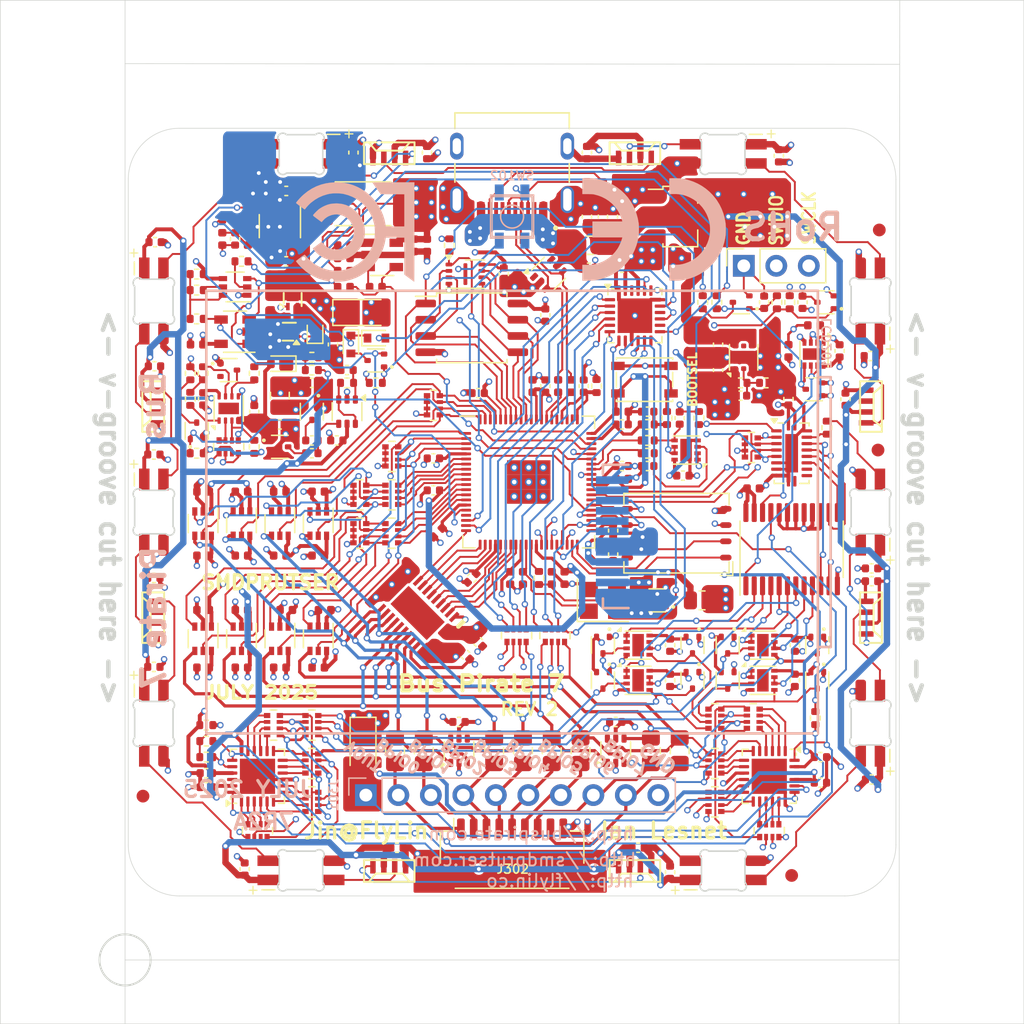
<source format=kicad_pcb>
(kicad_pcb (version 20241229) (generator "pcbnew") (generator_version "9.0")
  (layers (0 "F.Cu" signal) (4 "In1.Cu" signal) (6 "In2.Cu" power) (2 "B.Cu" signal) (13 "F.Paste" user) (15 "B.Paste" user) (5 "F.SilkS" user "F.Silkscreen") (7 "B.SilkS" user "B.Silkscreen") (1 "F.Mask" user) (3 "B.Mask" user) (25 "Edge.Cuts" user))
  (net 0 "")
  (net 1 "GND")
  (net 2 "VREG_VIN")
  (net 3 "VREF_VOUT")
  (net 4 "SWDIO")
  (net 5 "SWCLK")
  (net 6 "BUFDIR0")
  (net 7 "BUFDIR4")
  (net 8 "BUFDIR1")
  (net 9 "BUFDIR5")
  (net 10 "BUFDIR2")
  (net 11 "BUFDIR6")
  (net 12 "BUFDIR3")
  (net 13 "BUFDIR7")
  (net 14 "BUFIO0")
  (net 15 "BUFIO4")
  (net 16 "BUFIO1")
  (net 17 "BUFIO5")
  (net 18 "BUFIO2")
  (net 19 "BUFIO6")
  (net 20 "BUFIO3")
  (net 21 "BUFIO7")
  (net 22 "USB_D+")
  (net 23 "USB_D-")
  (net 24 "CURRENT_SENSE")
  (net 25 "+3V3")
  (net 26 "+VUSB")
  (net 27 "USB_P")
  (net 28 "USB_N")
  (net 29 "+1V1")
  (net 30 "Net-(U5A-+)")
  (net 31 "SPI_CLK")
  (net 32 "SPI_CDO")
  (net 33 "VREG_EN")
  (net 34 "CURRENT_DETECT")
  (net 35 "AMUX_OUT")
  (net 36 "QSPI_SD3")
  (net 37 "QSPI_SCLK")
  (net 38 "QSPI_SD0")
  (net 39 "QSPI_SD2")
  (net 40 "QSPI_SD1")
  (net 41 "AMUX_S2")
  (net 42 "AMUX_S3")
  (net 43 "AMUX_S1")
  (net 44 "AMUX_S0")
  (net 45 "QSPI_SS_2")
  (net 46 "VREG_ADJ")
  (net 47 "SPI_CDI")
  (net 48 "DISPLAY_DP")
  (net 49 "DISPLAY_CS")
  (net 50 "DISPLAY_RESET")
  (net 51 "DISPLAY_BACKLIGHT")
  (net 52 "CURRENT_RESET")
  (net 53 "CURRENT_EN")
  (net 54 "FLASH_CS")
  (net 55 "RGB_CDO")
  (net 56 "LEDS_CDO")
  (net 57 "Net-(U403-ADJ)")
  (net 58 "Net-(U5B-+)")
  (net 59 "Net-(D602-A)")
  (net 60 "+VUSB_RAW")
  (net 61 "Net-(J202-CC1)")
  (net 64 "Net-(J202-CC2)")
  (net 65 "Net-(LED701-DI)")
  (net 66 "Net-(LED701-DO)")
  (net 67 "Net-(LED702-DI)")
  (net 68 "Net-(LED703-DI)")
  (net 69 "Net-(LED703-DO)")
  (net 70 "Net-(LED706-DI)")
  (net 71 "Net-(LED707-DI)")
  (net 72 "Net-(LED707-DO)")
  (net 73 "Net-(LED708-DI)")
  (net 74 "Net-(LED710-DI)")
  (net 75 "Net-(LED712-DI)")
  (net 76 "Net-(LED713-DO)")
  (net 77 "Net-(LED714-DI)")
  (net 78 "Net-(LED715-DO)")
  (net 79 "Net-(LED716-DO)")
  (net 80 "Net-(LED717-DO)")
  (net 81 "Net-(LCD201-LED-A)")
  (net 82 "Net-(LCD201-LED-K)")
  (net 83 "Net-(RN4A-R1.8)")
  (net 84 "Net-(RN4B-R1.8)")
  (net 85 "Net-(Q601A-C1)")
  (net 86 "Net-(Q601A-B1)")
  (net 87 "Net-(Q601B-B2)")
  (net 88 "Net-(Q1-D)")
  (net 89 "MCU_RESET")
  (net 90 "Net-(U601-+)")
  (net 91 "Net-(U601--)")
  (net 92 "Net-(RN301D-R1.1)")
  (net 93 "Net-(RN301B-R1.1)")
  (net 94 "Net-(RN301C-R1.1)")
  (net 95 "Net-(RN301A-R1.1)")
  (net 96 "Net-(RN4C-R1.8)")
  (net 97 "Net-(RN4D-R1.8)")
  (net 98 "Net-(RN5A-R1.8)")
  (net 99 "Net-(RN5B-R1.8)")
  (net 100 "Net-(RN306D-R1.1)")
  (net 101 "Net-(RN306B-R1.1)")
  (net 102 "Net-(RN306C-R1.1)")
  (net 103 "Net-(RN306A-R1.1)")
  (net 104 "Net-(J301-Pin_6)")
  (net 105 "Net-(Q5-G)")
  (net 106 "Net-(Q601B-C2)")
  (net 107 "BPIO0_TVS")
  (net 108 "BPIO1_TVS")
  (net 109 "BPIO2_TVS")
  (net 110 "BPIO3_TVS")
  (net 111 "BPIO4_TVS")
  (net 112 "CURRENT_EN_OVERRIDE")
  (net 113 "BPIO5_TVS")
  (net 114 "BUTTONS")
  (net 115 "Net-(RN5D-R1.8)")
  (net 116 "CURRENT_ADJ_MCU")
  (net 117 "Net-(RN317D-R1.1)")
  (net 118 "Net-(RN317C-R1.1)")
  (net 119 "Net-(RN317B-R1.1)")
  (net 120 "Net-(RN317A-R1.1)")
  (net 121 "Net-(RN318D-R1.1)")
  (net 122 "Net-(RN318C-R1.1)")
  (net 123 "Net-(RN318B-R1.1)")
  (net 124 "Net-(RN318A-R1.1)")
  (net 125 "BPIO6_TVS")
  (net 126 "BPIO7_TVS")
  (net 127 "VREG_ADJ_MCU")
  (net 128 "LA_BPIO0_TVS")
  (net 129 "LA_BPIO7_TVS")
  (net 131 "LA_BPIO2_TVS")
  (net 132 "MUX_VREF_VOUT")
  (net 133 "LA_BPIO5_TVS")
  (net 134 "Net-(LED705-DO)")
  (net 136 "Net-(C106-Pad1)")
  (net 137 "Net-(U1-VREG_AVDD)")
  (net 138 "Net-(U1-XIN)")
  (net 139 "Net-(U1-ADC_AVDD)")
  (net 140 "Net-(U1-XOUT)")
  (net 141 "LA_BPIO6_TVS")
  (net 142 "LA_BPIO4_TVS")
  (net 143 "LA_BPIO3_TVS")
  (net 144 "LA_BPIO1_TVS")
  (net 146 "AMUX_S0_3V3")
  (net 147 "AMUX_S2_3V3")
  (net 148 "AMUX_S3_3V3")
  (net 149 "AMUX_S1_3V3")
  (net 150 "Net-(RN5C-R1.8)")
  (net 154 "Net-(RN6B-R1.8)")
  (net 155 "Net-(RN6D-R1.8)")
  (net 156 "Net-(RN6C-R1.8)")
  (net 157 "Net-(RN6A-R1.8)")
  (net 158 "Net-(RN7C-R1.8)")
  (net 159 "Net-(RN7B-R1.8)")
  (net 160 "Net-(RN7D-R1.8)")
  (net 161 "Net-(RN7A-R1.8)")
  (net 162 "I2C_SCL")
  (net 163 "I2C_SDA")
  (net 165 "I2C_RESET")
  (net 175 "Net-(LED719-DI)")
  (net 176 "Net-(U13A-+)")
  (net 177 "Net-(U13B-+)")
  (net 178 "Net-(Q1-G)")
  (net 179 "MCU_BOOTLOAD")
  (net 180 "Net-(RN2C-R1.1)")
  (net 181 "Net-(RN2A-R1.1)")
  (net 182 "Net-(RN2B-R1.1)")
  (net 183 "Net-(RN2D-R1.1)")
  (net 184 "Net-(RN3D-R1.1)")
  (net 185 "Net-(RN3C-R1.1)")
  (net 186 "Net-(RN3A-R1.1)")
  (net 187 "Net-(RN3B-R1.1)")
  (net 188 "Net-(RN8B-R1.1)")
  (net 189 "Net-(RN8D-R1.1)")
  (net 190 "Net-(RN8C-R1.1)")
  (net 191 "Net-(RN8A-R1.1)")
  (net 192 "Net-(RN9A-R1.1)")
  (net 193 "Net-(RN9C-R1.1)")
  (net 194 "Net-(RN9B-R1.1)")
  (net 195 "Net-(RN9D-R1.1)")
  (net 196 "Net-(J301-Pin_4)")
  (net 197 "Net-(J301-Pin_7)")
  (net 198 "Net-(J301-Pin_2)")
  (net 199 "Net-(J301-Pin_3)")
  (net 200 "Net-(J301-Pin_8)")
  (net 201 "Net-(J301-Pin_5)")
  (net 202 "Net-(J301-Pin_9)")
  (net 203 "-5V")
  (net 204 "CURRENT_ADJ")
  (net 205 "MUX_BPIO1_TVS")
  (net 206 "MUX_BPIO0_TVS")
  (net 207 "MUX_BPIO3_TVS")
  (net 208 "MUX_BPIO2_TVS")
  (net 209 "MUX_BPIO4_TVS")
  (net 210 "MUX_BPIO5_TVS")
  (net 211 "MUX_BPIO6_TVS")
  (net 212 "MUX_BPIO7_TVS")
  (net 217 "Net-(RN10A-R1.8)")
  (net 218 "Net-(RN10B-R1.8)")
  (net 219 "Net-(RN10C-R1.8)")
  (net 220 "Net-(RN10D-R1.8)")
  (net 221 "Net-(RN11A-R1.8)")
  (net 222 "Net-(RN11B-R1.8)")
  (net 223 "Net-(RN11D-R1.8)")
  (net 224 "Net-(RN11C-R1.8)")
  (net 225 "Net-(U17-FB)")
  (net 227 "Net-(C6-Pad1)")
  (net 228 "Net-(D13-A1)")
  (net 229 "Net-(D13-A2)")
  (net 230 "Net-(U117B--)")
  (net 232 "~{Activate_VOUT}")
  (net 233 "Net-(Q6-D)")
  (net 234 "Net-(R22-Pad2)")
  (net 235 "+9V")
  (net 236 "Net-(R41-Pad2)")
  (net 239 "Net-(C26-Pad1)")
  (net 240 "Net-(C28-Pad2)")
  (net 241 "Net-(C28-Pad1)")
  (net 242 "Net-(C32-Pad2)")
  (net 243 "Net-(R39-Pad2)")
  (net 244 "VREF_VOUT_PROTECTED")
  (net 245 "Net-(RN12A-R1.8)")
  (net 246 "Net-(U13A--)")
  (net 247 "Net-(RN12D-R1.8)")
  (net 248 "Net-(RN12C-R1.8)")
  (net 251 "Net-(U402-I10)")
  (footprint "dp-LED:SK6812-MINI-E" (layer "F.Cu") (at 113.4 62.1 180)
    (property "Reference" "LED702")
    (property "Value" "SK6812-mini-e")
    (fp_line (start 1.7 -0.934314) (end 1.7 0.934314) (stroke (width 0.12)) (layer "Edge.Cuts"))
    (fp_line (start 1.134314 1.5) (end -1.134314 1.5) (stroke (width 0.12)) (layer "Edge.Cuts"))
    (fp_line (start -1.134314 -1.5) (end 1.134314 -1.5) (stroke (width 0.12)) (layer "Edge.Cuts"))
    (fp_line (start -1.7 0.934314) (end -1.7 -0.934314) (stroke (width 0.12)) (layer "Edge.Cuts"))
    (fp_arc (start 1.7 0.934314) (mid 1.7 1.5) (end 1.134314 1.5) (stroke (width 0.12)) (layer "Edge.Cuts"))
    (fp_arc (start 1.134314 -1.5) (mid 1.7 -1.5) (end 1.7 -0.934314) (stroke (width 0.12)) (layer "Edge.Cuts"))
    (fp_arc (start -1.134314 1.5) (mid -1.7 1.5) (end -1.7 0.934314) (stroke (width 0.12)) (layer "Edge.Cuts"))
    (fp_arc (start -1.7 -0.934314) (mid -1.7 -1.5) (end -1.134314 -1.5) (stroke (width 0.12)) (layer "Edge.Cuts"))
  )
  (footprint "dp-LED:SK6812-MINI-E" (layer "F.Cu") (at 146.4 118.1)
    (property "Reference" "LED715")
    (property "Value" "SK6812-mini-e")
    (fp_line (start -1.7 0.934314) (end -1.7 -0.934314) (stroke (width 0.12)) (layer "Edge.Cuts"))
    (fp_line (start -1.134314 -1.5) (end 1.134314 -1.5) (stroke (width 0.12)) (layer "Edge.Cuts"))
    (fp_line (start 1.134314 1.5) (end -1.134314 1.5) (stroke (width 0.12)) (layer "Edge.Cuts"))
    (fp_line (start 1.7 -0.934314) (end 1.7 0.934314) (stroke (width 0.12)) (layer "Edge.Cuts"))
    (fp_arc (start -1.7 -0.934314) (mid -1.7 -1.5) (end -1.134314 -1.5) (stroke (width 0.12)) (layer "Edge.Cuts"))
    (fp_arc (start -1.134314 1.5) (mid -1.7 1.5) (end -1.7 0.934314) (stroke (width 0.12)) (layer "Edge.Cuts"))
    (fp_arc (start 1.134314 -1.5) (mid 1.7 -1.5) (end 1.7 -0.934314) (stroke (width 0.12)) (layer "Edge.Cuts"))
    (fp_arc (start 1.7 0.934314) (mid 1.7 1.5) (end 1.134314 1.5) (stroke (width 0.12)) (layer "Edge.Cuts"))
  )
  (footprint "dp-LED:SK6812-MINI-E" (layer "F.Cu") (at 101.9 106.6 -90)
    (property "Reference" "LED714")
    (property "Value" "SK6812-mini-e")
    (fp_line (start 1.134314 1.5) (end -1.134314 1.5) (stroke (width 0.12)) (layer "Edge.Cuts"))
    (fp_line (start -1.7 0.934314) (end -1.7 -0.934314) (stroke (width 0.12)) (layer "Edge.Cuts"))
    (fp_line (start 1.7 -0.934314) (end 1.7 0.934314) (stroke (width 0.12)) (layer "Edge.Cuts"))
    (fp_line (start -1.134314 -1.5) (end 1.134314 -1.5) (stroke (width 0.12)) (layer "Edge.Cuts"))
    (fp_arc (start -1.134314 1.5) (mid -1.7 1.5) (end -1.7 0.934314) (stroke (width 0.12)) (layer "Edge.Cuts"))
    (fp_arc (start 1.7 0.934314) (mid 1.7 1.5) (end 1.134314 1.5) (stroke (width 0.12)) (layer "Edge.Cuts"))
    (fp_arc (start -1.7 -0.934314) (mid -1.7 -1.5) (end -1.134314 -1.5) (stroke (width 0.12)) (layer "Edge.Cuts"))
    (fp_arc (start 1.134314 -1.5) (mid 1.7 -1.5) (end 1.7 -0.934314) (stroke (width 0.12)) (layer "Edge.Cuts"))
  )
  (footprint "dp-LED:SK6812-MINI-E" (layer "F.Cu") (at 146.4 62.1 180)
    (property "Reference" "LED703")
    (property "Value" "SK6812-mini-e")
    (fp_line (start 1.7 -0.934314) (end 1.7 0.934314) (stroke (width 0.12)) (layer "Edge.Cuts"))
    (fp_line (start 1.134314 1.5) (end -1.134314 1.5) (stroke (width 0.12)) (layer "Edge.Cuts"))
    (fp_line (start -1.134314 -1.5) (end 1.134314 -1.5) (stroke (width 0.12)) (layer "Edge.Cuts"))
    (fp_line (start -1.7 0.934314) (end -1.7 -0.934314) (stroke (width 0.12)) (layer "Edge.Cuts"))
    (fp_arc (start 1.7 0.934314) (mid 1.7 1.5) (end 1.134314 1.5) (stroke (width 0.12)) (layer "Edge.Cuts"))
    (fp_arc (start 1.134314 -1.5) (mid 1.7 -1.5) (end 1.7 -0.934314) (stroke (width 0.12)) (layer "Edge.Cuts"))
    (fp_arc (start -1.134314 1.5) (mid -1.7 1.5) (end -1.7 0.934314) (stroke (width 0.12)) (layer "Edge.Cuts"))
    (fp_arc (start -1.7 -0.934314) (mid -1.7 -1.5) (end -1.134314 -1.5) (stroke (width 0.12)) (layer "Edge.Cuts"))
  )
  (footprint "dp-LED:SK6812-MINI-E" (layer "F.Cu") (at 157.9 73.6 90)
    (property "Reference" "LED705")
    (property "Value" "SK6812-mini-e")
    (fp_line (start -1.134314 -1.5) (end 1.134314 -1.5) (stroke (width 0.12)) (layer "Edge.Cuts"))
    (fp_line (start 1.7 -0.934314) (end 1.7 0.934314) (stroke (width 0.12)) (layer "Edge.Cuts"))
    (fp_line (start -1.7 0.934314) (end -1.7 -0.934314) (stroke (width 0.12)) (layer "Edge.Cuts"))
    (fp_line (start 1.134314 1.5) (end -1.134314 1.5) (stroke (width 0.12)) (layer "Edge.Cuts"))
    (fp_arc (start 1.134314 -1.5) (mid 1.7 -1.5) (end 1.7 -0.934314) (stroke (width 0.12)) (layer "Edge.Cuts"))
    (fp_arc (start -1.7 -0.934314) (mid -1.7 -1.5) (end -1.134314 -1.5) (stroke (width 0.12)) (layer "Edge.Cuts"))
    (fp_arc (start 1.7 0.934314) (mid 1.7 1.5) (end 1.134314 1.5) (stroke (width 0.12)) (layer "Edge.Cuts"))
    (fp_arc (start -1.134314 1.5) (mid -1.7 1.5) (end -1.7 0.934314) (stroke (width 0.12)) (layer "Edge.Cuts"))
  )
  (footprint "dp-LED:SK6812-MINI-E" (layer "F.Cu") (at 113.4 118.1)
    (property "Reference" "LED718")
    (property "Value" "SK6812-mini-e")
    (fp_line (start -1.7 0.934314) (end -1.7 -0.934314) (stroke (width 0.12)) (layer "Edge.Cuts"))
    (fp_line (start -1.134314 -1.5) (end 1.134314 -1.5) (stroke (width 0.12)) (layer "Edge.Cuts"))
    (fp_line (start 1.134314 1.5) (end -1.134314 1.5) (stroke (width 0.12)) (layer "Edge.Cuts"))
    (fp_line (start 1.7 -0.934314) (end 1.7 0.934314) (stroke (width 0.12)) (layer "Edge.Cuts"))
    (fp_arc (start -1.7 -0.934314) (mid -1.7 -1.5) (end -1.134314 -1.5) (stroke (width 0.12)) (layer "Edge.Cuts"))
    (fp_arc (start -1.134314 1.5) (mid -1.7 1.5) (end -1.7 0.934314) (stroke (width 0.12)) (layer "Edge.Cuts"))
    (fp_arc (start 1.134314 -1.5) (mid 1.7 -1.5) (end 1.7 -0.934314) (stroke (width 0.12)) (layer "Edge.Cuts"))
    (fp_arc (start 1.7 0.934314) (mid 1.7 1.5) (end 1.134314 1.5) (stroke (width 0.12)) (layer "Edge.Cuts"))
  )
  (footprint "dp-LED:SK6812-MINI-E" (layer "F.Cu") (at 101.9 73.6 -90)
    (property "Reference" "LED706")
    (property "Value" "SK6812-mini-e")
    (fp_line (start 1.134314 1.5) (end -1.134314 1.5) (stroke (width 0.12)) (layer "Edge.Cuts"))
    (fp_line (start -1.7 0.934314) (end -1.7 -0.934314) (stroke (width 0.12)) (layer "Edge.Cuts"))
    (fp_line (start 1.7 -0.934314) (end 1.7 0.934314) (stroke (width 0.12)) (layer "Edge.Cuts"))
    (fp_line (start -1.134314 -1.5) (end 1.134314 -1.5) (stroke (width 0.12)) (layer "Edge.Cuts"))
    (fp_arc (start -1.134314 1.5) (mid -1.7 1.5) (end -1.7 0.934314) (stroke (width 0.12)) (layer "Edge.Cuts"))
    (fp_arc (start 1.7 0.934314) (mid 1.7 1.5) (end 1.134314 1.5) (stroke (width 0.12)) (layer "Edge.Cuts"))
    (fp_arc (start -1.7 -0.934314) (mid -1.7 -1.5) (end -1.134314 -1.5) (stroke (width 0.12)) (layer "Edge.Cuts"))
    (fp_arc (start 1.134314 -1.5) (mid 1.7 -1.5) (end 1.7 -0.934314) (stroke (width 0.12)) (layer "Edge.Cuts"))
  )
  (footprint "dp-LED:SK6812-MINI-E" (layer "F.Cu") (at 101.9 90.1 -90)
    (property "Reference" "LED710")
    (property "Value" "SK6812-mini-e")
    (fp_line (start 1.134314 1.5) (end -1.134314 1.5) (stroke (width 0.12)) (layer "Edge.Cuts"))
    (fp_line (start -1.7 0.934314) (end -1.7 -0.934314) (stroke (width 0.12)) (layer "Edge.Cuts"))
    (fp_line (start 1.7 -0.934314) (end 1.7 0.934314) (stroke (width 0.12)) (layer "Edge.Cuts"))
    (fp_line (start -1.134314 -1.5) (end 1.134314 -1.5) (stroke (width 0.12)) (layer "Edge.Cuts"))
    (fp_arc (start -1.134314 1.5) (mid -1.7 1.5) (end -1.7 0.934314) (stroke (width 0.12)) (layer "Edge.Cuts"))
    (fp_arc (start 1.7 0.934314) (mid 1.7 1.5) (end 1.134314 1.5) (stroke (width 0.12)) (layer "Edge.Cuts"))
    (fp_arc (start -1.7 -0.934314) (mid -1.7 -1.5) (end -1.134314 -1.5) (stroke (width 0.12)) (layer "Edge.Cuts"))
    (fp_arc (start 1.134314 -1.5) (mid 1.7 -1.5) (end 1.7 -0.934314) (stroke (width 0.12)) (layer "Edge.Cuts"))
  )
  (footprint "Capacitor_SMD:C_0402_1005Metric" (layer "F.Cu") (at 142 70.25)
    (property "Reference" "C402" (hide yes))
    (property "Value" "10uF/6.3V")
  )
  (footprint "Capacitor_SMD:C_0402_1005Metric" (layer "F.Cu") (at 112.25 97.75)
    (property "Reference" "C313" (hide yes))
    (property "Value" "0.1uF")
  )
  (footprint "Capacitor_SMD:C_0402_1005Metric" (layer "F.Cu") (at 105.75 97.75)
    (property "Reference" "C308" (hide yes))
    (property "Value" "0.1uF")
  )
  (footprint "Capacitor_SMD:C_0402_1005Metric" (layer "F.Cu") (at 111.75 102.25 180)
    (property "Reference" "C315" (hide yes))
    (property "Value" "0.1uF")
  )
  (footprint "Capacitor_SMD:C_0402_1005Metric" (layer "F.Cu") (at 105.75 93.5 180)
    (property "Reference" "C304" (hide yes))
    (property "Value" "0.1uF")
  )
  (footprint "Capacitor_SMD:C_0402_1005Metric" (layer "F.Cu") (at 148.75 88.25 180)
    (property "Reference" "C403" (hide yes))
    (property "Value" "0.1uF")
  )
  (footprint "Capacitor_SMD:C_0402_1005Metric" (layer "F.Cu") (at 115.25 97.75)
    (property "Reference" "C314" (hide yes))
    (property "Value" "0.1uF")
  )
  (footprint "Capacitor_SMD:C_0402_1005Metric" (layer "F.Cu") (at 108.75 97.75)
    (property "Reference" "C309" (hide yes))
    (property "Value" "0.1uF")
  )
  (footprint "Capacitor_SMD:C_0402_1005Metric" (layer "F.Cu") (at 138.5 82.25)
    (property "Reference" "C112" (hide yes))
    (property "Value" "0.1uF")
  )
  (footprint "Capacitor_SMD:C_0402_1005Metric" (layer "F.Cu") (at 138.5 83.25)
    (property "Reference" "C109" (hide yes))
    (property "Value" "10uF/6.3V")
  )
  (footprint "Capacitor_SMD:C_0402_1005Metric" (layer "F.Cu") (at 131.5 80.25 90)
    (property "Reference" "C114" (hide yes))
    (property "Value" "0.1uF")
  )
  (footprint "Capacitor_SMD:C_0402_1005Metric" (layer "F.Cu") (at 124.1 91.7 -135)
    (property "Reference" "C110" (hide yes))
    (property "Value" "0.1uF")
  )
  (footprint "MountingHole:MountingHole_3.2mm_M3" (layer "F.Cu") (at 155.9 116.1)
    (property "Reference" "H3" (hide yes))
    (property "Value" "MountingHole")
  )
  (footprint "Capacitor_SMD:C_0402_1005Metric" (layer "F.Cu") (at 138.5 87.5)
    (property "Reference" "C111" (hide yes))
    (property "Value" "0.1uF")
  )
  (footprint "MountingHole:MountingHole_3.2mm_M3" (layer "F.Cu") (at 155.9 64.1 -90)
    (property "Reference" "H2" (hide yes))
    (property "Value" "MountingHole")
  )
  (footprint "Capacitor_SMD:C_0402_1005Metric" (layer "F.Cu") (at 133 95.25 90)
    (property "Reference" "C106" (hide yes))
    (property "Value" "15pF")
  )
  (footprint "Capacitor_SMD:C_0402_1005Metric" (layer "F.Cu") (at 138.5 86.5)
    (property "Reference" "C118" (hide yes))
    (property "Value" "0.1uF")
  )
  (footprint "MountingHole:MountingHole_3.2mm_M3" (layer "F.Cu") (at 103.9 64.1 -90)
    (property "Reference" "H1" (hide yes))
    (property "Value" "MountingHole")
  )
  (footprint "MountingHole:MountingHole_3.2mm_M3" (layer "F.Cu") (at 103.9 116.1 -90)
    (property "Reference" "H4" (hide yes))
    (property "Value" "MountingHole")
  )
  (footprint "Package_TO_SOT_SMD:SOT-363_SC-70-6" (layer "F.Cu") (at 105.75 91 -90)
    (property "Reference" "U301" (hide yes))
    (property "Value" "AiP74LVC1T45GC363.TR")
  )
  (footprint "Package_TO_SOT_SMD:SOT-363_SC-70-6" (layer "F.Cu") (at 114.75 91 -90)
    (property "Reference" "U304" (hide yes))
    (property "Value" "AiP74LVC1T45GC363.TR")
  )
  (footprint "Package_TO_SOT_SMD:SOT-363_SC-70-6" (layer "F.Cu") (at 105.75 100 -90)
    (property "Reference" "U305" (hide yes))
    (property "Value" "AiP74LVC1T45GC363.TR")
  )
  (footprint "Package_TO_SOT_SMD:SOT-363_SC-70-6" (layer "F.Cu") (at 111.75 100 -90)
    (property "Reference" "U307" (hide yes))
    (property "Value" "AiP74LVC1T45GC363.TR" (hide yes))
  )
  (footprint "Resistor_SMD:R_0402_1005Metric" (layer "F.Cu") (at 133.5 80.25 90)
    (property "Reference" "R203" (hide yes))
    (property "Value" "27R")
  )
  (footprint "Resistor_SMD:R_0402_1005Metric" (layer "F.Cu") (at 134.5 80.25 90)
    (property "Reference" "R202" (hide yes))
    (property "Value" "27R")
  )
  (footprint "Resistor_SMD:R_0402_1005Metric" (layer "F.Cu") (at 137 64.78 90)
    (property "Reference" "R204" (hide yes))
    (property "Value" "5.1k")
  )
  (footprint "Inductor_SMD:L_0805_2012Metric" (layer "F.Cu") (at 136 69.25 180)
    (property "Reference" "L201" (hide yes))
    (property "Value" "CBW201209U300T")
  )
  (footprint "Capacitor_SMD:C_0402_1005Metric" (layer "F.Cu") (at 157.9 77.9)
    (property "Reference" "C705" (hide yes))
    (property "Value" "0.1uF")
  )
  (footprint "Capacitor_SMD:C_0402_1005Metric" (layer "F.Cu") (at 101.95 78.7 180)
    (property "Reference" "C708" (hide yes))
    (property "Value" "0.1uF")
  )
  (footprint "Capacitor_SMD:C_0402_1005Metric" (layer "F.Cu") (at 135.75 62 90)
    (property "Reference" "C704" (hide yes))
    (property "Value" "0.1uF")
  )
  (footprint "Capacitor_SMD:C_0402_1005Metric" (layer "F.Cu") (at 102 69 180)
    (property "Reference" "C706" (hide yes))
    (property "Value" "0.1uF")
  )
  (footprint "Capacitor_SMD:C_0402_1005Metric" (layer "F.Cu") (at 101.9 85.6 180)
    (property "Reference" "C710" (hide yes))
    (property "Value" "0.1uF")
  )
  (footprint "Capacitor_SMD:C_0402_1005Metric" (layer "F.Cu") (at 101.9 95.25 180)
    (property "Reference" "C712" (hide yes))
    (property "Value" "0.1uF")
  )
  (footprint "Capacitor_SMD:C_0402_1005Metric" (layer "F.Cu") (at 150.75 62.25 90)
    (property "Reference" "C703" (hide yes))
    (property "Value" "0.1uF")
  )
  (footprint "Capacitor_SMD:C_0402_1005Metric" (layer "F.Cu") (at 123.25 62 90)
    (property "Reference" "C701" (hide yes))
    (property "Value" "0.1uF")
  )
  (footprint "Capacitor_SMD:C_0402_1005Metric" (layer "F.Cu") (at 134 95.25 -90)
    (property "Reference" "C117" (hide yes))
    (property "Value" "0.1uF")
  )
  (footprint "Resistor_SMD:R_0402_1005Metric" (layer "F.Cu") (at 140.5 83.25)
    (property "Reference" "R103" (hide yes))
    (property "Value" "27R")
  )
  (footprint "Capacitor_SMD:C_0402_1005Metric" (layer "F.Cu") (at 132.5 74.7 -90)
    (property "Reference" "C104" (hide yes))
    (property "Value" "10uF/6.3V")
  )
  (footprint "Capacitor_SMD:C_0402_1005Metric" (layer "F.Cu") (at 135.75 67 -90)
    (property "Reference" "C202" (hide yes))
    (property "Value" "10uF/6.3V")
  )
  (footprint "Capacitor_SMD:C_0402_1005Metric" (layer "F.Cu") (at 137 67 -90)
    (property "Reference" "C201" (hide yes))
    (property "Value" "10uF/6.3V")
  )
  (footprint "Capacitor_SMD:C_0402_1005Metric" (layer "F.Cu") (at 123.75 85.9 180)
    (property "Reference" "C116" (hide yes))
    (property "Value" "0.1uF")
  )
  (footprint "Resistor_SMD:R_Array_Convex_4x0402" (layer "F.Cu") (at 118 88.75)
    (property "Reference" "RN302" (hide yes))
    (property "Value" "4.7k")
  )
  (footprint "Resistor_SMD:R_0805_2012Metric" (layer "F.Cu") (at 144.75 97 180)
    (property "Reference" "R209" (hide yes))
    (property "Value" "33R")
  )
  (footprint "Resistor_SMD:R_Array_Convex_4x0402" (layer "F.Cu") (at 118 91.75)
    (property "Reference" "RN307" (hide yes))
    (property "Value" "4.7k")
  )
  (footprint "Package_SO:SOP-8_5.28x5.23mm_P1.27mm" (layer "F.Cu") (at 126.75 75.7)
    (property "Reference" "U102" (hide yes))
    (property "Value" "W25Q128JVSIQ")
  )
  (footprint "Fiducial:Fiducial_1mm_Mask2mm" (layer "F.Cu") (at 158.6 68.05 -90)
    (property "Reference" "FID1" (hide yes))
    (property "Value" "Fiducial")
  )
  (footprint "Fiducial:Fiducial_1mm_Mask2mm" (layer "F.Cu") (at 101.05 112.3 -90)
    (property "Reference" "FID2" (hide yes))
    (property "Value" "Fiducial")
  )
  (footprint "Capacitor_SMD:C_0402_1005Metric" (layer "F.Cu") (at 142.25 118.25 -90)
    (property "Reference" "C715" (hide yes))
    (property "Value" "0.1uF")
  )
  (footprint "Capacitor_SMD:C_0402_1005Metric" (layer "F.Cu") (at 101.9 102.2 180)
    (property "Reference" "C714" (hide yes))
    (property "Value" "0.1uF")
  )
  (footprint "Capacitor_SMD:C_0402_1005Metric" (layer "F.Cu") (at 139.75 116.332 180)
    (property "Reference" "C716" (hide yes))
    (property "Value" "0.1uF")
  )
  (footprint "Capacitor_SMD:C_0402_1005Metric" (layer "F.Cu") (at 120.904 116.332 180)
    (property "Reference" "C717" (hide yes))
    (property "Value" "0.1uF")
  )
  (footprint "Capacitor_SMD:C_0402_1005Metric" (layer "F.Cu") (at 109 118 -90)
    (property "Reference" "C718" (hide yes))
    (property "Value" "0.1uF")
  )
  (footprint "Capacitor_SMD:C_0402_1005Metric" (layer "F.Cu") (at 138.5 67 90)
    (property "Reference" "C401" (hide yes))
    (property "Value" "10uF/6.3V")
  )
  (footprint "Connector_PinSocket_2.54mm:PinSocket_1x03_P2.54mm_Vertical" (layer "F.Cu") (at 148.01 70.85 90)
    (property "Reference" "J201")
    (property "Value" "Conn_01x03")
  )
  (footprint "Fiducial:Fiducial_1mm_Mask2mm" (layer "F.Cu") (at 108 61.75)
    (property "Reference" "FID4" (hide yes))
    (property "Value" "Fiducial")
  )
  (footprint "Fiducial:Fiducial_1mm_Mask2mm" (layer "F.Cu") (at 158.5 85.25)
    (property "Reference" "FID5" (hide yes))
    (property "Value" "Fiducial")
  )
  (footprint "Fiducial:Fiducial_1mm_Mask2mm" (layer "F.Cu") (at 151.75 118.5)
    (property "Reference" "FID3" (hide yes))
    (property "Value" "Fiducial")
  )
  (footprint "Capacitor_SMD:C_0402_1005Metric" (layer "F.Cu") (at 158 111)
    (property "Reference" "C713" (hide yes))
    (property "Value" "0.1uF")
  )
  (footprint "Resistor_SMD:R_0402_1005Metric" (layer "F.Cu") (at 135.75 64.78 90)
    (property "Reference" "R201" (hide yes))
    (property "Value" "5.1k")
  )
  (footprint "Connector_JST:JST_SH_SM09B-SRSS-TB_1x09-1MP_P1.00mm_Horizontal" (layer "F.Cu") (at 129.9 116.82)
    (property "Reference" "J302")
    (property "Value" "Conn_01x09")
  )
  (footprint "Package_DFN_QFN:DHVQFN-20-1EP_2.5x4.5mm_P0.5mm_EP1x3mm" (layer "F.Cu") (at 151.75 85.5)
    (property "Reference" "U503" (hide yes))
    (property "Value" "74HCT245BQ")
  )
  (footprint "Crystal:Crystal_SMD_3225-4Pin_3.2x2.5mm" (layer "F.Cu") (at 137 97)
    (property "Reference" "Y101" (hide yes))
    (property "Value" "ABM8-272-T3")
  )
  (footprint "Resistor_SMD:R_0402_1005Metric" (layer "F.Cu") (at 153.5 75.5 180)
    (property "Reference" "R406" (hide yes))
    (property "Value" "10k")
  )
  (footprint "Capacitor_SMD:C_0402_1005Metric" (layer "F.Cu") (at 129.75 95.25 -90)
    (property "Reference" "C115" (hide yes))
    (property "Value" "0.1uF")
  )
  (footprint "Capacitor_SMD:C_0402_1005Metric" (layer "F.Cu") (at 130.75 95.25 -90)
    (property "Reference" "C105" (hide yes))
    (property "Value" "15pF")
  )
  (footprint "Button_Switch_SMD:SW_SPST_PTS810" (layer "F.Cu") (at 140.25 79.75 180)
    (property "Reference" "SW101" (hide yes))
    (property "Value" "TS3425BA 098 2.5H 250gf")
  )
  (footprint "Capacitor_SMD:C_0402_1005Metric" (layer "F.Cu") (at 158 95.5)
    (property "Reference" "C707" (hide yes))
    (property "Value" "0.1uF")
  )
  (footprint "Capacitor_SMD:C_0402_1005Metric" (layer "F.Cu") (at 122.25 69.25 -90)
    (property "Reference" "C601" (hide yes))
    (property "Value" "10uF/6.3V")
  )
  (footprint "Capacitor_SMD:C_0402_1005Metric" (layer "F.Cu") (at 123.25 69.25 90)
    (property "Reference" "C602" (hide yes))
    (property "Value" "0.1uF")
  )
  (footprint "Resistor_SMD:R_0402_1005Metric" (layer "F.Cu") (at 109.25 68.75 90)
    (property "Reference" "R405" (hide yes))
    (property "Value" "33k")
  )
  (footprint "Resistor_SMD:R_0402_1005Metric" (layer "F.Cu") (at 108.75 70.5 180)
    (property "Reference" "R611" (hide yes))
    (property "Value" "10k")
  )
  (footprint "Resistor_SMD:R_0402_1005Metric" (layer "F.Cu") (at 105.25 71.5 180)
    (property "Reference" "R609" (hide yes))
    (property "Value" "10k")
  )
  (footprint "Resistor_SMD:R_0402_1005Metric" (layer "F.Cu") (at 105.25 72.75 180)
    (property "Reference" "R608" (hide yes))
    (property "Value" "200R")
  )
  (footprint "Capacitor_SMD:C_0402_1005Metric" (layer "F.Cu") (at 112.25 65 180)
    (property "Reference" "C404" (hide yes))
    (property "Value" "10uF/6.3V")
  )
  (footprint "Resistor_SMD:R_0402_1005Metric" (layer "F.Cu") (at 107.75 67.25)
    (property "Reference" "R403" (hide yes))
    (property "Value" "102k")
  )
  (footprint "Resistor_SMD:R_0402_1005Metric" (layer "F.Cu") (at 119.25 72.5 180)
    (property "Reference" "R605" (hide yes))
    (property "Value" "33k")
  )
  (footprint "Resistor_SMD:R_2512_6332Metric_Pad1.40x3.35mm_HandSolder" (layer "F.Cu") (at 118.25 66 180)
    (property "Reference" "R601" (hide yes))
    (property "Value" "0R2")
  )
  (footprint "Resistor_SMD:R_0402_1005Metric" (layer "F.Cu") (at 116.75 69.25 180)
    (property "Reference" "R602" (hide yes))
    (property "Value" "1k")
  )
  (footprint "Resistor_SMD:R_0402_1005Metric" (layer "F.Cu") (at 116.75 70.25 180)
    (property "Reference" "R604" (hide yes))
    (property "Value" "33k")
  )
  (footprint "Resistor_SMD:R_0402_1005Metric" (layer "F.Cu") (at 116.75 72.5)
    (property "Reference" "R606" (hide yes))
    (property "Value" "10k")
  )
  (footprint "Capacitor_SMD:C_0402_1005Metric" (layer "F.Cu") (at 105.25 77 180)
    (property "Reference" "C605" (hide yes))
    (property "Value" "0.1uF")
  )
  (footprint "Resistor_SMD:R_0402_1005Metric" (layer "F.Cu") (at 116.75 71.25 180)
    (property "Reference" "R603" (hide yes))
    (property "Value" "1k")
  )
  (footprint "Resistor_SMD:R_0402_1005Metric" (layer "F.Cu") (at 105.25 75)
    (property "Reference" "R610" (hide yes))
    (property "Value" "10k")
  )
  (footprint "Capacitor_SMD:C_0402_1005Metric" (layer "F.Cu") (at 117.5 62 90)
    (property "Reference" "C702" (hide yes))
    (property "Value" "0.1uF")
  )
  (footprint "Resistor_SMD:R_0402_1005Metric" (layer "F.Cu") (at 119.25 80)
    (property "Reference" "R613" (hide yes))
    (property "Value" "10k")
  )
  (footprint "Capacitor_SMD:C_0402_1005Metric" (layer "F.Cu") (at 112.25 70.5 180)
    (property "Reference" "C407" (hide yes))
    (property "Value" "10uF/6.3V")
  )
  (footprint "Resistor_SMD:R_0402_1005Metric" (layer "F.Cu") (at 109.25 66.75 -90)
    (property "Reference" "R401" (hide yes))
    (property "Value" "100k")
  )
  (footprint "Package_TO_SOT_SMD:SOT-23-5" (layer "F.Cu") (at 111.75 67.75 -90)
    (property "Reference" "U403" (hide yes))
    (property "Value" "AP2127K-ADJ")
  )
  (footprint "Package_TO_SOT_SMD:SOT-363_SC-70-6" (layer "F.Cu") (at 108.25 72.5 180)
    (property "Reference" "Q601" (hide yes))
    (property "Value" "MMDT3906DW")
  )
  (footprint "Package_SO:TSSOP-24_4.4x7.8mm_P0.65mm" (layer "F.Cu") (at 151.75 93 90)
    (property "Reference" "U402" (hide yes))
    (property "Value" "CD4067")
  )
  (footprint "Package_TO_SOT_SMD:SOT-363_SC-70-6" (layer "F.Cu") (at 108.75 100 -90)
    (property "Reference" "U306" (hide yes))
    (property "Value" "AiP74LVC1T45GC363.TR")
  )
  (footprint "Capacitor_SMD:C_0402_1005Metric" (layer "F.Cu") (at 105.75 102.25 180)
    (property "Reference" "C311" (hide yes))
    (property "Value" "0.1uF")
  )
  (footprint "Capacitor_SMD:C_0402_1005Metric" (layer "F.Cu") (at 108.75 102.25 180)
    (property "Reference" "C312" (hide yes))
    (property "Value" "0.1uF")
  )
  (footprint "Resistor_SMD:R_Array_Convex_4x0402" (layer "F.Cu") (at 123.75 81.75)
    (property "Reference" "RN303" (hide yes))
    (property "Value" "100k")
  )
  (footprint "Capacitor_SMD:C_0402_1005Metric" (layer "F.Cu") (at 151.5 81.25 -90)
    (property "Reference" "C503" (hide yes))
    (property "Value" "0.1uF")
  )
  (footprint "Package_TO_SOT_SMD:SOT-363_SC-70-6" (layer "F.Cu") (at 111.75 91 -90)
    (property "Reference" "U303" (hide yes))
    (property "Value" "AiP74LVC1T45GC363.TR")
  )
  (footprint "Resistor_SMD:R_Array_Convex_4x0402" (layer "F.Cu") (at 120.5 85.75)
    (property "Reference" "RN308" (hide yes))
    (property "Value" "100k")
  )
  (footprint "Resistor_SMD:R_Array_Convex_4x0402" (layer "F.Cu") (at 120.5 88.75)
    (property "Reference" "RN301" (hide yes))
    (property "Value" "120R")
  )
  (footprint "Package_TO_SOT_SMD:SOT-363_SC-70-6" (layer "F.Cu") (at 108.75 91 -90)
    (property "Reference" "U302" (hide yes))
    (property "Value" "AiP74LVC1T45GC363.TR")
  )
  (footprint "Capacitor_SMD:C_0402_1005Metric" (layer "F.Cu") (at 111.75 93.5 180)
    (property "Reference" "C306" (hide yes))
    (property "Value" "0.1uF")
  )
  (footprint "Capacitor_SMD:C_0402_1005Metric" (layer "F.Cu") (at 114.75 88.5)
    (property "Reference" "C307" (hide yes))
    (property "Value" "0.1uF")
  )
  (footprint "Capacitor_SMD:C_0402_1005Metric" (layer "F.Cu") (at 105.75 88.5)
    (property "Reference" "C301" (hide yes))
    (property "Value" "0.1uF")
  )
  (footprint "Capacitor_SMD:C_0402_1005Metric" (layer "F.Cu") (at 108.75 88.5)
    (property "Reference" "C302" (hide yes))
    (property "Value" "0.1uF")
  )
  (footprint "Capacitor_SMD:C_0402_1005Metric" (layer "F.Cu") (at 108.75 93.5 180)
    (property "Reference" "C305" (hide yes))
    (property "Value" "0.1uF")
  )
  (footprint "Capacitor_SMD:C_0402_1005Metric" (layer "F.Cu") (at 111.75 88.5)
    (property "Reference" "C303" (hide yes))
    (property "Value" "0.1uF")
  )
  (footprint "Resistor_SMD:R_Array_Convex_4x0402" (layer "F.Cu") (at 120.5 91.75)
    (property "Reference" "RN306" (hide yes))
    (property "Value" "120R")
  )
  (footprint "Package_TO_SOT_SMD:SOT-363_SC-70-6" (layer "F.Cu") (at 114.75 100 -90)
    (property "Reference" "U308" (hide yes))
    (property "Value" "AiP74LVC1T45GC363.TR")
  )
  (footprint "dp-LED:SK6812-MINI-E" (layer "F.Cu") (at 157.9 106.6 90)
    (property "Reference" "LED713")
    (property "Value" "SK6812-mini-e")
    (fp_line (start -1.134314 -1.5) (end 1.134314 -1.5) (stroke (width 0.12)) (layer "Edge.Cuts"))
    (fp_line (start 1.7 -0.934314) (end 1.7 0.934314) (stroke (width 0.12)) (layer "Edge.Cuts"))
    (fp_line (start -1.7 0.934314) (end -1.7 -0.934314) (stroke (width 0.12)) (layer "Edge.Cuts"))
    (fp_line (start 1.134314 1.5) (end -1.134314 1.5) (stroke (width 0.12)) (layer "Edge.Cuts"))
    (fp_arc (start 1.134314 -1.5) (mid 1.7 -1.5) (end 1.7 -0.934314) (stroke (width 0.12)) (layer "Edge.Cuts"))
    (fp_arc (start -1.7 -0.934314) (mid -1.7 -1.5) (end -1.134314 -1.5) (stroke (width 0.12)) (layer "Edge.Cuts"))
    (fp_arc (start 1.7 0.934314) (mid 1.7 1.5) (end 1.134314 1.5) (stroke (width 0.12)) (layer "Edge.Cuts"))
    (fp_arc (start -1.134314 1.5) (mid -1.7 1.5) (end -1.7 0.934314) (stroke (width 0.12)) (layer "Edge.Cuts"))
  )
  (footprint "usb-c:HRO_TYPE-C-31-M-12" (layer "F.Cu") (at 129.9 61.5 180)
    (property "Reference" "J202")
    (property "Value" "TYPE-C-31-M-12")
  )
  (footprint "Capacitor_SMD:C_0402_1005Metric" (layer "F.Cu") (at 114.75 102.25 180)
    (property "Reference" "C316" (hide yes))
    (property "Value" "0.1uF")
  )
  (footprint "dp-LED:SK6812-side-a_b" (layer "F.Cu") (at 157.9 98.35 90)
    (property "Reference" "LED707")
    (property "Value" "SK6812-side-a_b")
  )
  (footprint "dp-LED:SK6812-side-a_b" (layer "F.Cu") (at 139.5 118.1)
    (property "Reference" "LED716")
    (property "Value" "SK6812-side-a_b")
  )
  (footprint "dp-LED:SK6812-side-a_b" (layer "F.Cu") (at 120.3 118.1)
    (property "Reference" "LED717")
    (property "Value" "SK6812-side-a_b")
  )
  (footprint "dp-LED:SK6812-side-a_b" (layer "F.Cu") (at 101.9 98.35 -90)
    (property "Reference" "LED712")
    (property "Value" "SK6812-side-a_b")
  )
  (footprint "dp-LED:SK6812-side-a_b" (layer "F.Cu") (at 101.9 81.85 -90)
    (property "Reference" "LED708")
    (property "Value" "SK6812-side-a_b")
  )
  (footprint "dp-LED:SK6812-side-a_b" (layer "F.Cu") (at 120.3 62.1 180)
    (property "Reference" "LED701")
    (property "Value" "SK6812-side-a_b")
  )
  (footprint "dp-LED:SK6812-side-a_b" (layer "F.Cu") (at 139.5 62.1 180)
    (property "Reference" "LED704")
    (property "Value" "SK6812-side-a_b")
  )
  (footprint "Capacitor_SMD:C_0402_1005Metric" (layer "F.Cu") (at 114.75 93.5 180)
    (property "Reference" "C310" (hide yes))
    (property "Value" "0.1uF")
  )
  (footprint "Diode_SMD:D_SOD-523" (layer "F.Cu") (at 119.3 76.5)
    (property "Reference" "D603")
    (property "Value" "1N4148WT")
  )
  (footprint "library:SOT-523" (layer "F.Cu") (at 119.25 78.25 180)
    (property "Reference" "Q602" (hide yes))
    (property "Value" "BC2301T 2.8A")
  )
  (footprint "Package_TO_SOT_SMD:SOT-89-3" (layer "F.Cu") (at 142.75 67)
    (property "Reference" "U401" (hide yes))
    (property "Value" "ME6211A33PG-N")
  )
  (footprint "Capacitor_SMD:C_0402_1005Metric" (layer "F.Cu") (at 108.25 68.75 90)
    (property "Reference" "C408" (hide yes))
    (property "Value" "120pF")
  )
  (footprint "Resistor_SMD:R_0402_1005Metric" (layer "F.Cu") (at 107.25 68.75 90)
    (property "Reference" "R404" (hide yes))
    (property "Value" "133k")
  )
  (footprint "Diode_SMD:D_SOD-523" (layer "F.Cu") (at 117.3 77 -90)
    (property "Reference" "D602")
    (property "Value" "1N4148WT")
  )
  (footprint "Package_TO_SOT_SMD:SOT-23-5" (layer "F.Cu") (at 108.25 76 180)
    (property "Reference" "U602" (hide yes))
    (property "Value" "GSV331-TR")
  )
  (footprint "Package_TO_SOT_SMD:SOT-23-5" (layer "F.Cu") (at 119.75 70)
    (property "Reference" "U601" (hide yes))
    (property "Value" "GS321A-TR")
  )
  (footprint "Resistor_SMD:R_0402_1005Metric" (layer "F.Cu") (at 151.5 77.5 90)
    (property "Reference" "R407" (hide yes))
    (property "Value" "10k")
  )
  (footprint "Capacitor_SMD:C_0402_1005Metric" (layer "F.Cu") (at 158 94.5)
    (property "Reference" "C719" (hide yes))
    (property "Value" "0.1uF")
  )
  (footprint "dp-LED:SK6812-MINI-E" (layer "F.Cu") (at 157.9 90.1 90)
    (property "Reference" "LED719")
    (property "Value" "SK6812-mini-e")
    (fp_line (start -1.134314 -1.5) (end 1.134314 -1.5) (stroke (width 0.12)) (layer "Edge.Cuts"))
    (fp_line (start 1.7 -0.934314) (end 1.7 0.934314) (stroke (width 0.12)) (layer "Edge.Cuts"))
    (fp_line (start -1.7 0.934314) (end -1.7 -0.934314) (stroke (width 0.12)) (layer "Edge.Cuts"))
    (fp_line (start 1.134314 1.5) (end -1.134314 1.5) (stroke (width 0.12)) (layer "Edge.Cuts"))
    (fp_arc (start 1.134314 -1.5) (mid 1.7 -1.5) (end 1.7 -0.934314) (stroke (width 0.12)) (layer "Edge.Cuts"))
    (fp_arc (start -1.7 -0.934314) (mid -1.7 -1.5) (end -1.134314 -1.5) (stroke (width 0.12)) (layer "Edge.Cuts"))
    (fp_arc (start 1.7 0.934314) (mid 1.7 1.5) (end 1.134314 1.5) (stroke (width 0.12)) (layer "Edge.Cuts"))
    (fp_arc (start -1.134314 1.5) (mid -1.7 1.5) (end -1.7 0.934314) (stroke (width 0.12)) (layer "Edge.Cuts"))
  )
  (footprint "dp-memory:U-PDFN-8" (layer "F.Cu") (at 142.75 91.75 180)
    (property "Reference" "U105")
    (property "Value" "MT29F2G01ABAGDWB-IT:G")
  )
  (footprint "Resistor_SMD:R_0402_1005Metric" (layer "F.Cu") (at 154.5 83.5 90)
    (property "Reference" "R502" (hide yes))
    (property "Value" "1k")
  )
  (footprint "Resistor_SMD:R_0805_2012Metric_Pad1.20x1.40mm_HandSolder" (layer "F.Cu") (at 120.75 108.75 -90)
    (property "Reference" "R13" (hide yes))
    (property "Value" "120R 0.5W")
  )
  (footprint "Resistor_SMD:R_0402_1005Metric" (layer "F.Cu") (at 106 109.25)
    (property "Reference" "R8" (hide yes))
    (property "Value" "10k")
  )
  (footprint "library:SOT-523" (layer "F.Cu") (at 144 103.25 -90)
    (property "Reference" "D8")
    (property "Value" "BAS40-04")
  )
  (footprint "Capacitor_SMD:C_0402_1005Metric" (layer "F.Cu") (at 106 110.5)
    (property "Reference" "C16" (hide yes))
    (property "Value" "0.1uF")
  )
  (footprint "Package_SON:WSON-8-1EP_2x2mm_P0.5mm_EP0.9x1.6mm" (layer "F.Cu") (at 107.75 82 90)
    (property "Reference" "U117")
    (property "Value" "LM393BIDSGR")
  )
  (footprint "dp-LED:SK6812-side-a_b" (layer "F.Cu") (at 157.9 81.85 90)
    (property "Reference" "LED720")
    (property "Value" "SK6812-side-a_b")
  )
  (footprint "Resistor_SMD:R_0402_1005Metric" (layer "F.Cu") (at 106 106.75)
    (property "Reference" "R301" (hide yes))
    (property "Value" "10k")
  )
  (footprint "Diode_SMD:D_SOD-523" (layer "F.Cu") (at 111.75 78.5 180)
    (property "Reference" "D18")
    (property "Value" "1N4148WT")
  )
  (footprint "Capacitor_SMD:C_0402_1005Metric" (layer "F.Cu") (at 155.5 77.5 -90)
    (property "Reference" "C20" (hide yes))
    (property "Value" "0.1uF")
  )
  (footprint "Resistor_SMD:R_0402_1005Metric" (layer "F.Cu") (at 109.75 85 90)
    (property "Reference" "R37")
    (property "Value" "18k")
  )
  (footprint "Capacitor_SMD:C_0402_1005Metric" (layer "F.Cu") (at 143 82.75 -90)
    (property "Reference" "C416" (hide yes))
    (property "Value" "0.1uF")
  )
  (footprint "Capacitor_SMD:C_0402_1005Metric" (layer "F.Cu") (at 155.956 81.28 -90)
    (property "Reference" "C720" (hide yes))
    (property "Value" "0.1uF")
  )
  (footprint "Capacitor_SMD:C_0402_1005Metric" (layer "F.Cu") (at 127.25 80.8 180)
    (property "Reference" "C113" (hide yes))
    (property "Value" "0.1uF")
  )
  (footprint "Resistor_SMD:R_Array_Convex_4x0402" (layer "F.Cu") (at 148.75 106.25)
    (property "Reference" "RN5" (hide yes))
    (property "Value" "2.2k")
  )
  (footprint "Resistor_SMD:R_0402_1005Metric" (layer "F.Cu") (at 149.75 80)
    (property "Reference" "R5" (hide yes))
    (property "Value" "100k")
  )
  (footprint "library:SOT-523" (layer "F.Cu") (at 137 100.5 -90)
    (property "Reference" "D3")
    (property "Value" "BAS40-04")
  )
  (footprint "Resistor_SMD:R_0402_1005Metric" (layer "F.Cu") (at 132 95.25 90)
    (property "Reference" "R2" (hide yes))
    (property "Value" "1k")
  )
  (footprint "Package_DFN_QFN:DFN-8-1EP_2x2mm_P0.5mm_EP1.05x1.75mm" (layer "F.Cu") (at 153.5 77.75 -90)
    (property "Reference" "U13" (hide yes))
    (property "Value" "GS358-FR")
  )
  (footprint "Capacitor_SMD:C_0402_1005Metric" (layer "F.Cu") (at 109.75 82.25 -90)
    (property "Reference" "C35")
    (property "Value" "10uF/6.3v")
  )
  (footprint "Capacitor_SMD:C_0402_1005Metric" (layer "F.Cu") (at 138.5 71)
    (property "Reference" "C5" (hide yes))
    (property "Value" "0.1uF")
  )
  (footprint "Capacitor_SMD:C_0402_1005Metric" (layer "F.Cu") (at 146 77 -90)
    (property "Reference" "C10" (hide yes))
    (property "Value" "10uF/6.3V")
  )
  (footprint "Capacitor_SMD:C_0402_1005Metric" (layer "F.Cu") (at 105.75 81.25 90)
    (property "Reference" "C31")
    (property "Value" "10uF/6.3v")
  )
  (footprint "Resistor_SMD:R_0402_1005Metric" (layer "F.Cu") (at 105.25 85.5 180)
    (property "Reference" "R43")
    (property "Value" "5.1k")
  )
  (footprint "Capacitor_SMD:C_0402_1005Metric" (layer "F.Cu") (at 149.6 73.7 90)
    (property "Reference" "C36" (hide yes))
    (property "Value" "10uF/6.3V")
  )
  (footprint "library:SOT-523" (layer "F.Cu") (at 153.75 103.25 -90)
    (property "Reference" "D1")
    (property "Value" "BAS40-04")
  )
  (footprint "Capacitor_SMD:C_0805_2012Metric" (layer "F.Cu") (at 111.75 81 90)
    (property "Reference" "C34")
    (property "Value" "10uF/16v")
  )
  (footprint "Capacitor_SMD:C_0402_1005Metric" (layer "F.Cu") (at 126.25 101.25 -45)
    (property "Reference" "C9" (hide yes))
    (property "Value" "0.1uF")
  )
  (footprint "Capacitor_SMD:C_0402_1005Metric" (layer "F.Cu") (at 142.25 100.5 90)
    (property "Reference" "C507" (hide yes))
    (property "Value" "0.1uF" (hide yes))
  )
  (footprint "Resistor_SMD:R_Array_Convex_4x0402" (layer "F.Cu") (at 145.75 112.75 180)
    (property "Reference" "RN2" (hide yes))
    (property "Value" "100k")
  )
  (footprint "Resistor_SMD:R_0805_2012Metric_Pad1.20x1.40mm_HandSolder" (layer "F.Cu") (at 135.25 108.75 -90)
    (property "Reference" "R18" (hide yes))
    (property "Value" "120R 0.5W")
  )
  (footprint "Capacitor_SMD:C_0402_1005Metric" (layer "F.Cu") (at 127.25 100.25 135)
    (property "Reference" "C3" (hide yes))
    (property "Value" "0.1uF")
  )
  (footprint "Resistor_SMD:R_0402_1005Metric" (layer "F.Cu") (at 142 82.75 90)
    (property "Reference" "R21" (hide yes))
    (property "Value" "27R")
  )
  (footprint "manuf:NXP-DHVQFN24" (layer "F.Cu") (at 122.515165 97.984835 135)
    (property "Reference" "U2" (hide yes))
    (property "Value" "AiP74LVC8T245QE24.TR")
  )
  (footprint "Capacitor_SMD:C_0402_1005Metric" (layer "F.Cu") (at 114.25 84.5 180)
    (property "Reference" "C28")
    (property "Value" "0.1uF")
  )
  (footprint "library:SOT-523" (layer "F.Cu") (at 146.75 103.25 -90)
    (property "Reference" "D2")
    (property "Value" "BAS40-04")
  )
  (footprint "Diode_SMD:D_SOD-882D" (layer "F.Cu") (at 114.5 76 90)
    (property "Reference" "D13")
    (property "Value" "PESD12VV1BL")
  )
  (footprint "Capacitor_SMD:C_0402_1005Metric" (layer "F.Cu") (at 152.6 73.7 -90)
    (property "Reference" "C22" (hide yes))
    (property "Value" "0.1uF")
  )
  (footprint "Resistor_SMD:R_Array_Convex_4x0402" (layer "F.Cu") (at 145.75 109.75)
    (property "Reference" "RN4" (hide yes))
    (property "Value" "4.7k")
  )
  (footprint "Resistor_SMD:R_0402_1005Metric" (layer "F.Cu") (at 104.75 79.25 -90)
    (property "Reference" "R23")
    (property "Value" "3.3k")
  )
  (footprint "Resistor_SMD:R_0402_1005Metric" (layer "F.Cu") (at 151.6 73.7 90)
    (property "Reference" "R11" (hide yes))
    (property "Value" "10k")
  )
  (footprint "Capacitor_SMD:C_0402_1005Metric" (layer "F.Cu") (at 146 79 90)
    (property "Reference" "C11" (hide yes))
    (property "Value" "10uF/6.3V")
  )
  (footprint "library:SOT-523" (layer "F.Cu") (at 137 103.25 -90)
    (property "Reference" "D7")
    (property "Value" "BAS40-04")
  )
  (footprint "Resistor_SMD:R_0402_1005Metric" (layer "F.Cu") (at 125 69.25 -90)
    (property "Reference" "R6" (hide yes))
    (property "Value" "10k")
  )
  (footprint "Resistor_SMD:R_Array_Convex_4x0402" (layer "F.Cu") (at 114.25 112.75 180)
    (property "Reference" "RN7" (hide yes))
    (property "Value" "4.7k")
  )
  (footprint "Package_TO_SOT_SMD:SOT-363_SC-70-6" (layer "F.Cu") (at 132.75 71.5 45)
    (property "Reference" "U16" (hide yes))
    (property "Value" "SP3002-04JTG")
  )
  (footprint "Capacitor_SMD:C_0402_1005Metric" (layer "F.Cu") (at 123.75 88.4 180)
    (property "Reference" "C2" (hide yes))
    (property "Value" "0.1uF")
  )
  (footprint "Resistor_SMD:R_0402_1005Metric" (layer "F.Cu") (at 150.6 73.7 90)
    (property "Reference" "R10" (hide yes))
    (property "Value" "470k")
  )
  (footprint "Resistor_SMD:R_0805_2012Metric_Pad1.20x1.40mm_HandSolder" (layer "F.Cu") (at 140.75 108.75 -90)
    (property "Reference" "R19" (hide yes))
    (property "Value" "120R 0.5W")
  )
  (footprint "Capacitor_SMD:C_0402_1005Metric" (layer "F.Cu") (at 116.2 84.5 180)
    (property "Reference" "C30")
    (property "Value" "10uF/6.3v")
  )
  (footprint "Capacitor_SMD:C_0402_1005Metric" (layer "F.Cu") (at 117 79 180)
    (property "Reference" "C26")
    (property "Value" "120pF")
  )
  (footprint "Capacitor_SMD:C_0402_1005Metric" (layer "F.Cu") (at 147.75 81)
    (property "Reference" "C12" (hide yes))
    (property "Value" "120pF")
  )
  (footprint "Capacitor_SMD:C_0402_1005Metric" (layer "F.Cu") (at 111.75 83.25)
    (property "Reference" "C33")
    (property "Value" "10uF/6.3v")
  )
  (footprint "Capacitor_SMD:C_0402_1005Metric" (layer "F.Cu") (at 126.75 95.25 -135)
    (property "Reference" "C8" (hide yes))
    (property "Value" "0.1uF")
  )
  (footprint "library:SOT-523" (layer "F.Cu") (at 111.75 85)
    (property "Reference" "D16")
    (property "Value" "BAS40-04")
  )
  (footprint "Diode_SMD:D_SMF" (layer "F.Cu") (at 118.25 108.5 -90)
    (property "Reference" "D11")
    (property "Value" "SMF24CA")
  )
  (footprint "Resistor_SMD:R_0805_2012Metric_Pad1.20x1.40mm_HandSolder" (layer "F.Cu") (at 128.5 108.75 -90)
    (property "Reference" "R15" (hide yes))
    (property "Value" "120R 0.5W")
  )
  (footprint "library:SOT-523" (layer "F.Cu") (at 144 100.5 -90)
    (property "Reference" "D4")
    (property "Value" "BAS40-04")
  )
  (footprint "library:SOT-523" (layer "F.Cu") (at 105.25 83.75 90)
    (property "Reference" "Q6")
    (property "Value" "2N7002KT")
  )
  (footprint "Package_DFN_QFN:QFN-24-1EP_4x4mm_P0.5mm_EP2.7x2.7mm" (layer "F.Cu") (at 139.5 74.75)
    (property "Reference" "U4")
    (property "Value" "XL9555QF24")
  )
  (footprint "Package_DFN_QFN:DFN-8-1EP_2x2mm_P0.5mm_EP1.05x1.75mm" (layer "F.Cu") (at 149.5 100.5)
    (property "Reference" "U10" (hide yes))
    (property "Value" "GS358-FR")
  )
  (footprint "Resistor_SMD:R_0805_2012Metric_Pad1.20x1.40mm_HandSolder" (layer "F.Cu") (at 130.75 108.75 -90)
    (property "Reference" "R16" (hide yes))
    (property "Value" "120R 0.5W")
  )
  (footprint "Resistor_SMD:R_Array_Convex_4x0402" (layer "F.Cu") (at 114.25 109.75)
    (property "Reference" "RN8" (hide yes))
    (property "Value" "100k")
  )
  (footprint "library:SOT-523" (layer "F.Cu") (at 146.75 100.5 -90)
    (property "Reference" "D6")
    (property "Value" "BAS40-04")
  )
  (footprint "Resistor_SMD:R_Array_Convex_4x0402" (layer "F.Cu") (at 133.25 99.75 90)
    (property "Reference" "RN11" (hide yes))
    (property "Value" "1M")
  )
  (footprint "Package_DFN_QFN:DFN-8-1EP_2x2mm_P0.5mm_EP1.05x1.75mm" (layer "F.Cu") (at 139.75 100.5)
    (property "Reference" "U11" (hide yes))
    (property "Value" "GS358-FR")
  )
  (footprint "Package_DFN_QFN:DFN-8-1EP_2x2mm_P0.5mm_EP1.05x1.75mm" (layer "F.Cu") (at 139.75 103.25)
    (property "Reference" "U9" (hide yes))
    (property "Value" "GS358-FR")
  )
  (footprint "Resistor_SMD:R_0402_1005Metric" (layer "F.Cu") (at 114.25 79 180)
    (property "Reference" "R33")
    (property "Value" "18k")
  )
  (footprint "Capacitor_SMD:C_0402_1005Metric" (layer "F.Cu") (at 138 106.5 180)
    (property "Reference" "C23" (hide yes))
    (property "Value" "10uF/6.3V")
  )
  (footprint "Resistor_SMD:R_Array_Convex_4x0402" (layer "F.Cu") (at 110 115 90)
    (property "Reference" "RN6" (hide yes))
    (property "Value" "2.2k")
  )
  (footprint "Resistor_SMD:R_Array_Convex_4x0402" (layer "F.Cu") (at 148.6 85.05)
    (property "Reference" "RN1" (hide yes))
    (property "Value" "100k")
  )
  (footprint "Capacitor_SMD:C_0402_1005Metric" (layer "F.Cu") (at 114.25 80 180)
    (property "Reference" "C27")
    (property "Value" "10uF/6.3v")
  )
  (footprint "Capacitor_SMD:C_0402_1005Metric" (layer "F.Cu") (at 135.9 71)
    (property "Reference" "C24" (hide yes))
    (property "Value" "10uF/6.3V")
  )
  (footprint "qfn80:qfn80" (layer "F.Cu") (at 131.25 87.8)
    (property "Reference" "U1")
    (property "Value" "RP2350B")
  )
  (footprint "library:SOT-523" (layer "F.Cu") (at 107.75 79)
    (property "Reference" "D15")
    (property "Value" "BAS40-04")
  )
  (footprint "Resistor_SMD:R_0402_1005Metric" (layer "F.Cu") (at 147.75 80)
    (property "Reference" "R3" (hide yes))
    (property "Value" "110k")
  )
  (footprint "Resistor_SMD:R_0402_1005Metric" (layer "F.Cu") (at 109.75 79.25 90)
    (property "Reference" "R40")
    (property "Value" "10k")
  )
  (footprint "Package_TO_SOT_SMD:SOT-363_SC-70-6" (layer "F.Cu") (at 138 108.75 90)
    (property "Reference" "U15" (hide yes))
    (property "Value" "SP3002-04JTG")
  )
  (footprint "Resistor_SMD:R_0402_1005Metric" (layer "F.Cu") (at 153.6 106.2 -90)
    (property "Reference" "R320")
    (property "Value" "0R")
  )
  (footprint "Resistor_SMD:R_0402_1005Metric" (layer "F.Cu") (at 145.9 73.7 90)
    (property "Reference" "R319" (hide yes))
    (property "Value" "100k")
  )
  (footprint "Resistor_SMD:R_0402_1005Metric" (layer "F.Cu") (at 140.5 85.5 180)
    (property "Reference" "R414" (hide yes))
    (property "Value" "10k")
  )
  (footprint "Package_TO_SOT_SMD:SOT-363_SC-70-6" (layer "F.Cu") (at 125.75 108.75 90)
    (property "Reference" "U14" (hide yes))
    (property "Value" "SP3002-04JTG")
  )
  (footprint "Capacitor_SMD:C_0402_1005Metric" (layer "F.Cu") (at 129.25 71.5 -90)
    (property "Reference" "C19" (hide yes))
    (property "Value" "10uF/6.3V")
  )
  (footprint "Resistor_SMD:R_Array_Convex_4x0402" (layer "F.Cu") (at 150 115 -90)
    (property "Reference" "RN3" (hide yes))
    (property "Value" "10k")
  )
  (footprint "DFN1010D-3:DFN1010D-3_SOT1215_NEX" (layer "F.Cu") (at 112.75 73.5 90)
    (property "Reference" "Q3")
    (property "Value" "PMXB56EN")
  )
  (footprint "Package_DFN_QFN:DFN-8-1EP_2x2mm_P0.5mm_EP1.05x1.75mm" (layer "F.Cu") (at 149.5 103.25)
    (property "Reference" "U12" (hide yes))
    (property "Value" "GS358-FR")
  )
  (footprint "Diode_SMD:D_SMF" (layer "F.Cu") (at 118.25 74.5)
    (property "Reference" "D12")
    (property "Value" "SMF5.0A")
  )
  (footprint "Resistor_SMD:R_0402_1005Metric" (layer "F.Cu") (at 144.5 82.75 -90)
    (property "Reference" "R4" (hide yes))
    (property "Value" "100k")
  )
  (footprint "library:SOT-523" (layer "F.Cu") (at 114.25 82.25 -90)
    (property "Reference" "D14")
    (property "Value" "BAS40-04")
  )
  (footprint "Capacitor_SMD:C_0402_1005Metric" (layer "F.Cu") (at 114.25 85.5 180)
    (property "Reference" "C32")
    (property "Value" "0.1uF")
  )
  (footprint "Package_DFN_QFN:QFN-24-1EP_4x4mm_P0.5mm_EP2.75x2.75mm" (layer "F.Cu") (at 110 110.75 90)
    (property "Reference" "U7" (hide yes))
    (property "Value" "TCA6416ARTWR")
  )
  (footprint "Resistor_SMD:R_0402_1005Metric" (layer "F.Cu") (at 104.75 81.25 -90)
    (property "Reference" "R41")
    (property "Value" "5.1k")
  )
  (footprint "Resistor_SMD:R_0805_2012Metric_Pad1.20x1.40mm_HandSolder" (layer "F.Cu") (at 123 108.75 -90)
    (property "Reference" "R14" (hide yes))
    (property "Value" "120R 0.5W")
  )
  (footprint "library:SOT-523" (layer "F.Cu") (at 153.75 100.5 -90)
    (property "Reference" "D5")
    (property "Value" "BAS40-04")
  )
  (footprint "Resistor_SMD:R_Array_Convex_4x0402" (layer "F.Cu") (at 111.25 106.75)
    (property "Reference" "RN9" (hide yes))
    (property "Value" "10k")
  )
  (footprint "library:SOT-523" (layer "F.Cu") (at 153.5 80.5 180)
    (property "Reference" "D9")
    (property "Value" "BAS40-04")
  )
  (footprint "Resistor_SMD:R_0402_1005Metric" (layer "F.Cu") (at 136.5 80.25 -90)
    (property "Reference" "R1" (hide yes))
    (property "Value" "10R")
  )
  (footprint "Package_DFN_QFN:DFN-8-1EP_2x2mm_P0.5mm_EP1.05x1.75mm" (layer "F.Cu") (at 143.5 85.25 180)
    (property "Reference" "U5")
    (property "Value" "GS358-FR")
  )
  (footprint "Resistor_SMD:R_0402_1005Metric" (layer "F.Cu") (at 106 108)
    (property "Reference" "R9" (hide yes))
    (property "Value" "10k")
  )
  (footprint "Capacitor_SMD:C_0402_1005Metric" (layer "F.Cu") (at 154 109.25 180)
    (property "Reference" "C15" (hide yes))
    (property "Value" "0.1uF")
  )
  (footprint "library:SOT-523" (layer "F.Cu") (at 147.8 73.7 180)
    (property "Reference" "Q1")
    (property "Value" "2N7002KT")
  )
  (footprint "Resistor_SMD:R_Array_Convex_4x0402" (layer "F.Cu") (at 130.25 99.75 90)
    (property "Reference" "RN10" (hide yes))
    (property "Value" "1M")
  )
  (footprint "Capacitor_SMD:C_0402_1005Metric" (layer "F.Cu") (at 142.25 103.25 90)
    (property "Reference" "C509" (hide yes))
    (property "Value" "0.1uF" (hide yes))
  )
  (footprint "Package_TO_SOT_SMD:SOT-363_SC-70-6" (layer "F.Cu") (at 117 82.25 -90)
    (property "Reference" "U18")
    (property "Value" "74LVC2G14")
  )
  (footprint "Resistor_SMD:R_0805_2012Metric_Pad1.20x1.40mm_HandSolder" (layer "F.Cu") (at 143 108.75 -90)
    (property "Reference" "R20" (hide yes))
    (property "Value" "120R 0.5W")
  )
  (footprint "Resistor_SMD:R_0402_1005Metric" (layer "F.Cu") (at 117 80 180)
    (property "Reference" "R39")
    (property "Value" "180k")
  )
  (footprint "Capacitor_SMD:C_0402_1005Metric" (layer "F.Cu") (at 152 100.5 90)
    (property "Reference" "C510" (hide yes))
    (property "Value" "0.1uF")
  )
  (footprint "Resistor_SMD:R_0402_1005Metric" (layer "F.Cu") (at 144.8 73.7 90)
    (property "Reference" "R12" (hide yes))
    (property "Value" "1k")
  )
  (footprint "Capacitor_SMD:C_0402_1005Metric" (layer "F.Cu") (at 140.5 82.25 180)
    (property "Reference" "C6" (hide yes))
    (property "Value" "10uF/6.3V")
  )
  (footprint "Resistor_SMD:R_0402_1005Metric" (layer "F.Cu") (at 105.75 79.25 90)
    (property "Reference" "R22")
    (property "Value" "100R")
  )
  (footprint "library:SOT-523" (layer "F.Cu") (at 141.25 97 180)
    (property "Reference" "Q2")
    (property "Value" "2N7002KT")
  )
  (footprint "library:SOT-523" (layer "F.Cu") (at 154.4 73.7 180)
    (property "Reference" "Q5")
    (property "Value" "2N7002KT")
  )
  (footprint "Resistor_SMD:R_0402_1005Metric" (layer "F.Cu") (at 114.25 78 180)
    (property "Reference" "R42")
    (property "Value" "100k")
  )
  (footprint "Package_SON:WSON-6-1EP_2x2mm_P0.65mm_EP1x1.6mm" (layer "F.Cu") (at 148 78 90)
    (property "Reference" "U17" (hide yes))
    (property "Value" "TLV75801PDRV")
  )
  (footprint "Capacitor_SMD:C_0402_1005Metric" (layer "F.Cu") (at 135.5 80.25 90)
    (property "Reference" "C4" (hide yes))
    (property "Value" "10uF/6.3V")
  )
  (footprint "Capacitor_SMD:C_0402_1005Metric" (layer "F.Cu") (at 125.75 106.5 180)
    (property "Reference" "C29" (hide yes))
    (property "Value" "10uF/6.3V")
  )
  (footprint "Package_DFN_QFN:QFN-24-1EP_4x4mm_P0.5mm_EP2.75x2.75mm" (layer "F.Cu") (at 150 110.75 -90)
    (property "Reference" "U6" (hide yes))
    (property "Value" "TCA6416ARTWR")
  )
  (footprint "Resistor_SMD:R_0805_2012Metric_Pad1.20x1.40mm_HandSolder" (layer "F.Cu") (at 133 108.75 -90)
    (property "Reference" "R17" (hide yes))
    (property "Value" "120R 0.5W")
  )
  (footprint "Capacitor_SMD:C_0402_1005Metric" (layer "F.Cu") (at 115.9 77 90)
    (property "Reference" "C25")
    (property "Value" "10uF/6.3v")
  )
  (footprint "Capacitor_SMD:C_0402_1005Metric" (layer "F.Cu") (at 106 111.6)
    (property "Reference" "C17" (hide yes))
    (property "Value" "0.1uF")
  )
  (footprint "Capacitor_SMD:C_0402_1005Metric" (layer "F.Cu") (at 137.8 93.4 90)
    (property "Reference" "C18" (hide yes))
    (property "Value" "10uF/6.3V")
  )
  (footprint "Capacitor_SMD:C_0402_1005Metric" (layer "F.Cu") (at 132.5 80.25 90)
    (property "Reference" "C1" (hide yes))
    (property "Value" "0.1uF")
  )
  (footprint "Resistor_SMD:R_Array_Convex_4x0402" (layer "F.Cu") (at 107.75 85 90)
    (property "Reference" "RN12")
    (property "Value" "100k")
  )
  (footprint "Capacitor_SMD:C_0402_1005Metric" (layer "F.Cu") (at 154 111.25 180)
    (property "Reference" "C14" (hide yes))
    (property "Value" "0.1uF")
  )
  (footprint "DFN1010D-3:DFN1010D-3_SOT1215_NEX" (layer "F.Cu") (at 112.5 76 180)
    (property "Reference" "Q4")
    (property "Value" "PMXB56EN")
  )
  (footprint "Capacitor_SMD:C_0402_1005Metric" (layer "F.Cu") (at 140.5 86.5)
    (property "Reference" "C415" (hide yes))
    (property "Value" "0.1uF")
  )
  (footprint "Resistor_SMD:R_0402_1005Metric" (layer "F.Cu") (at 140.5 84.5 180)
    (property "Reference" "R415" (hide yes))
    (property "Value" "10k")
  )
  (footprint "Capacitor_SMD:C_0402_1005Metric" (layer "F.Cu") (at 152 103.25 90)
    (property "Reference" "C508" (hide yes))
    (property "Value" "0.1uF")
  )
  (footprint "Resistor_SMD:R_Array_Convex_4x0402" (layer "F.Cu") (at 114.25 106.75 180)
    (property "Reference" "RN318" (hide yes))
    (property "Value" "100k")
  )
  (footprint "library:USON-8-3x2mm_P0.5mm_EPthin" (layer "F.Cu") (at 126.25 71.5)
    (property "Reference" "U8" (hide yes))
    (property "Value" "APS6404L-3SQR-ZR")
  )
  (footprint "Capacitor_SMD:C_0402_1005Metric" (layer "F.Cu") (at 143.25 87.25)
    (property "Reference" "C413" (hide yes))
    (property "Value" "10uF/6.3V")
  )
  (footprint "Capacitor_SMD:C_0402_1005Metric" (layer "F.Cu") (at 137.8 91.55 -90)
    (property "Reference" "C7")
    (property "Value" "0.1uF")
  )
  (footprint "Resistor_SMD:R_Array_Convex_4x0402" (layer "F.Cu") (at 145.75 106.25)
    (property "Reference" "RN317" (hide yes))
    (property "Value" "100k" (hide yes))
  )
  (footprint "Connector_PinHeader_2.54mm:PinHeader_1x10_P2.54mm_Vertical" (layer "B.Cu") (at 118.47 112.22 -90)
    (property "Reference" "J301")
    (property "Value" "Conn_01x10")
  )
  (footprint "dp-switch:GT-TC026X-HXXX-LX" (layer "B.Cu") (at 129.9 67 90)
    (property "Reference" "SW102")
    (property "Value" "TS3315A 250gf 025")
  )
  (footprint "dp-logo:logo_fcc" (layer "B.Cu") (at 117.65 68.2 180)
    (property "Reference" "logo1" (hide yes))
    (property "Value" "fcc_logo" (hide yes))
  )
  (footprint "Symbol:CE-Logo_11.2x8mm_SilkScreen" (layer "B.Cu") (at 141 68 180)
    (property "Reference" "logo2" (hide yes))
    (property "Value" "ce_logo" (hide yes))
  )
  (footprint "dp-lcd:TFT_20_QT200H1201" (layer "B.Cu") (at 129.9 90.1 -90)
    (property "Reference" "LCD201")
    (property "Value" "TFT_20_QT200H1201")
  )
  (gr_arc (start 103.9 120.1) (mid 101.071573 118.928427) (end 99.9 116.1) (stroke (width 0.05)) (layer "Edge.Cuts"))
  (gr_arc (start 159.9 116.1) (mid 158.728427 118.928427) (end 155.9 120.1) (stroke (width 0.05)) (layer "Edge.Cuts"))
  (gr_line (start 103.9 120.1) (end 155.9 120.1) (stroke (width 0.05)) (layer "Edge.Cuts"))
  (gr_line (start 99.65 50.1) (end 99.65 130.1) (stroke (width 0.05)) (layer "Edge.Cuts"))
  (gr_line (start 89.9 50.1) (end 169.9 50.1) (stroke (width 0.05)) (layer "Edge.Cuts"))
  (gr_line (start 99.65 55.049583) (end 160.196875 55.100039) (stroke (width 0.05)) (layer "Edge.Cuts"))
  (gr_line (start 169.9 50.1) (end 169.9 130.1) (stroke (width 0.05)) (layer "Edge.Cuts"))
  (gr_line (start 89.9 130.1) (end 169.9 130.1) (stroke (width 0.05)) (layer "Edge.Cuts"))
  (gr_line (start 160.2 50.1) (end 160.15 130.1) (stroke (width 0.05)) (layer "Edge.Cuts"))
  (gr_line (start 99.65 125.106566) (end 160.153121 125.106566) (stroke (width 0.05)) (layer "Edge.Cuts"))
  (gr_line (start 89.9 50.1) (end 89.9 130.1) (stroke (width 0.05)) (layer "Edge.Cuts"))
  (gr_line (start 99.9 64.1) (end 99.9 116.1) (stroke (width 0.05)) (layer "Edge.Cuts"))
  (gr_circle (center 99.65 125.1) (end 97.65 125.1) (stroke (width 0.15)) (fill no) (layer "Edge.Cuts"))
  (gr_line (start 159.9 116.1) (end 159.9 64.1) (stroke (width 0.05)) (layer "Edge.Cuts"))
  (gr_arc (start 155.9 60.1) (mid 158.728427 61.271573) (end 159.9 64.1) (stroke (width 0.05)) (layer "Edge.Cuts"))
  (gr_arc (start 99.9 64.1) (mid 101.071573 61.271573) (end 103.9 60.1) (stroke (width 0.05)) (layer "Edge.Cuts"))
  (gr_line (start 103.9 60.1) (end 155.9 60.1) (stroke (width 0.05)) (layer "Edge.Cuts"))
  (gr_text "GND" (at 148 66.5 90) (layer "F.SilkS") (effects (font (size 1 0.85) (thickness 0.2125)) (justify right)))
  (gr_text "SWDIO" (at 150.55 65.2 90) (layer "F.SilkS") (effects (font (size 1 0.85) (thickness 0.1875)) (justify right)))
  (gr_text "JULY 2025" (at 110.3 104.2 0) (layer "F.SilkS") (effects (font (size 1 1.1) (thickness 0.25))))
  (gr_text "SMDPRUTSER" (at 111 95.6 0) (layer "F.SilkS") (effects (font (size 1.1 1.1) (thickness 0.25))))
  (gr_text "Ian Lesnet" (at 141.75 115 0) (layer "F.SilkS") (effects (font (size 1.25 1.25) (thickness 0.25))))
  (gr_text "SWCLK" (at 153.1 64.9 90) (layer "F.SilkS") (effects (font (size 1 0.85) (thickness 0.1875)) (justify right)))
  (gr_text "BOOTSEL" (at 144 79.75 90) (layer "F.SilkS") (effects (font (size 0.65 0.65) (thickness 0.1625))))
  (gr_text "REV 2" (at 131.25 105.5 0) (layer "F.SilkS") (effects (font (size 1 1) (thickness 0.2) (bold yes))))
  (gr_text "Bus Pirate 7" (at 127.5 103.5 0) (layer "F.SilkS") (effects (font (size 1.2 1.35) (thickness 0.3))))
  (gr_text "Jin@FlyLin" (at 118.5 115 0) (layer "F.SilkS") (effects (font (size 1.25 1.25) (thickness 0.25))))
  (gr_text "BPIO7" (at 138.8 109.2 145) (layer "B.SilkS") (effects (font (size 0.85 0.85) (thickness 0.2125)) (justify mirror)))
  (gr_text "BPIO3" (at 128.61 109.2 145) (layer "B.SilkS") (effects (font (size 0.85 0.85) (thickness 0.2125)) (justify mirror)))
  (gr_text "VOUT" (at 118.3 109.15 145) (layer "B.SilkS") (effects (font (size 0.85 0.85) (thickness 0.2125)) (justify mirror)))
  (gr_text "BPIO2" (at 126.1 109.25 145) (layer "B.SilkS") (effects (font (size 0.85 0.85) (thickness 0.2125)) (justify mirror)))
  (gr_text "BPIO6" (at 136.25 109.2 145) (layer "B.SilkS") (effects (font (size 0.85 0.85) (thickness 0.2125)) (justify mirror)))
  (gr_text "BPIO1" (at 123.55 109.2 145) (layer "B.SilkS") (effects (font (size 0.85 0.85) (thickness 0.2125)) (justify mirror)))
  (gr_text "BPIO0" (at 121 109.15 145) (layer "B.SilkS") (effects (font (size 0.85 0.85) (thickness 0.2125)) (justify mirror)))
  (gr_text "BPIO5" (at 133.7 109.2 145) (layer "B.SilkS") (effects (font (size 0.85 0.85) (thickness 0.2125)) (justify mirror)))
  (gr_text "GND" (at 141.3 109.3 145) (layer "B.SilkS") (effects (font (size 1 1) (thickness 0.25)) (justify mirror)))
  (gr_text "7R2A" (at 110.49 114.3 0) (layer "B.SilkS") (effects (font (size 1.25 1.25) (thickness 0.25)) (justify mirror)))
  (gr_text "BPIO4" (at 131.15 109.2 145) (layer "B.SilkS") (effects (font (size 0.85 0.85) (thickness 0.2125)) (justify mirror)))
  (gr_text "JULY 2025" (at 109.22 111.76 0) (layer "B.SilkS") (effects (font (size 1.25 1.25) (thickness 0.25)) (justify mirror)))
  (gr_text "Pirate 7" (at 101.9 98.35 90) (layer "B.SilkS") (effects (font (size 1.75 1.8) (thickness 0.4)) (justify mirror)))
  (gr_text "Bus" (at 101.85 81.8 90) (layer "B.SilkS") (effects (font (size 1.75 2) (thickness 0.375)) (justify mirror)))
  (gr_text "http://buspirate.com" (at 139.5 115.824 0) (layer "B.SilkS") (effects (font (size 1 1)) (justify left bottom mirror)))
  (gr_text "http://flylin.co" (at 139.5 119.5 0) (layer "B.SilkS") (effects (font (size 1 1)) (justify left bottom mirror)))
  (gr_text "RoHS" (at 156 69 0) (layer "B.SilkS") (effects (font (size 2 2) (thickness 0.4) (bold yes)) (justify left bottom mirror)))
  (gr_text "http://smdprutser.com" (at 139.7 117.856 0) (layer "B.SilkS") (effects (font (size 1 1)) (justify left bottom mirror)))
  (gr_text "<- v-groove cut here ->" (at 161.6 89.75 -90) (layer "Edge.Cuts") (effects (font (size 1.5 1.5) (thickness 0.35))))
  (gr_text "<- v-groove cut here ->" (at 98.45 89.75 -90) (layer "Edge.Cuts") (effects (font (size 1.5 1.5) (thickness 0.35))))
  (segment (start 149.75 88) (end 149.7 88) (width 0.3048) (layer "F.Cu") (net 1))
  (segment (start 105.75 84.15) (end 106 83.9) (width 0.5) (layer "F.Cu") (net 1))
  (segment (start 151.75 86.75) (end 151.75 85.5) (width 0.2032) (layer "F.Cu") (net 1))
  (segment (start 102.225 100.475) (end 102.25 100.5) (width 0.3048) (layer "F.Cu") (net 1))
  (segment (start 111.75 66.65) (end 111.75 65.7) (width 0.3048) (layer "F.Cu") (net 1))
  (segment (start 142.25 117.5) (end 141.5 116.75) (width 0.5) (layer "F.Cu") (net 1))
  (segment (start 122 101.5) (end 122.75 102.25) (width 0.25) (layer "F.Cu") (net 1))
  (segment (start 102.225 93.4) (end 102.65 92.975) (width 0.3048) (layer "F.Cu") (net 1))
  (segment (start 105.75 90.05) (end 105.75 89.5) (width 0.3048) (layer "F.Cu") (net 1))
  (segment (start 155.325 95.8625) (end 155.325 94.675) (width 0.3048) (layer "F.Cu") (net 1))
  (segment (start 108.75 99.05) (end 108.75 98.4925) (width 0.3048) (layer "F.Cu") (net 1))
  (segment (start 107.1 106.75) (end 106.51 106.75) (width 0.3048) (layer "F.Cu") (net 1))
  (segment (start 107.832 85) (end 107.1 85) (width 0.15) (layer "F.Cu") (net 1))
  (segment (start 102.38 95.63) (end 102.75 96) (width 0.3048) (layer "F.Cu") (net 1))
  (segment (start 107.105 78.405) (end 106.7 78) (width 0.5) (layer "F.Cu") (net 1))
  (segment (start 143.15 70.25) (end 142.485 70.25) (width 0.5) (layer "F.Cu") (net 1))
  (segment (start 135.8 115) (end 135.5 115.3) (width 0.5) (layer "F.Cu") (net 1))
  (segment (start 148.5 101.25) (end 148.25 101.5) (width 0.25) (layer "F.Cu") (net 1))
  (segment (start 102.4 79.5) (end 102.43 79.47) (width 0.3048) (layer "F.Cu") (net 1))
  (segment (start 155.5 77) (end 155 76.5) (width 0.3048) (layer "F.Cu") (net 1))
  (segment (start 108.75 88.985) (end 108.265 88.5) (width 0.3048) (layer "F.Cu") (net 1))
  (segment (start 138.98 83.25) (end 138.98 82.255) (width 0.25) (layer "F.Cu") (net 1))
  (segment (start 121.932 116.332) (end 121.384 116.332) (width 0.5) (layer "F.Cu") (net 1))
  (segment (start 102.38 95.25) (end 102.38 95.63) (width 0.3048) (layer "F.Cu") (net 1))
  (segment (start 148.445 73.2) (end 148.395 73.2) (width 0.15) (layer "F.Cu") (net 1))
  (segment (start 134.3 114.7) (end 134.02 114.7) (width 0.5) (layer "F.Cu") (net 1))
  (segment (start 140.75 98) (end 141.25 97.5) (width 0.3048) (layer "F.Cu") (net 1))
  (segment (start 147.4 110.5) (end 146.6 111.3) (width 0.25) (layer "F.Cu") (net 1))
  (segment (start 112.1 97.2) (end 111.765 97.535) (width 0.3048) (layer "F.Cu") (net 1))
  (segment (start 152.6 100.98) (end 152 100.98) (width 0.25) (layer "F.Cu") (net 1))
  (segment (start 135.45 95.7) (end 135.9 96.15) (width 0.25) (layer "F.Cu") (net 1))
  (segment (start 114.2 98) (end 114.515 98) (width 0.3048) (layer "F.Cu") (net 1))
  (segment (start 105.265 103) (end 105.265 102.25) (width 0.3048) (layer "F.Cu") (net 1))
  (segment (start 110.1 63) (end 110.25 62.85) (width 0.3048) (layer "F.Cu") (net 1))
  (segment (start 141.4625 73.5) (end 140.75 73.5) (width 0.3048) (layer "F.Cu") (net 1))
  (segment (start 139.5 86.5) (end 138.98 86.5) (width 0.3048) (layer "F.Cu") (net 1))
  (segment (start 111.105 85.41522) (end 112.2 84.32022) (width 0.3048) (layer "F.Cu") (net 1))
  (segment (start 111.77 64.3) (end 111.77 65) (width 0.3048) (layer "F.Cu") (net 1))
  (segment (start 111.975 111) (end 110.25 111) (width 0.25) (layer "F.Cu") (net 1))
  (segment (start 141.25 97.5) (end 141.25 96.5) (width 0.3048) (layer "F.Cu") (net 1))
  (segment (start 117 117.8) (end 116.55 117.35) (width 0.3048) (layer "F.Cu") (net 1))
  (segment (start 117.5 91) (end 117.5 92.5) (width 0.15) (layer "F.Cu") (net 1))
  (segment (start 150.5625 86.75) (end 151.75 86.75) (width 0.2032) (layer "F.Cu") (net 1))
  (segment (start 151.25 112.725) (end 151.25 112) (width 0.25) (layer "F.Cu") (net 1))
  (segment (start 127.2 100.978822) (end 127.2 101) (width 0.25) (layer "F.Cu") (net 1))
  (segment (start 108.75 90.05) (end 108.75 88.985) (width 0.3048) (layer "F.Cu") (net 1))
  (segment (start 149.85 117.35) (end 150.1 117.1) (width 0.5) (layer "F.Cu") (net 1))
  (segment (start 154.25 99.855) (end 154.25 100.05) (width 0.25) (layer "F.Cu") (net 1))
  (segment (start 155.325 94.675) (end 155.4 94.6) (width 0.3048) (layer "F.Cu") (net 1))
  (segment (start 111.265 88.5) (end 111.265 88.165) (width 0.3048) (layer "F.Cu") (net 1))
  (segment (start 113.7 93.5) (end 113.6 93.6) (width 0.3048) (layer "F.Cu") (net 1))
  (segment (start 151.4 91.4) (end 151.1 91.4) (width 0.25) (layer "F.Cu") (net 1))
  (segment (start 124.1 62) (end 123.62 62.48) (width 0.5) (layer "F.Cu") (net 1))
  (segment (start 137.52 106.73) (end 137.25 107) (width 0.25) (layer "F.Cu") (net 1))
  (segment (start 137.8 92.03) (end 137.8 92.92) (width 0.25) (layer "F.Cu") (net 1))
  (segment (start 103 110.3) (end 103 109.5) (width 0.3048) (layer "F.Cu") (net 1))
  (segment (start 156.181 80.575) (end 155.956 80.8) (width 0.3048) (layer "F.Cu") (net 1))
  (segment (start 134.02 114.7) (end 133.9 114.82) (width 0.5) (layer "F.Cu") (net 1))
  (segment (start 143.8 87.18) (end 143.8 85.55) (width 0.25) (layer "F.Cu") (net 1))
  (segment (start 117.485 70) (end 117.235 70.25) (width 0.5) (layer "F.Cu") (net 1))
  (segment (start 111.75 69.68) (end 111.77 69.7) (width 0.3048) (layer "F.Cu") (net 1))
  (segment (start 144.4 84.5) (end 143.9 84.5) (width 0.25) (layer "F.Cu") (net 1))
  (segment (start 105.265 96.935) (end 105.265 97.75) (width 0.3048) (layer "F.Cu") (net 1))
  (segment (start 141.895 96.005) (end 141.895 96.5) (width 0.5) (layer "F.Cu") (net 1))
  (segment (start 157 87.4) (end 157.15 87.55) (width 0.5) (layer "F.Cu") (net 1))
  (segment (start 143.9 84.5) (end 143.5 84.9) (width 0.25) (layer "F.Cu") (net 1))
  (segment (start 137.895 99.855) (end 138 99.75) (width 0.25) (layer "F.Cu") (net 1))
  (segment (start 157.42 77.9) (end 157.42 78.58) (width 0.5) (layer "F.Cu") (net 1))
  (segment (start 108 89.1) (end 108 88.75) (width 0.3048) (layer "F.Cu") (net 1))
  (segment (start 152.75 76.85) (end 152.75 76.75) (width 0.3048) (layer "F.Cu") (net 1))
  (segment (start 152.75 76.75) (end 152.4 76.4) (width 0.3048) (layer "F.Cu") (net 1))
  (segment (start 142.25 117.77) (end 142.25 117.5) (width 0.5) (layer "F.Cu") (net 1))
  (segment (start 108 85.168) (end 107.832 85) (width 0.15) (layer "F.Cu") (net 1))
  (segment (start 111.75 98.4925) (end 111.765 98.4775) (width 0.3048) (layer "F.Cu") (net 1))
  (segment (start 114.75 89.5) (end 114.265 89.015) (width 0.3048) (layer "F.Cu") (net 1))
  (segment (start 144.5 100.3) (end 144.5 99.855) (width 0.25) (layer "F.Cu") (net 1))
  (segment (start 146.18 77.48) (end 146.7 78) (width 0.15) (layer "F.Cu") (net 1))
  (segment (start 117.5 92.5) (end 117.1 92.5) (width 0.15) (layer "F.Cu") (net 1))
  (segment (start 156.5 104.1) (end 157.1 104.1) (width 0.5) (layer "F.Cu") (net 1))
  (segment (start 122.25 69.735) (end 123.25 69.735) (width 0.5) (layer "F.Cu") (net 1))
  (segment (start 142.485 69.515) (end 142.485 70.25) (width 0.5) (layer "F.Cu") (net 1))
  (segment (start 122.5 82.5) (end 122.4 82.4) (width 0.15) (layer "F.Cu") (net 1))
  (segment (start 151.1 91.4) (end 150.775 91.075) (width 0.25) (layer "F.Cu") (net 1))
  (segment (start 157.52 111.08) (end 156.9 111.7) (width 0.5) (layer "F.Cu") (net 1))
  (segment (start 154.25 100.05) (end 154.6 100.4) (width 0.25) (layer "F.Cu") (net 1))
  (segment (start 142.8 62.85) (end 143.85 62.85) (width 0.5) (layer "F.Cu") (net 1))
  (segment (start 108 85.5) (end 108 85.168) (width 0.15) (layer "F.Cu") (net 1))
  (segment (start 151.75 86.1) (end 151.75 85.5) (width 0.2032) (layer "F.Cu") (net 1))
  (segment (start 140.02 86.5) (end 140.02 86.98) (width 0.25) (layer "F.Cu") (net 1))
  (segment (start 131.9 75.1) (end 131.98 75.18) (width 0.3048) (layer "F.Cu") (net 1))
  (segment (start 141.082 116.332) (end 141.5 116.75) (width 0.5) (layer "F.Cu") (net 1))
  (segment (start 105.75 81.73) (end 105.75 81.75) (width 0.5) (layer "F.Cu") (net 1))
  (segment (start 152.075 91.4) (end 151.4 91.4) (width 0.25) (layer "F.Cu") (net 1))
  (segment (start 153.1 91.4) (end 153.375 91.125) (width 0.3048) (layer "F.Cu") (net 1))
  (segment (start 119.464734 96.535266) (end 119.25 96.75) (width 0.25) (layer "F.Cu") (net 1))
  (segment (start 157.1 104.1) (end 157.15 104.05) (width 0.5) (layer "F.Cu") (net 1))
  (segment (start 119.025 61.725) (end 119.5 61.25) (width 0.5) (layer "F.Cu") (net 1))
  (segment (start 117.5 91.8) (end 117.5 92.5) (width 0.15) (layer "F.Cu") (net 1))
  (segment (start 124.9 106.5) (end 125.27 106.5) (width 0.3048) (layer "F.Cu") (net 1))
  (segment (start 105.265 89.015) (end 105.265 88.5) (width 0.3048) (layer "F.Cu") (net 1))
  (segment (start 146 77.48) (end 146.18 77.48) (width 0.15) (layer "F.Cu") (net 1))
  (segment (start 139.25 75) (end 139.5 74.75) (width 0.3048) (layer "F.Cu") (net 1))
  (segment (start 143.8 85.55) (end 143.5 85.25) (width 0.25) (layer "F.Cu") (net 1))
  (segment (start 126.72 80.75) (end 126.77 80.8) (width 0.5) (layer "F.Cu") (net 1))
  (segment (start 140.23 116.332) (end 141.082 116.332) (width 0.5) (layer "F.Cu") (net 1))
  (segment (start 127.589411 100.589411) (end 127.2 100.978822) (width 0.25) (layer "F.Cu") (net 1))
  (segment (start 111.265 88.165) (end 111 87.9) (width 0.3048) (layer "F.Cu") (net 1))
  (segment (start 140.02 86.5) (end 139.5 86.5) (width 0.25) (layer "F.Cu") (net 1))
  (segment (start 114.265 93.5) (end 113.7 93.5) (width 0.3048) (layer "F.Cu") (net 1))
  (segment (start 109.75 81.77) (end 109.75 81.25) (width 0.5) (layer "F.Cu") (net 1))
  (segment (start 135.9 78.4) (end 135.5 78.8) (width 0.3048) (layer "F.Cu") (net 1))
  (segment (start 157.52 94.5) (end 156.9 94.5) (width 0.25) (layer "F.Cu") (net 1))
  (segment (start 123.25 82.5) (end 122.5 82.5) (width 0.15) (layer "F.Cu") (net 1))
  (segment (start 135.75 62.48) (end 135.2 62.48) (width 0.5) (layer "F.Cu") (net 1))
  (segment (start 133.03 94.765) (end 134 95.735) (width 0.25) (layer "F.Cu") (net 1))
  (segment (start 134.3 114.7) (end 134.6 114.7) (width 0.5) (layer "F.Cu") (net 1))
  (segment (start 111.1 70.2) (end 111.4 70.5) (width 0.3048) (layer "F.Cu") (net 1))
  (segment (start 112.65 83.25) (end 113 83.6) (width 0.3048) (layer "F.Cu") (net 1))
  (segment (start 121.985 70) (end 122.25 69.735) (width 0.5) (layer "F.Cu") (net 1))
  (segment (start 139.6 87.4) (end 139.1 87.4) (width 0.3048) (layer "F.Cu") (net 1))
  (segment (start 122.8 89.4) (end 122.8 88.8) (width 0.25) (layer "F.Cu") (net 1))
  (segment (start 138.25 104) (end 138 104.25) (width 0.25) (layer "F.Cu") (net 1))
  (segment (start 135.75 62.48) (end 138.17 62.48) (width 0.5) (layer "F.Cu") (net 1))
  (segment (start 109.435 67.235) (end 109.25 67.235) (width 0.3048) (layer "F.Cu") (net 1))
  (segment (start 116.8 89.2) (end 117.1 89.5) (width 0.15) (layer "F.Cu") (net 1))
  (segment (start 151.5 104.2) (end 151.53 104.2) (width 0.25) (layer "F.Cu") (net 1))
  (segment (start 122.75 102.25) (end 126 102.25) (width 0.25) (layer "F.Cu") (net 1))
  (segment (start 129.48 71.98) (end 129.25 71.98) (width 0.3048) (layer "F.Cu") (net 1))
  (segment (start 138.02 70.68) (end 138.02 71) (width 0.3048) (layer "F.Cu") (net 1))
  (segment (start 122.5 116.8) (end 122.4 116.8) (width 0.5) (layer "F.Cu") (net 1))
  (segment (start 136.38 70.48) (end 136.38 71) (width 0.15) (layer "F.Cu") (net 1))
  (segment (start 140 98) (end 139.25 98) (width 0.5) (layer "F.Cu") (net 1))
  (segment (start 104.75 76.985) (end 104.765 77) (width 0.3048) (layer "F.Cu") (net 1))
  (segment (start 126.053033 98.303033) (end 126.25 98.5) (width 0.25) (layer "F.Cu") (net 1))
  (segment (start 157.52 95.5) (end 156.9 95.5) (width 0.25) (layer "F.Cu") (net 1))
  (segment (start 102.43 79.47) (end 102.43 78.7) (width 0.3048) (layer "F.Cu") (net 1))
  (segment (start 105.265 88.035) (end 105.265 88.5) (width 0.5) (layer "F.Cu") (net 1))
  (segment (start 146.445 90) (end 146.6 89.845) (width 0.5) (layer "F.Cu") (net 1))
  (segment (start 123.27 85.9) (end 123.27 86.13) (width 0.15) (layer "F.Cu") (net 1))
  (segment (start 130 72.5) (end 129.48 71.98) (width 0.3048) (layer "F.Cu") (net 1))
  (segment (start 139.1 87.4) (end 139 87.5) (width 0.3048) (layer "F.Cu") (net 1))
  (segment (start 126.589411 101.589411) (end 127 102) (width 0.25) (layer "F.Cu") (net 1))
  (segment (start 157 70.9) (end 157.15 71.05) (width 0.5) (layer "F.Cu") (net 1))
  (segment (start 151.5 87.25) (end 151.5 87.6875) (width 0.3048) (layer "F.Cu") (net 1))
  (segment (start 152.7 91.4) (end 152.075 91.4) (width 0.25) (layer "F.Cu") (net 1))
  (segment (start 136.4 70.4) (end 136.4 70.46) (width 0.15) (layer "F.Cu") (net 1))
  (segment (start 154.48 109.25) (end 154.48 111.25) (width 0.25) (layer "F.Cu") (net 1))
  (segment (start 112.23 83.97) (end 112.2 84) (width 0.3048) (layer "F.Cu") (net 1))
  (segment (start 154.48 111.25) (end 154.48 111.42) (width 0.25) (layer "F.Cu") (net 1))
  (segment (start 148.6 101.25) (end 148.5 101.25) (width 0.25) (layer "F.Cu") (net 1))
  (segment (start 111.265 102.5) (end 111.265 102.25) (width 0.3048) (layer "F.Cu") (net 1))
  (segment (start 115.9 77.48) (end 116.32 77.48) (width 0.5) (layer "F.Cu") (net 1))
  (segment (start 138.25 98) (end 138.1 97.85) (width 0.5) (layer "F.Cu") (net 1))
  (segment (start 122.196967 95.121053) (end 122.121053 95.121053) (width 0.25) (layer "F.Cu") (net 1))
  (segment (start 151.53 62.73) (end 151.6 62.8) (width 0.5) (layer "F.Cu") (net 1))
  (segment (start 130.1 72.5) (end 130 72.5) (width 0.3048) (layer "F.Cu") (net 1))
  (segment (start 152.7 91.4) (end 153.1 91.4) (width 0.3048) (layer "F.Cu") (net 1))
  (segment (start 148.395 73.2) (end 148.01 72.815) (width 0.15) (layer "F.Cu") (net 1))
  (segment (start 157.52 97.02) (end 157.575 97.075) (width 0.25) (layer "F.Cu") (net 1))
  (segment (start 107.8 93) (end 108.265 93.465) (width 0.3048) (layer "F.Cu") (net 1))
  (segment (start 102.7 101.6) (end 102.7 101.88) (width 0.3048) (layer "F.Cu") (net 1))
  (segment (start 152.7 91.4) (end 152.7 90.1625) (width 0.25) (layer "F.Cu") (net 1))
  (segment (start 151.5 87.6875) (end 151.5 85.75) (width 0.3048) (layer "F.Cu") (net 1))
  (segment (start 126.089411 95.589411) (end 126.410589 95.589411) (width 0.25) (layer "F.Cu") (net 1))
  (segment (start 153.2 74.2) (end 152.63 74.2) (width 0.15) (layer "F.Cu") (net 1))
  (segment (start 111.4 70.5) (end 111.77 70.5) (width 0.3048) (layer "F.Cu") (net 1))
  (segment (start 151.67 80.77) (end 151.5 80.77) (width 0.25) (layer "F.Cu") (net 1))
  (segment (start 115.72 84.02) (end 115.6 83.9) (width 0.3048) (layer "F.Cu") (net 1))
  (segment (start 143.5 84.9) (end 143.5 85.25) (width 0.25) (layer "F.Cu") (net 1))
  (segment (start 139.25 98) (end 138.25 98) (width 0.5) (layer "F.Cu") (net 1))
  (segment (start 148.1 85.3) (end 148.1 85.8) (width 0.15) (layer "F.Cu") (net 1))
  (segment (start 111.765 98.4775) (end 111.765 97.75) (width 0.3048) (layer "F.Cu") (net 1))
  (segment (start 123.62 62.48) (end 123.25 62.48) (width 0.5) (layer "F.Cu") (net 1))
  (segment (start 122.121053 95.121053) (end 121.75 94.75) (width 0.25) (layer "F.Cu") (net 1))
  (segment (start 122.4 116.8) (end 121.932 116.332) (width 0.5) (layer "F.Cu") (net 1))
  (segment (start 155.5 77.02) (end 155.5 77) (width 0.3048) (layer "F.Cu") (net 1))
  (segment (start 132.5 79.77) (end 132.37 79.77) (width 0.3048) (layer "F.Cu") (net 1))
  (segment (start 114.75 97.765) (end 114.765 97.75) (width 0.3048) (layer "F.Cu") (net 1))
  (segment (start 124.9625 72.75) (end 124.9625 72.25) (width 0.25) (layer "F.Cu") (net 1))
  (segment (start 111.265 89.015) (end 111.265 88.5) (width 0.3048) (layer "F.Cu") (net 1))
  (segment (start 103.15 77.65) (end 102.65 77.15) (width 0.5) (layer "F.Cu") (net 1))
  (segment (start 155.6 110) (end 154.85 109.25) (width 0.25) (layer "F.Cu") (net 1))
  (segment (start 111.765 97.535) (end 111.765 97.75) (width 0.3048) (layer "F.Cu") (net 1))
  (segment (start 117.5 62.5) (end 118 63) (width 0.5) (layer "F.Cu") (net 1))
  (segment (start 141.895 96.5) (end 141.25 96.5) (width 0.3048) (layer "F.Cu") (net 1))
  (segment (start 110.25 111) (end 110 110.75) (width 0.25) (layer "F.Cu") (net 1))
  (segment (start 138.985 82.215) (end 138.985 82.25) (width 0.25) (layer "F.Cu") (net 1))
  (segment (start 143.03 82.24) (end 143 82.27) (width 0.15) (layer "F.Cu") (net 1))
  (segment (start 151.25 112.725) (end 151.25 112.95) (width 0.25) (layer "F.Cu") (net 1))
  (segment (start 140.02 86.98) (end 139.6 87.4) (width 0.25) (layer "F.Cu") (net 1))
  (segment (start 151.6 72.5) (end 151.6 73.19) (width 0.15) (layer "F.Cu") (net 1))
  (segment (start 150.5625 87.25) (end 151.5 87.25) (width 0.3048) (layer "F.Cu") (net 1))
  (segment (start 121.575 116.523) (end 121.384 116.332) (width 0.5) (layer "F.Cu") (net 1))
  (segment (start 124.5 77.6) (end 123.155 77.6) (width 0.5) (layer "F.Cu") (net 1))
  (segment (start 114.75 99.05) (end 114.75 97.765) (width 0.3048) (layer "F.Cu") (net 1))
  (segment (start 134.565 95.735) (end 134 95.735) (width 0.25) (layer "F.Cu") (net 1))
  (segment (start 138.08 91.75) (end 137.8 92.03) (width 0.25) (layer "F.Cu") (net 1))
  (segment (start 105.52 111.6) (end 105.52 110.5) (width 0.3048) (layer "F.Cu") (net 1))
  (segment (start 149.75 87.75) (end 149.75 88) (width 0.3048) (layer "F.Cu") (net 1))
  (segment (start 108.48 117) (end 109 117.52) (width 0.3048) (layer "F.Cu") (net 1))
  (segment (start 110 67.8) (end 109.535 68.265) (width 0.3048) (layer "F.Cu") (net 1))
  (segment (start 135.5 78.8) (end 135.5 79.77) (width 0.3048) (layer "F.Cu") (net 1))
  (segment (start 112.23 83.25) (end 112.65 83.25) (width 0.3048) (layer "F.Cu") (net 1))
  (segment (start 126.1 80.8) (end 126.15 80.75) (width 0.5) (layer "F.Cu") (net 1))
  (segment (start 138.02 71) (end 138.02 72.5575) (width 0.3048) (layer "F.Cu") (net 1))
  (segment (start 111.75 65.02) (end 111.77 65) (width 0.3048) (layer "F.Cu") (net 1))
  (segment (start 114.265 102.235) (end 114.265 102.25) (width 0.3048) (layer "F.Cu") (net 1))
  (segment (start 122 100.974874) (end 122 101.5) (width 0.25) (layer "F.Cu") (net 1))
  (segment (start 105.75 84.395) (end 105.75 84.15) (width 0.5) (layer "F.Cu") (net 1))
  (segment (start 151.425 90.1375) (end 151.4 90.1625) (width 0.25) (layer "F.Cu") (net 1))
  (segment (start 108.6 76) (end 109.35 76) (width 0.3048) (layer "F.Cu") (net 1))
  (segment (start 143.73 87.25) (end 143.8 87.18) (width 0.25) (layer "F.Cu") (net 1))
  (segment (start 108.25 88.5) (end 108.265 88.5) (width 0.3048) (layer "F.Cu") (net 1))
  (segment (start 144.35 87.25) (end 143.73 87.25) (width 0.25) (layer "F.Cu") (net 1))
  (segment (start 144.5 82.24) (end 143.03 82.24) (width 0.15) (layer "F.Cu") (net 1))
  (segment (start 134.6 114.7) (end 135 114.3) (width 0.5) (layer "F.Cu") (net 1))
  (segment (start 151.53 104.2) (end 152 103.73) (width 0.25) (layer "F.Cu") (net 1))
  (segment (start 123.2 88.4) (end 123.27 88.4) (width 0.25) (layer "F.Cu") (net 1))
  (segment (start 144.5 102.75) (end 144.75 103) (width 0.25) (layer "F.Cu") (net 1))
  (segment (start 116.52 79) (end 116.4 78.88) (width 0.5) (layer "F.Cu") (net 1))
  (segment (start 146.6 111.3) (end 146.4 111.3) (width 0.25) (layer "F.Cu") (net 1))
  (segment (start 102.225 99.625) (end 102.225 100.475) (width 0.3048) (layer "F.Cu") (net 1))
  (segment (start 148.95 117.35) (end 149.85 117.35) (width 0.5) (layer "F.Cu") (net 1))
  (segment (start 112.2 84.32022) (end 112.2 84) (width 0.3048) (layer "F.Cu") (net 1))
  (segment (start 120.004936 96.535266) (end 119.464734 96.535266) (width 0.25) (layer "F.Cu") (net 1))
  (segment (start 140.02 82.25) (end 138.985 82.25) (width 0.25) (layer "F.Cu") (net 1))
  (segment (start 131.635 79.765) (end 132 79.4) (width 0.3048) (layer "F.Cu") (net 1))
  (segment (start 148.25 104) (end 148 104.25) (width 0.25) (layer "F.Cu") (net 1))
  (segment (start 114.4 102.1) (end 114.265 102.235) (width 0.3048) (layer "F.Cu") (net 1))
  (segment (start 147.25 102.605) (end 147.25 102) (width 0.25) (layer "F.Cu") (net 1))
  (segment (start 122.47981 100.495064) (end 122 100.974874) (width 0.25) (layer "F.Cu") (net 1))
  (segment (start 151.4 90.1625) (end 151.4 91.4) (width 0.25) (layer "F.Cu") (net 1))
  (segment (start 151.5 80.77) (end 150.97 80.77) (width 0.25) (layer "F.Cu") (net 1))
  (segment (start 118.65 70) (end 121.985 70) (width 0.5) (layer "F.Cu") (net 1))
  (segment (start 137.52 106.5) (end 137.52 106.73) (width 0.25) (layer "F.Cu") (net 1))
  (segment (start 105.75 98.5) (end 105.265 98.015) (width 0.3048) (layer "F.Cu") (net 1))
  (segment (start 150.97 80.77) (end 150.9 80.7) (width 0.25) (layer "F.Cu") (net 1))
  (segment (start 148.01 72.815) (end 148.01 70.85) (width 0.15) (layer "F.Cu") (net 1))
  (segment (start 134.6 95.7) (end 134.565 95.735) (width 0.25) (layer "F.Cu") (net 1))
  (segment (start 111.75 65.7) (end 111.75 65.02) (width 0.3048) (layer "F.Cu") (net 1))
  (segment (start 130.75 95.85) (end 130.75 95.735) (width 0.25) (layer "F.Cu") (net 1))
  (segment (start 115.72 84.5) (end 115.72 84.02) (width 0.3048) (layer "F.Cu") (net 1))
  (segment (start 115.9 77.48) (end 115.9 77.7) (width 0.5) (layer "F.Cu") (net 1))
  (segment (start 108.265 102.25) (end 108.265 103) (width 0.3048) (layer "F.Cu") (net 1))
  (segment (start 111.75 99.05) (end 111.75 98.4925) (width 0.3048) (layer "F.Cu") (net 1))
  (segment (start 151.5 77.985) (end 151.5 78.3) (width 0.2032) (layer "F.Cu") (net 1))
  (segment (start 152.7 81.8) (end 151.67 80.77) (width 0.25) (layer "F.Cu") (net 1))
  (segment (start 107 85.1) (end 107 85.5) (width 0.15) (layer "F.Cu") (net 1))
  (segment (start 139.25 76.7125) (end 139.25 75) (width 0.3048) (layer "F.Cu") (net 1))
  (segment (start 120 85) (end 120 86.5) (width 0.15) (layer "F.Cu") (net 1))
  (segment (start 108.265 97.75) (end 108.265 97.1) (width 0.3048) (layer "F.Cu") (net 1))
  (segment (start 111.75 66.65) (end 111.75 69.68) (width 0.3048) (layer "F.Cu") (net 1))
  (segment (start 116.55 117.35) (end 116.275 117.35) (width 0.3048) (layer "F.Cu") (net 1))
  (segment (start 123.842947 92.042947) (end 124.3 92.5) (width 0.25) (layer "F.Cu") (net 1))
  (segment (start 116.4 78.88) (end 116.4 78.2) (width 0.5) (layer "F.Cu") (net 1))
  (segment (start 151.75 84.5) (end 152.7 83.55) (width 0.25) (layer "F.Cu") (net 1))
  (segment (start 136.4 70.46) (end 136.38 70.48) (width 0.15) (layer "F.Cu") (net 1))
  (segment (start 147.2 100.4) (end 147.2 99.905) (width 0.25) (layer "F.Cu") (net 1))
  (segment (start 133 94.765) (end 133.03 94.765) (width 0.25) (layer "F.Cu") (net 1))
  (segment (start 111.105 85.5) (end 111.105 85.41522) (width 0.3048) (layer "F.Cu") (net 1))
  (segment (start 140.775 117.775) (end 140.775 116.877) (width 0.5) (layer "F.Cu") (net 1))
  (segment (start 105.265 98.015) (end 105.265 97.75) (width 0.3048) (layer "F.Cu") (net 1))
  (segment (start 144.5 102.605) (end 144.5 102.75) (width 0.25) (layer "F.Cu") (net 1))
  (segment (start 108 88.75) (end 108.25 88.5) (width 0.3048) (layer "F.Cu") (net 1))
  (segment (start 104.75 76.3) (end 104.75 76.985) (width 0.3048) (layer "F.Cu") (net 1))
  (segment (start 111.935 111) (end 113 111) (width 0.3048) (layer "F.Cu") (net 1))
  (segment (start 139.8 91.75) (end 140.1 92.05) (width 0.25) (layer "F.Cu") (net 1))
  (segment (start 148.1 84.3) (end 148.1 84.8) (width 0.15) (layer "F.Cu") (net 1))
  (segment (start 154.48 111.42) (end 153.8 112.1) (width 0.25) (layer "F.Cu") (net 1))
  (segment (start 135.8 114.3) (end 135.8 115) (width 0.5) (layer "F.Cu") (net 1))
  (segment (start 131.98 75.18) (end 132.5 75.18) (width 0.3048) (layer "F.Cu") (net 1))
  (segment (start 154.85 109.25) (end 154.48 109.25) (width 0.25) (layer "F.Cu") (net 1))
  (segment (start 150.5625 86.25) (end 151.6 86.25) (width 0.2032) (layer "F.Cu") (net 1))
  (segment (start 102.1 93.4) (end 102.225 93.4) (width 0.3048) (layer "F.Cu") (net 1))
  (segment (start 118.65 70) (end 117.485 70) (width 0.5) (layer "F.Cu") (net 1))
  (segment (start 154.025 91.275) (end 154.025 90.1375) (width 0.3048) (layer "F.Cu") (net 1))
  (segment (start 108.265 93.465) (end 108.265 93.5) (width 0.3048) (layer "F.Cu") (net 1))
  (segment (start 138.85 101.25) (end 138.85 101.4) (width 0.25) (layer "F.Cu") (net 1))
  (segment (start 102.78 86) (end 102.38 85.6) (width 0.3048) (layer "F.Cu") (net 1))
  (segment (start 150.25 87.25) (end 149.75 87.75) (width 0.3048) (layer "F.Cu") (net 1))
  (segment (start 157 69.75) (end 157 70.9) (width 0.5) (layer "F.Cu") (net 1))
  (segment (start 135.5 115.3) (end 134.38 115.3) (width 0.5) (layer "F.Cu") (net 1))
  (segment (start 157 87.3) (end 157 87.4) (width 0.5) (layer "F.Cu") (net 1))
  (segment (start 154.49 72.695) (end 154.995 73.2) (width 0.15) (layer "F.Cu") (net 1))
  (segment (start 138 110.3) (end 138 109.7) (width 0.3048) (layer "F.Cu") (net 1))
  (segment (start 138.17 62.48) (end 138.225 62.425) (width 0.5) (layer "F.Cu") (net 1))
  (segment (start 148.025 110.5) (end 147.4 110.5) (width 0.25) (layer "F.Cu") (net 1))
  (segment (start 138.98 82.255) (end 138.985 82.25) (width 0.25) (layer "F.Cu") (net 1))
  (segment (start 104.7 110.5) (end 105.52 110.5) (width 0.3048) (layer "F.Cu") (net 1))
  (segment (start 152.7 83.55) (end 152.7 81.8) (width 0.25) (layer "F.Cu") (net 1))
  (segment (start 155.956 80.144) (end 156 80.1) (width 0.3048) (layer "F.Cu") (net 1))
  (segment (start 102.75 69) (end 103 69.25) (width 0.5) (layer "F.Cu") (net 1))
  (segment (start 108.4 117) (end 108.48 117) (width 0.3048) (layer "F.Cu") (net 1))
  (segment (start 123.25 70.5) (end 123.25 69.735) (width 0.5) (layer "F.Cu") (net 1))
  (segment (start 146.18 78.52) (end 146.7 78) (width 0.15) (layer "F.Cu") (net 1))
  (segment (start 111.2 93.5) (end 110.7 93) (width 0.3048) (layer "F.Cu") (net 1))
  (segment (start 104.6 110.6) (end 104.7 110.5) (width 0.3048) (layer "F.Cu") (net 1))
  (segment (start 107.105 78.5) (end 107.105 78.405) (width 0.5) (layer "F.Cu") (net 1))
  (segment (start 109.535 68.265) (end 109.25 68.265) (width 0.3048) (layer "F.Cu") (net 1))
  (segment (start 153.9 91.4) (end 154.025 91.275) (width 0.3048) (layer "F.Cu") (net 1))
  (segment (start 103 86) (end 102.78 86) (width 0.3048) (layer "F.Cu") (net 1))
  (segment (start 114.75 90.05) (end 114.75 89.5) (width 0.3048) (layer "F.Cu") (net 1))
  (segment (start 124.5 106.1) (end 124.9 106.5) (width 0.3048) (layer "F.Cu") (net 1))
  (segment (start 152.61 74.18) (end 152.6 74.18) (width 0.15) (layer "F.Cu") (net 1))
  (segment (start 145.75 90) (end 146.445 90) (width 0.5) (layer "F.Cu") (net 1))
  (segment (start 105.75 89.5) (end 105.265 89.015) (width 0.3048) (layer "F.Cu") (net 1))
  (segment (start 137.5 102.605) (end 137.5 102.4) (width 0.25) (layer "F.Cu") (net 1))
  (segment (start 123.757053 92.042947) (end 123.842947 92.042947) (width 0.25) (layer "F.Cu") (net 1))
  (segment (start 124.65 77.75) (end 124.5 77.6) (width 0.5) (layer "F.Cu") (net 1))
  (segment (start 105.75 99.05) (end 105.75 98.5) (width 0.3048) (layer "F.Cu") (net 1))
  (segment (start 105.75 81.75) (end 106.2 82.2) (width 0.5) (layer "F.Cu") (net 1))
  (segment (start 117.1 92.5) (end 117 92.6) (width 0.15) (layer "F.Cu") (net 1))
  (segment (start 131.5 79.765) (end 131.635 79.765) (width 0.3048) (layer "F.Cu") (net 1))
  (segment (start 142.25 103.73) (end 142.98 103.73) (width 0.25) (layer "F.Cu") (net 1))
  (segment (start 112.23 83.25) (end 112.23 83.97) (width 0.3048) (layer "F.Cu") (net 1))
  (segment (start 139.5 81.7) (end 138.985 82.215) (width 0.25) (layer "F.Cu") (net 1))
  (segment (start 117.5 88) (end 117.5 89.5) (width 0.15) (layer "F.Cu") (net 1))
  (segment (start 107.1 85) (end 107 85.1) (width 0.15) (layer "F.Cu") (net 1))
  (segment (start 123.155 77.6) (end 123.15 77.605) (width 0.5) (layer "F.Cu") (net 1))
  (segment (start 149.6 73.22) (end 149.6 72.44) (width 0.15) (layer "F.Cu") (net 1))
  (segment (start 138.25 72.7875) (end 138.25 73.5) (width 0.3048) (layer "F.Cu") (net 1))
  (segment (start 149.45 88.25) (end 149.235 88.25) (width 0.3048) (layer "F.Cu") (net 1))
  (segment (start 143 81.7) (end 143 82.27) (width 0.25) (layer "F.Cu") (net 1))
  (segment (start 151.5 78.3) (end 151.8 78.6) (width 0.2032) (layer "F.Cu") (net 1))
  (segment (start 122.8 88.8) (end 123.2 88.4) (width 0.25) (layer "F.Cu") (net 1))
  (segment (start 148.1 84.8) (end 148.1 85.3) (width 0.15) (layer "F.Cu") (net 1))
  (segment (start 138.25 73.5) (end 139.5 74.75) (width 0.3048) (layer "F.Cu") (net 1))
  (segment (start 141.9 96) (end 141.895 96.005) (width 0.5) (layer "F.Cu") (net 1))
  (segment (start 151.25 112.95) (end 151.6 113.3) (width 0.25) (layer "F.Cu") (net 1))
  (segment (start 147.2 99.905) (end 147.25 99.855) (width 0.25) (layer "F.Cu") (net 1))
  (segment (start 116.32 77.48) (end 116.5 77.3) (width 0.5) (layer "F.Cu") (net 1))
  (segment (start 138.85 104) (end 138.25 104) (width 0.25) (layer "F.Cu") (net 1))
  (segment (start 152.63 74.2) (end 152.61 74.18) (width 0.15) (layer "F.Cu") (net 1))
  (segment (start 151.6 86.25) (end 151.75 86.1) (width 0.2032) (layer "F.Cu") (net 1))
  (segment (start 151.5 85.75) (end 151.75 85.5) (width 0.3048) (layer "F.Cu") (net 1))
  (segment (start 157.52 95.5) (end 157.52 97.02) (width 0.25) (layer "F.Cu") (net 1))
  (segment (start 125.75 109.7) (end 125.75 110.5) (width 0.3048) (layer "F.Cu") (net 1))
  (segment (start 150.775 91.075) (end 150.775 90.1375) (width 0.25) (layer "F.Cu") (net 1))
  (segment (start 137.5 102.4) (end 137.8 102.1) (width 0.25) (layer "F.Cu") (net 1))
  (segment (start 150.5625 87.25) (end 150.25 87.25) (width 0.3048) (layer "F.Cu") (net 1))
  (segment (start 157.52 111) (end 157.52 111.08) (width 0.5) (layer "F.Cu") (net 1))
  (segment (start 151.25 112) (end 150 110.75) (width 0.25) (layer "F.Cu") (net 1))
  (segment (start 153.3 74.3) (end 153.2 74.2) (width 0.15) (layer "F.Cu") (net 1))
  (segment (start 105.6 87.7) (end 105.265 88.035) (width 0.5) (layer "F.Cu") (net 1))
  (segment (start 111.75 89.5) (end 111.265 89.015) (width 0.3048) (layer "F.Cu") (net 1))
  (segment (start 137.5 99.855) (end 137.895 99.855) (width 0.25) (layer "F.Cu") (net 1))
  (segment (start 144.65 100.45) (end 144.5 100.3) (width 0.25) (layer "F.Cu") (net 1))
  (segment (start 108.75 98.4925) (end 108.265 98.0075) (width 0.3048) (layer "F.Cu") (net 1))
  (segment (start 102.48 69) (end 102.75 69) (width 0.5) (layer "F.Cu") (net 1))
  (segment (start 115.9 77.7) (end 116.4 78.2) (width 0.5) (layer "F.Cu") (net 1))
  (segment (start 140.775 116.877) (end 140.23 116.332) (width 0.5) (layer "F.Cu") (net 1))
  (segment (start 140.75 73.5) (end 139.5 74.75) (width 0.3048) (layer "F.Cu") (net 1))
  (segment (start 149.6 72.44) (end 148.01 70.85) (width 0.15) (layer "F.Cu") (net 1))
  (segment (start 126.589411 101.660589) (end 126.589411 101.589411) (width 0.25) (layer "F.Cu") (net 1))
  (segment (start 102.225 83.125) (end 102.225 83.725) (width 0.3048) (layer "F.Cu") (net 1))
  (segment (start 154.25 102.605) (end 154.25 103.15) (width 0.25) (layer "F.Cu") (net 1))
  (segment (start 120.775394 95.474606) (end 120.5 95.75) (width 0.25) (layer "F.Cu") (net 1))
  (segment (start 139.55 91.75) (end 139.8 91.75) (width 0.25) (layer "F.Cu") (net 1))
  (segment (start 117.5 62.48) (end 117.5 62.5) (width 0.5) (layer "F.Cu") (net 1))
  (segment (start 154.25 103.15) (end 154.2 103.2) (width 0.25) (layer "F.Cu") (net 1))
  (segment (start 109.75 81.25) (end 109.7 81.2) (width 0.5) (layer "F.Cu") (net 1))
  (segment (start 113.6 88.5) (end 114.265 88.5) (width 0.3048) (layer "F.Cu") (net 1))
  (segment (start 103 109.5) (end 102.65 109.15) (width 0.3048) (layer "F.Cu") (net 1))
  (segment (start 114.4 101.75) (end 114.4 102.1) (width 0.3048) (layer "F.Cu") (net 1))
  (segment (start 152.075 91.4) (end 152.075 90.1375) (width 0.25) (layer "F.Cu") (net 1))
  (segment (start 134.38 115.3) (end 133.9 114.82) (width 0.5) (layer "F.Cu") (net 1))
  (segment (start 122.7 89.5) (end 122.8 89.4) (width 0.25) (layer "F.Cu") (net 1))
  (segment (start 142.25 100.98) (end 142.98 100.98) (width 0.25) (layer "F.Cu") (net 1))
  (segment (start 114.265 89.015) (end 114.265 88.5) (width 0.3048) (layer "F.Cu") (net 1))
  (segment (start 102.65 77.15) (end 102.65 76.15) (width 0.5) (layer "F.Cu") (net 1))
  (segment (start 157.575 80.575) (end 156.181 80.575) (width 0.3048) (layer "F.Cu") (net 1))
  (segment (start 102.7 101.88) (end 102.38 102.2) (width 0.3048) (layer "F.Cu") (net 1))
  (segment (start 110.25 62.85) (end 110.85 62.85) (width 0.3048) (layer "F.Cu") (net 1))
  (segment (start 117.1 89.5) (end 117.5 89.5) (width 0.15) (layer "F.Cu") (net 1))
  (segment (start 108.265 98.0075) (end 108.265 97.75) (width 0.3048) (layer "F.Cu") (net 1))
  (segment (start 135.2 62.48) (end 134.22 61.5) (width 0.5) (layer "F.Cu") (net 1))
  (segment (start 142.485 70.885) (end 142.485 70.25) (width 0.5) (layer "F.Cu") (net 1))
  (segment (start 149.7 88) (end 149.45 88.25) (width 0.3048) (layer "F.Cu") (net 1))
  (segment (start 153.375 91.125) (end 153.375 90.1375) (width 0.3048) (layer "F.Cu") (net 1))
  (segment (start 121.065596 95.474606) (end 120.775394 95.474606) (width 0.25) (layer "F.Cu") (net 1))
  (segment (start 147.5 85.3) (end 148.1 85.3) (width 0.15) (layer "F.Cu") (net 1))
  (segment (start 139 87.5) (end 138.985 87.5) (width 0.3048) (layer "F.Cu") (net 1))
  (segment (start 119.4 86.5) (end 120 86.5) (width 0.15) (layer "F.Cu") (net 1))
  (segment (start 130.3075 96.2925) (end 130.75 95.85) (width 0.25) (layer "F.Cu") (net 1))
  (segment (start 111.265 93.5) (end 111.2 93.5) (width 0.3048) (layer "F.Cu") (net 1))
  (segment (start 125.378947 98.303033) (end 126.053033 98.303033) (width 0.25) (layer "F.Cu") (net 1))
  (segment (start 111.77 69.7) (end 111.77 70.5) (width 0.3048) (layer "F.Cu") (net 1))
  (segment (start 104.6 111.6) (end 105.52 111.6) (width 0.3048) (layer "F.Cu") (net 1))
  (segment (start 110 67.8) (end 109.435 67.235) (width 0.3048) (layer "F.Cu") (net 1))
  (segment (start 142.98 100.98) (end 143 101) (width 0.25) (layer "F.Cu") (net 1))
  (segment (start 134.6 95.7) (end 135.45 95.7) (width 0.25) (layer "F.Cu") (net 1))
  (segment (start 126.15 80.75) (end 126.72 80.75) (width 0.5) (layer "F.Cu") (net 1))
  (segment (start 102.225 83.725) (end 102.25 83.75) (width 0.3048) (layer "F.Cu") (net 1))
  (segment (start 140 98) (end 140.75 98) (width 0.5) (layer "F.Cu") (net 1))
  (segment (start 121.575 117.775) (end 121.575 116.523) (width 0.5) (layer "F.Cu") (net 1))
  (segment (start 138.02 72.5575) (end 138.25 72.7875) (width 0.3048) (layer "F.Cu") (net 1))
  (segment (start 152.7 91.4) (end 153.9 91.4) (width 0.3048) (layer "F.Cu") (net 1))
  (segment (start 130.3075 96.2925) (end 129.75 95.735) (width 0.25) (layer "F.Cu") (net 1))
  (segment (start 132.37 79.77) (end 132 79.4) (width 0.3048) (layer "F.Cu") (net 1))
  (segment (start 152.7 90.1625) (end 152.725 90.1375) (width 0.25) (layer "F.Cu") (net 1))
  (segment (start 154.8 81) (end 154.145 81) (width 0.3048) (layer "F.Cu") (net 1))
  (segment (start 138.85 101.4) (end 138.5 101.75) (width 0.25) (layer "F.Cu") (net 1))
  (segment (start 157.42 78.58) (end 157.4 78.6) (width 0.5) (layer "F.Cu") (net 1))
  (segment (start 119.025 62.425) (end 119.025 61.725) (width 0.5) (layer "F.Cu") (net 1))
  (segment (start 110.1 63.6) (end 110.1 63) (width 0.3048) (layer "F.Cu") (net 1))
  (segment (start 105.265 94.3) (end 105.265 93.5) (width 0.3048) (layer "F.Cu") (net 1))
  (segment (start 125.8 95.3) (end 126.089411 95.589411) (width 0.25) (layer "F.Cu") (net 1))
  (segment (start 150.75 62.73) (end 151.53 62.73) (width 0.5) (layer "F.Cu") (net 1))
  (segment (start 155.956 80.8) (end 155.956 80.144) (width 0.3048) (layer "F.Cu") (net 1))
  (segment (start 114.515 98) (end 114.765 97.75) (width 0.3048) (layer "F.Cu") (net 1))
  (segment (start 111.25 103) (end 111.25 102.515) (width 0.3048) (layer "F.Cu") (net 1))
  (segment (start 111.75 90.05) (end 111.75 89.5) (width 0.3048) (layer "F.Cu") (net 1))
  (segment (start 156.5 86.8) (end 157 87.3) (width 0.5) (layer "F.Cu") (net 1))
  (segment (start 126 102.25) (end 126.589411 101.660589) (width 0.25) (layer "F.Cu") (net 1))
  (segment (start 107 85.5) (end 106.4 86.1) (width 0.15) (layer "F.Cu") (net 1))
  (segment (start 154.995 73.2) (end 155.045 73.2) (width 0.15) (layer "F.Cu") (net 1))
  (segment (start 139.55 91.75) (end 138.08 91.75) (width 0.25) (layer "F.Cu") (net 1))
  (segment (start 123.25 81) (end 123.25 82.5) (width 0.15) (layer "F.Cu") (net 1))
  (segment (start 111.25 102.515) (end 111.265 102.5) (width 0.3048) (layer "F.Cu") (net 1))
  (segment (start 117 81.3) (end 117 80.7) (width 0.3048) (layer "F.Cu") (net 1))
  (segment (start 146 78.52) (end 146.18 78.52) (width 0.15) (layer "F.Cu") (net 1))
  (segment (start 138.3 70.4) (end 138.02 70.68) (width 0.3048) (layer "F.Cu") (net 1))
  (segment (start 148.6 104) (end 148.25 104) (width 0.25) (layer "F.Cu") (net 1))
  (segment (start 123.27 86.13) (end 123 86.4) (width 0.15) (layer "F.Cu") (net 1))
  (segment (start 142.98 103.73) (end 143 103.75) (width 0.25) (layer "F.Cu") (net 1))
  (via (at 136.4 66.3) (size 0.5) (drill 0.3) (layers "F.Cu" "B.Cu") (net 1))
  (via (at 156 80.1) (size 0.5) (drill 0.3) (layers "F.Cu" "B.Cu") (net 1))
  (via (at 130.8 72.9) (size 0.5) (drill 0.3) (layers "F.Cu" "B.Cu") (net 1))
  (via (at 157.4 78.6) (size 0.5) (drill 0.3) (layers "F.Cu" "B.Cu") (net 1))
  (via (at 105.6 87.7) (size 0.5) (drill 0.3) (layers "F.Cu" "B.Cu") (net 1))
  (via (at 116.5 77.3) (size 0.5) (drill 0.3) (layers "F.Cu" "B.Cu") (net 1))
  (via (at 104.6 111.6) (size 0.5) (drill 0.3) (layers "F.Cu" "B.Cu") (net 1))
  (via (at 127.2 101) (size 0.5) (drill 0.3) (layers "F.Cu" "B.Cu") (net 1))
  (via (at 103 86) (size 0.5) (drill 0.3) (layers "F.Cu" "B.Cu") (net 1))
  (via (at 114.2 98) (size 0.5) (drill 0.3) (layers "F.Cu" "B.Cu") (net 1))
  (via (at 156.9 111.7) (size 0.5) (drill 0.3) (layers "F.Cu" "B.Cu") (net 1))
  (via (at 134.6 95.7) (size 0.5) (drill 0.3) (layers "F.Cu" "B.Cu") (net 1))
  (via (at 157 69.75) (size 0.5) (drill 0.3) (layers "F.Cu" "B.Cu") (net 1))
  (via (at 151.6 62.8) (size 0.5) (drill 0.3) (layers "F.Cu" "B.Cu") (net 1))
  (via (at 141.9 96) (size 0.5) (drill 0.3) (layers "F.Cu" "B.Cu") (net 1))
  (via (at 117.5 106) (size 0.5) (drill 0.3) (layers "F.Cu" "B.Cu") (net 1))
  (via (at 140.75 98) (size 0.5) (drill 0.3) (layers "F.Cu" "B.Cu") (net 1))
  (via (at 109.7 81.2) (size 0.5) (drill 0.3) (layers "F.Cu" "B.Cu") (net 1))
  (via (at 154.49 72.695) (size 0.5) (drill 0.3) (layers "F.Cu" "B.Cu") (net 1))
  (via (at 145.75 90) (size 0.5) (drill 0.3) (layers "F.Cu" "B.Cu") (net 1))
  (via (at 148.25 101.5) (size 0.5) (drill 0.3) (layers "F.Cu" "B.Cu") (net 1))
  (via (at 105.265 96.935) (size 0.5) (drill 0.3) (layers "F.Cu" "B.Cu") (net 1))
  (via (at 138.5 65.8) (size 0.5) (drill 0.3) (layers "F.Cu" "B.Cu") (net 1))
  (via (at 149.3 77.9) (size 0.5) (drill 0.3) (layers "F.Cu" "B.Cu") (net 1))
  (via (at 123 86.4) (size 0.5) (drill 0.3) (layers "F.Cu" "B.Cu") (net 1))
  (via (at 156.5 86.8) (size 0.5) (drill 0.3) (layers "F.Cu" "B.Cu") (net 1))
  (via (at 113.6 88.5) (size 0.5) (drill 0.3) (layers "F.Cu" "B.Cu") (net 1))
  (via (at 118.75 106) (size 0.5) (drill 0.3) (layers "F.Cu" "B.Cu") (net 1))
  (via (at 144.75 103) (size 0.5) (drill 0.3) (layers "F.Cu" "B.Cu") (net 1))
  (via (at 122.7 89.5) (size 0.5) (drill 0.3) (layers "F.Cu" "B.Cu") (net 1))
  (via (at 126.1 80.8) (size 0.5) (drill 0.3) (layers "F.Cu" "B.Cu") (net 1))
  (via (at 111.1 70.2) (size 0.5) (drill 0.3) (layers "F.Cu" "B.Cu") (net 1))
  (via (at 152.4 76.4) (size 0.5) (drill 0.3) (layers "F.Cu" "B.Cu") (net 1))
  (via (at 118.5 74.5) (size 0.5) (drill 0.3) (layers "F.Cu" "B.Cu") (net 1))
  (via (at 137.8 66.4) (size 0.5) (drill 0.3) (layers "F.Cu" "B.Cu") (net 1))
  (via (at 125.75 110.5) (size 0.5) (drill 0.3) (layers "F.Cu" "B.Cu") (net 1))
  (via (at 117 117.8) (size 0.5) (drill 0.3) (layers "F.Cu" "B.Cu") (net 1))
  (via (at 130.2 64.8) (size 0.5) (drill 0.3) (layers "F.Cu" "B.Cu") (net 1))
  (via (at 108.6 76) (size 0.5) (drill 0.3) (layers "F.Cu" "B.Cu") (net 1))
  (via (at 121.75 94.75) (size 0.5) (drill 0.3) (layers "F.Cu" "B.Cu") (net 1))
  (via (at 134.3 114.7) (size 0.5) (drill 0.3) (layers "F.Cu" "B.Cu") (net 1))
  (via (at 106.4 86.1) (size 0.5) (drill 0.3) (layers "F.Cu" "B.Cu") (net 1))
  (via (at 126.25 98.5) (size 0.5) (drill 0.3) (layers "F.Cu" "B.Cu") (net 1))
  (via (at 110.65 65.2) (size 0.5) (drill 0.3) (layers "F.Cu" "B.Cu") (net 1))
  (via (at 111.77 69.7) (size 0.5) (drill 0.3) (layers "F.Cu" "B.Cu") (net 1))
  (via (at 140.1 64.9) (size 0.5) (drill 0.3) (layers "F.Cu" "B.Cu") (net 1))
  (via (at 134.5 67.2) (size 0.5) (drill 0.3) (layers "F.Cu" "B.Cu") (net 1))
  (via (at 135.25 66) (size 0.5) (drill 0.3) (layers "F.Cu" "B.Cu") (net 1))
  (via (at 149.2 81) (size 0.5) (drill 0.3) (layers "F.Cu" "B.Cu") (net 1))
  (via (at 140 98) (size 0.5) (drill 0.3) (layers "F.Cu" "B.Cu") (net 1))
  (via (at 102.25 83.75) (size 0.5) (drill 0.3) (layers "F.Cu" "B.Cu") (net 1))
  (via (at 122.4 82.4) (size 0.5) (drill 0.3) (layers "F.Cu" "B.Cu") (net 1))
  (via (at 148 104.25) (size 0.5) (drill 0.3) (layers "F.Cu" "B.Cu") (net 1))
  (via (at 110 67.8) (size 0.5) (drill 0.3) (layers "F.Cu" "B.Cu") (net 1))
  (via (at 149.75 88) (size 0.5) (drill 0.3) (layers "F.Cu" "B.Cu") (net 1))
  (via (at 138.9 64.9) (size 0.5) (drill 0.3) (layers "F.Cu" "B.Cu") (net 1))
  (via (at 122.5 116.8) (size 0.5) (drill 0.3) (layers "F.Cu" "B.Cu") (net 1))
  (via (at 107.8 93) (size 0.5) (drill 0.3) (layers "F.Cu" "B.Cu") (net 1))
  (via (at 139.25 98) (size 0.5) (drill 0.3) (layers "F.Cu" "B.Cu") (net 1))
  (via (at 103.15 77.65) (size 0.5) (drill 0.3) (layers "F.Cu" "B.Cu") (net 1))
  (via (at 154.2 103.2) (size 0.5) (drill 0.3) (layers "F.Cu" "B.Cu") (net 1))
  (via (at 155.4 94.6) (size 0.5) (drill 0.3) (layers "F.Cu" "B.Cu") (net 1))
  (via (at 124.5 64.8) (size 0.5) (drill 0.3) (layers "F.Cu" "B.Cu") (net 1))
  (via (at 108.265 97.1) (size 0.5) (drill 0.3) (layers "F.Cu" "B.Cu") (net 1))
  (via (at 102.1 93.4) (size 0.5) (drill 0.3) (layers "F.Cu" "B.Cu") (net 1))
  (via (at 111.77 64.3) (size 0.5) (drill 0.3) (layers "F.Cu" "B.Cu") (net 1))
  (via (at 137.9 64.9) (size 0.5) (drill 0.3) (layers "F.Cu" "B.Cu") (net 1))
  (via (at 110.65 64.3) (size 0.5) (drill 0.3) (layers "F.Cu" "B.Cu") (net 1))
  (via (at 154.8 81) (size 0.5) (drill 0.3) (layers "F.Cu" "B.Cu") (net 1))
  (via (at 137.8 102.1) (size 0.5) (drill 0.3) (layers "F.Cu" "B.Cu") (net 1))
  (via (at 112.9 79.8) (size 0.5) (drill 0.3) (layers "F.Cu" "B.Cu") (net 1))
  (via (at 156.9 95.5) (size 0.5) (drill 0.3) (layers "F.Cu" "B.Cu") (net 1))
  (via (at 118.9 73.7) (size 0.5) (drill 0.3) (layers "F.Cu" "B.Cu") (net 1))
  (via (at 113 83.6) (size 0.5) (drill 0.3) (layers "F.Cu" "B.Cu") (net 1))
  (via (at 117 92.6) (size 0.5) (drill 0.3) (layers "F.Cu" "B.Cu") (net 1))
  (via (at 115.6 83.9) (size 0.5) (drill 0.3) (layers "F.Cu" "B.Cu") (net 1))
  (via (at 125.8 95.3) (size 0.5) (drill 0.3) (layers "F.Cu" "B.Cu") (net 1))
  (via (at 124.75 67.2) (size 0.5) (drill 0.3) (layers "F.Cu" "B.Cu") (net 1))
  (via (at 120.5 95.75) (size 0.5) (drill 0.3) (layers "F.Cu" "B.Cu") (net 1))
  (via (at 123.25 70.5) (size 0.5) (drill 0.3) (layers "F.Cu" "B.Cu") (net 1))
  (via (at 147.2 100.4) (size 0.5) (drill 0.3) (layers "F.Cu" "B.Cu") (net 1))
  (via (at 141.5 116.75) (size 0.5) (drill 0.3) (layers "F.Cu" "B.Cu") (net 1))
  (via (at 150.9 80.7) (size 0.5) (drill 0.3) (layers "F.Cu" "B.Cu") (net 1))
  (via (at 116.4 78.2) (size 0.5) (drill 0.3) (layers "F.Cu" "B.Cu") (net 1))
  (via (at 139.5 81.7) (size 0.5) (drill 0.3) (layers "F.Cu" "B.Cu") (net 1))
  (via (at 108.265 103) (size 0.5) (drill 0.3) (layers "F.Cu" "B.Cu") (net 1))
  (via (at 111.75 65.7) (size 0.5) (drill 0.3) (layers "F.Cu" "B.Cu") (net 1))
  (via (at 103 110.3) (size 0.5) (drill 0.3) (layers "F.Cu" "B.Cu") (net 1))
  (via (at 124.3 92.5) (size 0.5) (drill 0.3) (layers "F.Cu" "B.Cu") (net 1))
  (via (at 144.35 87.25) (size 0.5) (drill 0.3) (layers "F.Cu" "B.Cu") (net 1))
  (via (at 135 114.3) (size 0.5) (drill 0.3) (layers "F.Cu" "B.Cu") (net 1))
  (via (at 124.5 106.1) (size 0.5) (drill 0.3) (layers "F.Cu" "B.Cu") (net 1))
  (via (at 140.1 92.05) (size 0.5) (drill 0.3) (layers "F.Cu" "B.Cu") (net 1))
  (via (at 106.7 78) (size 0.5) (drill 0.3) (layers "F.Cu" "B.Cu") (net 1))
  (via (at 135.9 78.4) (size 0.5) (drill 0.3) (layers "F.Cu" "B.Cu") (net 1))
  (via (at 106 83.9) (size 0.5) (drill 0.3) (layers "F.Cu" "B.Cu") (net 1))
  (via (at 152.6 100.98) (size 0.5) (drill 0.3) (layers "F.Cu" "B.Cu") (net 1))
  (via (at 118.9 75.3) (size 0.5) (drill 0.3) (layers "F.Cu" "B.Cu") (net 1))
  (via (at 153.8 112.1) (size 0.5) (drill 0.3) (layers "F.Cu" "B.Cu") (net 1))
  (via (at 139.5 86.5) (size 0.5) (drill 0.3) (layers "F.Cu" "B.Cu") (net 1))
  (via (at 155 76.5) (size 0.5) (drill 0.3) (layers "F.Cu" "B.Cu") (net 1))
  (via (at 113.6 93.6) (size 0.5) (drill 0.3) (layers "F.Cu" "B.Cu") (net 1))
  (via (at 156.9 94.5) (size 0.5) (drill 0.3) (layers "F.Cu" "B.Cu") (net 1))
  (via (at 124.65 77.75) (size 0.5) (drill 0.3) (layers "F.Cu" "B.Cu") (net 1))
  (via (at 119.4 86.5) (size 0.5) (drill 0.3) (layers "F.Cu" "B.Cu") (net 1))
  (via (at 154.6 100.4) (size 0.5) (drill 0.3) (layers "F.Cu" "B.Cu") (net 1))
  (via (at 102.4 79.5) (size 0.5) (drill 0.3) (layers "F.Cu" "B.Cu") (net 1))
  (via (at 111.75 67.8) (size 0.5) (drill 0.3) (layers "F.Cu" "B.Cu") (net 1))
  (via (at 110.85 67.8) (size 0.5) (drill 0.3) (layers "F.Cu" "B.Cu") (net 1))
  (via (at 138.5 101.75) (size 0.5) (drill 0.3) (layers "F.Cu" "B.Cu") (net 1))
  (via (at 104.6 110.6) (size 0.5) (drill 0.3) (layers "F.Cu" "B.Cu") (net 1))
  (via (at 138.3 70.4) (size 0.5) (drill 0.3) (layers "F.Cu" "B.Cu") (net 1))
  (via (at 109.65 65.2) (size 0.5) (drill 0.3) (layers "F.Cu" "B.Cu") (net 1))
  (via (at 151.6 72.5) (size 0.5) (drill 0.3) (layers "F.Cu" "B.Cu") (net 1))
  (via (at 102.7 101.6) (size 0.5) (drill 0.3) (layers "F.Cu" "B.Cu") (net 1))
  (via (at 120 106) (size 0.5) (drill 0.3) (layers "F.Cu" "B.Cu") (net 1))
  (via (at 112.2 84) (size 0.5) (drill 0.3) (layers "F.Cu" "B.Cu") (net 1))
  (via (at 110.7 93) (size 0.5) (drill 0.3) (layers "F.Cu" "B.Cu") (net 1))
  (via (at 110.1 63.6) (size 0.5) (drill 0.3) (layers "F.Cu" "B.Cu") (net 1))
  (via (at 108 89.1) (size 0.5) (drill 0.3) (layers "F.Cu" "B.Cu") (net 1))
  (via (at 111 87.9) (size 0.5) (drill 0.3) (layers "F.Cu" "B.Cu") (net 1))
  (via (at 102.75 96) (size 0.5) (drill 0.3) (layers "F.Cu" "B.Cu") (net 1))
  (via (at 140 93) (size 0.5) (drill 0.3) (layers "F.Cu" "B.Cu") (net 1))
  (via (at 124.9625 72.75) (size 0.5) (drill 0.3) (layers "F.Cu" "B.Cu") (net 1))
  (via (at 150.1 117.1) (size 0.5) (drill 0.3) (layers "F.Cu" "B.Cu") (net 1))
  (via (at 143 101) (size 0.5) (drill 0.3) (layers "F.Cu" "B.Cu") (net 1))
  (via (at 138 110.3) (size 0.5) (drill 0.3) (layers "F.Cu" "B.Cu") (net 1))
  (via (at 139.6 87.4) (size 0.5) (drill 0.3) (layers "F.Cu" "B.Cu") (net 1))
  (via (at 106.2 82.2) (size 0.5) (drill 0.3) (layers "F.Cu" "B.Cu") (net 1))
  (via (at 150.7 77.9) (size 0.5) (drill 0.3) (layers "F.Cu" "B.Cu") (net 1))
  (via (at 129.3 72.9) (size 0.5) (drill 0.3) (layers "F.Cu" "B.Cu") (net 1))
  (via (at 131.5 72.6) (size 0.5) (drill 0.3) (layers "F.Cu" "B.Cu") (net 1))
  (via (at 151.5 104.2) (size 0.5) (drill 0.3) (layers "F.Cu" "B.Cu") (net 1))
  (via (at 105.265 94.3) (size 0.5) (drill 0.3) (layers "F.Cu" "B.Cu") (net 1))
  (via (at 146.7 78) (size 0.5) (drill 0.3) (layers "F.Cu" "B.Cu") (net 1))
  (via (at 143 81.7) (size 0.5) (drill 0.3) (layers "F.Cu" "B.Cu") (net 1))
  (via (at 138 99.75) (size 0.5) (drill 0.3) (layers "F.Cu" "B.Cu") (net 1))
  (via (at 118 63) (size 0.5) (drill 0.3) (layers "F.Cu" "B.Cu") (net 1))
  (via (at 144.65 100.45) (size 0.5) (drill 0.3) (layers "F.Cu" "B.Cu") (net 1))
  (via (at 135.8 114.3) (size 0.5) (drill 0.3) (layers "F.Cu" "B.Cu") (net 1))
  (via (at 152.7 91.4) (size 0.5) (drill 0.3) (layers "F.Cu" "B.Cu") (net 1))
  (via (at 139.5 65.8) (size 0.5) (drill 0.3) (layers "F.Cu" "B.Cu") (net 1))
  (via (at 116.8 89.2) (size 0.5) (drill 0.3) (layers "F.Cu" "B.Cu") (net 1))
  (via (at 119.5 61.25) (size 0.5) (drill 0.3) (layers "F.Cu" "B.Cu") (net 1))
  (via (at 151.6 113.3) (size 0.5) (drill 0.3) (layers "F.Cu" "B.Cu") (net 1))
  (via (at 107.1 106.75) (size 0.5) (drill 0.3) (layers "F.Cu" "B.Cu") (net 1))
  (via (at 137.25 107) (size 0.5) (drill 0.3) (layers "F.Cu" "B.Cu") (net 1))
  (via (at 111.8 80.8) (size 0.5) (drill 0.3) (layers "F.Cu" "B.Cu") (net 1))
  (via (at 119.25 96.75) (size 0.5) (drill 0.3) (layers "F.Cu" "B.Cu") (net 1))
  (via (at 124.5 66.25) (size 0.5) (drill 0.3) (layers "F.Cu" "B.Cu") (net 1))
  (via (at 136.4 70.4) (size 0.5) (drill 0.3) (layers "F.Cu" "B.Cu") (net 1))
  (via (at 156.5 104.1) (size 0.5) (drill 0.3) (layers "F.Cu" "B.Cu") (net 1))
  (via (at 130.3075 96.2925) (size 0.5) (drill 0.3) (layers "F.Cu" "B.Cu") (net 1))
  (via (at 113.4 80.8) (size 0.5) (drill 0.3) (layers "F.Cu" "B.Cu") (net 1))
  (via (at 119.4 106.6) (size 0.5) (drill 0.3) (layers "F.Cu" "B.Cu") (net 1))
  (via (at 105.265 103) (size 0.5) (drill 0.3) (layers "F.Cu" "B.Cu") (net 1))
  (via (at 127 102) (size 0.5) (drill 0.3) (layers "F.Cu" "B.Cu") (net 1))
  (via (at 130.1 72.5) (size 0.5) (drill 0.3) (layers "F.Cu" "B.Cu") (net 1))
  (via (at 114.4 101.75) (size 0.5) (drill 0.3) (layers "F.Cu" "B.Cu") (net 1))
  (via (at 108.4 117) (size 0.5) (drill 0.3) (layers "F.Cu" "B.Cu") (net 1))
  (via (at 124.1 62) (size 0.5) (drill 0.3) (layers "F.Cu" "B.Cu") (net 1))
  (via (at 151.8 78.6) (size 0.5) (drill 0.3) (layers "F.Cu" "B.Cu") (net 1))
  (via (at 142.8 62.85) (size 0.5) (drill 0.3) (layers "F.Cu" "B.Cu") (net 1))
  (via (at 146.4 111.3) (size 0.5) (drill 0.3) (layers "F.Cu" "B.Cu") (net 1))
  (via (at 102.25 100.5) (size 0.5) (drill 0.3) (layers "F.Cu" "B.Cu") (net 1))
  (via (at 132 79.4) (size 0.5) (drill 0.3) (layers "F.Cu" "B.Cu") (net 1))
  (via (at 142.485 69.515) (size 0.5) (drill 0.3) (layers "F.Cu" "B.Cu") (net 1))
  (via (at 103 69.25) (size 0.5) (drill 0.3) (layers "F.Cu" "B.Cu") (net 1))
  (via (at 131.9 75.1) (size 0.5) (drill 0.3) (layers "F.Cu" "B.Cu") (net 1))
  (via (at 150.7 78.8) (size 0.5) (drill 0.3) (layers "F.Cu" "B.Cu") (net 1))
  (via (at 113 111) (size 0.5) (drill 0.3) (layers "F.Cu" "B.Cu") (net 1))
  (via (at 117 80.7) (size 0.5) (drill 0.3) (layers "F.Cu" "B.Cu") (net 1))
  (via (at 139.5 74.75) (size 0.5) (drill 0.3) (layers "F.Cu" "B.Cu") (net 1))
  (via (at 142.485 70.885) (size 0.5) (drill 0.3) (layers "F.Cu" "B.Cu") (net 1))
  (via (at 155.6 110) (size 0.5) (drill 0.3) (layers "F.Cu" "B.Cu") (net 1))
  (via (at 111.25 103) (size 0.5) (drill 0.3) (layers "F.Cu" "B.Cu") (net 1))
  (via (at 149.3 78.8) (size 0.5) (drill 0.3) (layers "F.Cu" "B.Cu") (net 1))
  (via (at 147.5 85.3) (size 0.5) (drill 0.3) (layers "F.Cu" "B.Cu") (net 1))
  (via (at 138 104.25) (size 0.5) (drill 0.3) (layers "F.Cu" "B.Cu") (net 1))
  (via (at 153.3 74.3) (size 0.5) (drill 0.3) (layers "F.Cu" "B.Cu") (net 1))
  (via (at 112.1 97.2) (size 0.5) (drill 0.3) (layers "F.Cu" "B.Cu") (net 1))
  (via (at 104.75 76.3) (size 0.5) (drill 0.3) (layers "F.Cu" "B.Cu") (net 1))
  (via (at 147.25 102) (size 0.5) (drill 0.3) (layers "F.Cu" "B.Cu") (net 1))
  (via (at 143.15 70.25) (size 0.5) (drill 0.3) (layers "F.Cu" "B.Cu") (net 1))
  (via (at 143 103.75) (size 0.5) (drill 0.3) (layers "F.Cu" "B.Cu") (net 1))
  (via (at 141.25 96.5) (size 0.5) (drill 0.3) (layers "F.Cu" "B.Cu") (net 1))
  (segment (start 140.75 98) (end 139.25 98) (width 0.5) (layer "B.Cu") (net 1))
  (segment (start 138.9 87.6) (end 137.725 87.6) (width 0.3048) (layer "B.Cu") (net 1))
  (segment (start 130.52 65.12) (end 130.2 64.8) (width 0.15) (layer "B.Cu") (net 1))
  (segment (start 139.25 98) (end 139 98) (width 0.5) (layer "B.Cu") (net 1))
  (segment (start 137.725 96.725) (end 137.725 96.4) (width 0.5) (layer "B.Cu") (net 1))
  (segment (start 139.8 93.2) (end 140 93) (width 0.3048) (layer "B.Cu") (net 1))
  (segment (start 137.725 93.2) (end 139.8 93.2) (width 0.3048) (layer "B.Cu") (net 1))
  (segment (start 137.725 87.475) (end 137.725 87.6) (width 0.3048) (layer "B.Cu") (net 1))
  (segment (start 139.6 87.4) (end 139.1 87.4) (width 0.3048) (layer "B.Cu") (net 1))
  (segment (start 138.7 86.5) (end 137.725 87.475) (width 0.3048) (layer "B.Cu") (net 1))
  (segment (start 139.5 86.5) (end 138.7 86.5) (width 0.3048) (layer "B.Cu") (net 1))
  (segment (start 139 98) (end 137.725 96.725) (width 0.5) (layer "B.Cu") (net 1))
  (segment (start 139.4 92.4) (end 137.725 92.4) (width 0.3048) (layer "B.Cu") (net 1))
  (segment (start 140 93) (end 139.4 92.4) (width 0.3048) (layer "B.Cu") (net 1))
  (segment (start 130.9 65.12) (end 130.52 65.12) (width 0.15) (layer "B.Cu") (net 1))
  (segment (start 138.8 96.4) (end 137.725 96.4) (width 0.5) (layer "B.Cu") (net 1))
  (segment (start 140 98) (end 140 97.6) (width 0.5) (layer "B.Cu") (net 1))
  (segment (start 140 97.6) (end 138.8 96.4) (width 0.5) (layer "B.Cu") (net 1))
  (segment (start 139.1 87.4) (end 138.9 87.6) (width 0.3048) (layer "B.Cu") (net 1))
  (segment (start 117.959 67.249586) (end 117.959 66.459) (width 0.15) (layer "F.Cu") (net 2))
  (segment (start 115.1 69.6) (end 115.1 68.6) (width 0.15) (layer "F.Cu") (net 2))
  (segment (start 117.959 66.459) (end 117.5 66) (width 0.15) (layer "F.Cu") (net 2))
  (segment (start 115.6 70.585) (end 115.6 70.1) (width 0.15) (layer "F.Cu") (net 2))
  (segment (start 117.5 66) (end 115.2 66) (width 0.15) (layer "F.Cu") (net 2))
  (segment (start 116.265 71.25) (end 115.6 70.585) (width 0.15) (layer "F.Cu") (net 2))
  (segment (start 117.008586 68.2) (end 117.959 67.249586) (width 0.15) (layer "F.Cu") (net 2))
  (segment (start 115.1 68.6) (end 115.5 68.2) (width 0.15) (layer "F.Cu") (net 2))
  (segment (start 115.6 70.1) (end 115.1 69.6) (width 0.15) (layer "F.Cu") (net 2))
  (segment (start 115.5 68.2) (end 117.008586 68.2) (width 0.15) (layer "F.Cu") (net 2))
  (segment (start 108.1 86.2) (end 107.3 86.2) (width 0.15) (layer "F.Cu") (net 3))
  (segment (start 125.5 101.4) (end 125.5 101.321178) (width 0.25) (layer "F.Cu") (net 3))
  (segment (start 125.5 101.321178) (end 125.910589 100.910589) (width 0.25) (layer "F.Cu") (net 3))
  (segment (start 107.25 69.85) (end 107.3 69.9) (width 0.15) (layer "F.Cu") (net 3))
  (segment (start 106.675 94.1825) (end 106.235 93.7425) (width 0.3048) (layer "F.Cu") (net 3))
  (segment (start 112.6 93.5) (end 112.235 93.5) (width 0.3048) (layer "F.Cu") (net 3))
  (segment (start 115.4 100.95) (end 115.4 101.5) (width 0.3048) (layer "F.Cu") (net 3))
  (segment (start 105.49 106.01) (end 105.49 106.75) (width 0.3048) (layer "F.Cu") (net 3))
  (segment (start 115.235 93.5) (end 115.235 93.4175) (width 0.3048) (layer "F.Cu") (net 3))
  (segment (start 112.235 92.765) (end 112.4 92.6) (width 0.3048) (layer "F.Cu") (net 3))
  (segment (start 122.833363 100.848617) (end 123.186916 100.495064) (width 0.25) (layer "F.Cu") (net 3))
  (segment (start 107.25 69.235) (end 108.245 69.235) (width 0.15) (layer "F.Cu") (net 3))
  (segment (start 124.26967 100.8) (end 125.8 100.8) (width 0.25) (layer "F.Cu") (net 3))
  (segment (start 116.1 101) (end 116.1 101.6) (width 0.3048) (layer "F.Cu") (net 3))
  (segment (start 108.5 85.8) (end 108.1 86.2) (width 0.15) (layer "F.Cu") (net 3))
  (segment (start 105.8776 109.8976) (end 106.48 110.5) (width 0.3048) (layer "F.Cu") (net 3))
  (segment (start 106.4 102.085) (end 106.235 102.25) (width 0.3048) (layer "F.Cu") (net 3))
  (segment (start 109.235 93.535) (end 109.7 94) (width 0.3048) (layer "F.Cu") (net 3))
  (segment (start 108.065 110.5) (end 106.48 110.5) (width 0.3048) (layer "F.Cu") (net 3))
  (segment (start 114.5675 92.75) (end 113.35 92.75) (width 0.3048) (layer "F.Cu") (net 3))
  (segment (start 153.27 111) (end 151.975 111) (width 0.25) (layer "F.Cu") (net 3))
  (segment (start 153.52 110.42) (end 153.52 111.25) (width 0.25) (layer "F.Cu") (net 3))
  (segment (start 146.69 72.4) (end 145.9 73.19) (width 0.15) (layer "F.Cu") (net 3))
  (segment (start 146.7 72.4) (end 146.69 72.4) (width 0.15) (layer "F.Cu") (net 3))
  (segment (start 109.235 102.25) (end 109.235 103) (width 0.3048) (layer "F.Cu") (net 3))
  (segment (start 107.5 85.5) (end 107.5 86) (width 0.15) (layer "F.Cu") (net 3))
  (segment (start 113 93.1) (end 112.6 93.5) (width 0.3048) (layer "F.Cu") (net 3))
  (segment (start 106.4 100.95) (end 106.4 102.085) (width 0.3048) (layer "F.Cu") (net 3))
  (segment (start 105.49 106.75) (end 104.6 107.64) (width 0.3048) (layer "F.Cu") (net 3))
  (segment (start 153.52 111.25) (end 153.27 111) (width 0.25) (layer "F.Cu") (net 3))
  (segment (start 123.186916 100.495064) (end 123.964734 100.495064) (width 0.25) (layer "F.Cu") (net 3))
  (segment (start 108.245 69.235) (end 108.25 69.23) (width 0.15) (layer "F.Cu") (net 3))
  (segment (start 115.9 76.52) (end 115.9 75.1) (width 0.5) (layer "F.Cu") (net 3))
  (segment (start 115.4 91.95) (end 115.4 93.335) (width 0.3048) (layer "F.Cu") (net 3))
  (segment (start 109.4 93.335) (end 109.235 93.5) (width 0.3048) (layer "F.Cu") (net 3))
  (segment (start 109.4 100.95) (end 109.4 102.085) (width 0.3048) (layer "F.Cu") (net 3))
  (segment (start 109.4 102.085) (end 109.235 102.25) (width 0.3048) (layer "F.Cu") (net 3))
  (segment (start 113.35 92.75) (end 113 93.1) (width 0.3048) (layer "F.Cu") (net 3))
  (segment (start 104.6 109.6) (end 104.8976 109.8976) (width 0.3048) (layer "F.Cu") (net 3))
  (segment (start 112.4 102.085) (end 112.235 102.25) (width 0.3048) (layer "F.Cu") (net 3))
  (segment (start 115.45 102.25) (end 115.235 102.25) (width 0.3048) (layer "F.Cu") (net 3))
  (segment (start 106.235 93.7425) (end 106.235 93.5) (width 0.3048) (layer "F.Cu") (net 3))
  (segment (start 106.4 93.335) (end 106.235 93.5) (width 0.3048) (layer "F.Cu") (net 3))
  (segment (start 108.5 85.5) (end 108.5 85.8) (width 0.15) (layer "F.Cu") (net 3))
  (segment (start 112.235 102.25) (end 112.235 103) (width 0.3048) (layer "F.Cu") (net 3))
  (segment (start 123.964734 100.495064) (end 124.26967 100.8) (width 0.25) (layer "F.Cu") (net 3))
  (segment (start 104.8976 109.8976) (end 105.8776 109.8976) (width 0.3048) (layer "F.Cu") (net 3))
  (segment (start 107.5 86) (end 107.3 86.2) (width 0.15) (layer "F.Cu") (net 3))
  (segment (start 105.85 105.65) (end 105.49 106.01) (width 0.3048) (layer "F.Cu") (net 3))
  (segment (start 109.235 93.5) (end 109.235 93.535) (width 0.3048) (layer "F.Cu") (net 3))
  (segment (start 115.4 93.335) (end 115.235 93.5) (width 0.3048) (layer "F.Cu") (net 3))
  (segment (start 104.6 107.64) (end 104.6 109.6) (width 0.3048) (layer "F.Cu") (net 3))
  (segment (start 107.25 69.235) (end 107.25 69.85) (width 0.15) (layer "F.Cu") (net 3))
  (segment (start 115.4 101.5) (end 115.235 101.665) (width 0.3048) (layer "F.Cu") (net 3))
  (segment (start 106.675 94.25) (end 106.675 94.1825) (width 0.3048) (layer "F.Cu") (net 3))
  (segment (start 115.235 93.4175) (end 114.5675 92.75) (width 0.3048) (layer "F.Cu") (net 3))
  (segment (start 106.235 102.25) (end 106.235 103) (width 0.3048) (layer "F.Cu") (net 3))
  (segment (start 112.4 100.95) (end 112.4 102.085) (width 0.3048) (layer "F.Cu") (net 3))
  (segment (start 109.4 91.95) (end 109.4 93.335) (width 0.3048) (layer "F.Cu") (net 3))
  (segment (start 112.235 93.5) (end 112.235 92.765) (width 0.3048) (layer "F.Cu") (net 3))
  (segment (start 112.4 91.95) (end 112.4 92.6) (width 0.3048) (layer "F.Cu") (net 3))
  (segment (start 115.235 101.665) (end 115.235 102.25) (width 0.3048) (layer "F.Cu") (net 3))
  (segment (start 106.4 91.95) (end 106.4 93.335) (width 0.3048) (layer "F.Cu") (net 3))
  (segment (start 125.8 100.8) (end 125.910589 100.910589) (width 0.25) (layer "F.Cu") (net 3))
  (segment (start 116.1 101.6) (end 115.45 102.25) (width 0.3048) (layer "F.Cu") (net 3))
  (via (at 107.3 69.9) (size 0.5) (drill 0.3) (layers "F.Cu" "B.Cu") (net 3))
  (via (at 113.6 70.3) (size 0.5) (drill 0.3) (layers "F.Cu" "B.Cu") (net 3))
  (via (at 106.675 94.25) (size 0.5) (drill 0.3) (layers "F.Cu" "B.Cu") (net 3))
  (via (at 115.9 74.2) (size 0.5) (drill 0.3) (layers "F.Cu" "B.Cu") (net 3))
  (via (at 125.5 101.4) (size 0.5) (drill 0.3) (layers "F.Cu" "B.Cu") (net 3))
  (via (at 112.235 103) (size 0.5) (drill 0.3) (layers "F.Cu" "B.Cu") (net 3))
  (via (at 115.9 75.1) (size 0.5) (drill 0.3) (layers "F.Cu" "B.Cu") (net 3))
  (via (at 114.9 74.2) (size 0.5) (drill 0.3) (layers "F.Cu" "B.Cu") (net 3))
  (via (at 153.52 110.42) (size 0.5) (drill 0.3) (layers "F.Cu" "B.Cu") (net 3))
  (via (at 116.1 101) (size 0.5) (drill 0.3) (layers "F.Cu" "B.Cu") (net 3))
  (via (at 107.3 86.2) (size 0.5) (drill 0.3) (layers "F.Cu" "B.Cu") (net 3))
  (via (at 105.85 105.65) (size 0.5) (drill 0.3) (layers "F.Cu" "B.Cu") (net 3))
  (via (at 146.7 72.4) (size 0.5) (drill 0.3) (layers "F.Cu" "B.Cu") (net 3))
  (via (at 119.55 110.55) (size 0.5) (drill 0.3) (layers "F.Cu" "B.Cu") (net 3))
  (via (at 109.7 94) (size 0.5) (drill 0.3) (layers "F.Cu" "B.Cu") (net 3))
  (via (at 113 93.1) (size 0.5) (drill 0.3) (layers "F.Cu" "B.Cu") (net 3))
  (via (at 114.4 73.6) (size 0.5) (drill 0.3) (layers "F.Cu" "B.Cu") (net 3))
  (via (at 106.235 103) (size 0.5) (drill 0.3) (layers "F.Cu" "B.Cu") (net 3))
  (via (at 112.7 69.9) (size 0.5) (drill 0.3) (layers "F.Cu" "B.Cu") (net 3))
  (via (at 115.4 73.6) (size 0.5) (drill 0.3) (layers "F.Cu" "B.Cu") (net 3))
  (via (at 109.235 103) (size 0.5) (drill 0.3) (layers "F.Cu" "B.Cu") (net 3))
  (segment (start 146.7 68) (end 146.7 71.3) (width 0.15) (layer "B.Cu") (net 3))
  (segment (start 119.55 110.55) (end 119.6 110.6) (width 0.3048) (layer "B.Cu") (net 3))
  (segment (start 143.325 112) (end 147.7 112) (width 0.3048) (layer "B.Cu") (net 3))
  (segment (start 141.725 113.6) (end 143.325 112) (width 0.3048) (layer "B.Cu") (net 3))
  (segment (start 124 110.6) (end 124.8 111.4) (width 0.3048) (layer "B.Cu") (net 3))
  (segment (start 121.2 62.9) (end 141.6 62.9) (width 0.15) (layer "B.Cu") (net 3))
  (segment (start 113.8 70.3) (end 121.2 62.9) (width 0.15) (layer "B.Cu") (net 3))
  (segment (start 124.8 111.4) (end 124.8 112.94252) (width 0.3048) (layer "B.Cu") (net 3))
  (segment (start 147.7 112) (end 149.2 110.5) (width 0.3048) (layer "B.Cu") (net 3))
  (segment (start 149.2 110.5) (end 153.4 110.5) (width 0.3048) (layer "B.Cu") (net 3))
  (segment (start 125.45748 113.6) (end 141.725 113.6) (width 0.3048) (layer "B.Cu") (net 3))
  (segment (start 124.8 112.94252) (end 125.45748 113.6) (width 0.3048) (layer "B.Cu") (net 3))
  (segment (start 153.5 110.4) (end 153.52 110.42) (width 0.3048) (layer "B.Cu") (net 3))
  (segment (start 153.4 110.5) (end 153.5 110.4) (width 0.3048) (layer "B.Cu") (net 3))
  (segment (start 119.6 110.6) (end 124 110.6) (width 0.3048) (layer "B.Cu") (net 3))
  (segment (start 146.7 71.3) (end 146.7 72.4) (width 0.15) (layer "B.Cu") (net 3))
  (segment (start 113.6 70.3) (end 113.8 70.3) (width 0.15) (layer "B.Cu") (net 3))
  (segment (start 141.6 62.9) (end 146.7 68) (width 0.15) (layer "B.Cu") (net 3))
  (segment (start 132.6 91.3) (end 133.2 90.7) (width 0.15) (layer "F.Cu") (net 4))
  (segment (start 132.6 92.6465) (end 132.6 91.3) (width 0.15) (layer "F.Cu") (net 4))
  (via (at 133.2 90.7) (size 0.5) (drill 0.3) (layers "F.Cu" "B.Cu") (net 4))
  (segment (start 132.2 92.6465) (end 132.2 92) (width 0.15) (layer "F.Cu") (net 5))
  (segment (start 132.2 92) (end 131.9 91.7) (width 0.15) (layer "F.Cu") (net 5))
  (via (at 131.9 91.7) (size 0.5) (drill 0.3) (layers "F.Cu" "B.Cu") (net 5))
  (segment (start 122.1 80.1) (end 123.7 80.1) (width 0.15) (layer "F.Cu") (net 6))
  (segment (start 107.6 87.7) (end 108.4 87.7) (width 0.15) (layer "F.Cu") (net 6))
  (segment (start 106.95 90.6) (end 106.95 88.35) (width 0.15) (layer "F.Cu") (net 6))
  (segment (start 127.8115 81.4) (end 128.6 82.1885) (width 0.15) (layer "F.Cu") (net 6))
  (segment (start 124.25 81) (end 125.4 81) (width 0.15) (layer "F.Cu") (net 6))
  (segment (start 123.7 80.1) (end 124.25 80.65) (width 0.15) (layer "F.Cu") (net 6))
  (segment (start 125.4 81) (end 125.8 81.4) (width 0.15) (layer "F.Cu") (net 6))
  (segment (start 108.4 87.7) (end 109.3 86.8) (width 0.15) (layer "F.Cu") (net 6))
  (segment (start 106.35 91.2) (end 106.95 90.6) (width 0.15) (layer "F.Cu") (net 6))
  (segment (start 124.25 80.65) (end 124.25 81) (width 0.15) (layer "F.Cu") (net 6))
  (segment (start 105.75 91.55) (end 106.1 91.2) (width 0.15) (layer "F.Cu") (net 6))
  (segment (start 105.75 91.95) (end 105.75 91.55) (width 0.15) (layer "F.Cu") (net 6))
  (segment (start 128.6 82.1885) (end 128.6 82.8535) (width 0.15) (layer "F.Cu") (net 6))
  (segment (start 109.3 86.8) (end 115.4 86.8) (width 0.15) (layer "F.Cu") (net 6))
  (segment (start 106.95 88.35) (end 107.6 87.7) (width 0.15) (layer "F.Cu") (net 6))
  (segment (start 115.4 86.8) (end 122.1 80.1) (width 0.15) (layer "F.Cu") (net 6))
  (segment (start 125.8 81.4) (end 127.8115 81.4) (width 0.15) (layer "F.Cu") (net 6))
  (segment (start 106.1 91.2) (end 106.35 91.2) (width 0.15) (layer "F.Cu") (net 6))
  (segment (start 115.6 95.5) (end 111 95.5) (width 0.15) (layer "F.Cu") (net 7))
  (segment (start 125.85 83.95) (end 126.3035 83.95) (width 0.15) (layer "F.Cu") (net 7))
  (segment (start 106.45 99.75) (end 105.75 100.45) (width 0.15) (layer "F.Cu") (net 7))
  (segment (start 120.5 87.2) (end 120.5 85.2) (width 0.15) (layer "F.Cu") (net 7))
  (segment (start 121 85) (end 121 84.8) (width 0.15) (layer "F.Cu") (net 7))
  (segment (start 122 83.8) (end 125.7 83.8) (width 0.15) (layer "F.Cu") (net 7))
  (segment (start 120.4 87.3) (end 120.5 87.2) (width 0.15) (layer "F.Cu") (net 7))
  (segment (start 121 84.8) (end 122 83.8) (width 0.15) (layer "F.Cu") (net 7))
  (segment (start 120.7 85) (end 121 85) (width 0.15) (layer "F.Cu") (net 7))
  (segment (start 110 99.405) (end 109.655 99.75) (width 0.15) (layer "F.Cu") (net 7))
  (segment (start 109.655 99.75) (end 106.45 99.75) (width 0.15) (layer "F.Cu") (net 7))
  (segment (start 125.7 83.8) (end 125.85 83.95) (width 0.15) (layer "F.Cu") (net 7))
  (segment (start 117.2 93.4) (end 117.2 93.9) (width 0.15) (layer "F.Cu") (net 7))
  (segment (start 117.2 93.9) (end 115.6 95.5) (width 0.15) (layer "F.Cu") (net 7))
  (segment (start 111 95.5) (end 110 96.5) (width 0.15) (layer "F.Cu") (net 7))
  (segment (start 105.75 100.45) (end 105.75 100.95) (width 0.15) (layer "F.Cu") (net 7))
  (segment (start 120.5 85.2) (end 120.7 85) (width 0.15) (layer "F.Cu") (net 7))
  (segment (start 110 96.5) (end 110 99.405) (width 0.15) (layer "F.Cu") (net 7))
  (via (at 120.4 87.3) (size 0.5) (drill 0.3) (layers "F.Cu" "B.Cu") (net 7))
  (via (at 117.2 93.4) (size 0.5) (drill 0.3) (layers "F.Cu" "B.Cu") (net 7))
  (segment (start 120.4 87.3) (end 120.4 90.2) (width 0.15) (layer "B.Cu") (net 7))
  (segment (start 120.4 90.2) (end 117.2 93.4) (width 0.15) (layer "B.Cu") (net 7))
  (segment (start 124.25 81.5) (end 125.3 81.5) (width 0.15) (layer "F.Cu") (net 8))
  (segment (start 108.75 91.4) (end 108.75 91.95) (width 0.15) (layer "F.Cu") (net 8))
  (segment (start 128.2 82.3) (end 128.2 82.8535) (width 0.15) (layer "F.Cu") (net 8))
  (segment (start 123.944 81.5) (end 123.744 81.3) (width 0.15) (layer "F.Cu") (net 8))
  (segment (start 123.744 81.3) (end 123.744 80.7) (width 0.15) (layer "F.Cu") (net 8))
  (segment (start 123.544 80.5) (end 122.4 80.5) (width 0.15) (layer "F.Cu") (net 8))
  (segment (start 125.6 81.8) (end 127.7 81.8) (width 0.15) (layer "F.Cu") (net 8))
  (segment (start 109.65 90.9) (end 109.25 90.9) (width 0.15) (layer "F.Cu") (net 8))
  (segment (start 110.05 87.85) (end 110.05 90.5) (width 0.15) (layer "F.Cu") (net 8))
  (segment (start 110.05 90.5) (end 109.65 90.9) (width 0.15) (layer "F.Cu") (net 8))
  (segment (start 125.3 81.5) (end 125.6 81.8) (width 0.15) (layer "F.Cu") (net 8))
  (segment (start 110.6 87.3) (end 110.05 87.85) (width 0.15) (layer "F.Cu") (net 8))
  (segment (start 109.25 90.9) (end 108.75 91.4) (width 0.15) (layer "F.Cu") (net 8))
  (segment (start 124.25 81.5) (end 123.944 81.5) (width 0.15) (layer "F.Cu") (net 8))
  (segment (start 115.6 87.3) (end 110.6 87.3) (width 0.15) (layer "F.Cu") (net 8))
  (segment (start 123.744 80.7) (end 123.544 80.5) (width 0.15) (layer "F.Cu") (net 8))
  (segment (start 122.4 80.5) (end 115.6 87.3) (width 0.15) (layer "F.Cu") (net 8))
  (segment (start 127.7 81.8) (end 128.2 82.3) (width 0.15) (layer "F.Cu") (net 8))
  (segment (start 115.9 96) (end 111.4 96) (width 0.15) (layer "F.Cu") (net 9))
  (segment (start 110.5 96.9) (end 110.5 99.75) (width 0.15) (layer "F.Cu") (net 9))
  (segment (start 122.062 84.662) (end 122.062 84.769) (width 0.15) (layer "F.Cu") (net 9))
  (segment (start 110 100.25) (end 108.95 100.25) (width 0.15) (layer "F.Cu") (net 9))
  (segment (start 117.9 93.8) (end 117.9 94) (width 0.15) (layer "F.Cu") (net 9))
  (segment (start 108.95 100.25) (end 108.75 100.45) (width 0.15) (layer "F.Cu") (net 9))
  (segment (start 121.331 85.5) (end 121 85.5) (width 0.15) (layer "F.Cu") (net 9))
  (segment (start 110.5 99.75) (end 110 100.25) (width 0.15) (layer "F.Cu") (net 9))
  (segment (start 108.75 100.45) (end 108.75 100.95) (width 0.15) (layer "F.Cu") (net 9))
  (segment (start 122 84.6) (end 122.25 84.35) (width 0.15) (layer "F.Cu") (net 9))
  (segment (start 122 84.6) (end 122.062 84.662) (width 0.15) (layer "F.Cu") (net 9))
  (segment (start 122.062 84.769) (end 121.331 85.5) (width 0.15) (layer "F.Cu") (net 9))
  (segment (start 111.4 96) (end 110.5 96.9) (width 0.15) (layer "F.Cu") (net 9))
  (segment (start 122.25 84.35) (end 126.3035 84.35) (width 0.15) (layer "F.Cu") (net 9))
  (segment (start 117.9 94) (end 115.9 96) (width 0.15) (layer "F.Cu") (net 9))
  (via (at 122 84.6) (size 0.5) (drill 0.3) (layers "F.Cu" "B.Cu") (net 9))
  (via (at 117.9 93.8) (size 0.5) (drill 0.3) (layers "F.Cu" "B.Cu") (net 9))
  (segment (start 122 84.6) (end 121 85.6) (width 0.15) (layer "B.Cu") (net 9))
  (segment (start 121 85.6) (end 121 90.7) (width 0.15) (layer "B.Cu") (net 9))
  (segment (start 121 90.7) (end 117.9 93.8) (width 0.15) (layer "B.Cu") (net 9))
  (segment (start 127.568249 82.2) (end 127.8 82.431751) (width 0.15) (layer "F.Cu") (net 10))
  (segment (start 125.4 82.2) (end 127.568249 82.2) (width 0.15) (layer "F.Cu") (net 10))
  (segment (start 113.4 87.8) (end 113 88.2) (width 0.15) (layer "F.Cu") (net 10))
  (segment (start 112.3 90.9) (end 111.75 91.45) (width 0.15) (layer "F.Cu") (net 10))
  (segment (start 112.6 90.9) (end 112.3 90.9) (width 0.15) (layer "F.Cu") (net 10))
  (segment (start 123.6 83) (end 120.6 83) (width 0.15) (layer "F.Cu") (net 10))
  (segment (start 113 88.2) (end 113 90.5) (width 0.15) (layer "F.Cu") (net 10))
  (segment (start 111.75 91.45) (end 111.75 91.95) (width 0.15) (layer "F.Cu") (net 10))
  (segment (start 124.25 82) (end 123.95 82) (width 0.15) (layer "F.Cu") (net 10))
  (segment (start 124.25 82) (end 125.2 82) (width 0.15) (layer "F.Cu") (net 10))
  (segment (start 127.8 82.431751) (end 127.8 82.8535) (width 0.15) (layer "F.Cu") (net 10))
  (segment (start 115.8 87.8) (end 113.4 87.8) (width 0.15) (layer "F.Cu") (net 10))
  (segment (start 123.75 82.85) (end 123.6 83) (width 0.15) (layer "F.Cu") (net 10))
  (segment (start 125.2 82) (end 125.4 82.2) (width 0.15) (layer "F.Cu") (net 10))
  (segment (start 123.95 82) (end 123.75 82.2) (width 0.15) (layer "F.Cu") (net 10))
  (segment (start 120.6 83) (end 115.8 87.8) (width 0.15) (layer "F.Cu") (net 10))
  (segment (start 113 90.5) (end 112.6 90.9) (width 0.15) (layer "F.Cu") (net 10))
  (segment (start 123.75 82.2) (end 123.75 82.85) (width 0.15) (layer "F.Cu") (net 10))
  (segment (start 122.1 85.6) (end 121.7 86) (width 0.15) (layer "F.Cu") (net 11))
  (segment (start 111.75 100.95) (end 111.75 100.645) (width 0.15) (layer "F.Cu") (net 11))
  (segment (start 122.75 84.75) (end 126.3035 84.75) (width 0.15) (layer "F.Cu") (net 11))
  (segment (start 117.3 97.9) (end 117.3 97) (width 0.15) (layer "F.Cu") (net 11))
  (segment (start 122.1 85.55) (end 122.1 85.6) (width 0.15) (layer "F.Cu") (net 11))
  (segment (start 121.7 86) (end 121 86) (width 0.15) (layer "F.Cu") (net 11))
  (segment (start 122.1 85.4) (end 122.75 84.75) (width 0.15) (layer "F.Cu") (net 11))
  (segment (start 117.3 97) (end 120.25 94.05) (width 0.15) (layer "F.Cu") (net 11))
  (segment (start 122.1 85.55) (end 122.1 85.4) (width 0.15) (layer "F.Cu") (net 11))
  (segment (start 116 99.5) (end 116 99.2) (width 0.15) (layer "F.Cu") (net 11))
  (segment (start 112.645 99.75) (end 115.75 99.75) (width 0.15) (layer "F.Cu") (net 11))
  (segment (start 120.25 94.05) (end 120.25 93.5) (width 0.15) (layer "F.Cu") (net 11))
  (segment (start 115.75 99.75) (end 116 99.5) (width 0.15) (layer "F.Cu") (net 11))
  (segment (start 111.75 100.645) (end 112.645 99.75) (width 0.15) (layer "F.Cu") (net 11))
  (segment (start 116 99.2) (end 117.3 97.9) (width 0.15) (layer "F.Cu") (net 11))
  (via (at 120.25 93.5) (size 0.5) (drill 0.3) (layers "F.Cu" "B.Cu") (net 11))
  (via (at 122.1 85.55) (size 0.5) (drill 0.3) (layers "F.Cu" "B.Cu") (net 11))
  (segment (start 120.25 92.5) (end 120.25 93.5) (width 0.15) (layer "B.Cu") (net 11))
  (segment (start 121.6 86) (end 121.6 91.15) (width 0.15) (layer "B.Cu") (net 11))
  (segment (start 122.05 85.55) (end 121.6 86) (width 0.15) (layer "B.Cu") (net 11))
  (segment (start 121.6 91.15) (end 120.25 92.5) (width 0.15) (layer "B.Cu") (net 11))
  (segment (start 122.1 85.55) (end 122.05 85.55) (width 0.15) (layer "B.Cu") (net 11))
  (segment (start 115.5775 90.8725) (end 115.3275 90.8725) (width 0.15) (layer "F.Cu") (net 12))
  (segment (start 124.25 82.5) (end 124.25 82.95) (width 0.15) (layer "F.Cu") (net 12))
  (segment (start 120.9 83.4) (end 116.8 87.5) (width 0.15) (layer "F.Cu") (net 12))
  (segment (start 116.8 88.3) (end 116.2 88.9) (width 0.15) (layer "F.Cu") (net 12))
  (segment (start 125 82.5) (end 125.1 82.6) (width 0.15) (layer "F.Cu") (net 12))
  (segment (start 124.25 82.5) (end 125 82.5) (width 0.15) (layer "F.Cu") (net 12))
  (segment (start 116.8 87.5) (end 116.8 88.3) (width 0.15) (layer "F.Cu") (net 12))
  (segment (start 127.1465 82.6) (end 127.4 82.8535) (width 0.15) (layer "F.Cu") (net 12))
  (segment (start 115.3275 90.8725) (end 114.75 91.45) (width 0.15) (layer "F.Cu") (net 12))
  (segment (start 124.25 82.95) (end 123.8 83.4) (width 0.15) (layer "F.Cu") (net 12))
  (segment (start 125.1 82.6) (end 127.1465 82.6) (width 0.15) (layer "F.Cu") (net 12))
  (segment (start 116.2 90.25) (end 115.5775 90.8725) (width 0.15) (layer "F.Cu") (net 12))
  (segment (start 116.2 88.9) (end 116.2 90.25) (width 0.15) (layer "F.Cu") (net 12))
  (segment (start 123.8 83.4) (end 120.9 83.4) (width 0.15) (layer "F.Cu") (net 12))
  (segment (start 114.75 91.45) (end 114.75 91.95) (width 0.15) (layer "F.Cu") (net 12))
  (segment (start 117.8 98.1) (end 117.8 97.3) (width 0.15) (layer "F.Cu") (net 13))
  (segment (start 117.8 97.3) (end 121 94.1) (width 0.15) (layer "F.Cu") (net 13))
  (segment (start 114.75 100.475) (end 114.975 100.25) (width 0.15) (layer "F.Cu") (net 13))
  (segment (start 114.75 100.95) (end 114.75 100.475) (width 0.15) (layer "F.Cu") (net 13))
  (segment (start 121 94.1) (end 121 93.5) (width 0.15) (layer "F.Cu") (net 13))
  (segment (start 116.6 99.3) (end 117.8 98.1) (width 0.15) (layer "F.Cu") (net 13))
  (segment (start 122.2 86.3) (end 122.65 85.85) (width 0.15) (layer "F.Cu") (net 13))
  (segment (start 114.975 100.25) (end 116 100.25) (width 0.15) (layer "F.Cu") (net 13))
  (segment (start 122.2 86.4) (end 122.2 86.3) (width 0.15) (layer "F.Cu") (net 13))
  (segment (start 116.6 99.65) (end 116.6 99.3) (width 0.15) (layer "F.Cu") (net 13))
  (segment (start 122.65 85.85) (end 122.65 85.55) (width 0.15) (layer "F.Cu") (net 13))
  (segment (start 122.2 86.4) (end 122.1 86.4) (width 0.15) (layer "F.Cu") (net 13))
  (segment (start 116 100.25) (end 116.6 99.65) (width 0.15) (layer "F.Cu") (net 13))
  (segment (start 122 86.5) (end 121 86.5) (width 0.15) (layer "F.Cu") (net 13))
  (segment (start 123.05 85.15) (end 126.3035 85.15) (width 0.15) (layer "F.Cu") (net 13))
  (segment (start 122.65 85.55) (end 123.05 85.15) (width 0.15) (layer "F.Cu") (net 13))
  (segment (start 122.1 86.4) (end 122 86.5) (width 0.15) (layer "F.Cu") (net 13))
  (via (at 122.2 86.4) (size 0.5) (drill 0.3) (layers "F.Cu" "B.Cu") (net 13))
  (via (at 121 93.5) (size 0.5) (drill 0.3) (layers "F.Cu" "B.Cu") (net 13))
  (segment (start 122.2 91.625) (end 121 92.825) (width 0.15) (layer "B.Cu") (net 13))
  (segment (start 121 92.825) (end 121 93.5) (width 0.15) (layer "B.Cu") (net 13))
  (segment (start 122.2 86.4) (end 122.2 91.625) (width 0.15) (layer "B.Cu") (net 13))
  (segment (start 126.3035 85.95) (end 125.329756 85.95) (width 0.15) (layer "F.Cu") (net 14))
  (segment (start 125.329756 85.95) (end 124.319756 86.96) (width 0.15) (layer "F.Cu") (net 14))
  (segment (start 121.15 88) (end 121 88) (width 0.15) (layer "F.Cu") (net 14))
  (segment (start 122.19 86.96) (end 121.15 88) (width 0.15) (layer "F.Cu") (net 14))
  (segment (start 124.319756 86.96) (end 122.19 86.96) (width 0.15) (layer "F.Cu") (net 14))
  (segment (start 125.55 87.95) (end 126.3035 87.95) (width 0.15) (layer "F.Cu") (net 15))
  (segment (start 122.2 90.1) (end 123.4 90.1) (width 0.15) (layer "F.Cu") (net 15))
  (segment (start 123.4 90.1) (end 125.55 87.95) (width 0.15) (layer "F.Cu") (net 15))
  (segment (start 121.3 91) (end 122.2 90.1) (width 0.15) (layer "F.Cu") (net 15))
  (segment (start 121 91) (end 121.3 91) (width 0.15) (layer "F.Cu") (net 15))
  (segment (start 122.5 87.25) (end 124.439878 87.25) (width 0.15) (layer "F.Cu") (net 16))
  (segment (start 124.439878 87.25) (end 125.339878 86.35) (width 0.15) (layer "F.Cu") (net 16))
  (segment (start 121.6 88.3) (end 121.6 88.15) (width 0.15) (layer "F.Cu") (net 16))
  (segment (start 121.4 88.5) (end 121.6 88.3) (width 0.15) (layer "F.Cu") (net 16))
  (segment (start 121.6 88.15) (end 122.5 87.25) (width 0.15) (layer "F.Cu") (net 16))
  (segment (start 121 88.5) (end 121.4 88.5) (width 0.15) (layer "F.Cu") (net 16))
  (segment (start 125.339878 86.35) (end 126.3035 86.35) (width 0.15) (layer "F.Cu") (net 16))
  (segment (start 126.3035 88.35) (end 125.560122 88.35) (width 0.15) (layer "F.Cu") (net 17))
  (segment (start 125.560122 88.35) (end 123.310122 90.6) (width 0.15) (layer "F.Cu") (net 17))
  (segment (start 121.5 91.5) (end 121 91.5) (width 0.15) (layer "F.Cu") (net 17))
  (segment (start 123.310122 90.6) (end 122.4 90.6) (width 0.15) (layer "F.Cu") (net 17))
  (segment (start 122.4 90.6) (end 121.5 91.5) (width 0.15) (layer "F.Cu") (net 17))
  (segment (start 125.35 86.75) (end 124.56 87.54) (width 0.15) (layer "F.Cu") (net 18))
  (segment (start 126.3035 86.75) (end 125.35 86.75) (width 0.15) (layer "F.Cu") (net 18))
  (segment (start 124.56 87.54) (end 122.75 87.54) (width 0.15) (layer "F.Cu") (net 18))
  (segment (start 122 88.29) (end 122 88.5) (width 0.15) (layer "F.Cu") (net 18))
  (segment (start 121.5 89) (end 121 89) (width 0.15) (layer "F.Cu") (net 18))
  (segment (start 122 88.5) (end 121.5 89) (width 0.15) (layer "F.Cu") (net 18))
  (segment (start 122.75 87.54) (end 122 88.29) (width 0.15) (layer "F.Cu") (net 18))
  (segment (start 123.220244 91.1) (end 122.620244 91.1) (width 0.15) (layer "F.Cu") (net 19))
  (segment (start 121.720244 92) (end 121 92) (width 0.15) (layer "F.Cu") (net 19))
  (segment (start 125.570244 88.75) (end 123.220244 91.1) (width 0.15) (layer "F.Cu") (net 19))
  (segment (start 126.3035 88.75) (end 125.570244 88.75) (width 0.15) (layer "F.Cu") (net 19))
  (segment (start 122.620244 91.1) (end 121.720244 92) (width 0.15) (layer "F.Cu") (net 19))
  (segment (start 124.685183 87.83) (end 123.02266 87.83) (width 0.15) (layer "F.Cu") (net 20))
  (segment (start 122.4 88.7) (end 121.6 89.5) (width 0.15) (layer "F.Cu") (net 20))
  (segment (start 121.6 89.5) (end 121 89.5) (width 0.15) (layer "F.Cu") (net 20))
  (segment (start 126.3035 87.15) (end 125.365183 87.15) (width 0.15) (layer "F.Cu") (net 20))
  (segment (start 123.02266 87.83) (end 122.4 88.45266) (width 0.15) (layer "F.Cu") (net 20))
  (segment (start 122.4 88.45266) (end 122.4 88.7) (width 0.15) (layer "F.Cu") (net 20))
  (segment (start 125.365183 87.15) (end 124.685183 87.83) (width 0.15) (layer "F.Cu") (net 20))
  (segment (start 123.130366 91.6) (end 122.8 91.6) (width 0.15) (layer "F.Cu") (net 21))
  (segment (start 121.9 92.5) (end 121 92.5) (width 0.15) (layer "F.Cu") (net 21))
  (segment (start 126.3035 89.15) (end 125.580366 89.15) (width 0.15) (layer "F.Cu") (net 21))
  (segment (start 122.8 91.6) (end 121.9 92.5) (width 0.15) (layer "F.Cu") (net 21))
  (segment (start 125.580366 89.15) (end 123.130366 91.6) (width 0.15) (layer "F.Cu") (net 21))
  (segment (start 132.6 82.2294) (end 132.6 82.8535) (width 0.158) (layer "F.Cu") (net 22))
  (segment (start 133.5 80.76) (end 133.7 80.96) (width 0.158) (layer "F.Cu") (net 22))
  (segment (start 133.7 80.96) (end 133.7 81.1294) (width 0.158) (layer "F.Cu") (net 22))
  (segment (start 133.7 81.1294) (end 132.6 82.2294) (width 0.158) (layer "F.Cu") (net 22))
  (segment (start 134.5 80.750836) (end 133 82.250836) (width 0.158) (layer "F.Cu") (net 23))
  (segment (start 133 82.250836) (end 133 82.8535) (width 0.158) (layer "F.Cu") (net 23))
  (segment (start 134.5 80.735) (end 134.5 80.750836) (width 0.158) (layer "F.Cu") (net 23))
  (segment (start 124.2 79.3) (end 121.8 79.3) (width 0.15) (layer "F.Cu") (net 24))
  (segment (start 119.735 71.865) (end 119.735 72.5) (width 0.15) (layer "F.Cu") (net 24))
  (segment (start 117.7 72.5) (end 118.3 73.1) (width 0.15) (layer "F.Cu") (net 24))
  (segment (start 118.3 73.1) (end 119.2 73.1) (width 0.15) (layer "F.Cu") (net 24))
  (segment (start 121.8 79.3) (end 120.8 78.3) (width 0.15) (layer "F.Cu") (net 24))
  (segment (start 120.65 70.95) (end 119.735 71.865) (width 0.15) (layer "F.Cu") (net 24))
  (segment (start 124.8 79.9) (end 124.2 79.3) (width 0.15) (layer "F.Cu") (net 24))
  (segment (start 126.6 83.2) (end 127.1 83.7) (width 0.15) (layer "F.Cu") (net 24))
  (segment (start 117.235 72.5) (end 117.7 72.5) (width 0.15) (layer "F.Cu") (net 24))
  (segment (start 120.8 78.3) (end 120.8 72.9) (width 0.15) (layer "F.Cu") (net 24))
  (segment (start 119.735 72.565) (end 119.735 72.5) (width 0.15) (layer "F.Cu") (net 24))
  (segment (start 135.25 85.15) (end 136.0965 85.15) (width 0.15) (layer "F.Cu") (net 24))
  (segment (start 120.4 72.5) (end 119.735 72.5) (width 0.15) (layer "F.Cu") (net 24))
  (segment (start 120.8 72.9) (end 120.4 72.5) (width 0.15) (layer "F.Cu") (net 24))
  (segment (start 126.5 83.2) (end 126.6 83.2) (width 0.15) (layer "F.Cu") (net 24))
  (segment (start 119.2 73.1) (end 119.735 72.565) (width 0.15) (layer "F.Cu") (net 24))
  (segment (start 127.6 83.7) (end 128.4 84.5) (width 0.15) (layer "F.Cu") (net 24))
  (segment (start 128.4 84.5) (end 134.6 84.5) (width 0.15) (layer "F.Cu") (net 24))
  (segment (start 134.6 84.5) (end 135.25 85.15) (width 0.15) (layer "F.Cu") (net 24))
  (segment (start 120.85 70.95) (end 120.65 70.95) (width 0.15) (layer "F.Cu") (net 24))
  (segment (start 127.1 83.7) (end 127.6 83.7) (width 0.15) (layer "F.Cu") (net 24))
  (via (at 126.5 83.2) (size 0.5) (drill 0.3) (layers "F.Cu" "B.Cu") (net 24))
  (via (at 124.8 79.9) (size 0.5) (drill 0.3) (layers "F.Cu" "B.Cu") (net 24))
  (segment (start 124.8 81.5) (end 124.8 79.9) (width 0.15) (layer "B.Cu") (net 24))
  (segment (start 126.5 83.2) (end 124.8 81.5) (width 0.15) (layer "B.Cu") (net 24))
  (segment (start 136.15 92.3) (end 136.6 92.3) (width 0.25) (layer "F.Cu") (net 25))
  (segment (start 135.85 92.6) (end 136.15 92.3) (width 0.25) (layer "F.Cu") (net 25))
  (segment (start 141.85 79.5) (end 142.325 79.975) (width 0.2032) (layer "F.Cu") (net 25))
  (segment (start 106.4 99.05) (end 106.4 97.915) (width 0.3048) (layer "F.Cu") (net 25))
  (segment (start 127.1 99.65) (end 126.910589 99.839411) (width 0.25) (layer "F.Cu") (net 25))
  (segment (start 138.015 80.985) (end 138.175 80.825) (width 0.25) (layer "F.Cu") (net 25))
  (segment (start 112.4 88.665) (end 112.235 88.5) (width 0.3048) (layer "F.Cu") (net 25))
  (segment (start 125.025394 99.434404) (end 126.434404 99.434404) (width 0.25) (layer "F.Cu") (net 25))
  (segment (start 138.674 88.159) (end 138.015 87.5) (width 0.25) (layer "F.Cu") (net 25))
  (segment (start 130.35 73.795) (end 131.195 73.795) (width 0.3048) (layer "F.Cu") (net 25))
  (segment (start 109.1425 87.8575) (end 109.235 87.95) (width 0.3048) (layer "F.Cu") (net 25))
  (segment (start 135.85 93.35) (end 136.38 93.88) (width 0.3048) (layer "F.Cu") (net 25))
  (segment (start 138.175 80.725) (end 138.175 80.825) (width 0.25) (layer "F.Cu") (net 25))
  (segment (start 124.7 85.9) (end 125.05 85.55) (width 0.25) (layer "F.Cu") (net 25))
  (segment (start 127.5375 70.75) (end 128.55 70.75) (width 0.2032) (layer "F.Cu") (net 25))
  (segment (start 138.015 82.25) (end 138.015 80.985) (width 0.25) (layer "F.Cu") (net 25))
  (segment (start 137.3 87.95) (end 137.75 87.5) (width 0.25) (layer "F.Cu") (net 25))
  (segment (start 109.4 90.05) (end 109.4 88.665) (width 0.3048) (layer "F.Cu") (net 25))
  (segment (start 132.5 73.5) (end 132.5 74.22) (width 0.3048) (layer "F.Cu") (net 25))
  (segment (start 126.910589 99.839411) (end 126.910589 99.910589) (width 0.25) (layer "F.Cu") (net 25))
  (segment (start 137.08 91.07) (end 137.8 91.07) (width 0.25) (layer "F.Cu") (net 25))
  (segment (start 140.3 79.5) (end 141.85 79.5) (width 0.2032) (layer "F.Cu") (net 25))
  (segment (start 110.19 85.51) (end 110.3 85.4) (width 0.3048) (layer "F.Cu") (net 25))
  (segment (start 106.58 111.5) (end 106.48 111.6) (width 0.3048) (layer "F.Cu") (net 25))
  (segment (start 151.975 110) (end 152.77 110) (width 0.25) (layer "F.Cu") (net 25))
  (segment (start 124.23 85.9) (end 124.7 85.9) (width 0.25) (layer "F.Cu") (net 25))
  (segment (start 152.77 110) (end 153.52 109.25) (width 0.25) (layer "F.Cu") (net 25))
  (segment (start 107.15 76.95) (end 105.785 76.95) (width 0.3048) (layer "F.Cu") (net 25))
  (segment (start 142.6 86) (end 142.6 87.08) (width 0.25) (layer "F.Cu") (net 25))
  (segment (start 138.675 93.88) (end 138.9 93.655) (width 0.3048) (layer "F.Cu") (net 25))
  (segment (start 132.27 80.5) (end 132.5 80.73) (width 0.3048) (layer "F.Cu") (net 25))
  (segment (start 129.3 70.97) (end 129.25 71.02) (width 0.3048) (layer "F.Cu") (net 25))
  (segment (start 111.9 87.9) (end 112.235 88.235) (width 0.3048) (layer "F.Cu") (net 25))
  (segment (start 139.75 71.85) (end 138.98 71.08) (width 0.3048) (layer "F.Cu") (net 25))
  (segment (start 130.6 92.6465) (end 130.6 93.8) (width 0.25) (layer "F.Cu") (net 25))
  (segment (start 124.4 68.74) (end 125 68.74) (width 0.3048) (layer "F.Cu") (net 25))
  (segment (start 152.9 108.8) (end 153.2 108.8) (width 0.25) (layer "F.Cu") (net 25))
  (segment (start 126.3 94.7) (end 126.878822 94.7) (width 0.25) (layer "F.Cu") (net 25))
  (segment (start 137.8 91.1) (end 137.8 91.07) (width 0.25) (layer "F.Cu") (net 25))
  (segment (start 115.4 88.665) (end 115.235 88.5) (width 0.3048) (layer "F.Cu") (net 25))
  (segment (start 109.75 85.51) (end 110.19 85.51) (width 0.3048) (layer "F.Cu") (net 25))
  (segment (start 132.5 80.73) (end 132.8 81.03) (width 0.3048) (layer "F.Cu") (net 25))
  (segment (start 105.2 70.5) (end 105.76 71.06) (width 0.3048) (layer "F.Cu") (net 25))
  (segment (start 106.235 88.5) (end 106.235 88.065) (width 0.3048) (layer "F.Cu") (net 25))
  (segment (start 136.0965 87.95) (end 137.3 87.95) (width 0.25) (layer "F.Cu") (net 25))
  (segment (start 105.735 76.25) (end 105.735 77) (width 0.3048) (layer "F.Cu") (net 25))
  (segment (start 138.75 72.7875) (end 138.75 71.23) (width 0.3048) (layer "F.Cu") (net 25))
  (segment (start 115.7 88.5) (end 115.235 88.5) (width 0.3048) (layer "F.Cu") (net 25))
  (segment (start 129 82.07) (end 127.73 80.8) (width 0.15) (layer "F.Cu") (net 25))
  (segment (start 106.235 96.765) (end 107.3 95.7) (width 0.3048) (layer "F.Cu") (net 25))
  (segment (start 127.1 99.1) (end 127.1 99.65) (width 0.25) (layer "F.Cu") (net 25))
  (segment (start 129.1 95.415) (end 129.75 94.765) (width 0.25) (layer "F.Cu") (net 25))
  (segment (start 136.38 93.88) (end 137.8 93.88) (width 0.3048) (layer "F.Cu") (net 25))
  (segment (start 129.1 96.5) (end 129.1 95.415) (width 0.25) (layer "F.Cu") (net 25))
  (segment (start 131.62 74.22) (end 132.5 74.22) (width 0.3048) (layer "F.Cu") (net 25))
  (segment (start 107.3 71.85) (end 106.11 71.85) (width 0.3048) (layer "F.Cu") (net 25))
  (segment (start 109.235 87.95) (end 109.235 88.5) (width 0.3048) (layer "F.Cu") (net 25))
  (segment (start 138.9 92.385) (end 138.9 93.655) (width 0.3048) (layer "F.Cu") (net 25))
  (segment (start 105.785 76.95) (end 105.735 77) (width 0.3048) (layer "F.Cu") (net 25))
  (segment (start 124 86.13) (end 124.23 85.9) (width 0.25) (layer "F.Cu") (net 25))
  (segment (start 131.5 80.735) (end 131.735 80.5) (width 0.3048) (layer "F.Cu") (net 25))
  (segment (start 115.4 98.35) (end 115.735 98.015) (width 0.3048) (layer "F.Cu") (net 25))
  (segment (start 112.235 88.235) (end 112.235 88.5) (width 0.3048) (layer "F.Cu") (net 25))
  (segment (start 124.442947 91.357053) (end 124.557053 91.357053) (width 0.25) (layer "F.Cu") (net 25))
  (segment (start 136.2 79.2) (end 136.5 79.5) (width 0.3048) (layer "F.Cu") (net 25))
  (segment (start 118.5 79.76) (end 118.74 80) (width 0.15) (layer "F.Cu") (net 25))
  (segment (start 115.735 98.015) (end 115.735 97.75) (width 0.3048) (layer "F.Cu") (net 25))
  (segment (start 115.9 88.3) (end 115.7 88.5) (width 0.3048) (layer "F.Cu") (net 25))
  (segment (start 153.2 108.8) (end 153.52 109.12) (width 0.25) (layer "F.Cu") (net 25))
  (segment (start 106.4 88.665) (end 106.235 88.5) (width 0.3048) (layer "F.Cu") (net 25))
  (segment (start 138.98 71.08) (end 138.98 71) (width 0.3048) (layer "F.Cu") (net 25))
  (segment (start 142.6 87.08) (end 142.77 87.25) (width 0.25) (layer "F.Cu") (net 25))
  (segment (start 131.735 80.5) (end 132.27 80.5) (width 0.3048) (layer "F.Cu") (net 25))
  (segment (start 128.55 70.75) (end 128.82 71.02) (width 0.2032) (layer "F.Cu") (net 25))
  (segment (start 130.6 93.8) (end 129.75 94.65) (width 0.25) (layer "F.Cu") (net 25))
  (segment (start 124.557053 91.357053) (end 125 91.8) (width 0.25) (layer "F.Cu") (net 25))
  (segment (start 126.434404 99.434404) (end 126.910589 99.910589) (width 0.25) (layer "F.Cu") (net 25))
  (segment (start 115.4 90.05) (end 115.4 88.665) (width 0.3048) (layer "F.Cu") (net 25))
  (segment (start 137.75 87.5) (end 138.015 87.5) (width 0.25) (layer "F.Cu") (net 25))
  (segment (start 126.878822 94.7) (end 127.089411 94.910589) (width 0.25) (layer "F.Cu") (net 25))
  (segment (start 131.8 81.035) (end 131.5 80.735) (width 0.2) (layer "F.Cu") (net 25))
  (segment (start 124.442947 90.857053) (end 124.442947 91.357053) (width 0.25) (layer "F.Cu") (net 25))
  (segment (start 109.4 88.665) (end 109.235 88.5) (width 0.3048) (layer "F.Cu") (net 25))
  (segment (start 142 82.24) (end 142 81.15) (width 0.25) (layer "F.Cu") (net 25))
  (segment (start 108.1 107.4) (end 108.2 107.5) (width 0.15) (layer "F.Cu") (net 25))
  (segment (start 115.4 99.05) (end 115.4 98.35) (width 0.3048) (layer "F.Cu") (net 25))
  (segment (start 139.75 72.7875) (end 139.75 71.85) (width 0.3048) (layer "F.Cu") (net 25))
  (segment (start 137.8 93.88) (end 138.675 93.88) (width 0.3048) (layer "F.Cu") (net 25))
  (segment (start 126.3035 89.55) (end 125.75 89.55) (width 0.25) (layer "F.Cu") (net 25))
  (segment (start 132.2 82.8535) (end 132.2 81.03) (width 0.2) (layer "F.Cu") (net 25))
  (segment (start 105.49 108) (end 105.49 109.25) (width 0.15) (layer "F.Cu") (net 25))
  (segment (start 112.4 90.05) (end 112.4 88.665) (width 0.3048) (layer "F.Cu") (net 25))
  (segment (start 145.865 91.115) (end 145.75 91) (width 0.15) (layer "F.Cu") (net 25))
  (segment (start 127 69.8) (end 128.6 69.8) (width 0.3048) (layer "F.Cu") (net 25))
  (segment (start 136.5 79.5) (end 136.5 79.74) (width 0.3048) (layer "F.Cu") (net 25))
  (segment (start 136.6 91.55) (end 137.08 91.07) (width 0.25) (layer "F.Cu") (net 25))
  (segment (start 138.75 71.23) (end 138.98 71) (width 0.3048) (layer "F.Cu") (net 25))
  (segment (start 131.8 82.8535) (end 131.8 81.035) (width 0.2) (layer "F.Cu") (net 25))
  (segment (start 129.3 70.5) (end 129.3 70.97) (width 0.3048) (layer "F.Cu") (net 25))
  (segment (start 109.4 99.05) (end 109.4 97.915) (width 0.3048) (layer "F.Cu") (net 25))
  (segment (start 105.49 108) (end 106.09 107.4) (width 0.15) (layer "F.Cu") (net 25))
  (segment (start 116.3 97.7) (end 115.785 97.7) (width 0.3048) (layer "F.Cu") (net 25))
  (segment (start 146.6 91.115) (end 145.865 91.115) (width 0.15) (layer "F.Cu") (net 25))
  (segment (start 136.0965 83.95) (end 136.35 83.95) (width 0.25) (layer "F.Cu") (net 25))
  (segment (start 132.2 81.03) (end 132.5 80.73) (width 0.2) (layer "F.Cu") (net 25))
  (segment (start 108.065 111.5) (end 106.58 111.5) (width 0.3048) (layer "F.Cu") (net 25))
  (segment (start 128.6 69.8) (end 129.3 70.5) (width 0.3048) (layer "F.Cu") (net 25))
  (segment (start 115.785 97.7) (end 115.735 97.75) (width 0.3048) (layer "F.Cu") (net 25))
  (segment (start 142 81.15) (end 142.325 80.825) (width 0.25) (layer "F.Cu") (net 25))
  (segment (start 109.235 97.75) (end 109.235 97.1) (width 0.3048) (layer "F.Cu") (net 25))
  (segment (start 127.089411 94.691422) (end 127.089411 94.910589) (width 0.25) (layer "F.Cu") (net 25))
  (segment (start 106.09 107.4) (end 108.1 107.4) (width 0.15) (layer "F.Cu") (net 25))
  (segment (start 113 97.485) (end 112.735 97.75) (width 0.3048) (layer "F.Cu") (net 25))
  (segment (start 136.0965 91.55) (end 136.6 91.55) (width 0.25) (layer "F.Cu") (net 25))
  (segment (start 140.3 87.8) (end 139.941 88.159) (width 0.25) (layer "F.Cu") (net 25))
  (segment (start 106.48 112.08) (end 106.8 112.4) (width 0.3048) (layer "F.Cu") (net 25))
  (segment (start 136.6 92.3) (end 137.8 91.1) (width 0.25) (layer "F.Cu") (net 25))
  (segment (start 139.941 88.159) (end 138.674 88.159) (width 0.25) (layer "F.Cu") (net 25))
  (segment (start 106.4 90.05) (end 106.4 88.665) (width 0.3048) (layer "F.Cu") (net 25))
  (segment (start 106.11 71.85) (end 105.76 71.5) (width 0.3048) (layer "F.Cu") (net 25))
  (segment (start 139.4 79.5) (end 138.175 80.725) (width 0.25) (layer "F.Cu") (net 25))
  (segment (start 125.75 89.55) (end 124.442947 90.857053) (width 0.25) (layer "F.Cu") (net 25))
  (segment (start 128.6 92.6465) (end 128.6 93.180833) (width 0.25) (layer "F.Cu") (net 25))
  (segment (start 108.2 107.5) (end 108.75 108.05) (width 0.3048) (layer "F.Cu") (net 25))
  (segment (start 128.1 79.9) (end 127.73 80.27) (width 0.3048) (layer "F.Cu") (net 25))
  (segment (start 106.06 85.2) (end 105.76 85.5) (width 0.5) (layer "F.Cu") (net 25))
  (segment (start 113 97.1) (end 113 97.485) (width 0.3048) (layer "F.Cu") (net 25))
  (segment (start 129.25 71.02) (end 128.82 71.02) (width 0.2032) (layer "F.Cu") (net 25))
  (segment (start 112.4 98.085) (end 112.735 97.75) (width 0.3048) (layer "F.Cu") (net 25))
  (segment (start 138.015 82.285) (end 138.015 82.25) (width 0.25) (layer "F.Cu") (net 25))
  (segment (start 105.76 71.06) (end 105.76 71.5) (width 0.3048) (layer "F.Cu") (net 25))
  (segment (start 108.5 73.15) (end 109.2 73.15) (width 0.3048) (layer "F.Cu") (net 25))
  (segment (start 128.6 93.180833) (end 127.089411 94.691422) (width 0.25) (layer "F.Cu") (net 25))
  (segment (start 106.4 97.915) (end 106.235 97.75) (width 0.3048) (layer "F.Cu") (net 25))
  (segment (start 131.195 73.795) (end 131.62 74.22) (width 0.3048) (layer "F.Cu") (net 25))
  (segment (start 106.48 111.6) (end 106.48 112.08) (width 0.3048) (layer "F.Cu") (net 25))
  (segment (start 153.52 109.12) (end 153.52 109.25) (width 0.25) (layer "F.Cu") (net 25))
  (segment (start 106.235 97.75) (end 106.235 96.765) (width 0.3048) (layer "F.Cu") (net 25))
  (segment (start 106.235 88.065) (end 106.4 87.9) (width 0.3048) (layer "F.Cu") (net 25))
  (segment (start 129.75 94.65) (end 129.75 94.765) (width 0.25) (layer "F.Cu") (net 25))
  (segment (start 124 86.4) (end 124 86.13) (width 0.25) (layer "F.Cu") (net 25))
  (segment (start 142.2 87.25) (end 142.77 87.25) (width 0.25) (layer "F.Cu") (net 25))
  (segment (start 108.75 108.05) (end 108.75 108.815) (width 0.3048) (layer "F.Cu") (net 25))
  (segment (start 125.05 85.55) (end 126.3035 85.55) (width 0.25) (layer "F.Cu") (net 25))
  (segment (start 118.5 79.3) (end 118.5 79.76) (width 0.15) (layer "F.Cu") (net 25))
  (segment (start 109.4 97.915) (end 109.235 97.75) (width 0.3048) (layer "F.Cu") (net 25))
  (segment (start 142.325 79.975) (end 142.325 80.825) (width 0.2032) (layer "F.Cu") (net 25))
  (segment (start 127.73 80.27) (end 127.73 80.8) (width 0.3048) (layer "F.Cu") (net 25))
  (segment (start 135.85 93.3) (end 135.85 93.35) (width 0.3048) (layer "F.Cu") (net 25))
  (segment (start 106.3 85.2) (end 106.06 85.2) (width 0.5) (layer "F.Cu") (net 25))
  (segment (start 129 82.8535) (end 129 82.07) (width 0.15) (layer "F.Cu") (net 25))
  (segment (start 136.35 83.95) (end 138.015 82.285) (width 0.25) (layer "F.Cu") (net 25))
  (segment (start 112.4 99.05) (end 112.4 98.085) (width 0.3048) (layer "F.Cu") (net 25))
  (segment (start 132.8 81.03) (end 132.8 81.3) (width 0.3048) (layer "F.Cu") (net 25))
  (via (at 140 69.6) (size 0.5) (drill 0.3) (layers "F.Cu" "B.Cu") (net 25))
  (via (at 127.1 99.1) (size 0.5) (drill 0.3) (layers "F.Cu" "B.Cu") (net 25))
  (via (at 129.1 96.5) (size 0.5) (drill 0.3) (layers "F.Cu" "B.Cu") (net 25))
  (via (at 105.735 76.25) (size 0.5) (drill 0.3) (layers "F.Cu" "B.Cu") (net 25))
  (via (at 146.5 95) (size 0.5) (drill 0.3) (layers "F.Cu" "B.Cu") (net 25))
  (via (at 136.2 79.2) (size 0.5) (drill 0.3) (layers "F.Cu" "B.Cu") (net 25))
  (via (at 140.9 69.6) (size 0.5) (drill 0.3) (layers "F.Cu" "B.Cu") (net 25))
  (via (at 106.4 87.9) (size 0.5) (drill 0.3) (layers "F.Cu" "B.Cu") (net 25))
  (via (at 124.4 68.74) (size 0.5) (drill 0.3) (layers "F.Cu" "B.Cu") (net 25))
  (via (at 109.235 97.1) (size 0.5) (drill 0.3) (layers "F.Cu" "B.Cu") (net 25))
  (via (at 106.3 85.2) (size 0.5) (drill 0.3) (layers "F.Cu" "B.Cu") (net 25))
  (via (at 111.9 87.9) (size 0.5) (drill 0.3) (layers "F.Cu" "B.Cu") (net 25))
  (via (at 135.85 92.6) (size 0.5) (drill 0.3) (layers "F.Cu" "B.Cu") (net 25))
  (via (at 107.3 95.7) (size 0.5) (drill 0.3) (layers "F.Cu" "B.Cu") (net 25))
  (via (at 140.9 70.5) (size 0.5) (drill 0.3) (layers "F.Cu" "B.Cu") (net 25))
  (via (at 140 70.5) (size 0.5) (drill 0.3) (layers "F.Cu" "B.Cu") (net 25))
  (via (at 108.8 96.3) (size 0.5) (drill 0.3) (layers "F.Cu" "B.Cu") (net 25))
  (via (at 132.8 81.3) (size 0.5) (drill 0.3) (layers "F.Cu" "B.Cu") (net 25))
  (via (at 145.75 91) (size 0.5) (drill 0.3) (layers "F.Cu" "B.Cu") (net 25))
  (via (at 116.3 97.7) (size 0.5) (drill 0.3) (layers "F.Cu" "B.Cu") (net 25))
  (via (at 135.85 93.3) (size 0.5) (drill 0.3) (layers "F.Cu" "B.Cu") (net 25))
  (via (at 125 91.8) (size 0.5) (drill 0.3) (layers "F.Cu" "B.Cu") (net 25))
  (via (at 105.2 70.5) (size 0.5) (drill 0.3) (layers "F.Cu" "B.Cu") (net 25))
  (via (at 115.9 88.3) (size 0.5) (drill 0.3) (layers "F.Cu" "B.Cu") (net 25))
  (via (at 106.8 112.4) (size 0.5) (drill 0.3) (layers "F.Cu" "B.Cu") (net 25))
  (via (at 142.2 87.25) (size 0.5) (drill 0.3) (layers "F.Cu" "B.Cu") (net 25))
  (via (at 128.1 79.9) (size 0.5) (drill 0.3) (layers "F.Cu" "B.Cu") (net 25))
  (via (at 118.5 79.3) (size 0.5) (drill 0.3) (layers "F.Cu" "B.Cu") (net 25))
  (via (at 109.1425 87.8575) (size 0.5) (drill 0.3) (layers "F.Cu" "B.Cu") (net 25))
  (via (at 113 97.1) (size 0.5) (drill 0.3) (layers "F.Cu" "B.Cu") (net 25))
  (via (at 126.3 94.7) (size 0.5) (drill 0.3) (layers "F.Cu" "B.Cu") (net 25))
  (via (at 108.2 107.5) (size 0.5) (drill 0.3) (layers "F.Cu" "B.Cu") (net 25))
  (via (at 139.4 79.5) (size 0.5) (drill 0.3) (layers "F.Cu" "B.Cu") (net 25))
  (via (at 127 69.8) (size 0.5) (drill 0.3) (layers "F.Cu" "B.Cu") (net 25))
  (via (at 142.7 77.6) (size 0.5) (drill 0.3) (layers "F.Cu" "B.Cu") (net 25))
  (via (at 108.5 73.15) (size 0.5) (drill 0.3) (layers "F.Cu" "B.Cu") (net 25))
  (via (at 139.2 70.1) (size 0.5) (drill 0.3) (layers "F.Cu" "B.Cu") (net 25))
  (via (at 124 86.4) (size 0.5) (drill 0.3) (layers "F.Cu" "B.Cu") (net 25))
  (via (at 140.3 79.5) (size 0.5) (drill 0.3) (layers "F.Cu" "B.Cu") (net 25))
  (via (at 140.3 87.8) (size 0.5) (drill 0.3) (layers "F.Cu" "B.Cu") (net 25))
  (via (at 110.3 85.4) (size 0.5) (drill 0.3) (layers "F.Cu" "B.Cu") (net 25))
  (via (at 152.9 108.8) (size 0.5) (drill 0.3) (layers "F.Cu" "B.Cu") (net 25))
  (via (at 132.5 73.5) (size 0.5) (drill 0.3) (layers "F.Cu" "B.Cu") (net 25))
  (segment (start 108.2 85.5) (end 110.2 85.5) (width 0.25) (layer "B.Cu") (net 25))
  (segment (start 143.7 78.6) (end 142.7 77.6) (width 0.3048) (layer "B.Cu") (net 25))
  (segment (start 107.9 85.2) (end 108.2 85.5) (width 0.25) (layer "B.Cu") (net 25))
  (segment (start 136.2 94) (end 137.725 94) (width 0.5) (layer "B.Cu") (net 25))
  (segment (start 110.2 85.5) (end 110.3 85.4) (width 0.25) (layer "B.Cu") (net 25))
  (segment (start 135.85 92.6) (end 135.85 93.65) (width 0.5) (layer "B.Cu") (net 25))
  (segment (start 106.3 111.9) (end 106.8 112.4) (width 0.5) (layer "B.Cu") (net 25))
  (segment (start 142.2 87.25) (end 143.7 85.75) (width 0.3048) (layer "B.Cu") (net 25))
  (segment (start 152.75 108.65) (end 152.9 108.8) (width 0.25) (layer "B.Cu") (net 25))
  (segment (start 106.55 87.75) (end 106.4 87.9) (width 0.3048) (layer "B.Cu") (net 25))
  (segment (start 108.8 96.3) (end 109.235 96.735) (width 0.5) (layer "B.Cu") (net 25))
  (segment (start 135.85 93.65) (end 136.2 94) (width 0.5) (layer "B.Cu") (net 25))
  (segment (start 110.1 101.35) (end 110.1 105.6) (width 0.5) (layer "B.Cu") (net 25))
  (segment (start 109.1425 87.8575) (end 109.035 87.75) (width 0.3048) (layer "B.Cu") (net 25))
  (segment (start 153.9 97.9) (end 153.9 100.7) (width 0.25) (layer "B.Cu") (net 25))
  (segment (start 106.3 85.2) (end 107.9 85.2) (width 0.25) (layer "B.Cu") (net 25))
  (segment (start 109.035 87.75) (end 106.55 87.75) (width 0.3048) (layer "B.Cu") (net 25))
  (segment (start 109.235 96.735) (end 109.235 97.1) (width 0.5) (layer "B.Cu") (net 25))
  (segment (start 109.235 97.1) (end 109.235 100.485) (width 0.5) (layer "B.Cu") (net 25))
  (segment (start 108.2 107.5) (end 107.6 107.5) (width 0.5) (layer "B.Cu") (net 25))
  (segment (start 107.6 107.5) (end 106.3 108.8) (width 0.5) (layer "B.Cu") (net 25))
  (segment (start 151 95) (end 153.9 97.9) (width 0.25) (layer "B.Cu") (net 25))
  (segment (start 140.3 79.5) (end 140.3 87.8) (width 0.5) (layer "B.Cu") (net 25))
  (segment (start 110.1 105.6) (end 108.2 107.5) (width 0.5) (layer "B.Cu") (net 25))
  (segment (start 106.3 108.8) (end 106.3 111.9) (width 0.5) (layer "B.Cu") (net 25))
  (segment (start 139.4 79.5) (end 140.3 79.5) (width 0.5) (layer "B.Cu") (net 25))
  (segment (start 143.7 85.75) (end 143.7 78.6) (width 0.3048) (layer "B.Cu") (net 25))
  (segment (start 109.235 100.485) (end 110.1 101.35) (width 0.5) (layer "B.Cu") (net 25))
  (segment (start 153.9 100.7) (end 152.75 101.85) (width 0.25) (layer "B.Cu") (net 25))
  (segment (start 152.75 101.85) (end 152.75 108.65) (width 0.25) (layer "B.Cu") (net 25))
  (segment (start 146.5 95) (end 151 95) (width 0.25) (layer "B.Cu") (net 25))
  (segment (start 116.68 84.62) (end 116.68 84.5) (width 0.3048) (layer "F.Cu") (net 26))
  (segment (start 151.17 81.73) (end 151.5 81.73) (width 0.25) (layer "F.Cu") (net 26))
  (segment (start 101.15 103.725) (end 101.15 102.47) (width 0.3048) (layer "F.Cu") (net 26))
  (segment (start 153.2 100.4) (end 153.25 100.35) (width 0.25) (layer "F.Cu") (net 26))
  (segment (start 110.525 118.85) (end 109.37 118.85) (width 0.5) (layer "F.Cu") (net 26))
  (segment (start 102.225 97.925) (end 101.865 97.925) (width 0.3048) (layer "F.Cu") (net 26))
  (segment (start 148.825 88.81) (end 148.265 88.25) (width 0.3048) (layer "F.Cu") (net 26))
  (segment (start 101.42 102.2) (end 101.42 101.42) (width 0.3048) (layer "F.Cu") (net 26))
  (segment (start 121 61.25) (end 122.98 61.25) (width 0.5) (layer "F.Cu") (net 26))
  (segment (start 107.5 117.5) (end 108.48 118.48) (width 0.5) (layer "F.Cu") (net 26))
  (segment (start 158.48 111.78) (end 158.5 111.8) (width 0.5) (layer "F.Cu") (net 26))
  (segment (start 151.33 61.77) (end 151.7 61.4) (width 0.5) (layer "F.Cu") (net 26))
  (segment (start 140.65 102.5) (end 141.98 102.5) (width 0.25) (layer "F.Cu") (net 26))
  (segment (start 122.05 67.8) (end 121.3 67.05) (width 0.5) (layer "F.Cu") (net 26))
  (segment (start 139.6 60.7) (end 136.57 60.7) (width 0.5) (layer "F.Cu") (net 26))
  (segment (start 108.48 118.48) (end 109 118.48) (width 0.5) (layer "F.Cu") (net 26))
  (segment (start 118.25 66.5) (end 118.75 66) (width 0.15) (layer "F.Cu") (net 26))
  (segment (start 101.6 78) (end 101.47 78.13) (width 0.3048) (layer "F.Cu") (net 26))
  (segment (start 101.15 70.725) (end 101.15 69.37) (width 0.3048) (layer "F.Cu") (net 26))
  (segment (start 135.75 61.52) (end 136.42 61.52) (width 0.5) (layer "F.Cu") (net 26))
  (segment (start 105.92 80.6) (end 106.8 80.6) (width 0.25) (layer "F.Cu") (net 26))
  (segment (start 115.8 69.6) (end 115.6 69.6) (width 0.15) (layer "F.Cu") (net 26))
  (segment (start 136.42 61.52) (end 136.7 61.8) (width 0.5) (layer "F.Cu") (net 26))
  (segment (start 136.9 100.3) (end 136.5 99.9) (width 0.25) (layer "F.Cu") (net 26))
  (segment (start 118.25 67.370122) (end 118.25 66.5) (width 0.15) (layer "F.Cu") (net 26))
  (segment (start 151.14 81.7) (end 151.17 81.73) (width 0.25) (layer "F.Cu") (net 26))
  (segment (start 101 81) (end 101 79.17) (width 0.3048) (layer "F.Cu") (net 26))
  (segment (start 102.225 81.425) (end 101.425 81.425) (width 0.3048) (layer "F.Cu") (net 26))
  (segment (start 113.1 86.3) (end 112.3 86.3) (width 0.3048) (layer "F.Cu") (net 26))
  (segment (start 101 79.17) (end 101.47 78.7) (width 0.3048) (layer "F.Cu") (net 26))
  (segment (start 143.5 99.855) (end 143.5 100) (width 0.25) (layer "F.Cu") (net 26))
  (segment (start 158.48 111) (end 158.48 111.78) (width 0.5) (layer "F.Cu") (net 26))
  (segment (start 101.52 68.58) (end 101.52 69) (width 0.3048) (layer "F.Cu") (net 26))
  (segment (start 113.1 86.3) (end 115 86.3) (width 0.3048) (layer "F.Cu") (net 26))
  (segment (start 105.75 80.77) (end 105.92 80.6) (width 0.25) (layer "F.Cu") (net 26))
  (segment (start 136.57 60.7) (end 135.75 61.52) (width 0.5) (layer "F.Cu") (net 26))
  (segment (start 151.73 99.75) (end 152 100.02) (width 0.25) (layer "F.Cu") (net 26))
  (segment (start 101.42 101.42) (end 101.25 101.25) (width 0.3048) (layer "F.Cu") (net 26))
  (segment (start 109.37 118.85) (end 109 118.48) (width 0.5) (layer "F.Cu") (net 26))
  (segment (start 144.5 67) (end 141.1875 67) (width 0.8) (layer "F.Cu") (net 26))
  (segment (start 114.73 81.585) (end 114.75 81.605) (width 0.25) (layer "F.Cu") (net 26))
  (segment (start 143.335 100.02) (end 143.5 99.855) (width 0.25) (layer "F.Cu") (net 26))
  (segment (start 150.4 102.5) (end 151.73 102.5) (width 0.25) (layer "F.Cu") (net 26))
  (segment (start 139.075 116.527) (end 139.27 116.332) (width 0.5) (layer "F.Cu") (net 26))
  (segment (start 145.02 76.52) (end 143.5 75) (width 0.8) (layer "F.Cu") (net 26))
  (segment (start 148.265 88.25) (end 148.05 88.25) (width 0.3048) (layer "F.Cu") (net 26))
  (segment (start 143.5 102.9) (end 143.7 103.1) (width 0.25) (layer "F.Cu") (net 26))
  (segment (start 142.25 118.73) (end 142.02 118.73) (width 0.5) (layer "F.Cu") (net 26))
  (segment (start 115.6 69.6) (end 115.45 69.45) (width 0.15) (layer "F.Cu") (net 26))
  (segment (start 101.15 102.47) (end 101.42 102.2) (width 0.3048) (layer "F.Cu") (net 26))
  (segment (start 154.25 78.65) (end 154.83 78.65) (width 0.3048) (layer "F.Cu") (net 26))
  (segment (start 155.5 77.98) (end 155.5 78.75) (width 0.3048) (layer "F.Cu") (net 26))
  (segment (start 115.45 69.45) (end 115.45 68.75) (width 0.15) (layer "F.Cu") (net 26))
  (segment (start 123.25 68.05) (end 123 67.8) (width 0.5) (layer "F.Cu") (net 26))
  (segment (start 138 107.8) (end 138 106.98) (width 0.3048) (layer "F.Cu") (net 26))
  (segment (start 101.5 84.5) (end 101.42 84.58) (width 0.3048) (layer "F.Cu") (net 26))
  (segment (start 114.73 80) (end 114.73 81.585) (width 0.25) (layer "F.Cu") (net 26))
  (segment (start 142.25 100.02) (end 143.335 100.02) (width 0.25) (layer "F.Cu") (net 26))
  (segment (start 158.65 109.15) (end 158.65 110.83) (width 0.5) (layer "F.Cu") (net 26))
  (segment (start 115 86.3) (end 116.68 84.62) (width 0.3048) (layer "F.Cu") (net 26))
  (segment (start 119.875 117.775) (end 119.875 116.881) (width 0.5) (layer "F.Cu") (net 26))
  (segment (start 158.38 78.72) (end 158.3 78.8) (width 0.5) (layer "F.Cu") (net 26))
  (segment (start 142.25 102.77) (end 143.335 102.77) (width 0.25) (layer "F.Cu") (net 26))
  (segment (start 101.65 94.25) (end 101.42 94.48) (width 0.3048) (layer "F.Cu") (net 26))
  (segment (start 143.5 100) (end 143.75 100.25) (width 0.25) (layer "F.Cu") (net 26))
  (segment (start 102.1 68) (end 101.52 68.58) (width 0.3048) (layer "F.Cu") (net 26))
  (segment (start 153.25 100.35) (end 153.25 99.855) (width 0.25) (layer "F.Cu") (net 26))
  (segment (start 150.75 61.77) (end 151.33 61.77) (width 0.5) (layer "F.Cu") (net 26))
  (segment (start 155.956 81.76) (end 155.956 82.456) (width 0.3048) (layer "F.Cu") (net 26))
  (segment (start 103.3 68) (end 102.1 68) (width 0.3048) (layer "F.Cu") (net 26))
  (segment (start 117.5 61.52) (end 117.73 61.52) (width 0.5) (layer "F.Cu") (net 26))
  (segment (start 117.33 61.35) (end 117.5 61.52) (width 0.5) (layer "F.Cu") (net 26))
  (segment (start 120.85 69.05) (end 121.135 68.765) (width 0.5) (layer "F.Cu") (net 26))
  (segment (start 157.575 82.275) (end 156.471 82.275) (width 0.3048) (layer "F.Cu") (net 26))
  (segment (start 150.4 99.75) (end 151.73 99.75) (width 0.25) (layer "F.Cu") (net 26))
  (segment (start 158.65 76.15) (end 158.65 77.63) (width 0.5) (layer "F.Cu") (net 26))
  (segment (start 146.25 102.605) (end 145.8 102.155) (width 0.25) (layer "F.Cu") (net 26))
  (segment (start 106.8 80.6) (end 107 80.8) (width 0.25) (layer "F.Cu") (net 26))
  (segment (start 119.875 116.881) (end 120.424 116.332) (width 0.5) (layer "F.Cu") (net 26))
  (segment (start 101.865 97.925) (end 101.3576 97.4176) (width 0.3048) (layer "F.Cu") (net 26))
  (segment (start 158.65 110.83) (end 158.48 111) (width 0.5) (layer "F.Cu") (net 26))
  (segment (start 123.38 61.52) (end 123.25 61.52) (width 0.5) (layer "F.Cu") (net 26))
  (segment (start 148.3 88.285) (end 148.265 88.25) (width 0.3048) (layer "F.Cu") (net 26))
  (segment (start 141.98 99.75) (end 142.25 100.02) (width 0.25) (layer "F.Cu") (net 26))
  (segment (start 158.6 98.6) (end 158.6 95.62) (width 0.25) (layer "F.Cu") (net 26))
  (segment (start 152 82.23) (end 151.5 81.73) (width 0.25) (layer "F.Cu") (net 26))
  (segment (start 147.7 88.6) (end 147.7 88.8) (width 0.3048) (layer "F.Cu") (net 26))
  (segment (start 106.18 81.2) (end 106.4 81.2) (width 0.25) (layer "F.Cu") (net 26))
  (segment (start 158.6 95.62) (end 158.48 95.5) (width 0.25) (layer "F.Cu") (net 26))
  (segment (start 148.175 90.1375) (end 148.175 89.325) (width 0.3048) (layer "F.Cu") (net 26))
  (segment (start 153.085 102.77) (end 153.25 102.605) (width 0.25) (layer "F.Cu") (net 26))
  (segment (start 150.7 81.7) (end 151.14 81.7) (width 0.25) (layer "F.Cu") (net 26))
  (segment (start 123.25 68.765) (end 123.25 68.05) (width 0.5) (layer "F.Cu") (net 26))
  (segment (start 117 84.18) (end 116.68 84.5) (width 0.3048) (layer "F.Cu") (net 26))
  (segment (start 136.25 102.355) (end 136.25 100.105) (width 0.25) (layer "F.Cu") (net 26))
  (segment (start 151.73 102.5) (end 152 102.77) (width 0.25) (layer "F.Cu") (net 26))
  (segment (start 101.47 78.13) (end 101.47 78.7) (width 0.3048) (layer "F.Cu") (net 26))
  (segment (start 148.825 90.1375) (end 148.825 88.81) (width 0.3048) (layer "F.Cu") (net 26))
  (segment (start 156.471 82.275) (end 155.956 81.76) (width 0.3048) (layer "F.Cu") (net 26))
  (segment (start 116.15 69.25) (end 115.8 69.6) (width 0.15) (layer "F.Cu") (net 26))
  (segment (start 120.725 61.525) (end 121 61.25) (width 0.5) (layer "F.Cu") (net 26))
  (segment (start 145.8 102.155) (end 145.8 100.305) (width 0.25) (layer "F.Cu") (net 26))
  (segment (start 146.25 99.855) (end 145.605 99.855) (width 0.25) (layer "F.Cu") (net 26))
  (segment (start 107 80.8) (end 107 81.05) (width 0.25) (layer "F.Cu") (net 26))
  (segment (start 139.925 61.025) (end 139.6 60.7) (width 0.5) (layer "F.Cu") (net 26))
  (segment (start 117.120122 68.5) (end 118.25 67.370122) (width 0.15) (layer "F.Cu") (net 26))
  (segment (start 107.5 116.2) (end 107.5 117.5) (width 0.5) (layer "F.Cu") (net 26))
  (segment (start 145.605 99.855) (end 145.5 99.75) (width 0.25) (layer "F.Cu") (net 26))
  (segment (start 157.575 98.775) (end 158.425 98.775) (width 0.25) (layer "F.Cu") (net 26))
  (segment (start 153.7 102) (end 153.25 102.45) (width 0.3048) (layer "F.Cu") (net 26))
  (segment (start 101.3576 97.4176) (end 101.3576 95.3124) (width 0.3048) (layer "F.Cu") (net 26))
  (segment (start 121.3 67.05) (end 121.3 66) (width 0.5) (layer "F.Cu") (net 26))
  (segment (start 138 106.98) (end 138.48 106.5) (width 0.3048) (layer "F.Cu") (net 26))
  (segment (start 140.65 99.75) (end 141.98 99.75) (width 0.25) (layer "F.Cu") (net 26))
  (segment (start 125.75 107.8) (end 125.75 106.98) (width 0.3048) (layer "F.Cu") (net 26))
  (segment (start 148.05 88.25) (end 147.7 88.6) (width 0.3048) (layer "F.Cu") (net 26))
  (segment (start 136.25 100.105) (end 136.5 99.855) (width 0.25) (layer "F.Cu") (net 26))
  (segment (start 101.42 84.58) (end 101.42 85.6) (width 0.3048) (layer "F.Cu") (net 26))
  (segment (start 143.85 118.85) (end 142.37 118.85) (width 0.5) (layer "F.Cu") (net 26))
  (segment (start 152.12 99.9) (end 153.205 99.9) (width 0.25) (layer "F.Cu") (net 26))
  (segment (start 143.5 72.5) (end 144.5 71.5) (width 0.8) (layer "F.Cu") (net 26))
  (segment (start 101.15 69.37) (end 101.52 69) (width 0.3048) (layer "F.Cu") (net 26))
  (segment (start 101.425 81.425) (end 101 81) (width 0.3048) (layer "F.Cu") (net 26))
  (segment (start 138.25 116.7) (end 138.618 116.332) (width 0.5) (layer "F.Cu") (net 26))
  (segment (start 153.25 102.45) (end 153.25 102.605) (width 0.3048) (layer "F.Cu") (net 26))
  (segment (start 139.075 117.775) (end 139.075 116.527) (width 0.5) (layer "F.Cu") (net 26))
  (segment (start 141.98 102.5) (end 142.25 102.77) (width 0.25) (layer "F.Cu") (net 26))
  (segment (start 143.335 102.77) (end 143.5 102.605) (width 0.25) (layer "F.Cu") (net 26))
  (segment (start 101.15 87.225) (end 101.15 85.87) (width 0.3048) (layer "F.Cu") (net 26))
  (segment (start 152 102.77) (end 153.085 102.77) (width 0.25) (layer "F.Cu") (net 26))
  (segment (start 101.3576 95.3124) (end 101.42 95.25) (width 0.3048) (layer "F.Cu") (net 26))
  (segment (start 139.925 62.425) (end 139.925 61.025) (width 0.5) (layer "F.Cu") (net 26))
  (segment (start 148.3 89.2) (end 148.3 88.285) (width 0.3048) (layer "F.Cu") (net 26))
  (segment (start 123 67.8) (end 122.05 67.8) (width 0.5) (layer "F.Cu") (net 26))
  (segment (start 118.268 116.332) (end 120.424 116.332) (width 0.5) (layer "F.Cu") (net 26))
  (segment (start 136.5 99.9) (end 136.5 99.855) (width 0.25) (layer "F.Cu") (net 26))
  (segment (start 158.48 94.5) (end 159.2 94.5) (width 0.25) (layer "F.Cu") (net 26))
  (segment (start 118.75 66) (end 121.3 66) (width 0.15) (layer "F.Cu") (net 26))
  (segment (start 142.02 118.73) (end 141.5 119.25) (width 0.5) (layer "F.Cu") (net 26))
  (segment (start 125.75 106.98) (end 126.23 106.5) (width 0.3048) (layer "F.Cu") (net 26))
  (segment (start 158.65 94.33) (end 158.48 94.5) (width 0.25) (layer "F.Cu") (net 26))
  (segment (start 154.145 80) (end 154.8 80) (width 0.3048) (layer "F.Cu") (net 26))
  (segment (start 136.5 102.605) (end 136.25 102.355) (width 0.25) (layer "F.Cu") (net 26))
  (segment (start 123.9 61) (end 123.38 61.52) (width 0.5) (layer "F.Cu") (net 26))
  (segment (start 150.33 61.35) (end 150.75 61.77) (width 0.5) (layer "F.Cu") (net 26))
  (segment (start 139.5 106.9) (end 139.1 106.5) (width 0.3048) (layer "F.Cu") (net 26))
  (segment (start 117.7 116.9) (end 118.268 116.332) (width 0.5) (layer "F.Cu") (net 26))
  (segment (start 104.2 68.9) (end 103.3 68) (width 0.3048) (layer "F.Cu") (net 26))
  (segment (start 153.205 99.9) (end 153.25 99.855) (width 0.25) (layer "F.Cu") (net 26))
  (segment (start 146 76.52) (end 145.02 76.52) (width 0.8) (layer "F.Cu") (net 26))
  (segment (start 101.42 94.48) (end 101.42 95.25) (width 0.3048) (layer "F.Cu") (net 26))
  (segment (start 115.95 61.35) (end 117.33 61.35) (width 0.5) (layer "F.Cu") (net 26))
  (segment (start 145.8 100.305) (end 146.25 99.855) (width 0.25) (layer "F.Cu") (net 26))
  (segment (start 139.1 106.5) (end 138.48 106.5) (width 0.3048) (layer "F.Cu") (net 26))
  (segment (start 148.175 89.325) (end 148.3 89.2) (width 0.3048) (layer "F.Cu") (net 26))
  (segment (start 105.75 80.77) (end 106.18 81.2) (width 0.25) (layer "F.Cu") (net 26))
  (segment (start 143.5 75) (end 143.5 72.5) (width 0.8) (layer "F.Cu") (net 26))
  (segment (start 126.23 106.5) (end 127.25 106.5) (width 0.3048) (layer "F.Cu") (net 26))
  (segment (start 115.45 68.75) (end 115.7 68.5) (width 0.15) (layer "F.Cu") (net 26))
  (segment (start 158.48 95.5) (end 159.2 95.5) (width 0.25) (layer "F.Cu") (net 26))
  (segment (start 117 83.2) (end 117 84.18) (width 0.3048) (layer "F.Cu") (net 26))
  (segment (start 158.38 77.9) (end 158.38 78.72) (width 0.5) (layer "F.Cu") (net 26))
  (segment (start 155.956 82.456) (end 156 82.5) (width 0.3048) (layer "F.Cu") (net 26))
  (segment (start 143.5 102.605) (end 143.5 102.9) (width 0.25) (layer "F.Cu") (net 26))
  (segment (start 101.15 85.87) (end 101.42 85.6) (width 0.3048) (layer "F.Cu") (net 26))
  (segment (start 122.25 68.765) (end 123.25 68.765) (width 0.5) (layer "F.Cu") (net 26))
  (segment (start 142.37 118.85) (end 142.25 118.73) (width 0.5) (layer "F.Cu") (net 26))
  (segment (start 120.725 62.425) (end 120.725 61.525) (width 0.5) (layer "F.Cu") (net 26))
  (segment (start 117.73 61.52) (end 118.25 61) (width 0.5) (layer "F.Cu") (net 26))
  (segment (start 122.98 61.25) (end 123.25 61.52) (width 0.5) (layer "F.Cu") (net 26))
  (segment (start 158.425 98.775) (end 158.6 98.6) (width 0.25) (layer "F.Cu") (net 26))
  (segment (start 152 83.3125) (end 152 82.23) (width 0.25) (layer "F.Cu") (net 26))
  (segment (start 148.95 61.35) (end 150.33 61.35) (width 0.5) (layer "F.Cu") (net 26))
  (segment (start 115.7 68.5) (end 117.120122 68.5) (width 0.15) (layer "F.Cu") (net 26))
  (segment (start 151.5 83.3125) (end 151.5 81.73) (width 0.25) (layer "F.Cu") (net 26))
  (segment (start 144.5 71.5) (end 144.5 67) (width 0.8) (layer "F.Cu") (net 26))
  (segment (start 116.265 69.25) (end 116.15 69.25) (width 0.15) (layer "F.Cu") (net 26))
  (segment (start 138.618 116.332) (end 139.27 116.332) (width 0.5) (layer "F.Cu") (net 26))
  (segment (start 158.65 92.975) (end 158.65 94.33) (width 0.25) (layer "F.Cu") (net 26))
  (segment (start 121.135 68.765) (end 122.25 68.765) (width 0.5) (layer "F.Cu") (net 26))
  (segment (start 152 100.02) (end 152.12 99.9) (width 0.25) (layer "F.Cu") (net 26))
  (segment (start 158.65 77.63) (end 158.38 77.9) (width 0.5) (layer "F.Cu") (net 26))
  (segment (start 154.83 78.65) (end 155.5 77.98) (width 0.3048) (layer "F.Cu") (net 26))
  (via (at 118.25 61) (size 0.5) (drill 0.3) (layers "F.Cu" "B.Cu") (net 26))
  (via (at 136.7 61.8) (size 0.5) (drill 0.3) (layers "F.Cu" "B.Cu") (net 26))
  (via (at 122.4 65.9) (size 0.5) (drill 0.3) (layers "F.Cu" "B.Cu") (net 26))
  (via (at 148.1 67.8) (size 0.5) (drill 0.3) (layers "F.Cu" "B.Cu") (net 26))
  (via (at 149.3 68.5) (size 0.5) (drill 0.3) (layers "F.Cu" "B.Cu") (net 26))
  (via (at 112.3 86.3) (size 0.5) (drill 0.3) (layers "F.Cu" "B.Cu") (net 26))
  (via (at 122.4 67) (size 0.5) (drill 0.3) (layers "F.Cu" "B.Cu") (net 26))
  (via (at 143.7 103.1) (size 0.5) (drill 0.3) (layers "F.Cu" "B.Cu") (net 26))
  (via (at 151.4 68.5) (size 0.5) (drill 0.3) (layers "F.Cu" "B.Cu") (net 26))
  (via (at 101.25 101.25) (size 0.5) (drill 0.3) (layers "F.Cu" "B.Cu") (net 26))
  (via (at 153.7 102) (size 0.5) (drill 0.3) (layers "F.Cu" "B.Cu") (net 26))
  (via (at 146.8 67) (size 0.5) (drill 0.3) (layers "F.Cu" "B.Cu") (net 26))
  (via (at 156 84.8) (size 0.5) (drill 0.3) (layers "F.Cu" "B.Cu") (net 26))
  (via (at 145.5 99.75) (size 0.5) (drill 0.3) (layers "F.Cu" "B.Cu") (net 26))
  (via (at 127.3 118) (size 0.5) (drill 0.3) (layers "F.Cu" "B.Cu") (net 26))
  (via (at 107.5 116.2) (size 0.5) (drill 0.3) (layers "F.Cu" "B.Cu") (net 26))
  (via (at 149.3 67) (size 0.5) (drill 0.3) (layers "F.Cu" "B.Cu") (net 26))
  (via (at 101.65 94.25) (size 0.5) (drill 0.3) (layers "F.Cu" "B.Cu") (net 26))
  (via (at 147.7 88.8) (size 0.5) (drill 0.3) (layers "F.Cu" "B.Cu") (net 26))
  (via (at 141.5 119.25) (size 0.5) (drill 0.3) (layers "F.Cu" "B.Cu") (net 26))
  (via (at 123.6 67) (size 0.5) (drill 0.3) (layers "F.Cu" "B.Cu") (net 26))
  (via (at 117.7 116.9) (size 0.6) (drill 0.35) (layers "F.Cu" "B.Cu") (net 26))
  (via (at 146.6 96.2) (size 0.5) (drill 0.3) (layers "F.Cu" "B.Cu") (net 26))
  (via (at 146.6 96.9) (size 0.5) (drill 0.3) (layers "F.Cu" "B.Cu") (net 26))
  (via (at 101.5 84.5) (size 0.5) (drill 0.3) (layers "F.Cu" "B.Cu") (net 26))
  (via (at 158.5 111.8) (size 0.5) (drill 0.3) (layers "F.Cu" "B.Cu") (net 26))
  (via (at 150.4 67.8) (size 0.5) (drill 0.3) (layers "F.Cu" "B.Cu") (net 26))
  (via (at 151.7 61.4) (size 0.5) (drill 0.3) (layers "F.Cu" "B.Cu") (net 26))
  (via (at 139.5 106.9) (size 0.5) (drill 0.3) (layers "F.Cu" "B.Cu") (net 26))
  (via (at 143.75 100.25) (size 0.5) (drill 0.3) (layers "F.Cu" "B.Cu") (net 26))
  (via (at 127.25 106.5) (size 0.5) (drill 0.3) (layers "F.Cu" "B.Cu") (net 26))
  (via (at 123.9 61) (size 0.5) (drill 0.3) (layers "F.Cu" "B.Cu") (net 26))
  (via (at 158.3 78.8) (size 0.5) (drill 0.3) (layers "F.Cu" "B.Cu") (net 26))
  (via (at 154.8 80) (size 0.5) (drill 0.3) (layers "F.Cu" "B.Cu") (net 26))
  (via (at 159.2 94.5) (size 0.5) (drill 0.3) (layers "F.Cu" "B.Cu") (net 26))
  (via (at 155.5 78.75) (size 0.5) (drill 0.3) (layers "F.Cu" "B.Cu") (net 26))
  (via (at 150.7 81.7) (size 0.5) (drill 0.3) (layers "F.Cu" "B.Cu") (net 26))
  (via (at 113.1 86.3) (size 0.5) (drill 0.3) (layers "F.Cu" "B.Cu") (net 26))
  (via (at 115.2 82) (size 0.5) (drill 0.3) (layers "F.Cu" "B.Cu") (net 26))
  (via (at 148 65.25) (size 0.5) (drill 0.3) (layers "F.Cu" "B.Cu") (net 26))
  (via (at 136.9 100.3) (size 0.5) (drill 0.3) (layers "F.Cu" "B.Cu") (net 26))
  (via (at 106.4 81.2) (size 0.5) (drill 0.3) (layers "F.Cu" "B.Cu") (net 26))
  (via (at 123.6 65.9) (size 0.5) (drill 0.3) (layers "F.Cu" "B.Cu") (net 26))
  (via (at 122.4 64.8) (size 0.5) (drill 0.3) (layers "F.Cu" "B.Cu") (net 26))
  (via (at 159.2 95.5) (size 0.5) (drill 0.3) (layers "F.Cu" "B.Cu") (net 26))
  (via (at 156 82.5) (size 0.5) (drill 0.3) (layers "F.Cu" "B.Cu") (net 26))
  (via (at 136.3 118) (size 0.5) (drill 0.3) (layers "F.Cu" "B.Cu") (net 26))
  (via (at 146.6 97.6) (size 0.5) (drill 0.3) (layers "F.Cu" "B.Cu") (net 26))
  (via (at 123.6 64.8) (size 0.5) (drill 0.3) (layers "F.Cu" "B.Cu") (net 26))
  (via (at 146 65.25) (size 0.5) (drill 0.3) (layers "F.Cu" "B.Cu") (net 26))
  (via (at 138.25 116.7) (size 0.5) (drill 0.3) (layers "F.Cu" "B.Cu") (net 26))
  (via (at 151.4 67) (size 0.5) (drill 0.3) (layers "F.Cu" "B.Cu") (net 26))
  (via (at 150.25 65.25) (size 0.5) (drill 0.3) (layers "F.Cu" "B.Cu") (net 26))
  (via (at 104.2 68.9) (size 0.5) (drill 0.3) (layers "F.Cu" "B.Cu") (net 26))
  (via (at 153.2 100.4) (size 0.5) (drill 0.3) (layers "F.Cu" "B.Cu") (net 26))
  (via (at 101.6 78) (size 0.5) (drill 0.3) (layers "F.Cu" "B.Cu") (net 26))
  (segment (start 157.8 93.1) (end 159.2 94.5) (width 0.5) (layer "B.Cu") (net 26))
  (segment (start 156.3 93.1) (end 157.8 93.1) (width 0.5) (layer "B.Cu") (net 26))
  (segment (start 152 67) (end 155.5 70.5) (width 0.5) (layer "B.Cu") (net 26))
  (segment (start 155.5 70.5) (end 155.5 75.6) (width 0.5) (layer "B.Cu") (net 26))
  (segment (start 151.4 67) (end 152 67) (width 0.5) (layer "B.Cu") (net 26))
  (segment (start 116.6 116.9) (end 115.6 115.9) (width 0.5) (layer "B.Cu") (net 26))
  (segment (start 101.65 94.25) (end 102.45 94.25) (width 0.5) (layer "B.Cu") (net 26))
  (segment (start 151.4 67) (end 149.3 67) (width 0.5) (layer "B.Cu") (net 26))
  (segment (start 127.3 118) (end 136.3 118) (width 0.5) (layer "B.Cu") (net 26))
  (segment (start 158.3 77.5) (end 158.3 78.8) (width 0.5) (layer "B.Cu") (net 26))
  (segment (start 138.25 116.7) (end 139.7 116.7) (width 0.5) (layer "B.Cu") (net 26))
  (segment (start 156 81.9) (end 158.3 79.6) (width 0.5) (layer "B.Cu") (net 26))
  (segment (start 121.3 116.9) (end 117.7 116.9) (width 0.5) (layer "B.Cu") (net 26))
  (segment (start 159.2 100.4) (end 159.2 95.5) (width 0.5) (layer "B.Cu") (net 26))
  (segment (start 127.3 118) (end 122.4 118) (width 0.5) (layer "B.Cu") (net 26))
  (segment (start 155.6 92.4) (end 156.3 93.1) (width 0.5) (layer "B.Cu") (net 26))
  (segment (start 104.2 68.9) (end 104.2 75.8) (width 0.5) (layer "B.Cu") (net 26))
  (segment (start 158.5 111.8) (end 158.5 111.4) (width 0.5) (layer "B.Cu") (net 26))
  (segment (start 115.6 115.9) (end 107.8 115.9) (width 0.5) (layer "B.Cu") (net 26))
  (segment (start 141.5 118.5) (end 141.5 119.25) (width 0.5) (layer "B.Cu") (net 26))
  (segment (start 104.2 86.95) (end 111.65 86.95) (width 0.5) (layer "B.Cu") (net 26))
  (segment (start 104.2 75.8) (end 103.8 76.2) (width 0.5) (layer "B.Cu") (net 26))
  (segment (start 101.25 94.65) (end 101.25 101.25) (width 0.5) (layer "B.Cu") (net 26))
  (segment (start 103.8 76.2) (end 103.8 81.2) (width 0.5) (layer "B.Cu") (net 26))
  (segment (start 156 82.5) (end 156 81.9) (width 0.5) (layer "B.Cu") (net 26))
  (segment (start 122.4 118) (end 121.3 116.9) (width 0.5) (layer "B.Cu") (net 26))
  (segment (start 111.65 86.95) (end 112.3 86.3) (width 0.5) (layer "B.Cu") (net 26))
  (segment (start 155.5 75.6) (end 156.6 76.7) (width 0.5) (layer "B.Cu") (net 26))
  (segment (start 102.7 76.2) (end 101.6 77.3) (width 0.5) (layer "B.Cu") (net 26))
  (segment (start 104.2 84.9) (end 103.8 84.5) (width 0.5) (layer "B.Cu") (net 26))
  (segment (start 155.6 108.5) (end 155.6 104) (width 0.5) (layer "B.Cu") (net 26))
  (segment (start 139.7 116.7) (end 141.5 118.5) (width 0.5) (layer "B.Cu") (net 26))
  (segment (start 103.8 81.2) (end 103.8 84.5) (width 0.5) (layer "B.Cu") (net 26))
  (segment (start 117.7 116.9) (end 116.6 116.9) (width 0.5) (layer "B.Cu") (net 26))
  (segment (start 103.8 84.5) (end 101.5 84.5) (width 0.5) (layer "B.Cu") (net 26))
  (segment (start 114.7 84.7) (end 114.7 82.5) (width 0.5) (layer "B.Cu") (net 26))
  (segment (start 101.65 94.25) (end 101.25 94.65) (width 0.5) (layer "B.Cu") (net 26))
  (segment (start 159.2 95.5) (end 159.2 94.5) (width 0.5) (layer "B.Cu") (net 26))
  (segment (start 136.3 118) (end 136.95 118) (width 0.5) (layer "B.Cu") (net 26))
  (segment (start 136.95 118) (end 138.25 116.7) (width 0.5) (layer "B.Cu") (net 26))
  (segment (start 114.7 82.5) (end 115.2 82) (width 0.5) (layer "B.Cu") (net 26))
  (segment (start 157.5 76.7) (end 158.3 77.5) (width 0.5) (layer "B.Cu") (net 26))
  (segment (start 155.6 104) (end 159.2 100.4) (width 0.5) (layer "B.Cu") (net 26))
  (segment (start 103.8 76.2) (end 102.7 76.2) (width 0.5) (layer "B.Cu") (net 26))
  (segment (start 156 86.1) (end 155.6 86.5) (width 0.5) (layer "B.Cu") (net 26))
  (segment (start 107.8 115.9) (end 107.5 116.2) (width 0.5) (layer "B.Cu") (net 26))
  (segment (start 158.3 79.6) (end 158.3 78.8) (width 0.5) (layer "B.Cu") (net 26))
  (segment (start 155.6 86.5) (end 155.6 92.4) (width 0.5) (layer "B.Cu") (net 26))
  (segment (start 104.2 92.5) (end 104.2 84.9) (width 0.5) (layer "B.Cu") (net 26))
  (segment (start 113.1 86.3) (end 114.7 84.7) (width 0.5) (layer "B.Cu") (net 26))
  (segment (start 156.6 76.7) (end 157.5 76.7) (width 0.5) (layer "B.Cu") (net 26))
  (segment (start 112.3 86.3) (end 113.1 86.3) (width 0.5) (layer "B.Cu") (net 26))
  (segment (start 158.5 111.4) (end 155.6 108.5) (width 0.5) (layer "B.Cu") (net 26))
  (segment (start 156 84.8) (end 156 82.5) (width 0.5) (layer "B.Cu") (net 26))
  (segment (start 106.4 81.2) (end 103.8 81.2) (width 0.25) (layer "B.Cu") (net 26))
  (segment (start 156 84.8) (end 156 86.1) (width 0.5) (layer "B.Cu") (net 26))
  (segment (start 102.45 94.25) (end 104.2 92.5) (width 0.5) (layer "B.Cu") (net 26))
  (segment (start 149.3 67) (end 146.8 67) (width 0.5) (layer "B.Cu") (net 26))
  (segment (start 101.6 77.3) (end 101.6 78) (width 0.5) (layer "B.Cu") (net 26))
  (segment (start 130.15 67.682501) (end 129.354501 67.682501) (width 0.158) (layer "F.Cu") (net 27))
  (segment (start 133.5 79.765) (end 133.5 79.284999) (width 0.158) (layer "F.Cu") (net 27))
  (segment (start 133.8194 72.824807) (end 133.625964 72.631371) (width 0.158) (layer "F.Cu") (net 27))
  (segment (start 130.2194 69.224807) (end 131.647296 70.652704) (width 0.158) (layer "F.Cu") (net 27))
  (segment (start 131.647296 70.652704) (end 132.7 71.705408) (width 0.158) (layer "F.Cu") (net 27))
  (segment (start 133.625964 72.631371) (end 132.537868 72.631371) (width 0.158) (layer "F.Cu") (net 27))
  (segment (start 130.15 67.682501) (end 130.2194 67.751901) (width 0.158) (layer "F.Cu") (net 27))
  (segment (start 133.8194 78.965599) (end 133.8194 72.824807) (width 0.158) (layer "F.Cu") (net 27))
  (segment (start 133.5 79.284999) (end 133.8194 78.965599) (width 0.158) (layer "F.Cu") (net 27))
  (segment (start 129.354501 67.682501) (end 129.15 67.478) (width 0.158) (layer "F.Cu") (net 27))
  (segment (start 129.15 67.478) (end 129.15 66.595) (width 0.158) (layer "F.Cu") (net 27))
  (segment (start 130.15 67.682501) (end 130.15 66.595) (width 0.158) (layer "F.Cu") (net 27))
  (segment (start 132.7 71.705408) (end 132.7 72.469239) (width 0.158) (layer "F.Cu") (net 27))
  (segment (start 132.7 72.469239) (end 132.537868 72.631371) (width 0.158) (layer "F.Cu") (net 27))
  (segment (start 130.2194 67.751901) (end 130.2194 69.224807) (width 0.158) (layer "F.Cu") (net 27))
  (segment (start 132.955406 71.45) (end 133.719239 71.45) (width 0.158) (layer "F.Cu") (net 28))
  (segment (start 134.1806 78.965599) (end 134.1806 72.675193) (width 0.158) (layer "F.Cu") (net 28))
  (segment (start 134.5 79.765) (end 134.5 79.284999) (width 0.158) (layer "F.Cu") (net 28))
  (segment (start 129.65 65.75) (end 129.65 66.595) (width 0.158) (layer "F.Cu") (net 28))
  (segment (start 130.65 67.682501) (end 130.5806 67.751901) (width 0.158) (layer "F.Cu") (net 28))
  (segment (start 129.9 65.5) (end 129.65 65.75) (width 0.158) (layer "F.Cu") (net 28))
  (segment (start 130.65 66.595) (end 130.65 67.682501) (width 0.158) (layer "F.Cu") (net 28))
  (segment (start 131.952703 70.447297) (end 132.955406 71.45) (width 0.158) (layer "F.Cu") (net 28))
  (segment (start 133.881371 72.375964) (end 133.881371 71.287868) (width 0.158) (layer "F.Cu") (net 28))
  (segment (start 130.5806 67.751901) (end 130.5806 69.075193) (width 0.158) (layer "F.Cu") (net 28))
  (segment (start 130.5 65.5) (end 129.9 65.5) (width 0.158) (layer "F.Cu") (net 28))
  (segment (start 130.65 65.65) (end 130.5 65.5) (width 0.158) (layer "F.Cu") (net 28))
  (segment (start 134.5 79.284999) (end 134.1806 78.965599) (width 0.158) (layer "F.Cu") (net 28))
  (segment (start 134.1806 72.675193) (end 133.881371 72.375964) (width 0.158) (layer "F.Cu") (net 28))
  (segment (start 130.5806 69.075193) (end 131.952703 70.447297) (width 0.158) (layer "F.Cu") (net 28))
  (segment (start 133.719239 71.45) (end 133.881371 71.287868) (width 0.158) (layer "F.Cu") (net 28))
  (segment (start 130.65 66.595) (end 130.65 65.65) (width 0.158) (layer "F.Cu") (net 28))
  (segment (start 136.85 87.55) (end 137.9 86.5) (width 0.25) (layer "F.Cu") (net 29))
  (segment (start 131.8 92.6465) (end 131.8 93.2) (width 0.25) (layer "F.Cu") (net 29))
  (segment (start 132.3 93.7) (end 133 93.7) (width 0.25) (layer "F.Cu") (net 29))
  (segment (start 134.915 94.765) (end 134.975 94.825) (width 0.25) (layer "F.Cu") (net 29))
  (segment (start 125.45 87.55) (end 124.6 88.4) (width 0.15) (layer "F.Cu") (net 29))
  (segment (start 123.4 89.2) (end 123.7 89.2) (width 0.25) (layer "F.Cu") (net 29))
  (segment (start 138.1 85.9) (end 138.02 85.98) (width 0.25) (layer "F.Cu") (net 29))
  (segment (start 133 93.7) (end 134 94.7) (width 0.25) (layer "F.Cu") (net 29))
  (segment (start 124.6 88.4) (end 124.23 88.4) (width 0.15) (layer "F.Cu") (net 29))
  (segment (start 124.23 88.67) (end 124.23 88.4) (width 0.25) (layer "F.Cu") (net 29))
  (segment (start 134.035 94.765) (end 134.475 94.325) (width 0.25) (layer "F.Cu") (net 29))
  (segment (start 134 94.7) (end 134 94.765) (width 0.25) (layer "F.Cu") (net 29))
  (segment (start 136.0965 87.55) (end 136.85 87.55) (width 0.25) (layer "F.Cu") (net 29))
  (segment (start 126.3035 87.55) (end 125.45 87.55) (width 0.15) (layer "F.Cu") (net 29))
  (segment (start 137.9 86.5) (end 138.02 86.5) (width 0.25) (layer "F.Cu") (net 29))
  (segment (start 134 94.765) (end 134.915 94.765) (width 0.25) (layer "F.Cu") (net 29))
  (segment (start 138.02 85.98) (end 138.02 86.5) (width 0.25) (layer "F.Cu") (net 29))
  (segment (start 134 94.765) (end 134.035 94.765) (width 0.25) (layer "F.Cu") (net 29))
  (segment (start 131.8 93.2) (end 132.3 93.7) (width 0.25) (layer "F.Cu") (net 29))
  (segment (start 123.7 89.2) (end 124.23 88.67) (width 0.25) (layer "F.Cu") (net 29))
  (via (at 146.75 81.5) (size 0.5) (drill 0.3) (layers "F.Cu" "B.Cu") (net 29))
  (via (at 123.4 89.2) (size 0.5) (drill 0.3) (layers "F.Cu" "B.Cu") (net 29))
  (via (at 146.75 82.5) (size 0.5) (drill 0.3) (layers "F.Cu" "B.Cu") (net 29))
  (via (at 146.5 80.5) (size 0.5) (drill 0.3) (layers "F.Cu" "B.Cu") (net 29))
  (via (at 145.75 82.5) (size 0.5) (drill 0.3) (layers "F.Cu" "B.Cu") (net 29))
  (via (at 134.975 94.825) (size 0.5) (drill 0.3) (layers "F.Cu" "B.Cu") (net 29))
  (via (at 138.1 85.9) (size 0.5) (drill 0.3) (layers "F.Cu" "B.Cu") (net 29))
  (via (at 134.475 94.325) (size 0.5) (drill 0.3) (layers "F.Cu" "B.Cu") (net 29))
  (via (at 145.75 81.5) (size 0.5) (drill 0.3) (layers "F.Cu" "B.Cu") (net 29))
  (segment (start 123.4 94.3) (end 128.3 99.2) (width 0.5) (layer "B.Cu") (net 29))
  (segment (start 135.372793 95.222793) (end 134.975 94.825) (width 0.5) (layer "B.Cu") (net 29))
  (segment (start 135.372793 97.727207) (end 135.372793 95.222793) (width 0.5) (layer "B.Cu") (net 29))
  (segment (start 133.9 99.2) (end 135.372793 97.727207) (width 0.5) (layer "B.Cu") (net 29))
  (segment (start 123.4 89.2) (end 123.4 94.3) (width 0.5) (layer "B.Cu") (net 29))
  (segment (start 128.3 99.2) (end 133.9 99.2) (width 0.5) (layer "B.Cu") (net 29))
  (segment (start 134.975 94.825) (end 134.475 94.325) (width 0.5) (layer "B.Cu") (net 29))
  (segment (start 140.98 87.18) (end 140.98 86.5) (width 0.15) (layer "F.Cu") (net 30))
  (segment (start 145.1 87.5) (end 144.5 88.1) (width 0.15) (layer "F.Cu") (net 30))
  (segment (start 144.9 85) (end 145.1 85.2) (width 0.15) (layer "F.Cu") (net 30))
  (segment (start 141.01 86.47) (end 140.98 86.5) (width 0.15) (layer "F.Cu") (net 30))
  (segment (start 144.5 88.1) (end 141.9 88.1) (width 0.15) (layer "F.Cu") (net 30))
  (segment (start 141.01 85.5) (end 141.01 86.47) (width 0.15) (layer "F.Cu") (net 30))
  (segment (start 144.4 85) (end 144.9 85) (width 0.15) (layer "F.Cu") (net 30))
  (segment (start 145.1 85.2) (end 145.1 87.5) (width 0.15) (layer "F.Cu") (net 30))
  (segment (start 141.9 88.1) (end 140.98 87.18) (width 0.15) (layer "F.Cu") (net 30))
  (segment (start 140 91.115) (end 138.9 91.115) (width 0.15) (layer "F.Cu") (net 31))
  (segment (start 136.95 90.4) (end 136.6 90.75) (width 0.15) (layer "F.Cu") (net 31))
  (segment (start 138.9 91.115) (end 138.715 91.115) (width 0.15) (layer "F.Cu") (net 31))
  (segment (start 138.715 91.115) (end 138 90.4) (width 0.15) (layer "F.Cu") (net 31))
  (segment (start 136.6 90.75) (end 136.0965 90.75) (width 0.15) (layer "F.Cu") (net 31))
  (segment (start 138 90.4) (end 136.95 90.4) (width 0.15) (layer "F.Cu") (net 31))
  (via (at 140 91.115) (size 0.5) (drill 0.3) (layers "F.Cu" "B.Cu") (net 31))
  (segment (start 140 91.115) (end 138.885 90) (width 0.15) (layer "B.Cu") (net 31))
  (segment (start 138.885 90) (end 137.725 90) (width 0.15) (layer "B.Cu") (net 31))
  (segment (start 139.845 89.845) (end 138.9 89.845) (width 0.15) (layer "F.Cu") (net 32))
  (segment (start 140 89.9) (end 139.9 89.9) (width 0.15) (layer "F.Cu") (net 32))
  (segment (start 136.0965 90.35) (end 135.25 90.35) (width 0.15) (layer "F.Cu") (net 32))
  (segment (start 135.25 90.35) (end 135.2 90.3) (width 0.15) (layer "F.Cu") (net 32))
  (segment (start 139.9 89.9) (end 139.845 89.845) (width 0.15) (layer "F.Cu") (net 32))
  (via (at 135.2 90.3) (size 0.5) (drill 0.3) (layers "F.Cu" "B.Cu") (net 32))
  (via (at 140 89.9) (size 0.5) (drill 0.3) (layers "F.Cu" "B.Cu") (net 32))
  (segment (start 135.2 90.3) (end 136.3 89.2) (width 0.15) (layer "B.Cu") (net 32))
  (segment (start 136.3 89.2) (end 137.725 89.2) (width 0.15) (layer "B.Cu") (net 32))
  (segment (start 139.9 89.9) (end 139.2 89.2) (width 0.15) (layer "B.Cu") (net 32))
  (segment (start 139.2 89.2) (end 137.725 89.2) (width 0.15) (layer "B.Cu") (net 32))
  (segment (start 140 89.9) (end 139.9 89.9) (width 0.15) (layer "B.Cu") (net 32))
  (segment (start 109.25 66.265) (end 110.415 66.265) (width 0.15) (layer "F.Cu") (net 33))
  (segment (start 108.4 66.3) (end 109.215 66.3) (width 0.15) (layer "F.Cu") (net 33))
  (segment (start 117.3 76.3) (end 117.3 76.9) (width 0.15) (layer "F.Cu") (net 33))
  (segment (start 117.3 76.3) (end 118.35 76.3) (width 0.15) (layer "F.Cu") (net 33))
  (segment (start 110.415 66.265) (end 110.8 66.65) (width 0.15) (layer "F.Cu") (net 33))
  (segment (start 109.215 66.3) (end 109.25 66.265) (width 0.15) (layer "F.Cu") (net 33))
  (segment (start 118.55 76.5) (end 118.6 76.5) (width 0.15) (layer "F.Cu") (net 33))
  (segment (start 118.35 76.3) (end 118.55 76.5) (width 0.15) (layer "F.Cu") (net 33))
  (via (at 117.3 76.9) (size 0.5) (drill 0.3) (layers "F.Cu" "B.Cu") (net 33))
  (via (at 108.4 66.3) (size 0.5) (drill 0.3) (layers "F.Cu" "B.Cu") (net 33))
  (segment (start 117.3 76.9) (end 116.4 76) (width 0.15) (layer "B.Cu") (net 33))
  (segment (start 107 66.3) (end 108.4 66.3) (width 0.15) (layer "B.Cu") (net 33))
  (segment (start 106 71.6) (end 106 67.3) (width 0.15) (layer "B.Cu") (net 33))
  (segment (start 106 67.3) (end 107 66.3) (width 0.15) (layer "B.Cu") (net 33))
  (segment (start 114.2 74.7) (end 109.1 74.7) (width 0.15) (layer "B.Cu") (net 33))
  (segment (start 115.5 76) (end 114.2 74.7) (width 0.15) (layer "B.Cu") (net 33))
  (segment (start 109.1 74.7) (end 106 71.6) (width 0.15) (layer "B.Cu") (net 33))
  (segment (start 116.4 76) (end 115.5 76) (width 0.15) (layer "B.Cu") (net 33))
  (segment (start 125.85 89.95) (end 125.4 90.4) (width 0.15) (layer "F.Cu") (net 34))
  (segment (start 119.2 77.7) (end 119.845 77.7) (width 0.15) (layer "F.Cu") (net 34))
  (segment (start 107.1 75) (end 107.15 75.05) (width 0.15) (layer "F.Cu") (net 34))
  (segment (start 107.15 75.05) (end 107.15 75.65) (width 0.15) (layer "F.Cu") (net 34))
  (segment (start 119.2 81.9) (end 119.2 80.7) (width 0.15) (layer "F.Cu") (net 34))
  (segment (start 105.76 75) (end 107.1 75) (width 0.15) (layer "F.Cu") (net 34))
  (segment (start 126.3035 89.95) (end 125.85 89.95) (width 0.15) (layer "F.Cu") (net 34))
  (segment (start 125.4 90.4) (end 125.4 90.9) (width 0.15) (layer "F.Cu") (net 34))
  (segment (start 119.845 77.7) (end 119.895 77.75) (width 0.15) (layer "F.Cu") (net 34))
  (segment (start 107.15 75.65) (end 107.1 75.7) (width 0.15) (layer "F.Cu") (net 34))
  (via (at 107.1 75.7) (size 0.5) (drill 0.3) (layers "F.Cu" "B.Cu") (net 34))
  (via (at 119.2 81.9) (size 0.5) (drill 0.3) (layers "F.Cu" "B.Cu") (net 34))
  (via (at 125.4 90.9) (size 0.5) (drill 0.3) (layers "F.Cu" "B.Cu") (net 34))
  (via (at 119.2 77.7) (size 0.5) (drill 0.3) (layers "F.Cu" "B.Cu") (net 34))
  (via (at 119.2 80.7) (size 0.5) (drill 0.3) (layers "F.Cu" "B.Cu") (net 34))
  (segment (start 109.9 78.5) (end 115.6 78.5) (width 0.15) (layer "B.Cu") (net 34))
  (segment (start 120.7 84.1) (end 123.6 84.1) (width 0.15) (layer "B.Cu") (net 34))
  (segment (start 119.2 81.9) (end 119.2 82.6) (width 0.15) (layer "B.Cu") (net 34))
  (segment (start 119.2 77.7) (end 119.2 80.7) (width 0.15) (layer "B.Cu") (net 34))
  (segment (start 125.4 90.1) (end 125.4 90.9) (width 0.15) (layer "B.Cu") (net 34))
  (segment (start 119.2 82.6) (end 120.7 84.1) (width 0.15) (layer "B.Cu") (net 34))
  (segment (start 125 85.5) (end 125 89.7) (width 0.15) (layer "B.Cu") (net 34))
  (segment (start 115.9 78.8) (end 117.3 78.8) (width 0.15) (layer "B.Cu") (net 34))
  (segment (start 123.6 84.1) (end 125 85.5) (width 0.15) (layer "B.Cu") (net 34))
  (segment (start 118.4 77.7) (end 119.2 77.7) (width 0.15) (layer "B.Cu") (net 34))
  (segment (start 115.6 78.5) (end 115.9 78.8) (width 0.15) (layer "B.Cu") (net 34))
  (segment (start 107.1 75.7) (end 109.9 78.5) (width 0.15) (layer "B.Cu") (net 34))
  (segment (start 125 89.7) (end 125.4 90.1) (width 0.15) (layer "B.Cu") (net 34))
  (segment (start 117.3 78.8) (end 118.4 77.7) (width 0.15) (layer "B.Cu") (net 34))
  (segment (start 151.9 75.8) (end 151.5 76.2) (width 0.2032) (layer "F.Cu") (net 35))
  (segment (start 152.2 75.5) (end 153.015 75.5) (width 0.2032) (layer "F.Cu") (net 35))
  (segment (start 151.9 75.8) (end 152.2 75.5) (width 0.2032) (layer "F.Cu") (net 35))
  (segment (start 136.0965 85.55) (end 134.85 85.55) (width 0.15) (layer "F.Cu") (net 35))
  (segment (start 134.85 85.55) (end 134.7 85.4) (width 0.15) (layer "F.Cu") (net 35))
  (segment (start 151.5 76.2) (end 151.5 77.015) (width 0.2032) (layer "F.Cu") (net 35))
  (via (at 151.9 75.8) (size 0.5) (drill 0.3) (layers "F.Cu" "B.Cu") (net 35))
  (via (at 134.7 85.4) (size 0.5) (drill 0.3) (layers "F.Cu" "B.Cu") (net 35))
  (segment (start 128.6 73.8) (end 129.865 75.065) (width 0.15) (layer "F.Cu") (net 36))
  (segment (start 131.4 81.6) (end 130.8 81) (width 0.15) (layer "F.Cu") (net 36))
  (segment (start 130.8 79.3) (end 131.9 78.2) (width 0.15) (layer "F.Cu") (net 36))
  (segment (start 131.9 78.2) (end 131.9 76.1) (width 0.15) (layer "F.Cu") (net 36))
  (segment (start 129.865 75.065) (end 130.35 75.065) (width 0.15) (layer "F.Cu") (net 36))
  (segment (start 130.865 75.065) (end 130.35 75.065) (width 0.15) (layer "F.Cu") (net 36))
  (segment (start 127.5375 71.25) (end 128.1 71.25) (width 0.15) (layer "F.Cu") (net 36))
  (segment (start 128.1 71.25) (end 128.6 71.75) (width 0.15) (layer "F.Cu") (net 36))
  (segment (start 131.4 82.8535) (end 131.4 81.6) (width 0.15) (layer "F.Cu") (net 36))
  (segment (start 128.6 71.75) (end 128.6 73.8) (width 0.15) (layer "F.Cu") (net 36))
  (segment (start 131.9 76.1) (end 130.865 75.065) (width 0.15) (layer "F.Cu") (net 36))
  (segment (start 130.8 81) (end 130.8 79.3) (width 0.15) (layer "F.Cu") (net 36))
  (segment (start 131.5 78.006336) (end 131.5 76.9) (width 0.15) (layer "F.Cu") (net 37))
  (segment (start 130.935 76.335) (end 130.35 76.335) (width 0.15) (layer "F.Cu") (net 37))
  (segment (start 130.4 81.1) (end 130.4 79.106336) (width 0.15) (layer "F.Cu") (net 37))
  (segment (start 127.5375 71.75) (end 127.95 71.75) (width 0.15) (layer "F.Cu") (net 37))
  (segment (start 130.35 76.335) (end 129.835 76.335) (width 0.15) (layer "F.Cu") (net 37))
  (segment (start 127.95 71.75) (end 128.2 72) (width 0.15) (layer "F.Cu") (net 37))
  (segment (start 131 81.7) (end 130.4 81.1) (width 0.15) (layer "F.Cu") (net 37))
  (segment (start 129.835 76.335) (end 128.2 74.7) (width 0.15) (layer "F.Cu") (net 37))
  (segment (start 131 82.8535) (end 131 81.7) (width 0.15) (layer "F.Cu") (net 37))
  (segment (start 128.2 74.7) (end 128.2 72) (width 0.15) (layer "F.Cu") (net 37))
  (segment (start 131.5 76.9) (end 130.935 76.335) (width 0.15) (layer "F.Cu") (net 37))
  (segment (start 130.4 79.106336) (end 131.5 78.006336) (width 0.15) (layer "F.Cu") (net 37))
  (segment (start 127.6 75.4) (end 129.805 77.605) (width 0.15) (layer "F.Cu") (net 38))
  (segment (start 130.6 82.8535) (end 130.6 81.8) (width 0.15) (layer "F.Cu") (net 38))
  (segment (start 127.5375 72.25) (end 127.6 72.3125) (width 0.15) (layer "F.Cu") (net 38))
  (segment (start 130.35 78.35) (end 130.35 77.605) (width 0.15) (layer "F.Cu") (net 38))
  (segment (start 130.6 81.8) (end 130 81.2) (width 0.15) (layer "F.Cu") (net 38))
  (segment (start 129.805 77.605) (end 130.35 77.605) (width 0.15) (layer "F.Cu") (net 38))
  (segment (start 127.6 72.3125) (end 127.6 75.4) (width 0.15) (layer "F.Cu") (net 38))
  (segment (start 130 81.2) (end 130 78.7) (width 0.15) (layer "F.Cu") (net 38))
  (segment (start 130 78.7) (end 130.35 78.35) (width 0.15) (layer "F.Cu") (net 38))
  (segment (start 125.35 71.75) (end 125.6 72) (width 0.15) (layer "F.Cu") (net 39))
  (segment (start 123.565 76.335) (end 123.15 76.335) (width 0.15) (layer "F.Cu") (net 39))
  (segment (start 125.6 74.3) (end 123.565 76.335) (width 0.15) (layer "F.Cu") (net 39))
  (segment (start 130.2 82.8535) (end 130.2 81.9) (width 0.15) (layer "F.Cu") (net 39))
  (segment (start 127.2 76.4) (end 123.215 76.4) (width 0.15) (layer "F.Cu") (net 39))
  (segment (start 125.6 72) (end 125.6 74.3) (width 0.15) (layer "F.Cu") (net 39))
  (segment (start 129.5 81.2) (end 129.5 78.7) (width 0.15) (layer "F.Cu") (net 39))
  (segment (start 130.2 81.9) (end 129.5 81.2) (width 0.15) (layer "F.Cu") (net 39))
  (segment (start 123.215 76.4) (end 123.15 76.335) (width 0.15) (layer "F.Cu") (net 39))
  (segment (start 129.5 78.7) (end 127.2 76.4) (width 0.15) (layer "F.Cu") (net 39))
  (segment (start 124.9625 71.75) (end 125.35 71.75) (width 0.15) (layer "F.Cu") (net 39))
  (segment (start 124.25 71.475) (end 124.25 74.5) (width 0.15) (layer "F.Cu") (net 40))
  (segment (start 122 76.7) (end 122 75.7) (width 0.15) (layer "F.Cu") (net 40))
  (segment (start 122.3 77) (end 122 76.7) (width 0.15) (layer "F.Cu") (net 40))
  (segment (start 124.25 74.5) (end 123.685 75.065) (width 0.15) (layer "F.Cu") (net 40))
  (segment (start 129.8 82.8535) (end 129.8 81.910122) (width 0.15) (layer "F.Cu") (net 40))
  (segment (start 122.635 75.065) (end 123.15 75.065) (width 0.15) (layer "F.Cu") (net 40))
  (segment (start 123.685 75.065) (end 123.15 75.065) (width 0.15) (layer "F.Cu") (net 40))
  (segment (start 129.1 79.1) (end 127 77) (width 0.15) (layer "F.Cu") (net 40))
  (segment (start 122 75.7) (end 122.635 75.065) (width 0.15) (layer "F.Cu") (net 40))
  (segment (start 127 77) (end 122.3 77) (width 0.15) (layer "F.Cu") (net 40))
  (segment (start 129.1 81.210122) (end 129.1 79.1) (width 0.15) (layer "F.Cu") (net 40))
  (segment (start 124.475 71.25) (end 124.25 71.475) (width 0.15) (layer "F.Cu") (net 40))
  (segment (start 124.9625 71.25) (end 124.475 71.25) (width 0.15) (layer "F.Cu") (net 40))
  (segment (start 129.8 81.910122) (end 129.1 81.210122) (width 0.15) (layer "F.Cu") (net 40))
  (segment (start 154.675 90.1375) (end 154.675 91.075) (width 0.15) (layer "F.Cu") (net 41))
  (segment (start 155.5 91.4) (end 155.9 91) (width 0.15) (layer "F.Cu") (net 41))
  (segment (start 155.9 87.9) (end 153.75 85.75) (width 0.15) (layer "F.Cu") (net 41))
  (segment (start 153.75 85.75) (end 152.9375 85.75) (width 0.15) (layer "F.Cu") (net 41))
  (segment (start 155 91.4) (end 155.5 91.4) (width 0.15) (layer "F.Cu") (net 41))
  (segment (start 154.675 91.075) (end 155 91.4) (width 0.15) (layer "F.Cu") (net 41))
  (segment (start 155.9 91) (end 155.9 87.9) (width 0.15) (layer "F.Cu") (net 41))
  (segment (start 155.325 90.1375) (end 155.325 88.075) (width 0.15) (layer "F.Cu") (net 42))
  (segment (start 153.5 86.25) (end 152.9375 86.25) (width 0.15) (layer "F.Cu") (net 42))
  (segment (start 155.325 88.075) (end 153.5 86.25) (width 0.15) (layer "F.Cu") (net 42))
  (segment (start 154.8 85.7) (end 154.3 85.7) (width 0.15) (layer "F.Cu") (net 43))
  (segment (start 153.85 85.25) (end 152.9375 85.25) (width 0.15) (layer "F.Cu") (net 43))
  (segment (start 154.675 94.125) (end 154.675 95.8625) (width 0.15) (layer "F.Cu") (net 43))
  (segment (start 154.3 85.7) (end 153.85 85.25) (width 0.15) (layer "F.Cu") (net 43))
  (segment (start 154.8 94) (end 154.675 94.125) (width 0.15) (layer "F.Cu") (net 43))
  (via (at 154.8 85.7) (size 0.5) (drill 0.3) (layers "F.Cu" "B.Cu") (net 43))
  (via (at 154.8 94) (size 0.5) (drill 0.3) (layers "F.Cu" "B.Cu") (net 43))
  (segment (start 154.8 94) (end 154.8 85.7) (width 0.15) (layer "B.Cu") (net 43))
  (segment (start 154.35 84.85) (end 154.3 84.8) (width 0.15) (layer "F.Cu") (net 44))
  (segment (start 154.3 84.8) (end 154.2 84.8) (width 0.15) (layer "F.Cu") (net 44))
  (segment (start 154.15 84.75) (end 152.9375 84.75) (width 0.15) (layer "F.Cu") (net 44))
  (segment (start 154.2 84.8) (end 154.15 84.75) (width 0.15) (layer "F.Cu") (net 44))
  (segment (start 154.2 93.425) (end 154.025 93.6) (width 0.15) (layer "F.Cu") (net 44))
  (segment (start 154.025 93.6) (end 154.025 95.8625) (width 0.15) (layer "F.Cu") (net 44))
  (via (at 154.2 93.425) (size 0.5) (drill 0.3) (layers "F.Cu" "B.Cu") (net 44))
  (via (at 154.35 84.85) (size 0.5) (drill 0.3) (layers "F.Cu" "B.Cu") (net 44))
  (segment (start 154.35 84.85) (end 154.2 85) (width 0.15) (layer "B.Cu") (net 44))
  (segment (start 154.2 85) (end 154.2 93.425) (width 0.15) (layer "B.Cu") (net 44))
  (segment (start 125.75 70.25) (end 125.25 70.75) (width 0.15) (layer "F.Cu") (net 45))
  (segment (start 128.5 83.8) (end 134.7 83.8) (width 0.15) (layer "F.Cu") (net 45))
  (segment (start 126.7 74.8) (end 126.75 74.75) (width 0.15) (layer "F.Cu") (net 45))
  (segment (start 125.25 70.75) (end 124.9625 70.75) (width 0.15) (layer "F.Cu") (net 45))
  (segment (start 124.9625 69.7975) (end 125 69.76) (width 0.15) (layer "F.Cu") (net 45))
  (segment (start 134.7 83.8) (end 135.65 84.75) (width 0.15) (layer "F.Cu") (net 45))
  (segment (start 135.65 84.75) (end 136.0965 84.75) (width 0.15) (layer "F.Cu") (net 45))
  (segment (start 126.5 70.25) (end 125.75 70.25) (width 0.15) (layer "F.Cu") (net 45))
  (segment (start 124.9625 70.75) (end 124.9625 69.7975) (width 0.15) (layer "F.Cu") (net 45))
  (segment (start 126.75 70.5) (end 126.5 70.25) (width 0.15) (layer "F.Cu") (net 45))
  (segment (start 126.75 74.75) (end 126.75 70.5) (width 0.15) (layer "F.Cu") (net 45))
  (via (at 128.5 83.8) (size 0.5) (drill 0.3) (layers "F.Cu" "B.Cu") (net 45))
  (via (at 126.7 74.8) (size 0.5) (drill 0.3) (layers "F.Cu" "B.Cu") (net 45))
  (segment (start 127.3 75.4) (end 126.7 74.8) (width 0.15) (layer "B.Cu") (net 45))
  (segment (start 128.5 82.3) (end 127.3 81.1) (width 0.15) (layer "B.Cu") (net 45))
  (segment (start 127.3 81.1) (end 127.3 75.4) (width 0.15) (layer "B.Cu") (net 45))
  (segment (start 128.5 83.8) (end 128.5 82.3) (width 0.15) (layer "B.Cu") (net 45))
  (segment (start 144.4 85.5) (end 144.4 86) (width 0.15) (layer "F.Cu") (net 46))
  (segment (start 107.05 67.25) (end 106.7 67.6) (width 0.15) (layer "F.Cu") (net 46))
  (segment (start 107.265 67.25) (end 107.05 67.25) (width 0.15) (layer "F.Cu") (net 46))
  (segment (start 144.4 86) (end 144.4 86.4) (width 0.15) (layer "F.Cu") (net 46))
  (segment (start 144.4 86.4) (end 144.5 86.5) (width 0.15) (layer "F.Cu") (net 46))
  (via (at 106.7 67.6) (size 0.5) (drill 0.3) (layers "F.Cu" "B.Cu") (net 46))
  (via (at 144.5 86.5) (size 0.5) (drill 0.3) (layers "F.Cu" "B.Cu") (net 46))
  (segment (start 121.55 63.5) (end 141.3 63.5) (width 0.15) (layer "B.Cu") (net 46))
  (segment (start 110.8 71) (end 114.05 71) (width 0.15) (layer "B.Cu") (net 46))
  (segment (start 146.1 73.6) (end 144.3 75.4) (width 0.15) (layer "B.Cu") (net 46))
  (segment (start 146.1 68.3) (end 146.1 73.6) (width 0.15) (layer "B.Cu") (net 46))
  (segment (start 107.4 67.6) (end 110.8 71) (width 0.15) (layer "B.Cu") (net 46))
  (segment (start 144.3 75.4) (end 144.3 86.3) (width 0.15) (layer "B.Cu") (net 46))
  (segment (start 106.7 67.6) (end 107.4 67.6) (width 0.15) (layer "B.Cu") (net 46))
  (segment (start 114.05 71) (end 121.55 63.5) (width 0.15) (layer "B.Cu") (net 46))
  (segment (start 144.3 86.3) (end 144.5 86.5) (width 0.15) (layer "B.Cu") (net 46))
  (segment (start 141.3 63.5) (end 146.1 68.3) (width 0.15) (layer "B.Cu") (net 46))
  (segment (start 141.1 93) (end 143.5 93) (width 0.15) (layer "F.Cu") (net 47))
  (segment (start 143.5 93) (end 144.115 92.385) (width 0.15) (layer "F.Cu") (net 47))
  (segment (start 135 93.325) (end 136.175 94.5) (width 0.15) (layer "F.Cu") (net 47))
  (segment (start 144.115 92.385) (end 146.6 92.385) (width 0.15) (layer "F.Cu") (net 47))
  (segment (start 139.6 94.5) (end 141.1 93) (width 0.15) (layer "F.Cu") (net 47))
  (segment (start 135 92.6465) (end 135 93.325) (width 0.15) (layer "F.Cu") (net 47))
  (segment (start 136.175 94.5) (end 139.6 94.5) (width 0.15) (layer "F.Cu") (net 47))
  (segment (start 133.9 93.6) (end 133.85 93.6) (width 0.15) (layer "F.Cu") (net 48))
  (segment (start 133.4 93.15) (end 133.4 92.6465) (width 0.15) (layer "F.Cu") (net 48))
  (segment (start 133.85 93.6) (end 133.4 93.15) (width 0.15) (layer "F.Cu") (net 48))
  (via (at 133.9 93.6) (size 0.5) (drill 0.3) (layers "F.Cu" "B.Cu") (net 48))
  (segment (start 134 93.6) (end 136 91.6) (width 0.15) (layer "B.Cu") (net 48))
  (segment (start 136 91.6) (end 137.725 91.6) (width 0.15) (layer "B.Cu") (net 48))
  (segment (start 133.9 93.6) (end 134 93.6) (width 0.15) (layer "B.Cu") (net 48))
  (segment (start 133.8 91.6) (end 133.8 92.6465) (width 0.15) (layer "F.Cu") (net 49))
  (segment (start 135.2 91.1) (end 134.3 91.1) (width 0.15) (layer "F.Cu") (net 49))
  (segment (start 134.3 91.1) (end 133.8 91.6) (width 0.15) (layer "F.Cu") (net 49))
  (via (at 135.2 91.1) (size 0.5) (drill 0.3) (layers "F.Cu" "B.Cu") (net 49))
  (segment (start 136.1 90.8) (end 137.725 90.8) (width 0.15) (layer "B.Cu") (net 49))
  (segment (start 135.8 91.1) (end 136.1 90.8) (width 0.15) (layer "B.Cu") (net 49))
  (segment (start 135.2 91.1) (end 135.8 91.1) (width 0.15) (layer "B.Cu") (net 49))
  (segment (start 140.25 77.7) (end 140.25 76.7125) (width 0.15) (layer "F.Cu") (net 50))
  (via (at 140.25 77.7) (size 0.5) (drill 0.3) (layers "F.Cu" "B.Cu") (net 50))
  (segment (start 136.15 88.032) (end 136.15 85.95) (width 0.15) (layer "B.Cu") (net 50))
  (segment (start 138.4 83.7) (end 138.4 79.55) (width 0.15) (layer "B.Cu") (net 50))
  (segment (start 137.725 88.4) (end 136.518 88.4) (width 0.15) (layer "B.Cu") (net 50))
  (segment (start 136.518 88.4) (end 136.15 88.032) (width 0.15) (layer "B.Cu") (net 50))
  (segment (start 138.4 79.55) (end 140.25 77.7) (width 0.15) (layer "B.Cu") (net 50))
  (segment (start 136.15 85.95) (end 138.4 83.7) (width 0.15) (layer "B.Cu") (net 50))
  (segment (start 142 97.5) (end 141.895 97.5) (width 0.15) (layer "F.Cu") (net 51))
  (segment (start 142.7 96.2) (end 142.7 96.8) (width 0.15) (layer "F.Cu") (net 51))
  (segment (start 139.4 77.7) (end 139.75 77.35) (width 0.15) (layer "F.Cu") (net 51))
  (segment (start 139.75 77.35) (end 139.75 76.7125) (width 0.15) (layer "F.Cu") (net 51))
  (segment (start 142.7 96.8) (end 142 97.5) (width 0.15) (layer "F.Cu") (net 51))
  (via (at 139.4 77.7) (size 0.5) (drill 0.3) (layers "F.Cu" "B.Cu") (net 51))
  (via (at 142.7 96.2) (size 0.5) (drill 0.3) (layers "F.Cu" "B.Cu") (net 51))
  (segment (start 139.4 77.5) (end 139.8 77.1) (width 0.15) (layer "B.Cu") (net 51))
  (segment (start 141 77.4) (end 141 89.9) (width 0.15) (layer "B.Cu") (net 51))
  (segment (start 140.7 77.1) (end 141 77.4) (width 0.15) (layer "B.Cu") (net 51))
  (segment (start 139.4 77.7) (end 139.4 77.5) (width 0.15) (layer "B.Cu") (net 51))
  (segment (start 142.7 91.6) (end 142.7 96.2) (width 0.15) (layer "B.Cu") (net 51))
  (segment (start 141 89.9) (end 142.7 91.6) (width 0.15) (layer "B.Cu") (net 51))
  (segment (start 139.8 77.1) (end 140.7 77.1) (width 0.15) (layer "B.Cu") (net 51))
  (segment (start 109.3 70.5) (end 109.26 70.5) (width 0.15) (layer "F.Cu") (net 52))
  (segment (start 142.7 76) (end 141.4625 76) (width 0.15) (layer "F.Cu") (net 52))
  (segment (start 109.75 70.95) (end 109.3 70.5) (width 0.15) (layer "F.Cu") (net 52))
  (via (at 142.7 76) (size 0.5) (drill 0.3) (layers "F.Cu" "B.Cu") (net 52))
  (via (at 109.75 70.95) (size 0.5) (drill 0.3) (layers "F.Cu" "B.Cu") (net 52))
  (segment (start 141 64.1) (end 145.5 68.6) (width 0.15) (layer "B.Cu") (net 52))
  (segment (start 109.75 70.95) (end 110.3 71.5) (width 0.15) (layer "B.Cu") (net 52))
  (segment (start 114.5 71.5) (end 121.9 64.1) (width 0.15) (layer "B.Cu") (net 52))
  (segment (start 145.5 68.6) (end 145.5 73.2) (width 0.15) (layer "B.Cu") (net 52))
  (segment (start 110.3 71.5) (end 114.5 71.5) (width 0.15) (layer "B.Cu") (net 52))
  (segment (start 121.9 64.1) (end 141 64.1) (width 0.15) (layer "B.Cu") (net 52))
  (segment (start 145.5 73.2) (end 142.7 76) (width 0.15) (layer "B.Cu") (net 52))
  (segment (start 119.895 79.865) (end 119.76 80) (width 0.15) (layer "F.Cu") (net 53))
  (segment (start 119.895 78.75) (end 119.895 79.865) (width 0.15) (layer "F.Cu") (net 53))
  (segment (start 142 75) (end 142.5 74.5) (width 0.15) (layer "F.Cu") (net 53))
  (segment (start 119.895 79.3) (end 119.895 78.75) (width 0.15) (layer "F.Cu") (net 53))
  (segment (start 141.4625 75) (end 142 75) (width 0.15) (layer "F.Cu") (net 53))
  (via (at 142.5 74.5) (size 0.5) (drill 0.3) (layers "F.Cu" "B.Cu") (net 53))
  (via (at 119.895 79.3) (size 0.5) (drill 0.3) (layers "F.Cu" "B.Cu") (net 53))
  (segment (start 125 74.2) (end 126.1 74.2) (width 0.15) (layer "B.Cu") (net 53))
  (segment (start 141.95 73.95) (end 142.5 74.5) (width 0.15) (layer "B.Cu") (net 53))
  (segment (start 119.9 79.3) (end 125 74.2) (width 0.15) (layer "B.Cu") (net 53))
  (segment (start 140.7 71.2) (end 141.95 72.45) (width 0.15) (layer "B.Cu") (net 53))
  (segment (start 129.1 71.2) (end 140.7 71.2) (width 0.15) (layer "B.Cu") (net 53))
  (segment (start 141.95 72.45) (end 141.95 73.95) (width 0.15) (layer "B.Cu") (net 53))
  (segment (start 119.895 79.3) (end 119.9 79.3) (width 0.15) (layer "B.Cu") (net 53))
  (segment (start 126.1 74.2) (end 129.1 71.2) (width 0.15) (layer "B.Cu") (net 53))
  (segment (start 134.6 93.55) (end 134.6 92.6465) (width 0.15) (layer "F.Cu") (net 54))
  (segment (start 146.6 93.655) (end 141.245 93.655) (width 0.15) (layer "F.Cu") (net 54))
  (segment (start 140 94.9) (end 135.95 94.9) (width 0.15) (layer "F.Cu") (net 54))
  (segment (start 135.95 94.9) (end 134.6 93.55) (width 0.15) (layer "F.Cu") (net 54))
  (segment (start 141.245 93.655) (end 140 94.9) (width 0.15) (layer "F.Cu") (net 54))
  (segment (start 134.2 92.6465) (end 134.2 92.1) (width 0.15) (layer "F.Cu") (net 55))
  (segment (start 149.8 83.2) (end 150.35 83.75) (width 0.15) (layer "F.Cu") (net 55))
  (segment (start 134.2 92.1) (end 134.6 91.7) (width 0.15) (layer "F.Cu") (net 55))
  (segment (start 150.35 83.75) (end 150.5625 83.75) (width 0.15) (layer "F.Cu") (net 55))
  (segment (start 144.5 83.26) (end 144.56 83.2) (width 0.15) (layer "F.Cu") (net 55))
  (segment (start 144.56 83.2) (end 149.8 83.2) (width 0.15) (layer "F.Cu") (net 55))
  (via (at 134.6 91.7) (size 0.5) (drill 0.3) (layers "F.Cu" "B.Cu") (net 55))
  (via (at 145.1 83.2) (size 0.5) (drill 0.3) (layers "F.Cu" "B.Cu") (net 55))
  (segment (start 152.9375 84.25) (end 153.75 84.25) (width 0.15) (layer "F.Cu") (net 56))
  (segment (start 154.5 84.01) (end 153.99 84.01) (width 0.15) (layer "F.Cu") (net 56))
  (segment (start 153.99 84.01) (end 153.75 84.25) (width 0.15) (layer "F.Cu") (net 56))
  (segment (start 108.235 68.255) (end 108.25 68.27) (width 0.15) (layer "F.Cu") (net 57))
  (segment (start 109.25 69.235) (end 110.415 69.235) (width 0.15) (layer "F.Cu") (net 57))
  (segment (start 109.25 69.235) (end 109.215 69.235) (width 0.15) (layer "F.Cu") (net 57))
  (segment (start 107.25 68.265) (end 108.245 68.265) (width 0.15) (layer "F.Cu") (net 57))
  (segment (start 108.235 67.25) (end 108.235 68.255) (width 0.15) (layer "F.Cu") (net 57))
  (segment (start 108.245 68.265) (end 108.25 68.27) (width 0.15) (layer "F.Cu") (net 57))
  (segment (start 110.415 69.235) (end 110.8 68.85) (width 0.15) (layer "F.Cu") (net 57))
  (segment (start 109.215 69.235) (end 108.25 68.27) (width 0.15) (layer "F.Cu") (net 57))
  (segment (start 142.6 84.5) (end 141.01 84.5) (width 0.15) (layer "F.Cu") (net 58))
  (segment (start 143 83.23) (end 143 83.6) (width 0.15) (layer "F.Cu") (net 58))
  (segment (start 142.6 84) (end 142.6 84.5) (width 0.15) (layer "F.Cu") (net 58))
  (segment (start 143 83.6) (end 142.6 84) (width 0.15) (layer "F.Cu") (net 58))
  (segment (start 118.055 77.7) (end 118.605 78.25) (width 0.15) (layer "F.Cu") (net 59))
  (segment (start 117.3 77.7) (end 118.055 77.7) (width 0.15) (layer "F.Cu") (net 59))
  (segment (start 135.42 71) (end 135.4 71.02) (width 0.5) (layer "F.Cu") (net 60))
  (segment (start 133.75 70.5) (end 133.75 70.25) (width 0.5) (layer "F.Cu") (net 60))
  (segment (start 133.75 69.75) (end 133.1 69.1) (width 0.5) (layer "F.Cu") (net 60))
  (segment (start 134.35 70.25) (end 133.75 70.25) (width 0.5) (layer "F.Cu") (net 60))
  (segment (start 133.75 70.25) (end 133.75 69.75) (width 0.5) (layer "F.Cu") (net 60))
  (segment (start 135.4 71.02) (end 135.12 71.02) (width 0.5) (layer "F.Cu") (net 60))
  (segment (start 135.12 71.02) (end 134.35 70.25) (width 0.5) (layer "F.Cu") (net 60))
  (segment (start 133.421751 70.828249) (end 133.75 70.5) (width 0.5) (layer "F.Cu") (net 60))
  (via (at 132.3 68) (size 0.5) (drill 0.3) (layers "F.Cu" "B.Cu") (net 60))
  (via (at 126.6 68.2) (size 0.5) (drill 0.3) (layers "F.Cu" "B.Cu") (net 60))
  (via (at 126.6 68.9) (size 0.5) (drill 0.3) (layers "F.Cu" "B.Cu") (net 60))
  (via (at 133.1 68.3) (size 0.5) (drill 0.3) (layers "F.Cu" "B.Cu") (net 60))
  (via (at 133.1 69.1) (size 0.5) (drill 0.3) (layers "F.Cu" "B.Cu") (net 60))
  (via (at 127.4 68.7) (size 0.5) (drill 0.3) (layers "F.Cu" "B.Cu") (net 60))
  (via (at 132.3 68.8) (size 0.5) (drill 0.3) (layers "F.Cu" "B.Cu") (net 60))
  (via (at 127.4 67.9) (size 0.5) (drill 0.3) (layers "F.Cu" "B.Cu") (net 60))
  (segment (start 131.905 64.295) (end 131.15 65.05) (width 0.15) (layer "F.Cu") (net 61))
  (segment (start 131.15 65.05) (end 131.15 66.595) (width 0.15) (layer "F.Cu") (net 61))
  (segment (start 135.75 64.295) (end 131.905 64.295) (width 0.15) (layer "F.Cu") (net 61))
  (segment (start 128.15 65.65) (end 128.15 66.595) (width 0.15) (layer "F.Cu") (net 64))
  (segment (start 137 64.295) (end 136.305 63.6) (width 0.15) (layer "F.Cu") (net 64))
  (segment (start 136.305 63.6) (end 130.2 63.6) (width 0.15) (layer "F.Cu") (net 64))
  (segment (start 130.2 63.6) (end 128.15 65.65) (width 0.15) (layer "F.Cu") (net 64))
  (segment (start 122.1 62.1) (end 121.8 62.4) (width 0.15) (layer "F.Cu") (net 65))
  (segment (start 115.95 62.85) (end 116.35 62.85) (width 0.15) (layer "F.Cu") (net 65))
  (segment (start 116.35 62.85) (end 117.3 63.8) (width 0.15) (layer "F.Cu") (net 65))
  (segment (start 121.8 62.4) (end 121.6 62.4) (width 0.15) (layer "F.Cu") (net 65))
  (segment (start 121.6 62.4) (end 121.575 62.425) (width 0.15) (layer "F.Cu") (net 65))
  (segment (start 117.3 63.8) (end 119.1 63.8) (width 0.15) (layer "F.Cu") (net 65))
  (via (at 119.1 63.8) (size 0.5) (drill 0.3) (layers "F.Cu" "B.Cu") (net 65))
  (via (at 122.1 62.1) (size 0.5) (drill 0.3) (layers "F.Cu" "B.Cu") (net 65))
  (segment (start 119.2 63.8) (end 119.1 63.8) (width 0.15) (layer "B.Cu") (net 65))
  (segment (start 120.9 62.1) (end 119.2 63.8) (width 0.15) (layer "B.Cu") (net 65))
  (segment (start 122.1 62.1) (end 120.9 62.1) (width 0.15) (layer "B.Cu") (net 65))
  (segment (start 136.9 63.2) (end 124.9 63.2) (width 0.15) (layer "F.Cu") (net 66))
  (segment (start 140.775 62.785) (end 140.16 63.4) (width 0.15) (layer "F.Cu") (net 66))
  (segment (start 124.5 63.6) (end 120.69 63.6) (width 0.15) (layer "F.Cu") (net 66))
  (segment (start 120.69 63.6) (end 119.875 62.785) (width 0.15) (layer "F.Cu") (net 66))
  (segment (start 137.1 63.4) (end 136.9 63.2) (width 0.15) (layer "F.Cu") (net 66))
  (segment (start 140.16 63.4) (end 137.1 63.4) (width 0.15) (layer "F.Cu") (net 66))
  (segment (start 140.775 62.425) (end 140.775 62.785) (width 0.15) (layer "F.Cu") (net 66))
  (segment (start 124.9 63.2) (end 124.5 63.6) (width 0.15) (layer "F.Cu") (net 66))
  (segment (start 119.875 62.785) (end 119.875 62.425) (width 0.15) (layer "F.Cu") (net 66))
  (segment (start 105 67.8) (end 105 69.05) (width 0.15) (layer "F.Cu") (net 67))
  (segment (start 102.65 70.65) (end 102.65 71.05) (width 0.15) (layer "F.Cu") (net 67))
  (segment (start 104.125 69.925) (end 103.375 69.925) (width 0.15) (layer "F.Cu") (net 67))
  (segment (start 110.45 61.35) (end 109.4 62.4) (width 0.15) (layer "F.Cu") (net 67))
  (segment (start 105 69.05) (end 104.125 69.925) (width 0.15) (layer "F.Cu") (net 67))
  (segment (start 110.85 61.35) (end 110.45 61.35) (width 0.15) (layer "F.Cu") (net 67))
  (segment (start 109.4 62.4) (end 109.4 63.4) (width 0.15) (layer "F.Cu") (net 67))
  (segment (start 109.4 63.4) (end 105 67.8) (width 0.15) (layer "F.Cu") (net 67))
  (segment (start 103.375 69.925) (end 102.65 70.65) (width 0.15) (layer "F.Cu") (net 67))
  (segment (start 139.1 61.5) (end 139.075 61.525) (width 0.15) (layer "F.Cu") (net 68))
  (segment (start 141.95 61.35) (end 143.85 61.35) (width 0.15) (layer "F.Cu") (net 68))
  (segment (start 141.8 61.5) (end 141.95 61.35) (width 0.15) (layer "F.Cu") (net 68))
  (segment (start 139.075 61.525) (end 139.075 62.425) (width 0.15) (layer "F.Cu") (net 68))
  (via (at 141.8 61.5) (size 0.5) (drill 0.3) (layers "F.Cu" "B.Cu") (net 68))
  (via (at 139.1 61.5) (size 0.5) (drill 0.3) (layers "F.Cu" "B.Cu") (net 68))
  (segment (start 139.1 61.5) (end 141.8 61.5) (width 0.15) (layer "B.Cu") (net 68))
  (segment (start 151.2 63.5) (end 150 63.5) (width 0.15) (layer "F.Cu") (net 69))
  (segment (start 149.35 62.85) (end 148.95 62.85) (width 0.15) (layer "F.Cu") (net 69))
  (segment (start 158.65 69.95) (end 157.7 69) (width 0.15) (layer "F.Cu") (net 69))
  (segment (start 152 64.3) (end 151.2 63.5) (width 0.15) (layer "F.Cu") (net 69))
  (segment (start 155.3 69) (end 152 65.7) (width 0.15) (layer "F.Cu") (net 69))
  (segment (start 158.65 71.05) (end 158.65 69.95) (width 0.15) (layer "F.Cu") (net 69))
  (segment (start 152 65.7) (end 152 64.3) (width 0.15) (layer "F.Cu") (net 69))
  (segment (start 157.7 69) (end 155.3 69) (width 0.15) (layer "F.Cu") (net 69))
  (segment (start 150 63.5) (end 149.35 62.85) (width 0.15) (layer "F.Cu") (net 69))
  (segment (start 100.5 81.5) (end 100.5 77.125) (width 0.15) (layer "F.Cu") (net 70))
  (segment (start 101.275 82.275) (end 100.5 81.5) (width 0.15) (layer "F.Cu") (net 70))
  (segment (start 100.5 77.125) (end 101.15 76.475) (width 0.15) (layer "F.Cu") (net 70))
  (segment (start 102.225 82.275) (end 101.275 82.275) (width 0.15) (layer "F.Cu") (net 70))
  (segment (start 156.3 96.1) (end 156.3 93.5) (width 0.15) (layer "F.Cu") (net 71))
  (segment (start 157.575 100.275) (end 157.575 99.625) (width 0.15) (layer "F.Cu") (net 71))
  (segment (start 156.3 93.5) (end 157.15 92.65) (width 0.15) (layer "F.Cu") (net 71))
  (segment (start 157.6 100.3) (end 157.575 100.275) (width 0.15) (layer "F.Cu") (net 71))
  (via (at 156.3 96.1) (size 0.5) (drill 0.3) (layers "F.Cu" "B.Cu") (net 71))
  (via (at 157.6 100.3) (size 0.5) (drill 0.3) (layers "F.Cu" "B.Cu") (net 71))
  (segment (start 156.3 96.5) (end 157.6 97.8) (width 0.15) (layer "B.Cu") (net 71))
  (segment (start 156.3 96.1) (end 156.3 96.5) (width 0.15) (layer "B.Cu") (net 71))
  (segment (start 157.6 97.8) (end 157.6 100.3) (width 0.15) (layer "B.Cu") (net 71))
  (segment (start 156.6 100.4) (end 158.65 102.45) (width 0.15) (layer "F.Cu") (net 72))
  (segment (start 156.6 98.47) (end 156.6 100.4) (width 0.15) (layer "F.Cu") (net 72))
  (segment (start 158.65 102.45) (end 158.65 103.725) (width 0.15) (layer "F.Cu") (net 72))
  (segment (start 157.575 97.925) (end 157.145 97.925) (width 0.15) (layer "F.Cu") (net 72))
  (segment (start 157.145 97.925) (end 156.6 98.47) (width 0.15) (layer "F.Cu") (net 72))
  (segment (start 103.75 86.75) (end 103.75 85.25) (width 0.15) (layer "F.Cu") (net 73))
  (segment (start 103.275 87.225) (end 103.75 86.75) (width 0.15) (layer "F.Cu") (net 73))
  (segment (start 103.25 84.75) (end 103.25 81.23) (width 0.15) (layer "F.Cu") (net 73))
  (segment (start 103.75 85.25) (end 103.25 84.75) (width 0.15) (layer "F.Cu") (net 73))
  (segment (start 102.65 87.225) (end 103.275 87.225) (width 0.15) (layer "F.Cu") (net 73))
  (segment (start 103.25 81.23) (end 102.595 80.575) (width 0.15) (layer "F.Cu") (net 73))
  (segment (start 102.595 80.575) (end 102.225 80.575) (width 0.15) (layer "F.Cu") (net 73))
  (segment (start 101.025 98.775) (end 102.225 98.775) (width 0.15) (layer "F.Cu") (net 74))
  (segment (start 101.15 92.975) (end 100.5 93.625) (width 0.15) (layer "F.Cu") (net 74))
  (segment (start 100.5 98.25) (end 101.025 98.775) (width 0.15) (layer "F.Cu") (net 74))
  (segment (start 100.5 93.625) (end 100.5 98.25) (width 0.15) (layer "F.Cu") (net 74))
  (segment (start 103.5 102.875) (end 102.65 103.725) (width 0.15) (layer "F.Cu") (net 75))
  (segment (start 103.075 97.075) (end 103.5 97.5) (width 0.15) (layer "F.Cu") (net 75))
  (segment (start 103.5 97.5) (end 103.5 102.875) (width 0.15) (layer "F.Cu") (net 75))
  (segment (start 102.225 97.075) (end 103.075 97.075) (width 0.15) (layer "F.Cu") (net 75))
  (segment (start 149.45 118.85) (end 152.1 116.2) (width 0.15) (layer "F.Cu") (net 76))
  (segment (start 152.1 115.1) (end 156.1 111.1) (width 0.15) (layer "F.Cu") (net 76))
  (segment (start 152.1 116.2) (end 152.1 115.1) (width 0.15) (layer "F.Cu") (net 76))
  (segment (start 156.1 110.7) (end 157.15 109.65) (width 0.15) (layer "F.Cu") (net 76))
  (segment (start 156.1 111.1) (end 156.1 110.7) (width 0.15) (layer "F.Cu") (net 76))
  (segment (start 157.15 109.65) (end 157.15 109.15) (width 0.15) (layer "F.Cu") (net 76))
  (segment (start 148.95 118.85) (end 149.45 118.85) (width 0.15) (layer "F.Cu") (net 76))
  (segment (start 107.9 115) (end 105.7 112.8) (width 0.15) (layer "F.Cu") (net 77))
  (segment (start 108.8 116.4) (end 107.9 115.5) (width 0.15) (layer "F.Cu") (net 77))
  (segment (start 104.475 112.8) (end 101.15 109.475) (width 0.15) (layer "F.Cu") (net 77))
  (segment (start 109.9 116.4) (end 108.8 116.4) (width 0.15) (layer "F.Cu") (net 77))
  (segment (start 107.9 115.5) (end 107.9 115) (width 0.15) (layer "F.Cu") (net 77))
  (segment (start 110.525 117.35) (end 110.525 117.025) (width 0.15) (layer "F.Cu") (net 77))
  (segment (start 110.525 117.025) (end 109.9 116.4) (width 0.15) (layer "F.Cu") (net 77))
  (segment (start 105.7 112.8) (end 104.475 112.8) (width 0.15) (layer "F.Cu") (net 77))
  (segment (start 138.5 115.5) (end 141.5 115.5) (width 0.15) (layer "F.Cu") (net 78))
  (segment (start 137.5 116.5) (end 138.5 115.5) (width 0.15) (layer "F.Cu") (net 78))
  (segment (start 143.35 117.35) (end 143.85 117.35) (width 0.15) (layer "F.Cu") (net 78))
  (segment (start 137.675 117.775) (end 137.5 117.6) (width 0.15) (layer "F.Cu") (net 78))
  (segment (start 138.225 117.775) (end 137.675 117.775) (width 0.15) (layer "F.Cu") (net 78))
  (segment (start 141.5 115.5) (end 143.35 117.35) (width 0.15) (layer "F.Cu") (net 78))
  (segment (start 137.5 117.6) (end 137.5 116.5) (width 0.15) (layer "F.Cu") (net 78))
  (segment (start 139.925 118.7) (end 139.925 117.775) (width 0.15) (layer "F.Cu") (net 79))
  (segment (start 118.525 117.775) (end 118.2 118.1) (width 0.15) (layer "F.Cu") (net 79))
  (segment (start 119.025 117.775) (end 118.525 117.775) (width 0.15) (layer "F.Cu") (net 79))
  (via (at 118.2 118.1) (size 0.5) (drill 0.3) (layers "F.Cu" "B.Cu") (net 79))
  (via (at 139.925 118.7) (size 0.5) (drill 0.3) (layers "F.Cu" "B.Cu") (net 79))
  (segment (start 119.1 119) (end 118.2 118.1) (width 0.15) (layer "B.Cu") (net 79))
  (segment (start 139.925 118.7) (end 139.625 119) (width 0.15) (layer "B.Cu") (net 79))
  (segment (start 139.625 119) (end 119.1 119) (width 0.15) (layer "B.Cu") (net 79))
  (segment (start 115.95 118.85) (end 120.375 118.85) (width 0.15) (layer "F.Cu") (net 80))
  (segment (start 120.375 118.85) (end 120.725 118.5) (width 0.15) (layer "F.Cu") (net 80))
  (segment (start 120.725 118.5) (end 120.725 117.775) (width 0.15) (layer "F.Cu") (net 80))
  (segment (start 143.8375 97) (end 143.8375 95.9375) (width 0.5) (layer "F.Cu") (net 81))
  (segment (start 143.8375 95.9375) (end 142.7 94.8) (width 0.5) (layer "F.Cu") (net 81))
  (segment (start 142.1 94.8) (end 141.3 94.8) (width 0.5) (layer "F.Cu") (net 81))
  (segment (start 142.7 94.8) (end 142.1 94.8) (width 0.5) (layer "F.Cu") (net 81))
  (via (at 142.1 94.8) (size 0.5) (drill 0.3) (layers "F.Cu" "B.Cu") (net 81))
  (via (at 141.3 94.8) (size 0.5) (drill 0.3) (layers "F.Cu" "B.Cu") (net 81))
  (segment (start 141.3 94.8) (end 137.725 94.8) (width 0.5) (layer "B.Cu") (net 81))
  (segment (start 142.1 94.8) (end 141.3 94.8) (width 0.5) (layer "B.Cu") (net 81))
  (segment (start 140.605 96.775654) (end 140.605 97) (width 0.5) (layer "F.Cu") (net 82))
  (segment (start 139.8 95.6) (end 139.8 96.195) (width 0.5) (layer "F.Cu") (net 82))
  (segment (start 140.599 95.849) (end 140.599 96.769654) (width 0.5) (layer "F.Cu") (net 82))
  (segment (start 140.599 96.769654) (end 140.605 96.775654) (width 0.5) (layer "F.Cu") (net 82))
  (segment (start 140.6 95.6) (end 140.6 95.848) (width 0.5) (layer "F.Cu") (net 82))
  (segment (start 140.6 95.848) (end 140.599 95.849) (width 0.5) (layer "F.Cu") (net 82))
  (segment (start 139.8 96.195) (end 140.605 97) (width 0.5) (layer "F.Cu") (net 82))
  (via (at 140.6 95.6) (size 0.5) (drill 0.3) (layers "F.Cu" "B.Cu") (net 82))
  (via (at 139.8 95.6) (size 0.5) (drill 0.3) (layers "F.Cu" "B.Cu") (net 82))
  (segment (start 140.6 95.6) (end 139.8 95.6) (width 0.5) (layer "B.Cu") (net 82))
  (segment (start 139.8 95.6) (end 137.725 95.6) (width 0.5) (layer "B.Cu") (net 82))
  (segment (start 149.25 108.25) (end 149 108) (width 0.15) (layer "F.Cu") (net 83))
  (segment (start 146.6 109) (end 146.25 109) (width 0.15) (layer "F.Cu") (net 83))
  (segment (start 149.25 108.775) (end 149.25 108.25) (width 0.15) (layer "F.Cu") (net 83))
  (segment (start 149 108) (end 147.6 108) (width 0.15) (layer "F.Cu") (net 83))
  (segment (start 147.6 108) (end 146.6 109) (width 0.15) (layer "F.Cu") (net 83))
  (segment (start 148.75 108.775) (end 147.475 108.775) (width 0.15) (layer "F.Cu") (net 84))
  (segment (start 147.475 108.775) (end 146.75 109.5) (width 0.15) (layer "F.Cu") (net 84))
  (segment (start 146.75 109.5) (end 146.25 109.5) (width 0.15) (layer "F.Cu") (net 84))
  (segment (start 104.74 73.5) (end 104.74 75) (width 0.15) (layer "F.Cu") (net 85))
  (segment (start 107.3 73.15) (end 106.95 73.5) (width 0.15) (layer "F.Cu") (net 85))
  (segment (start 104.74 73.5) (end 104.74 72.75) (width 0.15) (layer "F.Cu") (net 85))
  (segment (start 104.74 72.75) (end 104.74 71.5) (width 0.15) (layer "F.Cu") (net 85))
  (segment (start 106.95 73.5) (end 104.74 73.5) (width 0.15) (layer "F.Cu") (net 85))
  (segment (start 108.24 72.14) (end 108.24 70.5) (width 0.15) (layer "F.Cu") (net 86))
  (segment (start 108.6 72.5) (end 108.24 72.14) (width 0.15) (layer "F.Cu") (net 86))
  (segment (start 109.2 72.5) (end 108.6 72.5) (width 0.15) (layer "F.Cu") (net 86))
  (segment (start 107.3 72.5) (end 106.01 72.5) (width 0.15) (layer "F.Cu") (net 87))
  (segment (start 106.01 72.5) (end 105.76 72.75) (width 0.15) (layer "F.Cu") (net 87))
  (segment (start 146.65 74.9) (end 147.155 74.395) (width 0.15) (layer "F.Cu") (net 88))
  (segment (start 147.155 74.395) (end 147.155 73.7) (width 0.15) (layer "F.Cu") (net 88))
  (segment (start 144.8 74.21) (end 145.49 74.9) (width 0.15) (layer "F.Cu") (net 88))
  (segment (start 145.49 74.9) (end 146.65 74.9) (width 0.15) (layer "F.Cu") (net 88))
  (segment (start 152.6 73.22) (end 152.6 72.5) (width 0.15) (layer "F.Cu") (net 89))
  (segment (start 152.65 73.27) (end 153.275 73.27) (width 0.15) (layer "F.Cu") (net 89))
  (segment (start 133.2 91.7) (end 133 91.9) (width 0.15) (layer "F.Cu") (net 89))
  (segment (start 133 91.9) (end 133 92.6465) (width 0.15) (layer "F.Cu") (net 89))
  (segment (start 153.705 73.7) (end 153.755 73.7) (width 0.15) (layer "F.Cu") (net 89))
  (segment (start 152.6 73.22) (end 152.65 73.27) (width 0.15) (layer "F.Cu") (net 89))
  (segment (start 153.275 73.27) (end 153.705 73.7) (width 0.15) (layer "F.Cu") (net 89))
  (via (at 133.2 91.7) (size 0.5) (drill 0.3) (layers "F.Cu" "B.Cu") (net 89))
  (via (at 152.6 72.5) (size 0.5) (drill 0.3) (layers "F.Cu" "B.Cu") (net 89))
  (segment (start 116.265 70.25) (end 116.265 70.22) (width 0.15) (layer "F.Cu") (net 90))
  (segment (start 117.285 69.3) (end 118.4 69.3) (width 0.15) (layer "F.Cu") (net 90))
  (segment (start 118.4 69.3) (end 118.65 69.05) (width 0.15) (layer "F.Cu") (net 90))
  (segment (start 117.235 69.25) (end 117.285 69.3) (width 0.15) (layer "F.Cu") (net 90))
  (segment (start 116.265 70.22) (end 117.235 69.25) (width 0.15) (layer "F.Cu") (net 90))
  (segment (start 118.4 71.2) (end 118.65 70.95) (width 0.15) (layer "F.Cu") (net 91))
  (segment (start 117.235 71.25) (end 117.285 71.2) (width 0.15) (layer "F.Cu") (net 91))
  (segment (start 118.65 72.385) (end 118.765 72.5) (width 0.15) (layer "F.Cu") (net 91))
  (segment (start 117.285 71.2) (end 118.4 71.2) (width 0.15) (layer "F.Cu") (net 91))
  (segment (start 118.65 70.95) (end 118.65 72.385) (width 0.15) (layer "F.Cu") (net 91))
  (segment (start 119.2 89.5) (end 118.5 89.5) (width 0.15) (layer "F.Cu") (net 92))
  (segment (start 120 89.5) (end 118.5 89.5) (width 0.15) (layer "F.Cu") (net 92))
  (segment (start 114.1 90.7) (end 114.1 90.05) (width 0.15) (layer "F.Cu") (net 92))
  (via (at 114.1 90.7) (size 0.5) (drill 0.3) (layers "F.Cu" "B.Cu") (net 92))
  (via (at 119.2 89.5) (size 0.5) (drill 0.3) (layers "F.Cu" "B.Cu") (net 92))
  (segment (start 118 90.7) (end 114.1 90.7) (width 0.15) (layer "B.Cu") (net 92))
  (segment (start 119.2 89.5) (end 118 90.7) (width 0.15) (layer "B.Cu") (net 92))
  (segment (start 120 88.5) (end 119.2 88.5) (width 0.15) (layer "F.Cu") (net 93))
  (segment (start 107.8 90.35) (end 108.1 90.05) (width 0.15) (layer "F.Cu") (net 93))
  (segment (start 119.2 88.5) (end 118.5 88.5) (width 0.15) (layer "F.Cu") (net 93))
  (segment (start 107.55 90.35) (end 107.8 90.35) (width 0.15) (layer "F.Cu") (net 93))
  (via (at 107.55 90.35) (size 0.5) (drill 0.3) (layers "F.Cu" "B.Cu") (net 93))
  (via (at 119.2 88.5) (size 0.5) (drill 0.3) (layers "F.Cu" "B.Cu") (net 93))
  (segment (start 113.7 90) (end 117.7 90) (width 0.15) (layer "B.Cu") (net 93))
  (segment (start 107.55 90.35) (end 113.35 90.35) (width 0.15) (layer "B.Cu") (net 93))
  (segment (start 113.35 90.35) (end 113.7 90) (width 0.15) (layer "B.Cu") (net 93))
  (segment (start 117.7 90) (end 119.2 88.5) (width 0.15) (layer "B.Cu") (net 93))
  (segment (start 118 87.4) (end 117.9 87.3) (width 0.15) (layer "F.Cu") (net 94))
  (segment (start 118.5 89) (end 118.1 89) (width 0.15) (layer "F.Cu") (net 94))
  (segment (start 120 89) (end 118.5 89) (width 0.15) (layer "F.Cu") (net 94))
  (segment (start 111.1 90) (end 110.7 89.6) (width 0.15) (layer "F.Cu") (net 94))
  (segment (start 111.1 90.05) (end 111.1 90) (width 0.15) (layer "F.Cu") (net 94))
  (segment (start 118.1 89) (end 118 88.9) (width 0.15) (layer "F.Cu") (net 94))
  (segment (start 118 88.9) (end 118 87.4) (width 0.15) (layer "F.Cu") (net 94))
  (via (at 117.9 87.3) (size 0.5) (drill 0.3) (layers "F.Cu" "B.Cu") (net 94))
  (via (at 110.7 89.6) (size 0.5) (drill 0.3) (layers "F.Cu" "B.Cu") (net 94))
  (segment (start 115.75 89.35) (end 113.4 89.35) (width 0.15) (layer "B.Cu") (net 94))
  (segment (start 110.7 89.6) (end 113.15 89.6) (width 0.15) (layer "B.Cu") (net 94))
  (segment (start 117.8 87.3) (end 115.75 89.35) (width 0.15) (layer "B.Cu") (net 94))
  (segment (start 113.15 89.6) (end 113.4 89.35) (width 0.15) (layer "B.Cu") (net 94))
  (segment (start 117.9 87.3) (end 117.8 87.3) (width 0.15) (layer "B.Cu") (net 94))
  (segment (start 105.4 90.9) (end 105.1 90.6) (width 0.15) (layer "F.Cu") (net 95))
  (segment (start 120 88) (end 118.5 88) (width 0.15) (layer "F.Cu") (net 95))
  (segment (start 118.5 88) (end 118.5 87.4) (width 0.15) (layer "F.Cu") (net 95))
  (segment (start 118.5 87.4) (end 118.7 87.2) (width 0.15) (layer "F.Cu") (net 95))
  (segment (start 105.1 90.6) (end 105.1 90.05) (width 0.15) (layer "F.Cu") (net 95))
  (segment (start 105.5 90.9) (end 105.4 90.9) (width 0.15) (layer "F.Cu") (net 95))
  (via (at 118.7 87.2) (size 0.5) (drill 0.3) (layers "F.Cu" "B.Cu") (net 95))
  (via (at 105.5 90.9) (size 0.5) (drill 0.3) (layers "F.Cu" "B.Cu") (net 95))
  (segment (start 108.4 89.65) (end 109.15 88.9) (width 0.15) (layer "B.Cu") (net 95))
  (segment (start 106.75 89.65) (end 108.4 89.65) (width 0.15) (layer "B.Cu") (net 95))
  (segment (start 109.15 88.9) (end 112.3 88.9) (width 0.15) (layer "B.Cu") (net 95))
  (segment (start 117.3 86.7) (end 118.2 86.7) (width 0.15) (layer "B.Cu") (net 95))
  (segment (start 116.4 87.6) (end 117.3 86.7) (width 0.15) (layer "B.Cu") (net 95))
  (segment (start 113.6 87.6) (end 116.4 87.6) (width 0.15) (layer "B.Cu") (net 95))
  (segment (start 112.3 88.9) (end 113.6 87.6) (width 0.15) (layer "B.Cu") (net 95))
  (segment (start 118.2 86.7) (end 118.7 87.2) (width 0.15) (layer "B.Cu") (net 95))
  (segment (start 105.5 90.9) (end 106.75 89.65) (width 0.15) (layer "B.Cu") (net 95))
  (segment (start 147.25 109.5) (end 146.75 110) (width 0.15) (layer "F.Cu") (net 96))
  (segment (start 146.75 110) (end 146.25 110) (width 0.15) (layer "F.Cu") (net 96))
  (segment (start 148.025 109.5) (end 147.25 109.5) (width 0.15) (layer "F.Cu") (net 96))
  (segment (start 147.205061 110) (end 146.705061 110.5) (width 0.15) (layer "F.Cu") (net 97))
  (segment (start 146.705061 110.5) (end 146.25 110.5) (width 0.15) (layer "F.Cu") (net 97))
  (segment (start 148.025 110) (end 147.205061 110) (width 0.15) (layer "F.Cu") (net 97))
  (segment (start 151.25 106.5) (end 150.25 105.5) (width 0.15) (layer "F.Cu") (net 98))
  (segment (start 150.25 105.5) (end 149.25 105.5) (width 0.15) (layer "F.Cu") (net 98))
  (segment (start 151.25 108.775) (end 151.25 106.5) (width 0.15) (layer "F.Cu") (net 98))
  (segment (start 150 106) (end 149.25 106) (width 0.15) (layer "F.Cu") (net 99))
  (segment (start 150.75 108.775) (end 150.75 106.75) (width 0.15) (layer "F.Cu") (net 99))
  (segment (start 150.75 106.75) (end 150 106) (width 0.15) (layer "F.Cu") (net 99))
  (segment (start 119.2 94.3) (end 119.2 92.5) (width 0.15) (layer "F.Cu") (net 100))
  (segment (start 113.6 98.5) (end 113.6 97.6) (width 0.15) (layer "F.Cu") (net 100))
  (segment (start 114.2 97) (end 116.5 97) (width 0.15) (layer "F.Cu") (net 100))
  (segment (start 114.1 99.05) (end 114.1 99) (width 0.15) (layer "F.Cu") (net 100))
  (segment (start 113.6 97.6) (end 114.2 97) (width 0.15) (layer "F.Cu") (net 100))
  (segment (start 116.5 97) (end 119.2 94.3) (width 0.15) (layer "F.Cu") (net 100))
  (segment (start 114.1 99) (end 113.6 98.5) (width 0.15) (layer "F.Cu") (net 100))
  (segment (start 120 92.5) (end 118.5 92.5) (width 0.15) (layer "F.Cu") (net 100))
  (segment (start 107.5 98.45) (end 108.1 99.05) (width 0.15) (layer "F.Cu") (net 101))
  (segment (start 116.4 92.2) (end 116.4 93.9) (width 0.15) (layer "F.Cu") (net 101))
  (segment (start 116.9 91.7) (end 116.4 92.2) (width 0.15) (layer "F.Cu") (net 101))
  (segment (start 109.05 95) (end 107.5 96.55) (width 0.15) (layer "F.Cu") (net 101))
  (segment (start 117.8 90.5) (end 117.1 90.5) (width 0.15) (layer "F.Cu") (net 101))
  (segment (start 118 91.4) (end 118 90.7) (width 0.15) (layer "F.Cu") (net 101))
  (segment (start 118 90.7) (end 117.8 90.5) (width 0.15) (layer "F.Cu") (net 101))
  (segment (start 116.4 93.9) (end 115.3 95) (width 0.15) (layer "F.Cu") (net 101))
  (segment (start 115.3 95) (end 109.05 95) (width 0.15) (layer "F.Cu") (net 101))
  (segment (start 107.5 96.55) (end 107.5 98.45) (width 0.15) (layer "F.Cu") (net 101))
  (segment (start 118.1 91.5) (end 118 91.4) (width 0.15) (layer "F.Cu") (net 101))
  (segment (start 116.9 90.7) (end 116.9 91.7) (width 0.15) (layer "F.Cu") (net 101))
  (segment (start 117.1 90.5) (end 116.9 90.7) (width 0.15) (layer "F.Cu") (net 101))
  (segment (start 118.5 91.5) (end 118.1 91.5) (width 0.15) (layer "F.Cu") (net 101))
  (segment (start 120 91.5) (end 118.5 91.5) (width 0.15) (layer "F.Cu") (net 101))
  (segment (start 111.7 96.5) (end 111 97.2) (width 0.15) (layer "F.Cu") (net 102))
  (segment (start 111 97.2) (end 111 98.95) (width 0.15) (layer "F.Cu") (net 102))
  (segment (start 111 98.95) (end 111.1 99.05) (width 0.15) (layer "F.Cu") (net 102))
  (segment (start 118.5 94.2) (end 116.2 96.5) (width 0.15) (layer "F.Cu") (net 102))
  (segment (start 118 92.9) (end 118.5 93.4) (width 0.15) (layer "F.Cu") (net 102))
  (segment (start 118.5 92) (end 118.1 92) (width 0.15) (layer "F.Cu") (net 102))
  (segment (start 116.2 96.5) (end 111.7 96.5) (width 0.15) (layer "F.Cu") (net 102))
  (segment (start 120 92) (end 118.5 92) (width 0.15) (layer "F.Cu") (net 102))
  (segment (start 118 92.1) (end 118 92.9) (width 0.15) (layer "F.Cu") (net 102))
  (segment (start 118.5 93.4) (end 118.5 94.2) (width 0.15) (layer "F.Cu") (net 102))
  (segment (start 118.1 92) (end 118 92.1) (width 0.15) (layer "F.Cu") (net 102))
  (segment (start 118.1 90.1) (end 118.5 90.5) (width 0.15) (layer "F.Cu") (net 103))
  (segment (start 106.6 95.3) (end 107.4 94.5) (width 0.15) (layer "F.Cu") (net 103))
  (segment (start 105.1 99.05) (end 105.05 99.05) (width 0.15) (layer "F.Cu") (net 103))
  (segment (start 105.8 95.3) (end 106.6 95.3) (width 0.15) (layer "F.Cu") (net 103))
  (segment (start 116.9 90.1) (end 118.1 90.1) (width 0.15) (layer "F.Cu") (net 103))
  (segment (start 118.5 90.5) (end 118.5 91) (width 0.15) (layer "F.Cu") (net 103))
  (segment (start 116.5 91.45) (end 116.5 90.5) (width 0.15) (layer "F.Cu") (net 103))
  (segment (start 116 91.95) (end 116.5 91.45) (width 0.15) (layer "F.Cu") (net 103))
  (segment (start 115.1 94.5) (end 116 93.6) (width 0.15) (layer "F.Cu") (net 103))
  (segment (start 120 91) (end 118.5 91) (width 0.15) (layer "F.Cu") (net 103))
  (segment (start 116 93.6) (end 116 91.95) (width 0.15) (layer "F.Cu") (net 103))
  (segment (start 104.45 96.65) (end 105.8 95.3) (width 0.15) (layer "F.Cu") (net 103))
  (segment (start 107.4 94.5) (end 115.1 94.5) (width 0.15) (layer "F.Cu") (net 103))
  (segment (start 105.05 99.05) (end 104.45 98.45) (width 0.15) (layer "F.Cu") (net 103))
  (segment (start 116.5 90.5) (end 116.9 90.1) (width 0.15) (layer "F.Cu") (net 103))
  (segment (start 104.45 98.45) (end 104.45 96.65) (width 0.15) (layer "F.Cu") (net 103))
  (segment (start 133 110.39) (end 131.17 112.22) (width 0.25) (layer "F.Cu") (net 104))
  (segment (start 129.9 113.49) (end 131.17 112.22) (width 0.25) (layer "F.Cu") (net 104))
  (segment (start 133 109.75) (end 133 110.39) (width 0.25) (layer "F.Cu") (net 104))
  (segment (start 129.9 114.82) (end 129.9 113.49) (width 0.25) (layer "F.Cu") (net 104))
  (segment (start 138.175 78.675) (end 142.325 78.675) (width 0.25) (layer "F.Cu") (net 105))
  (segment (start 151.6 74.21) (end 151.6 74.26) (width 0.15) (layer "F.Cu") (net 105))
  (segment (start 150.6 74.26) (end 150.6 74.21) (width 0.15) (layer "F.Cu") (net 105))
  (segment (start 154.4 74.9) (end 155.045 74.255) (width 0.15) (layer "F.Cu") (net 105))
  (segment (start 151.6 74.21) (end 151.55 74.26) (width 0.15) (layer "F.Cu") (net 105))
  (segment (start 149.36 75.5) (end 150.6 74.26) (width 0.15) (layer "F.Cu") (net 105))
  (segment (start 155.045 74.255) (end 155.045 74.2) (width 0.15) (layer "F.Cu") (net 105))
  (segment (start 151.55 74.26) (end 150.65 74.26) (width 0.15) (layer "F.Cu") (net 105))
  (segment (start 150.65 74.26) (end 150.6 74.21) (width 0.15) (layer "F.Cu") (net 105))
  (segment (start 145.7 75.5) (end 149.36 75.5) (width 0.15) (layer "F.Cu") (net 105))
  (segment (start 151.6 74.26) (end 152.24 74.9) (width 0.15) (layer "F.Cu") (net 105))
  (segment (start 152.24 74.9) (end 154.4 74.9) (width 0.15) (layer "F.Cu") (net 105))
  (via (at 140.3 78.675) (size 0.5) (drill 0.3) (layers "F.Cu" "B.Cu") (net 105))
  (via (at 145.7 75.5) (size 0.5) (drill 0.3) (layers "F.Cu" "B.Cu") (net 105))
  (segment (start 109.75 71.85) (end 110.1 72.2) (width 0.15) (layer "F.Cu") (net 106))
  (segment (start 115.965 72.165) (end 115.965 72.2) (width 0.15) (layer "F.Cu") (net 106))
  (segment (start 110.1 72.2) (end 110.1 74.475) (width 0.15) (layer "F.Cu") (net 106))
  (segment (start 109.2 71.85) (end 109.75 71.85) (width 0.15) (layer "F.Cu") (net 106))
  (segment (start 115.8 72) (end 115.965 72.165) (width 0.15) (layer "F.Cu") (net 106))
  (segment (start 109.525 75.05) (end 109.35 75.05) (width 0.15) (layer "F.Cu") (net 106))
  (segment (start 110.1 74.475) (end 109.525 75.05) (width 0.15) (layer "F.Cu") (net 106))
  (segment (start 115.965 72.2) (end 116.265 72.5) (width 0.15) (layer "F.Cu") (net 106))
  (via (at 115.8 72) (size 0.5) (drill 0.3) (layers "F.Cu" "B.Cu") (net 106))
  (via (at 110.1 72.2) (size 0.5) (drill 0.3) (layers "F.Cu" "B.Cu") (net 106))
  (segment (start 115.8 72) (end 115.6 72.2) (width 0.15) (layer "B.Cu") (net 106))
  (segment (start 115.6 72.2) (end 110.1 72.2) (width 0.15) (layer "B.Cu") (net 106))
  (segment (start 129 101.4) (end 129.5 100.9) (width 0.15) (layer "F.Cu") (net 107))
  (segment (start 113 115.5) (end 114.25 114.25) (width 0.15) (layer "F.Cu") (net 107))
  (segment (start 117.1 100) (end 117.1 99.6) (width 0.25) (layer "F.Cu") (net 107))
  (segment (start 114.1 106) (end 113.75 106) (width 0.15) (layer "F.Cu") (net 107))
  (segment (start 121 107.5) (end 120.75 107.75) (width 0.25) (layer "F.Cu") (net 107))
  (segment (start 114.25 109) (end 114.75 109) (width 0.15) (layer "F.Cu") (net 107))
  (segment (start 105.1 92.45) (end 105.1 91.95) (width 0.25) (layer "F.Cu") (net 107))
  (segment (start 121 107.75) (end 120.75 107.75) (width 0.25) (layer "F.Cu") (net 107))
  (segment (start 124.95 109.7) (end 124 108.75) (width 0.25) (layer "F.Cu") (net 107))
  (segment (start 111.85 105.9) (end 113.65 105.9) (width 0.15) (layer "F.Cu") (net 107))
  (segment (start 114.25 106.15) (end 114.1 106) (width 0.15) (layer "F.Cu") (net 107))
  (segment (start 125.1 109.7) (end 124.95 109.7) (width 0.25) (layer "F.Cu") (net 107))
  (segment (start 124 108.75) (end 122 108.75) (width 0.25) (layer "F.Cu") (net 107))
  (segment (start 115.125 108.75) (end 114.875 109) (width 0.25) (layer "F.Cu") (net 107))
  (segment (start 119.41802 97.9) (end 119.651383 97.666637) (width 0.25) (layer "F.Cu") (net 107))
  (segment (start 129.5 100.9) (end 129.5 100.25) (width 0.15) (layer "F.Cu") (net 107))
  (segment (start 111.75 106) (end 111.85 105.9) (width 0.15) (layer "F.Cu") (net 107))
  (segment (start 122 108.75) (end 121 107.75) (width 0.25) (layer "F.Cu") (net 107))
  (segment (start 120 108.75) (end 115.125 108.75) (width 0.25) (layer "F.Cu") (net 107))
  (segment (start 120.75 108) (end 120 108.75) (width 0.25) (layer "F.Cu") (net 107))
  (segment (start 114.875 109) (end 114.75 109) (width 0.25) (layer "F.Cu") (net 107))
  (segment (start 117.1 99.6) (end 118.8 97.9) (width 0.25) (layer "F.Cu") (net 107))
  (segment (start 113.65 105.9) (end 113.75 106) (width 0.15) (layer "F.Cu") (net 107))
  (segment (start 118.8 97.9) (end 119.41802 97.9) (width 0.25) (layer "F.Cu") (net 107))
  (segment (start 114.25 109) (end 114.25 106.15) (width 0.15) (layer "F.Cu") (net 107))
  (segment (start 116.75 100.35) (end 117.1 100) (width 0.25) (layer "F.Cu") (net 107))
  (segment (start 105.5 92.675002) (end 105.325002 92.675002) (width 0.25) (layer "F.Cu") (net 107))
  (segment (start 114.25 114.25) (end 114.25 112) (width 0.15) (layer "F.Cu") (net 107))
  (segment (start 105.325002 92.675002) (end 105.1 92.45) (width 0.25) (layer "F.Cu") (net 107))
  (segment (start 114.25 112) (end 114.25 109) (width 0.15) (layer "F.Cu") (net 107))
  (segment (start 110.75 115.5) (end 113 115.5) (width 0.15) (layer "F.Cu") (net 107))
  (segment (start 120.75 107.75) (end 120.75 108) (width 0.25) (layer "F.Cu") (net 107))
  (segment (start 114.25 112) (end 114.75 112) (width 0.15) (layer "F.Cu") (net 107))
  (segment (start 121 106) (end 121 107.5) (width 0.25) (layer "F.Cu") (net 107))
  (via (at 116.75 100.35) (size 0.5) (drill 0.3) (layers "F.Cu" "B.Cu") (net 107))
  (via (at 129 101.4) (size 0.5) (drill 0.3) (layers "F.Cu" "B.Cu") (net 107))
  (via (at 121 106) (size 0.5) (drill 0.3) (layers "F.Cu" "B.Cu") (net 107))
  (via (at 105.5 92.675002) (size 0.5) (drill 0.3) (layers "F.Cu" "B.Cu") (net 107))
  (segment (start 121 106) (end 121 102.003769) (width 0.25) (layer "B.Cu") (net 107))
  (segment (start 117.9 101.5) (end 116.75 100.35) (width 0.25) (layer "B.Cu") (net 107))
  (segment (start 120.496231 101.5) (end 117.9 101.5) (width 0.25) (layer "B.Cu") (net 107))
  (segment (start 106.33944 92.675002) (end 113.064438 99.4) (width 0.25) (layer "B.Cu") (net 107))
  (segment (start 121 102.003769) (end 120.496231 101.5) (width 0.25) (layer "B.Cu") (net 107))
  (segment (start 113.064438 99.4) (end 115.8 99.4) (width 0.25) (layer "B.Cu") (net 107))
  (segment (start 105.5 92.675002) (end 106.33944 92.675002) (width 0.25) (layer "B.Cu") (net 107))
  (segment (start 115.8 99.4) (end 116.75 100.35) (width 0.25) (layer "B.Cu") (net 107))
  (segment (start 114.5 116) (end 110.4 116) (width 0.15) (layer "F.Cu") (net 108))
  (segment (start 115.4 112.3) (end 115.2 112.5) (width 0.15) (layer "F.Cu") (net 108))
  (segment (start 124 107.75) (end 125.25 109) (width 0.25) (layer "F.Cu") (net 108))
  (segment (start 107.5 92.25) (end 107.8 91.95) (width 0.25) (layer "F.Cu") (net 108))
  (segment (start 115.5 109.5) (end 115.8 109.8) (width 0.15) (layer "F.Cu") (net 108))
  (segment (start 119.525126 98.5) (end 120.004936 98.02019) (width 0.25) (layer "F.Cu") (net 108))
  (segment (start 115.2 112.5) (end 114.75 112.5) (width 0.15) (layer "F.Cu") (net 108))
  (segment (start 116.25 112.3) (end 116.25 114.25) (width 0.15) (layer "F.Cu") (net 108))
  (segment (start 107.8 91.95) (end 108.1 91.95) (width 0.25) (layer "F.Cu") (net 108))
  (segment (start 125.25 109) (end 126 109) (width 0.25) (layer "F.Cu") (net 108))
  (segment (start 110.25 115.85) (end 110.25 115.5) (width 0.15) (layer "F.Cu") (net 108))
  (segment (start 110.4 116) (end 110.25 115.85) (width 0.15) (layer "F.Cu") (net 108))
  (segment (start 118.9 98.5) (end 119.525126 98.5) (width 0.25) (layer "F.Cu") (net 108))
  (segment (start 130 101.4) (end 130 100.25) (width 0.15) (layer "F.Cu") (net 108))
  (segment (start 111.75 106.5) (end 112.7 106.5) (width 0.2032) (layer "F.Cu") (net 108))
  (segment (start 126.4 109.7) (end 126.4 109.4) (width 0.25) (layer "F.Cu") (net 108))
  (segment (start 117.65 100.15) (end 117.65 99.75) (width 0.25) (layer "F.Cu") (net 108))
  (segment (start 116.25 114.25) (end 114.5 116) (width 0.15) (layer "F.Cu") (net 108))
  (segment (start 116.25 110.25) (end 116.25 112.3) (width 0.15) (layer "F.Cu") (net 108))
  (segment (start 115.8 109.8) (end 116.25 110.25) (width 0.15) (layer "F.Cu") (net 108))
  (segment (start 116.25 112.3) (end 115.4 112.3) (width 0.15) (layer "F.Cu") (net 108))
  (segment (start 129.1 102.3) (end 130 101.4) (width 0.15) (layer "F.Cu") (net 108))
  (segment (start 123 107.75) (end 124 107.75) (width 0.25) (layer "F.Cu") (net 108))
  (segment (start 123.25 106) (end 123.25 107.5) (width 0.25) (layer "F.Cu") (net 108))
  (segment (start 114.75 109.5) (end 115.5 109.5) (width 0.15) (layer "F.Cu") (net 108))
  (segment (start 123.25 107.5) (end 123 107.75) (width 0.25) (layer "F.Cu") (net 108))
  (segment (start 126.4 109.4) (end 126 109) (width 0.25) (layer "F.Cu") (net 108))
  (segment (start 117.65 99.75) (end 118.9 98.5) (width 0.25) (layer "F.Cu") (net 108))
  (segment (start 113.75 106.5) (end 112.7 106.5) (width 0.2032) (layer "F.Cu") (net 108))
  (via (at 112.7 106.5) (size 0.5) (drill 0.3) (layers "F.Cu" "B.Cu") (net 108))
  (via (at 115.8 109.8) (size 0.5) (drill 0.3) (layers "F.Cu" "B.Cu") (net 108))
  (via (at 117.65 100.15) (size 0.5) (drill 0.3) (layers "F.Cu" "B.Cu") (net 108))
  (via (at 129.1 102.3) (size 0.5) (drill 0.3) (layers "F.Cu" "B.Cu") (net 108))
  (via (at 107.5 92.25) (size 0.5) (drill 0.3) (layers "F.Cu" "B.Cu") (net 108))
  (via (at 123.25 106) (size 0.5) (drill 0.3) (layers "F.Cu" "B.Cu") (net 108))
  (segment (start 113.7 107.7) (end 115.8 109.8) (width 0.15) (layer "B.Cu") (net 108))
  (segment (start 113.7 107) (end 113.7 107.7) (width 0.15) (layer "B.Cu") (net 108))
  (segment (start 112.7 106.5) (end 113.2 106.5) (width 0.15) (layer "B.Cu") (net 108))
  (segment (start 120.9 100.9) (end 123.25 103.25) (width 0.25) (layer "B.Cu") (net 108))
  (segment (start 113.2 106.5) (end 113.7 107) (width 0.15) (layer "B.Cu") (net 108))
  (segment (start 123.25 103.25) (end 123.25 106) (width 0.25) (layer "B.Cu") (net 108))
  (segment (start 118.4 100.9) (end 120.9 100.9) (width 0.25) (layer "B.Cu") (net 108))
  (segment (start 117.65 100.15) (end 118.4 100.9) (width 0.25) (layer "B.Cu") (net 108))
  (segment (start 108.95 92.25) (end 112.5 95.8) (width 0.25) (layer "B.Cu") (net 108))
  (segment (start 113.3 95.8) (end 117.65 100.15) (width 0.25) (layer "B.Cu") (net 108))
  (segment (start 107.5 92.25) (end 108.95 92.25) (width 0.25) (layer "B.Cu") (net 108))
  (segment (start 112.5 95.8) (end 113.3 95.8) (width 0.25) (layer "B.Cu") (net 108))
  (segment (start 118.55 99.95) (end 118.55 99.65) (width 0.25) (layer "F.Cu") (net 109))
  (segment (start 128.45 107.8) (end 128.5 107.75) (width 0.25) (layer "F.Cu") (net 109))
  (segment (start 112.4 107.2) (end 112.2 107) (width 0.15) (layer "F.Cu") (net 109))
  (segment (start 113.75 107) (end 113.3 107) (width 0.15) (layer "F.Cu") (net 109))
  (segment (start 113.1 107.2) (end 113.3 107) (width 0.15) (layer "F.Cu") (net 109))
  (segment (start 112.8 107.2) (end 113.1 107.2) (width 0.15) (layer "F.Cu") (net 109))
  (segment (start 119.225 98.975) (end 119.757233 98.975) (width 0.25) (layer "F.Cu") (net 109))
  (segment (start 111.75 107) (end 112.2 107) (width 0.15) (layer "F.Cu") (net 109))
  (segment (start 115.6 110.7) (end 115.6 110.47) (width 0.15) (layer "F.Cu") (net 109))
  (segment (start 113 114.1) (end 112.065 115.035) (width 0.15) (layer "F.Cu") (net 109))
  (segment (start 115.6 110.47) (end 115.13 110) (width 0.15) (layer "F.Cu") (net 109))
  (segment (start 119.757233 98.975) (end 120.358489 98.373744) (width 0.25) (layer "F.Cu") (net 109))
  (segment (start 130.8 101.6) (end 130.5 101.3) (width 0.15) (layer "F.Cu") (net 109))
  (segment (start 128.5 106.25) (end 128.5 107.75) (width 0.25) (layer "F.Cu") (net 109))
  (segment (start 115.6 113.1) (end 115.5 113) (width 0.15) (layer "F.Cu") (net 109))
  (segment (start 130.8 102.2) (end 130.8 101.6) (width 0.15) (layer "F.Cu") (net 109))
  (segment (start 112.8 107.2) (end 112.4 107.2) (width 0.15) (layer "F.Cu") (net 109))
  (segment (start 130.5 101.3) (end 130.5 100.25) (width 0.15) (layer "F.Cu") (net 109))
  (segment (start 118.55 99.65) (end 119.225 98.975) (width 0.25) (layer "F.Cu") (net 109))
  (segment (start 112.065 115.035) (end 109.965 115.035) (width 0.15) (layer "F.Cu") (net 109))
  (segment (start 109.965 115.035) (end 109.75 115.25) (width 0.15) (layer "F.Cu") (net 109))
  (segment (start 115.13 110) (end 114.75 110) (width 0.15) (layer "F.Cu") (net 109))
  (segment (start 110.55 91.95) (end 111.1 91.95) (width 0.25) (layer "F.Cu") (net 109))
  (segment (start 109.75 115.25) (end 109.75 115.5) (width 0.15) (layer "F.Cu") (net 109))
  (segment (start 110.5 92) (end 110.55 91.95) (width 0.25) (layer "F.Cu") (net 109))
  (segment (start 126.4 107.8) (end 128.45 107.8) (width 0.25) (layer "F.Cu") (net 109))
  (segment (start 115.5 113) (end 114.75 113) (width 0.15) (layer "F.Cu") (net 109))
  (via (at 118.55 99.95) (size 0.5) (drill 0.3) (layers "F.Cu" "B.Cu") (net 109))
  (via (at 112.8 107.2) (size 0.5) (drill 0.3) (layers "F.Cu" "B.Cu") (net 109))
  (via (at 113 114.1) (size 0.5) (drill 0.3) (layers "F.Cu" "B.Cu") (net 109))
  (via (at 110.5 92) (size 0.5) (drill 0.3) (layers "F.Cu" "B.Cu") (net 109))
  (via (at 130.8 102.2) (size 0.5) (drill 0.3) (layers "F.Cu" "B.Cu") (net 109))
  (via (at 115.6 113.1) (size 0.5) (drill 0.3) (layers "F.Cu" "B.Cu") (net 109))
  (via (at 115.6 110.7) (size 0.5) (drill 0.3) (layers "F.Cu" "B.Cu") (net 109))
  (via (at 128.5 106.25) (size 0.5) (drill 0.3) (layers "F.Cu" "B.Cu") (net 109))
  (segment (start 128.5 106.25) (end 126.85 104.6) (width 0.25) (layer "B.Cu") (net 109))
  (segment (start 114.4 94.7) (end 113.4 94.7) (width 0.25) (layer "B.Cu") (net 109))
  (segment (start 110.7 92) (end 110.5 92) (width 0.25) (layer "B.Cu") (net 109))
  (segment (start 118.85 100.25) (end 118.55 99.95) (width 0.25) (layer "B.Cu") (net 109))
  (segment (start 125.85 104.6) (end 121.5 100.25) (width 0.25) (layer "B.Cu") (net 109))
  (segment (start 113 108.1) (end 115.6 110.7) (width 0.15) (layer "B.Cu") (net 109))
  (segment (start 113.4 94.7) (end 110.7 92) (width 0.25) (layer "B.Cu") (net 109))
  (segment (start 118.6 99.9) (end 118.6 98.9) (width 0.25) (layer "B.Cu") (net 109))
  (segment (start 126.85 104.6) (end 125.85 104.6) (width 0.25) (layer "B.Cu") (net 109))
  (segment (start 112.8 107.2) (end 113 107.4) (width 0.15) (layer "B.Cu") (net 109))
  (segment (start 118.6 98.9) (end 114.4 94.7) (width 0.25) (layer "B.Cu") (net 109))
  (segment (start 118.55 99.95) (end 118.6 99.9) (width 0.25) (layer "B.Cu") (net 109))
  (segment (start 113 107.4) (end 113 108.1) (width 0.15) (layer "B.Cu") (net 109))
  (segment (start 115.6 113.1) (end 115.6 110.7) (width 0.15) (layer "B.Cu") (net 109))
  (segment (start 121.5 100.25) (end 118.85 100.25) (width 0.25) (layer "B.Cu") (net 109))
  (segment (start 111.75 107.5) (end 111.9 107.5) (width 0.2032) (layer "F.Cu") (net 110))
  (segment (start 113.35 107.9) (end 112.3 107.9) (width 0.2032) (layer "F.Cu") (net 110))
  (segment (start 114.75 110.95) (end 114.75 110.5) (width 0.15) (layer "F.Cu") (net 110))
  (segment (start 113.55 91.95) (end 114.1 91.95) (width 0.25) (layer "F.Cu") (net 110))
  (segment (start 131 101) (end 131 100.25) (width 0.15) (layer "F.Cu") (net 110))
  (segment (start 109 115.5) (end 108.6 115.1) (width 0.15) (layer "F.Cu") (net 110))
  (segment (start 129.75 108.75) (end 130.75 107.75) (width 0.25) (layer "F.Cu") (net 110))
  (segment (start 130.75 106.25) (end 130.75 107.75) (width 0.25) (layer "F.Cu") (net 110))
  (segment (start 125.475001 108.5) (end 126.75 108.5) (width 0.25) (layer "F.Cu") (net 110))
  (segment (start 115.1 113.5) (end 114.75 113.5) (width 0.15) (layer "F.Cu") (net 110))
  (segment (start 114.8 111) (end 114.75 110.95) (width 0.15) (layer "F.Cu") (net 110))
  (segment (start 115.5 113.9) (end 115.1 113.5) (width 0.15) (layer "F.Cu") (net 110))
  (segment (start 113.5 92) (end 113.55 91.95) (width 0.25) (layer "F.Cu") (net 110))
  (segment (start 131.4 101.4) (end 131 101) (width 0.15) (layer "F.Cu") (net 110))
  (segment (start 119.5 99.6) (end 119.83934 99.6) (width 0.25) (layer "F.Cu") (net 110))
  (segment (start 109.25 115.5) (end 109 115.5) (width 0.15) (layer "F.Cu") (net 110))
  (segment (start 126.75 108.5) (end 127 108.75) (width 0.25) (layer "F.Cu") (net 110))
  (segment (start 125.1 108.124999) (end 125.475001 108.5) (width 0.25) (layer "F.Cu") (net 110))
  (segment (start 111.9 107.5) (end 112.3 107.9) (width 0.2032) (layer "F.Cu") (net 110))
  (segment (start 127 108.75) (end 129.75 108.75) (width 0.25) (layer "F.Cu") (net 110))
  (segment (start 113.75 107.5) (end 113.35 107.9) (width 0.2032) (layer "F.Cu") (net 110))
  (segment (start 119.83934 99.6) (end 120.712043 98.727297) (width 0.25) (layer "F.Cu") (net 110))
  (segment (start 125.1 107.8) (end 125.1 108.124999) (width 0.25) (layer "F.Cu") (net 110))
  (via (at 119.5 99.6) (size 0.5) (drill 0.3) (layers "F.Cu" "B.Cu") (net 110))
  (via (at 113.5 92) (size 0.5) (drill 0.3) (layers "F.Cu" "B.Cu") (net 110))
  (via (at 108.6 115.1) (size 0.5) (drill 0.3) (layers "F.Cu" "B.Cu") (net 110))
  (via (at 115.5 113.9) (size 0.5) (drill 0.3) (layers "F.Cu" "B.Cu") (net 110))
  (via (at 130.75 106.25) (size 0.5) (drill 0.3) (layers "F.Cu" "B.Cu") (net 110))
  (via (at 114.8 111) (size 0.5) (drill 0.3) (layers "F.Cu" "B.Cu") (net 110))
  (via (at 131.4 101.4) (size 0.5) (drill 0.3) (layers "F.Cu" "B.Cu") (net 110))
  (via (at 112.3 107.9) (size 0.5) (drill 0.3) (layers "F.Cu" "B.Cu") (net 110))
  (segment (start 119.5 99.6) (end 122.1 99.6) (width 0.25) (layer "B.Cu") (net 110))
  (segment (start 128.2 103.7) (end 130.75 106.25) (width 0.25) (layer "B.Cu") (net 110))
  (segment (start 126.2 103.7) (end 128.2 103.7) (width 0.25) (layer "B.Cu") (net 110))
  (segment (start 131.4 105.6) (end 131.4 101.4) (width 0.15) (layer "B.Cu") (net 110))
  (segment (start 114.8 113.2) (end 114.8 111) (width 0.15) (layer "B.Cu") (net 110))
  (segment (start 119.5 98) (end 119.5 99.6) (width 0.25) (layer "B.Cu") (net 110))
  (segment (start 122.1 99.6) (end 126.2 103.7) (width 0.25) (layer "B.Cu") (net 110))
  (segment (start 112.3 108.5) (end 112.3 107.9) (width 0.15) (layer "B.Cu") (net 110))
  (segment (start 114.8 111) (end 112.3 108.5) (width 0.15) (layer "B.Cu") (net 110))
  (segment (start 113.5 92) (end 119.5 98) (width 0.25) (layer "B.Cu") (net 110))
  (segment (start 115.5 113.9) (end 114.8 113.2) (width 0.15) (layer "B.Cu") (net 110))
  (segment (start 130.75 106.25) (end 131.4 105.6) (width 0.15) (layer "B.Cu") (net 110))
  (segment (start 132.125 105.875) (end 131.5 105.25) (width 0.25) (layer "F.Cu") (net 111))
  (segment (start 132.2 100.55) (end 132.5 100.25) (width 0.15) (layer "F.Cu") (net 111))
  (segment (start 137.15 109.9) (end 137.35 109.7) (width 0.25) (layer "F.Cu") (net 111))
  (segment (start 131.5 105.25) (end 118.25 105.25) (width 0.25) (layer "F.Cu") (net 111))
  (segment (start 146.25 107) (end 146.45 107.2) (width 0.15) (layer "F.Cu") (net 111))
  (segment (start 105.1 104.3) (end 104.3 103.5) (width 0.25) (layer "F.Cu") (net 111))
  (segment (start 132.1 102.2) (end 132.2 102.1) (width 0.15) (layer "F.Cu") (net 111))
  (segment (start 133 107.75) (end 134 108.75) (width 0.25) (layer "F.Cu") (net 111))
  (segment (start 145.2 114.1) (end 145.25 114.05) (width 0.15) (layer "F.Cu") (net 111))
  (segment (start 134 108.75) (end 136.35 108.75) (width 0.25) (layer "F.Cu") (net 111))
  (segment (start 148.05 107.2) (end 148.25 107) (width 0.15) (layer "F.Cu") (net 111))
  (segment (start 104.3 103.5) (end 104.3 101.75) (width 0.25) (layer "F.Cu") (net 111))
  (segment (start 118.25 102.25) (end 119.8 100.7) (width 0.25) (layer "F.Cu") (net 111))
  (segment (start 145.25 110.85) (end 144.9 111.2) (width 0.15) (layer "F.Cu") (net 111))
  (segment (start 146.45 107.2) (end 148.05 107.2) (width 0.15) (layer "F.Cu") (net 111))
  (segment (start 107.45 105.25) (end 106.5 104.3) (width 0.25) (layer "F.Cu") (net 111))
  (segment (start 132.2 102.1) (end 132.2 100.55) (width 0.15) (layer "F.Cu") (net 111))
  (segment (start 145.1 114.1) (end 145.2 114.1) (width 0.15) (layer "F.Cu") (net 111))
  (segment (start 146.5 108.1) (end 146.45 108.05) (width 0.15) (layer "F.Cu") (net 111))
  (segment (start 133 106.75) (end 132.125 105.875) (width 0.25) (layer "F.Cu") (net 111))
  (segment (start 119.8 100.346447) (end 121.065596 99.080851) (width 0.25) (layer "F.Cu") (net 111))
  (segment (start 136.7 109.9) (end 137.15 109.9) (width 0.25) (layer "F.Cu") (net 111))
  (segment (start 146.45 108.05) (end 146.45 107.2) (width 0.15) (layer "F.Cu") (net 111))
  (segment (start 106.5 104.3) (end 105.1 104.3) (width 0.25) (layer "F.Cu") (net 111))
  (segment (start 133 107.75) (end 133 106.75) (width 0.25) (layer "F.Cu") (net 111))
  (segment (start 151.3 115.5) (end 150.75 115.5) (width 0.15) (layer "F.Cu") (net 111))
  (segment (start 119.8 100.7) (end 119.8 100.346447) (width 0.25) (layer "F.Cu") (net 111))
  (segment (start 145.25 110.5) (end 145.25 110.85) (width 0.15) (layer "F.Cu") (net 111))
  (segment (start 145.25 114.05) (end 145.25 113.5) (width 0.15) (layer "F.Cu") (net 111))
  (segment (start 137.3 109.7) (end 137.35 109.7) (width 0.25) (layer "F.Cu") (net 111))
  (segment (start 118.25 105.25) (end 107.45 105.25) (width 0.25) (layer "F.Cu") (net 111))
  (segment (start 104.3 101.75) (end 105.1 100.95) (width 0.25) (layer "F.Cu") (net 111))
  (segment (start 136.35 108.75) (end 137.3 109.7) (width 0.25) (layer "F.Cu") (net 111))
  (via (at 132.125 105.875) (size 0.5) (drill 0.3) (layers "F.Cu" "B.Cu") (net 111))
  (via (at 144.9 111.2) (size 0.5) (drill 0.3) (layers "F.Cu" "B.Cu") (net 111))
  (via (at 132.1 102.2) (size 0.5) (drill 0.3) (layers "F.Cu" "B.Cu") (net 111))
  (via (at 118.25 105.25) (size 0.5) (drill 0.3) (layers "F.Cu" "B.Cu") (net 111))
  (via (at 151.3 115.5) (size 0.5) (drill 0.3) (layers "F.Cu" "B.Cu") (net 111))
  (via (at 146.5 108.1) (size 0.5) (drill 0.3) (layers "F.Cu" "B.Cu") (net 111))
  (via (at 145.1 114.1) (size 0.5) (drill 0.3) (layers "F.Cu" "B.Cu") (net 111))
  (via (at 136.7 109.9) (size 0.5) (drill 0.3) (layers "F.Cu" "B.Cu") (net 111))
  (via (at 118.25 102.25) (size 0.5) (drill 0.3) (layers "F.Cu" "B.Cu") (net 111))
  (segment (start 142.7 111.2) (end 144.9 111.2) (width 0.15) (layer "B.Cu") (net 111))
  (segment (start 137.15 110.9) (end 142.4 110.9) (width 0.15) (layer "B.Cu") (net 111))
  (segment (start 132.1 102.2) (end 132.1 105.85) (width 0.15) (layer "B.Cu") (net 111))
  (segment (start 132.1 105.85) (end 132.125 105.875) (width 0.15) (layer "B.Cu") (net 111))
  (segment (start 146.5 108.8) (end 144.9 110.4) (width 0.15) (layer "B.Cu") (net 111))
  (segment (start 136.7 110.45) (end 137.15 110.9) (width 0.15) (layer "B.Cu") (net 111))
  (segment (start 144.9 111.2) (end 144.9 111) (width 0.15) (layer "B.Cu") (net 111))
  (segment (start 146.5 108.1) (end 146.5 108.8) (width 0.15) (layer "B.Cu") (net 111))
  (segment (start 136.7 109.9) (end 136.7 110.45) (width 0.15) (layer "B.Cu") (net 111))
  (segment (start 118.25 102.25) (end 118.25 105.25) (width 0.25) (layer "B.Cu") (net 111))
  (segment (start 142.4 110.9) (end 142.7 111.2) (width 0.15) (layer "B.Cu") (net 111))
  (segment (start 144.9 110.4) (end 144.9 111) (width 0.15) (layer "B.Cu") (net 111))
  (segment (start 142 74) (end 142.5 73.5) (width 0.15) (layer "F.Cu") (net 112))
  (segment (start 119.5 76.5) (end 120 76.5) (width 0.15) (layer "F.Cu") (net 112))
  (segment (start 141.4625 74) (end 142 74) (width 0.15) (layer "F.Cu") (net 112))
  (via (at 119.5 76.5) (size 0.5) (drill 0.3) (layers "F.Cu" "B.Cu") (net 112))
  (via (at 142.5 73.5) (size 0.5) (drill 0.3) (layers "F.Cu" "B.Cu") (net 112))
  (segment (start 142.5 72.036583) (end 142.5 73.5) (width 0.15) (layer "B.Cu") (net 112))
  (segment (start 141.7 71.236583) (end 142.5 72.036583) (width 0.15) (layer "B.Cu") (net 112))
  (segment (start 125.9 73.6) (end 128.9 70.6) (width 0.15) (layer "B.Cu") (net 112))
  (segment (start 128.9 70.6) (end 134.7 70.6) (width 0.15) (layer "B.Cu") (net 112))
  (segment (start 141.3 69) (end 141.7 69.4) (width 0.15) (layer "B.Cu") (net 112))
  (segment (start 119.5 76.5) (end 121.7 76.5) (width 0.15) (layer "B.Cu") (net 112))
  (segment (start 141.7 69.4) (end 141.7 71.236583) (width 0.15) (layer "B.Cu") (net 112))
  (segment (start 121.7 76.5) (end 124.6 73.6) (width 0.15) (layer "B.Cu") (net 112))
  (segment (start 136.3 69) (end 141.3 69) (width 0.15) (layer "B.Cu") (net 112))
  (segment (start 124.6 73.6) (end 125.9 73.6) (width 0.15) (layer "B.Cu") (net 112))
  (segment (start 134.7 70.6) (end 136.3 69) (width 0.15) (layer "B.Cu") (net 112))
  (segment (start 120.4 100.453553) (end 121.419149 99.434404) (width 0.25) (layer "F.Cu") (net 113))
  (segment (start 144.3 113.6) (end 144.9 113) (width 0.15) (layer "F.Cu") (net 113))
  (segment (start 146.25 106.5) (end 147.4 106.5) (width 0.15) (layer "F.Cu") (net 113))
  (segment (start 107.4 103.2) (end 107.4 101.65) (width 0.25) (layer "F.Cu") (net 113))
  (segment (start 144.4 110) (end 144.3 109.9) (width 0.15) (layer "F.Cu") (net 113))
  (segment (start 138.65 109.504628) (end 138.65 109.7) (width 0.25) (layer "F.Cu") (net 113))
  (segment (start 139.25 109.7) (end 138.65 109.7) (width 0.25) (layer "F.Cu") (net 113))
  (segment (start 145.25 110) (end 144.4 110) (width 0.15) (layer "F.Cu") (net 113))
  (segment (start 150.25 116.15) (end 150.25 115.5) (width 0.15) (layer "F.Cu") (net 113))
  (segment (start 137.5 109) (end 138.145372 109) (width 0.25) (layer "F.Cu") (net 113))
  (segment (start 133 102.2) (end 133 100.25) (width 0.15) (layer "F.Cu") (net 113))
  (segment (start 119.25 102.25) (end 120.4 101.1) (width 0.25) (layer "F.Cu") (net 113))
  (segment (start 136.25 107.75) (end 137.5 109) (width 0.25) (layer "F.Cu") (net 113))
  (segment (start 135.25 106.95) (end 132.8 104.5) (width 0.25) (layer "F.Cu") (net 113))
  (segment (start 132.9 102.3) (end 133 102.2) (width 0.15) (layer "F.Cu") (net 113))
  (segment (start 144.9 113) (end 145.25 113) (width 0.15) (layer "F.Cu") (net 113))
  (segment (start 144.3 113.8) (end 144.3 113.6) (width 0.15) (layer "F.Cu") (net 113))
  (segment (start 108.7 104.5) (end 107.4 103.2) (width 0.25) (layer "F.Cu") (net 113))
  (segment (start 138.145372 109) (end 138.65 109.504628) (width 0.25) (layer "F.Cu") (net 113))
  (segment (start 119.25 104.5) (end 108.7 104.5) (width 0.25) (layer "F.Cu") (net 113))
  (segment (start 147.5 106.6) (end 147.6 106.5) (width 0.15) (layer "F.Cu") (net 113))
  (segment (start 120.4 101.1) (end 120.4 100.453553) (width 0.25) (layer "F.Cu") (net 113))
  (segment (start 132.8 104.5) (end 119.25 104.5) (width 0.25) (layer "F.Cu") (net 113))
  (segment (start 135.25 107.75) (end 136.25 107.75) (width 0.25) (layer "F.Cu") (net 113))
  (segment (start 107.4 101.65) (end 108.1 100.95) (width 0.25) (layer "F.Cu") (net 113))
  (segment (start 150.3 116.2) (end 150.25 116.15) (width 0.15) (layer "F.Cu") (net 113))
  (segment (start 135.25 107.75) (end 135.25 106.95) (width 0.25) (layer "F.Cu") (net 113))
  (segment (start 147.4 106.5) (end 147.5 106.6) (width 0.15) (layer "F.Cu") (net 113))
  (segment (start 147.6 106.5) (end 148.25 106.5) (width 0.15) (layer "F.Cu") (net 113))
  (via (at 139.25 109.7) (size 0.5) (drill 0.3) (layers "F.Cu" "B.Cu") (net 113))
  (via (at 119.25 102.25) (size 0.5) (drill 0.3) (layers "F.Cu" "B.Cu") (net 113))
  (via (at 132.8 104.5) (size 0.5) (drill 0.3) (layers "F.Cu" "B.Cu") (net 113))
  (via (at 150.3 116.2) (size 0.5) (drill 0.3) (layers "F.Cu" "B.Cu") (net 113))
  (via (at 119.25 104.5) (size 0.5) (drill 0.3) (layers "F.Cu" "B.Cu") (net 113))
  (via (at 144.3 109.9) (size 0.5) (drill 0.3) (layers "F.Cu" "B.Cu") (net 113))
  (via (at 147.5 106.6) (size 0.5) (drill 0.3) (layers "F.Cu" "B.Cu") (net 113))
  (via (at 144.3 113.8) (size 0.5) (drill 0.3) (layers "F.Cu" "B.Cu") (net 113))
  (via (at 132.9 102.3) (size 0.5) (drill 0.3) (layers "F.Cu" "B.Cu") (net 113))
  (segment (start 132.8 104.5) (end 132.8 102.4) (width 0.15) (layer "B.Cu") (net 113))
  (segment (start 119.25 104.5) (end 119.25 102.25) (width 0.25) (layer "B.Cu") (net 113))
  (segment (start 139.9 109.9) (end 144.3 109.9) (width 0.15) (layer "B.Cu") (net 113))
  (segment (start 145.7 108.5) (end 145.7 107.9) (width 0.15) (layer "B.Cu") (net 113))
  (segment (start 147 106.6) (end 147.5 106.6) (width 0.15) (layer "B.Cu") (net 113))
  (segment (start 139.25 109.7) (end 139.7 109.7) (width 0.15) (layer "B.Cu") (net 113))
  (segment (start 139.7 109.7) (end 139.9 109.9) (width 0.15) (layer "B.Cu") (net 113))
  (segment (start 144.3 109.9) (end 145.7 108.5) (width 0.15) (layer "B.Cu") (net 113))
  (segment (start 145.7 107.9) (end 147 106.6) (width 0.15) (layer "B.Cu") (net 113))
  (segment (start 132.8 102.4) (end 132.9 102.3) (width 0.15) (layer "B.Cu") (net 113))
  (segment (start 134.25 85.95) (end 136.0965 85.95) (width 0.15) (layer "F.Cu") (net 114))
  (segment (start 128.1 85.1) (end 133.4 85.1) (width 0.15) (layer "F.Cu") (net 114))
  (segment (start 133.4 85.1) (end 134.25 85.95) (width 0.15) (layer "F.Cu") (net 114))
  (segment (start 127.3 84.3) (end 128.1 85.1) (width 0.15) (layer "F.Cu") (net 114))
  (via (at 125.8 75.1) (size 0.5) (drill 0.3) (layers "F.Cu" "B.Cu") (net 114))
  (via (at 125.7 71.1) (size 0.5) (drill 0.3) (layers "F.Cu" "B.Cu") (net 114))
  (via (at 127.3 84.3) (size 0.5) (drill 0.3) (layers "F.Cu" "B.Cu") (net 114))
  (segment (start 128.9 68.88) (end 128.9 69) (width 0.15) (layer "B.Cu") (net 114))
  (segment (start 127.6 70.3) (end 126.8 71.1) (width 0.15) (layer "B.Cu") (net 114))
  (segment (start 126.6 75.9) (end 126.6 81.5) (width 0.15) (layer "B.Cu") (net 114))
  (segment (start 128.9 69) (end 127.6 70.3) (width 0.15) (layer "B.Cu") (net 114))
  (segment (start 126.8 71.1) (end 125.7 71.1) (width 0.15) (layer "B.Cu") (net 114))
  (segment (start 126.6 81.5) (end 127.3 82.2) (width 0.15) (layer "B.Cu") (net 114))
  (segment (start 127.3 82.2) (end 127.3 84.3) (width 0.15) (layer "B.Cu") (net 114))
  (segment (start 125.8 75.1) (end 126.6 75.9) (width 0.15) (layer "B.Cu") (net 114))
  (segment (start 149.75 108.775) (end 149.75 107.5) (width 0.15) (layer "F.Cu") (net 115))
  (segment (start 149.75 107.5) (end 149.25 107) (width 0.15) (layer "F.Cu") (net 115))
  (segment (start 137 85.99) (end 136.64 86.35) (width 0.15) (layer "F.Cu") (net 116))
  (segment (start 137.7 84.5) (end 137 85.2) (width 0.15) (layer "F.Cu") (net 116))
  (segment (start 136.64 86.35) (end 136.0965 86.35) (width 0.15) (layer "F.Cu") (net 116))
  (segment (start 139.99 84.5) (end 137.7 84.5) (width 0.15) (layer "F.Cu") (net 116))
  (segment (start 137 85.2) (end 137 85.99) (width 0.15) (layer "F.Cu") (net 116))
  (segment (start 142.2 104.9) (end 144.3 107) (width 0.15) (layer "F.Cu") (net 117))
  (segment (start 138.85 100.75) (end 138.15 100.75) (width 0.15) (layer "F.Cu") (net 117))
  (segment (start 137 101.7) (end 137 101.145) (width 0.15) (layer "F.Cu") (net 117))
  (segment (start 144.3 107) (end 145.25 107) (width 0.15) (layer "F.Cu") (net 117))
  (segment (start 137.755 101.145) (end 137 101.145) (width 0.15) (layer "F.Cu") (net 117))
  (segment (start 138.15 100.75) (end 137.755 101.145) (width 0.15) (layer "F.Cu") (net 117))
  (via (at 137 101.7) (size 0.5) (drill 0.3) (layers "F.Cu" "B.Cu") (net 117))
  (via (at 142.2 104.9) (size 0.5) (drill 0.3) (layers "F.Cu" "B.Cu") (net 117))
  (segment (start 142.2 104.9) (end 141.6 104.3) (width 0.15) (layer "B.Cu") (net 117))
  (segment (start 139.1 104.3) (end 137 102.2) (width 0.15) (layer "B.Cu") (net 117))
  (segment (start 137 102.2) (end 137 101.7) (width 0.15) (layer "B.Cu") (net 117))
  (segment (start 141.6 104.3) (end 139.1 104.3) (width 0.15) (layer "B.Cu") (net 117))
  (segment (start 145.4 102.545) (end 144 101.145) (width 0.15) (layer "F.Cu") (net 118))
  (segment (start 140.75 101.25) (end 141.25 101.75) (width 0.15) (layer "F.Cu") (net 118))
  (segment (start 140.65 101.25) (end 140.75 101.25) (width 0.15) (layer "F.Cu") (net 118))
  (segment (start 145.25 106.5) (end 144.6 106.5) (width 0.15) (layer "F.Cu") (net 118))
  (segment (start 144.6 106.5) (end 144 105.9) (width 0.15) (layer "F.Cu") (net 118))
  (segment (start 144 105.9) (end 144 104.8) (width 0.15) (layer "F.Cu") (net 118))
  (segment (start 143.395 101.75) (end 144 101.145) (width 0.15) (layer "F.Cu") (net 118))
  (segment (start 144 104.8) (end 145.4 103.4) (width 0.15) (layer "F.Cu") (net 118))
  (segment (start 145.4 103.4) (end 145.4 102.545) (width 0.15) (layer "F.Cu") (net 118))
  (segment (start 141.25 101.75) (end 143.395 101.75) (width 0.15) (layer "F.Cu") (net 118))
  (segment (start 145.25 106) (end 144.7 106) (width 0.15) (layer "F.Cu") (net 119))
  (segment (start 144.5 105.8) (end 144.5 105) (width 0.15) (layer "F.Cu") (net 119))
  (segment (start 144.5 105) (end 145.605 103.895) (width 0.15) (layer "F.Cu") (net 119))
  (segment (start 147.145 103.5) (end 146.75 103.895) (width 0.15) (layer "F.Cu") (net 119))
  (segment (start 145.605 103.895) (end 146.75 103.895) (width 0.15) (layer "F.Cu") (net 119))
  (segment (start 148.6 103.5) (end 147.145 103.5) (width 0.15) (layer "F.Cu") (net 119))
  (segment (start 144.7 106) (end 144.5 105.8) (width 0.15) (layer "F.Cu") (net 119))
  (segment (start 150.4 104.9) (end 152.2 104.9) (width 0.15) (layer "F.Cu") (net 120))
  (segment (start 150.4 104.9) (end 150.4 104) (width 0.15) (layer "F.Cu") (net 120))
  (segment (start 152.2 104.9) (end 153.205 103.895) (width 0.15) (layer "F.Cu") (net 120))
  (segment (start 145.25 105.5) (end 145.85 104.9) (width 0.15) (layer "F.Cu") (net 120))
  (segment (start 145.85 104.9) (end 150.4 104.9) (width 0.15) (layer "F.Cu") (net 120))
  (segment (start 153.205 103.895) (end 153.75 103.895) (width 0.15) (layer "F.Cu") (net 120))
  (segment (start 116.37207 106) (end 116.436035 106.063965) (width 0.15) (layer "F.Cu") (net 121))
  (segment (start 138.85 103.5) (end 137.395 103.5) (width 0.15) (layer "F.Cu") (net 121))
  (segment (start 114.75 106) (end 116.37207 106) (width 0.15) (layer "F.Cu") (net 121))
  (segment (start 137.395 103.5) (end 137 103.895) (width 0.15) (layer "F.Cu") (net 121))
  (segment (start 136.5 104.2) (end 136.695 104.2) (width 0.15) (layer "F.Cu") (net 121))
  (segment (start 136.695 104.2) (end 137 103.895) (width 0.15) (layer "F.Cu") (net 121))
  (via (at 116.436035 106.063965) (size 0.5) (drill 0.3) (layers "F.Cu" "B.Cu") (net 121))
  (via (at 136.5 104.2) (size 0.5) (drill 0.3) (layers "F.Cu" "B.Cu") (net 121))
  (segment (start 117.62207 107.25) (end 133.45 107.25) (width 0.15) (layer "B.Cu") (net 121))
  (segment (start 133.45 107.25) (end 136.5 104.2) (width 0.15) (layer "B.Cu") (net 121))
  (segment (start 116.436035 106.063965) (end 117.62207 107.25) (width 0.15) (layer "B.Cu") (net 121))
  (segment (start 141.15 104.5) (end 141.25 104.4) (width 0.15) (layer "F.Cu") (net 122))
  (segment (start 141.15 104.5) (end 141.15 104.9) (width 0.15) (layer "F.Cu") (net 122))
  (segment (start 115.9 106.5) (end 114.75 106.5) (width 0.15) (layer "F.Cu") (net 122))
  (segment (start 141.25 104.4) (end 143.495 104.4) (width 0.15) (layer "F.Cu") (net 122))
  (segment (start 143.495 104.4) (end 144 103.895) (width 0.15) (layer "F.Cu") (net 122))
  (segment (start 140.65 104) (end 141.15 104.5) (width 0.15) (layer "F.Cu") (net 122))
  (segment (start 116.25 106.85) (end 115.9 106.5) (width 0.15) (layer "F.Cu") (net 122))
  (via (at 116.25 106.85) (size 0.5) (drill 0.3) (layers "F.Cu" "B.Cu") (net 122))
  (via (at 141.15 104.9) (size 0.5) (drill 0.3) (layers "F.Cu" "B.Cu") (net 122))
  (segment (start 136.5 105.1) (end 140.95 105.1) (width 0.15) (layer "B.Cu") (net 122))
  (segment (start 140.95 105.1) (end 141.15 104.9) (width 0.15) (layer "B.Cu") (net 122))
  (segment (start 133.85 107.75) (end 136.5 105.1) (width 0.15) (layer "B.Cu") (net 122))
  (segment (start 117.15 107.75) (end 133.85 107.75) (width 0.15) (layer "B.Cu") (net 122))
  (segment (start 116.25 106.85) (end 117.15 107.75) (width 0.15) (layer "B.Cu") (net 122))
  (segment (start 147.555 101.145) (end 146.75 101.145) (width 0.15) (layer "F.Cu") (net 123))
  (segment (start 146.4 101.6) (end 146.4 101.495) (width 0.15) (layer "F.Cu") (net 123))
  (segment (start 148.6 100.75) (end 147.95 100.75) (width 0.15) (layer "F.Cu") (net 123))
  (segment (start 146.4 101.495) (end 146.75 101.145) (width 0.15) (layer "F.Cu") (net 123))
  (segment (start 115.5 107) (end 116.15 107.65) (width 0.15) (layer "F.Cu") (net 123))
  (segment (start 114.75 107) (end 115.5 107) (width 0.15) (layer "F.Cu") (net 123))
  (segment (start 147.95 100.75) (end 147.555 101.145) (width 0.15) (layer "F.Cu") (net 123))
  (via (at 116.15 107.65) (size 0.5) (drill 0.3) (layers "F.Cu" "B.Cu") (net 123))
  (via (at 146.4 101.6) (size 0.5) (drill 0.3) (layers "F.Cu" "B.Cu") (net 123))
  (segment (start 143 105.7) (end 146.4 102.3) (width 0.15) (layer "B.Cu") (net 123))
  (segment (start 116.15 107.65) (end 116.75 108.25) (width 0.15) (layer "B.Cu") (net 123))
  (segment (start 146.4 102.3) (end 146.4 101.6) (width 0.15) (layer "B.Cu") (net 123))
  (segment (start 116.75 108.25) (end 134.15 108.25) (width 0.15) (layer "B.Cu") (net 123))
  (segment (start 136.7 105.7) (end 143 105.7) (width 0.15) (layer "B.Cu") (net 123))
  (segment (start 134.15 108.25) (end 136.7 105.7) (width 0.15) (layer "B.Cu") (net 123))
  (segment (start 150.9 101.75) (end 152.85 101.75) (width 0.25) (layer "F.Cu") (net 124))
  (segment (start 150.4 101.25) (end 150.9 101.75) (width 0.25) (layer "F.Cu") (net 124))
  (segment (start 152.85 101.75) (end 153.455 101.145) (width 0.25) (layer "F.Cu") (net 124))
  (segment (start 115.3 107.9) (end 114.9 107.5) (width 0.15) (layer "F.Cu") (net 124))
  (segment (start 114.9 107.5) (end 114.75 107.5) (width 0.15) (layer "F.Cu") (net 124))
  (segment (start 153.455 101.145) (end 153.75 101.145) (width 0.25) (layer "F.Cu") (net 124))
  (via (at 115.3 107.9) (size 0.5) (drill 0.3) (layers "F.Cu" "B.Cu") (net 124))
  (via (at 150.9 101.75) (size 0.5) (drill 0.3) (layers "F.Cu" "B.Cu") (net 124))
  (segment (start 150.65 101.75) (end 150.9 101.75) (width 0.15) (layer "B.Cu") (net 124))
  (segment (start 145.975 103.625) (end 148.775 103.625) (width 0.15) (layer "B.Cu") (net 124))
  (segment (start 134.45 108.75) (end 136.9 106.3) (width 0.15) (layer "B.Cu") (net 124))
  (segment (start 143.3 106.3) (end 145.975 103.625) (width 0.15) (layer "B.Cu") (net 124))
  (segment (start 136.9 106.3) (end 143.3 106.3) (width 0.15) (layer "B.Cu") (net 124))
  (segment (start 115.3 107.9) (end 116.15 108.75) (width 0.15) (layer "B.Cu") (net 124))
  (segment (start 148.775 103.625) (end 150.65 101.75) (width 0.15) (layer "B.Cu") (net 124))
  (segment (start 116.15 108.75) (end 134.45 108.75) (width 0.15) (layer "B.Cu") (net 124))
  (segment (start 133.5 102.1) (end 133.5 100.25) (width 0.15) (layer "F.Cu") (net 125))
  (segment (start 110.5 101.55) (end 111.1 100.95) (width 0.25) (layer "F.Cu") (net 125))
  (segment (start 149.75 116.05) (end 149.75 115.5) (width 0.15) (layer "F.Cu") (net 125))
  (segment (start 147 105.9) (end 147.1 106) (width 0.15) (layer "F.Cu") (net 125))
  (segment (start 147.1 106) (end 148.25 106) (width 0.15) (layer "F.Cu") (net 125))
  (segment (start 140.75 106.75) (end 139.7 105.7) (width 0.25) (layer "F.Cu") (net 125))
  (segment (start 133.7 102.3) (end 133.5 102.1) (width 0.15) (layer "F.Cu") (net 125))
  (segment (start 144.4 109.1) (end 144.8 109.5) (width 0.15) (layer "F.Cu") (net 125))
  (segment (start 133.65 103.75) (end 120.25 103.75) (width 0.25) (layer "F.Cu") (net 125))
  (segment (start 146.9 106) (end 147 105.9) (width 0.15) (layer "F.Cu") (net 125))
  (segment (start 135.6 105.7) (end 133.65 103.75) (width 0.25) (layer "F.Cu") (net 125))
  (segment (start 144.5 112.5) (end 145.25 112.5) (width 0.15) (layer "F.Cu") (net 125))
  (segment (start 144.25 109.1) (end 144.4 109.1) (width 0.15) (layer "F.Cu") (net 125))
  (segment (start 120.9 101.6) (end 120.9 100.6) (width 0.25) (layer "F.Cu") (net 125))
  (segment (start 143.6 113.4) (end 144.5 112.5) (width 0.15) (layer "F.Cu") (net 125))
  (segment (start 120.25 102.25) (end 120.9 101.6) (width 0.25) (layer "F.Cu") (net 125))
  (segment (start 146.25 106) (end 146.9 106) (width 0.15) (layer "F.Cu") (net 125))
  (segment (start 120.25 103.75) (end 110.95 103.75) (width 0.25) (layer "F.Cu") (net 125))
  (segment (start 139.7 105.7) (end 135.6 105.7) (width 0.25) (layer "F.Cu") (net 125))
  (segment (start 120.9 100.6) (end 121.712043 99.787957) (width 0.25) (layer "F.Cu") (net 125))
  (segment (start 110.5 103.3) (end 110.5 101.55) (width 0.25) (layer "F.Cu") (net 125))
  (segment (start 110.95 103.75) (end 110.5 103.3) (width 0.25) (layer "F.Cu") (net 125))
  (segment (start 149.5 116.3) (end 149.75 116.05) (width 0.15) (layer "F.Cu") (net 125))
  (segment (start 140.75 107) (end 140.75 107.75) (width 0.25) (layer "F.Cu") (net 125))
  (segment (start 140.75 107) (end 140.75 106.75) (width 0.25) (layer "F.Cu") (net 125))
  (segment (start 140.75 107.75) (end 140.7 107.8) (width 0.25) (layer "F.Cu") (net 125))
  (segment (start 140.7 107.8) (end 138.65 107.8) (width 0.25) (layer "F.Cu") (net 125))
  (segment (start 121.712043 99.787957) (end 121.772703 99.787957) (width 0.25) (layer "F.Cu") (net 125))
  (segment (start 144.8 109.5) (end 145.25 109.5) (width 0.15) (layer "F.Cu") (net 125))
  (via (at 147 105.9) (size 0.5) (drill 0.3) (layers "F.Cu" "B.Cu") (net 125))
  (via (at 140.75 107) (size 0.5) (drill 0.3) (layers "F.Cu" "B.Cu") (net 125))
  (via (at 133.7 102.3) (size 0.5) (drill 0.3) (layers "F.Cu" "B.Cu") (net 125))
  (via (at 144.25 109.1) (size 0.5) (drill 0.3) (layers "F.Cu" "B.Cu") (net 125))
  (via (at 143.6 113.4) (size 0.5) (drill 0.3) (layers "F.Cu" "B.Cu") (net 125))
  (via (at 133.65 103.75) (size 0.5) (drill 0.3) (layers "F.Cu" "B.Cu") (net 125))
  (via (at 120.25 103.75) (size 0.5) (drill 0.3) (layers "F.Cu" "B.Cu") (net 125))
  (via (at 149.5 116.3) (size 0.5) (drill 0.3) (layers "F.Cu" "B.Cu") (net 125))
  (via (at 120.25 102.25) (size 0.5) (drill 0.3) (layers "F.Cu" "B.Cu") (net 125))
  (segment (start 140.75 107) (end 142.15 107) (width 0.15) (layer "B.Cu") (net 125))
  (segment (start 142.15 107) (end 144.25 109.1) (width 0.15) (layer "B.Cu") (net 125))
  (segment (start 144.25 109.1) (end 145 108.35) (width 0.15) (layer "B.Cu") (net 125))
  (segment (start 145 108.35) (end 145 107.8) (width 0.15) (layer "B.Cu") (net 125))
  (segment (start 145 107.8) (end 146.9 105.9) (width 0.15) (layer "B.Cu") (net 125))
  (segment (start 133.65 103.75) (end 133.65 102.35) (width 0.15) (layer "B.Cu") (net 125))
  (segment (start 133.65 102.35) (end 133.7 102.3) (width 0.15) (layer "B.Cu") (net 125))
  (segment (start 146.9 105.9) (end 147 105.9) (width 0.15) (layer "B.Cu") (net 125))
  (segment (start 120.25 103.75) (end 120.25 102.25) (width 0.25) (layer "B.Cu") (net 125))
  (segment (start 138.75 108.75) (end 142 108.75) (width 0.25) (layer "F.Cu") (net 126))
  (segment (start 121.5 103) (end 113.7 103) (width 0.25) (layer "F.Cu") (net 126))
  (segment (start 148.05 105.3) (end 148.25 105.5) (width 0.15) (layer "F.Cu") (net 126))
  (segment (start 138.5 108.5) (end 138.75 108.75) (width 0.25) (layer "F.Cu") (net 126))
  (segment (start 113.3 102.6) (end 113.3 101.75) (width 0.25) (layer "F.Cu") (net 126))
  (segment (start 121.5 100.767767) (end 122.126256 100.141511) (width 0.25) (layer "F.Cu") (net 126))
  (segment (start 145.92 105.5) (end 146.25 105.5) (width 0.15) (layer "F.Cu") (net 126))
  (segment (start 137.35 107.8) (end 137.35 107.995372) (width 0.25) (layer "F.Cu") (net 126))
  (segment (start 145.785 114.085) (end 147.2 115.5) (width 0.15) (layer "F.Cu") (net 126))
  (segment (start 134.4 103) (end 136.5 105.1) (width 0.25) (layer "F.Cu") (net 126))
  (segment (start 145.785 112) (end 145.785 114.085) (width 0.15) (layer "F.Cu") (net 126))
  (segment (start 147.2 115.5) (end 149.25 115.5) (width 0.15) (layer "F.Cu") (net 126))
  (segment (start 113.3 101.75) (end 114.1 100.95) (width 0.25) (layer "F.Cu") (net 126))
  (segment (start 145.785 109) (end 145.785 105.635) (width 0.15) (layer "F.Cu") (net 126))
  (segment (start 143 107.75) (end 144 107.75) (width 0.15) (layer "F.Cu") (net 126))
  (segment (start 134.4 103) (end 134.4 100.8) (width 0.15) (layer "F.Cu") (net 126))
  (segment (start 134.4 100.8) (end 134 100.4) (width 0.15) (layer "F.Cu") (net 126))
  (segment (start 146.25 105.5) (end 146.45 105.3) (width 0.15) (layer "F.Cu") (net 126))
  (segment (start 134 100.4) (end 134 100.25) (width 0.15) (layer "F.Cu") (net 126))
  (segment (start 113.7 103) (end 113.3 102.6) (width 0.25) (layer "F.Cu") (net 126))
  (segment (start 134.4 103) (end 121.5 103) (width 0.25) (layer "F.Cu") (net 126))
  (segment (start 145.25 109) (end 145.785 109) (width 0.15) (layer "F.Cu") (net 126))
  (segment (start 146.45 105.3) (end 148.05 105.3) (width 0.15) (layer "F.Cu") (net 126))
  (segment (start 137.35 107.995372) (end 137.854628 108.5) (width 0.25) (layer "F.Cu") (net 126))
  (segment (start 145.785 105.635) (end 145.92 105.5) (width 0.15) (layer "F.Cu") (net 126))
  (segment (start 140.35 105.1) (end 143 107.75) (width 0.25) (layer "F.Cu") (net 126))
  (segment (start 145.785 112) (end 145.25 112) (width 0.15) (layer "F.Cu") (net 126))
  (segment (start 137.854628 108.5) (end 138.5 108.5) (width 0.25) (layer "F.Cu") (net 126))
  (segment (start 144 107.75) (end 145.25 109) (width 0.15) (layer "F.Cu") (net 126))
  (segment (start 136.5 105.1) (end 140.35 105.1) (width 0.25) (layer "F.Cu") (net 126))
  (segment (start 121.5 103) (end 121.5 100.767767) (width 0.25) (layer "F.Cu") (net 126))
  (segment (start 145.785 109) (end 145.785 112) (width 0.15) (layer "F.Cu") (net 126))
  (segment (start 142 108.75) (end 143 107.75) (width 0.25) (layer "F.Cu") (net 126))
  (segment (start 137.4 85.6) (end 137.4 86.1) (width 0.15) (layer "F.Cu") (net 127))
  (segment (start 137.75 85.25) (end 137.4 85.6) (width 0.15) (layer "F.Cu") (net 127))
  (segment (start 139.99 85.5) (end 139.74 85.25) (width 0.15) (layer "F.Cu") (net 127))
  (segment (start 136.75 86.75) (end 136.0965 86.75) (width 0.15) (layer "F.Cu") (net 127))
  (segment (start 137.4 86.1) (end 136.75 86.75) (width 0.15) (layer "F.Cu") (net 127))
  (segment (start 139.74 85.25) (end 137.75 85.25) (width 0.15) (layer "F.Cu") (net 127))
  (segment (start 126.3035 91.72325) (end 122.536979 95.489771) (width 0.15) (layer "F.Cu") (net 128))
  (segment (start 122.536979 95.489771) (end 122.535355 95.489771) (width 0.15) (layer "F.Cu") (net 128))
  (segment (start 126.3035 91.55) (end 126.3035 91.72325) (width 0.15) (layer "F.Cu") (net 128))
  (segment (start 130.2 92.6465) (end 130.2 93.3) (width 0.15) (layer "F.Cu") (net 129))
  (segment (start 128.67 96.13) (end 127.3 97.5) (width 0.15) (layer "F.Cu") (net 129))
  (segment (start 127.3 97.5) (end 125.474874 97.5) (width 0.15) (layer "F.Cu") (net 129))
  (segment (start 130.2 93.3) (end 128.67 94.83) (width 0.15) (layer "F.Cu") (net 129))
  (segment (start 128.67 94.83) (end 128.67 96.13) (width 0.15) (layer "F.Cu") (net 129))
  (segment (start 125.474874 97.5) (end 125.010229 97.964645) (width 0.15) (layer "F.Cu") (net 129))
  (segment (start 127.219864 93.6) (end 127.8 93.019864) (width 0.15) (layer "F.Cu") (net 131))
  (segment (start 123.242462 96.196878) (end 125.83934 93.6) (width 0.15) (layer "F.Cu") (net 131))
  (segment (start 127.8 93.019864) (end 127.8 92.6465) (width 0.15) (layer "F.Cu") (net 131))
  (segment (start 125.83934 93.6) (end 127.219864 93.6) (width 0.15) (layer "F.Cu") (net 131))
  (segment (start 150.075001 88.8) (end 149.475 89.400001) (width 0.15) (layer "F.Cu") (net 132))
  (segment (start 149.475 89.400001) (end 149.475 90.1375) (width 0.15) (layer "F.Cu") (net 132))
  (segment (start 153.75 79.05) (end 153.3 79.5) (width 0.15) (layer "F.Cu") (net 132))
  (segment (start 153.75 78.65) (end 153.75 79.05) (width 0.15) (layer "F.Cu") (net 132))
  (segment (start 153.3 79.5) (end 153.3 78.7) (width 0.15) (layer "F.Cu") (net 132))
  (segment (start 151.1 88.8) (end 150.075001 88.8) (width 0.15) (layer "F.Cu") (net 132))
  (segment (start 153.3 78.7) (end 153.25 78.65) (width 0.15) (layer "F.Cu") (net 132))
  (via (at 151.1 88.8) (size 0.5) (drill 0.3) (layers "F.Cu" "B.Cu") (net 132))
  (via (at 153.3 79.5) (size 0.5) (drill 0.3) (layers "F.Cu" "B.Cu") (net 132))
  (segment (start 153.3 81.05) (end 153.3 79.5) (width 0.15) (layer "B.Cu") (net 132))
  (segment (start 151.1 83.25) (end 153.3 81.05) (width 0.15) (layer "B.Cu") (net 132))
  (segment (start 151.1 88.8) (end 151.1 83.25) (width 0.15) (layer "B.Cu") (net 132))
  (segment (start 128.09 94.581787) (end 129.4 93.271787) (width 0.15) (layer "F.Cu") (net 133))
  (segment (start 124.89066 96.67) (end 126.78 96.67) (width 0.15) (layer "F.Cu") (net 133))
  (segment (start 124.303122 97.257538) (end 124.89066 96.67) (width 0.15) (layer "F.Cu") (net 133))
  (segment (start 126.78 96.67) (end 128.09 95.36) (width 0.15) (layer "F.Cu") (net 133))
  (segment (start 129.4 93.271787) (end 129.4 92.6465) (width 0.15) (layer "F.Cu") (net 133))
  (segment (start 128.09 95.36) (end 128.09 94.581787) (width 0.15) (layer "F.Cu") (net 133))
  (segment (start 156.7 78.9) (end 157.4 79.6) (width 0.15) (layer "F.Cu") (net 134))
  (segment (start 157.4 79.6) (end 158.3 79.6) (width 0.15) (layer "F.Cu") (net 134))
  (segment (start 158.3 79.6) (end 158.9 80.2) (width 0.15) (layer "F.Cu") (net 134))
  (segment (start 156.7 76.6) (end 156.7 78.9) (width 0.15) (layer "F.Cu") (net 134))
  (segment (start 158.9 82.8) (end 158.575 83.125) (width 0.15) (layer "F.Cu") (net 134))
  (segment (start 158.575 83.125) (end 157.575 83.125) (width 0.15) (layer "F.Cu") (net 134))
  (segment (start 158.9 80.2) (end 158.9 82.8) (width 0.15) (layer "F.Cu") (net 134))
  (segment (start 157.15 76.15) (end 156.7 76.6) (width 0.15) (layer "F.Cu") (net 134))
  (segment (start 137.875 96.15) (end 137.025 97) (width 0.15) (layer "F.Cu") (net 136))
  (segment (start 137.025 97) (end 134 97) (width 0.15) (layer "F.Cu") (net 136))
  (segment (start 132.975 95.76) (end 133 95.735) (width 0.15) (layer "F.Cu") (net 136))
  (segment (start 133 96) (end 133 95.735) (width 0.15) (layer "F.Cu") (net 136))
  (segment (start 132 95.76) (end 132.975 95.76) (width 0.15) (layer "F.Cu") (net 136))
  (segment (start 138.1 96.15) (end 137.875 96.15) (width 0.15) (layer "F.Cu") (net 136))
  (segment (start 134 97) (end 133 96) (width 0.15) (layer "F.Cu") (net 136))
  (segment (start 133.8 82.2) (end 134.4 81.6) (width 0.2) (layer "F.Cu") (net 137))
  (segment (start 134.8 81.6) (end 135.5 80.9) (width 0.2) (layer "F.Cu") (net 137))
  (segment (start 135.75 81.35) (end 135.75 80.98) (width 0.2) (layer "F.Cu") (net 137))
  (segment (start 135.5 80.9) (end 135.5 80.73) (width 0.2) (layer "F.Cu") (net 137))
  (segment (start 135 82.1) (end 135.75 81.35) (width 0.2) (layer "F.Cu") (net 137))
  (segment (start 135.75 80.98) (end 135.5 80.73) (width 0.2) (layer "F.Cu") (net 137))
  (segment (start 134.4 81.6) (end 134.8 81.6) (width 0.2) (layer "F.Cu") (net 137))
  (segment (start 133.8 82.8535) (end 133.8 82.2) (width 0.2) (layer "F.Cu") (net 137))
  (segment (start 135 82.8535) (end 135 82.1) (width 0.2) (layer "F.Cu") (net 137))
  (segment (start 136.47 80.73) (end 136.5 80.76) (width 0.3048) (layer "F.Cu") (net 137))
  (segment (start 135.5 80.73) (end 136.47 80.73) (width 0.3048) (layer "F.Cu") (net 137))
  (segment (start 131.710642 96.5) (end 131.4 96.189358) (width 0.15) (layer "F.Cu") (net 138))
  (segment (start 131 92.6465) (end 131 94.515) (width 0.15) (layer "F.Cu") (net 138))
  (segment (start 131.4 96.189358) (end 131.4 95.415) (width 0.15) (layer "F.Cu") (net 138))
  (segment (start 135.45 97.4) (end 133.8 97.4) (width 0.15) (layer "F.Cu") (net 138))
  (segment (start 135.9 97.85) (end 135.45 97.4) (width 0.15) (layer "F.Cu") (net 138))
  (segment (start 132.9 96.5) (end 131.710642 96.5) (width 0.15) (layer "F.Cu") (net 138))
  (segment (start 133.8 97.4) (end 132.9 96.5) (width 0.15) (layer "F.Cu") (net 138))
  (segment (start 131.4 95.415) (end 130.75 94.765) (width 0.15) (layer "F.Cu") (net 138))
  (segment (start 131 94.515) (end 130.75 94.765) (width 0.15) (layer "F.Cu") (net 138))
  (segment (start 138.02 83.25) (end 138.02 83.42) (width 0.25) (layer "F.Cu") (net 139))
  (segment (start 136.92 84.35) (end 138.02 83.25) (width 0.25) (layer "F.Cu") (net 139))
  (segment (start 139.24 84) (end 139.99 83.25) (width 0.25) (layer "F.Cu") (net 139))
  (segment (start 136.0965 84.35) (end 136.92 84.35) (width 0.25) (layer "F.Cu") (net 139))
  (segment (start 138.6 84) (end 139.24 84) (width 0.25) (layer "F.Cu") (net 139))
  (segment (start 138.02 83.42) (end 138.6 84) (width 0.25) (layer "F.Cu") (net 139))
  (segment (start 131.4 92.6465) (end 131.4 94.14) (width 0.15) (layer "F.Cu") (net 140))
  (segment (start 131.4 94.14) (end 132 94.74) (width 0.15) (layer "F.Cu") (net 140))
  (segment (start 124.656676 97.611091) (end 125.167767 97.1) (width 0.15) (layer "F.Cu") (net 141))
  (segment (start 127 97.1) (end 128.38 95.72) (width 0.15) (layer "F.Cu") (net 141))
  (segment (start 128.38 95.72) (end 128.38 94.701909) (width 0.15) (layer "F.Cu") (net 141))
  (segment (start 129.8 93.281909) (end 129.8 92.6465) (width 0.15) (layer "F.Cu") (net 141))
  (segment (start 125.167767 97.1) (end 127 97.1) (width 0.15) (layer "F.Cu") (net 141))
  (segment (start 128.38 94.701909) (end 129.8 93.281909) (width 0.15) (layer "F.Cu") (net 141))
  (segment (start 127.8 94.461665) (end 127.8 95) (width 0.15) (layer "F.Cu") (net 142))
  (segment (start 129 92.6465) (end 129 93.261665) (width 0.15) (layer "F.Cu") (net 142))
  (segment (start 126.55 96.25) (end 124.603553 96.25) (width 0.15) (layer "F.Cu") (net 142))
  (segment (start 127.8 95) (end 126.55 96.25) (width 0.15) (layer "F.Cu") (net 142))
  (segment (start 124.603553 96.25) (end 123.949569 96.903984) (width 0.15) (layer "F.Cu") (net 142))
  (segment (start 129 93.261665) (end 127.8 94.461665) (width 0.15) (layer "F.Cu") (net 142))
  (segment (start 126.025 94.1) (end 127.2 94.1) (width 0.15) (layer "F.Cu") (net 143))
  (segment (start 123.596016 96.550431) (end 123.596016 96.528984) (width 0.15) (layer "F.Cu") (net 143))
  (segment (start 123.596016 96.528984) (end 126.025 94.1) (width 0.15) (layer "F.Cu") (net 143))
  (segment (start 127.2 94.1) (end 128.2 93.1) (width 0.15) (layer "F.Cu") (net 143))
  (segment (start 128.2 93.1) (end 128.2 92.6465) (width 0.15) (layer "F.Cu") (net 143))
  (segment (start 127.09 93.11) (end 127.4 92.8) (width 0.15) (layer "F.Cu") (net 144))
  (segment (start 127.4 92.8) (end 127.4 92.6465) (width 0.15) (layer "F.Cu") (net 144))
  (segment (start 125.622233 93.11) (end 127.09 93.11) (width 0.15) (layer "F.Cu") (net 144))
  (segment (start 122.888909 95.843324) (end 125.622233 93.11) (width 0.15) (layer "F.Cu") (net 144))
  (segment (start 150.5625 84.25) (end 149.85 84.25) (width 0.15) (layer "F.Cu") (net 146))
  (segment (start 137.15 89.3) (end 137 89.15) (width 0.15) (layer "F.Cu") (net 146))
  (segment (start 137 89.15) (end 136.0965 89.15) (width 0.15) (layer "F.Cu") (net 146))
  (segment (start 149.85 84.25) (end 149.7 84.1) (width 0.15) (layer "F.Cu") (net 146))
  (segment (start 149.5 84.3) (end 149.7 84.1) (width 0.15) (layer "F.Cu") (net 146))
  (segment (start 145.7 89.3) (end 137.15 89.3) (width 0.15) (layer "F.Cu") (net 146))
  (segment (start 149.1 86.6) (end 148.3 87.4) (width 0.15) (layer "F.Cu") (net 146))
  (segment (start 148.3 87.4) (end 147.6 87.4) (width 0.15) (layer "F.Cu") (net 146))
  (segment (start 147.6 87.4) (end 145.7 89.3) (width 0.15) (layer "F.Cu") (net 146))
  (segment (start 149.1 84.3) (end 149.5 84.3) (width 0.15) (layer "F.Cu") (net 146))
  (via (at 149.7 84.1) (size 0.5) (drill 0.3) (layers "F.Cu" "B.Cu") (net 146))
  (via (at 149.1 86.6) (size 0.5) (drill 0.3) (layers "F.Cu" "B.Cu") (net 146))
  (segment (start 148.7 85.3) (end 148.6 85.4) (width 0.15) (layer "F.Cu") (net 147))
  (segment (start 137.4 88.35) (end 137.55 88.5) (width 0.15) (layer "F.Cu") (net 147))
  (segment (start 148.6 85.4) (end 148.6 86.2) (width 0.15) (layer "F.Cu") (net 147))
  (segment (start 150.5625 85.25) (end 149.15 85.25) (width 0.15) (layer "F.Cu") (net 147))
  (segment (start 137.55 88.5) (end 144.8 88.5) (width 0.15) (layer "F.Cu") (net 147))
  (segment (start 149.15 85.25) (end 149.1 85.3) (width 0.15) (layer "F.Cu") (net 147))
  (segment (start 144.8 88.5) (end 146.7 86.6) (width 0.15) (layer "F.Cu") (net 147))
  (segment (start 148.6 86.2) (end 148.2 86.6) (width 0.15) (layer "F.Cu") (net 147))
  (segment (start 149.1 85.3) (end 148.7 85.3) (width 0.15) (layer "F.Cu") (net 147))
  (segment (start 136.0965 88.35) (end 137.4 88.35) (width 0.15) (layer "F.Cu") (net 147))
  (via (at 146.7 86.6) (size 0.5) (drill 0.3) (layers "F.Cu" "B.Cu") (net 147))
  (via (at 148.2 86.6) (size 0.5) (drill 0.3) (layers "F.Cu" "B.Cu") (net 147))
  (segment (start 148.2 86.6) (end 146.7 86.6) (width 0.15) (layer "B.Cu") (net 147))
  (segment (start 135.35 87.15) (end 136.0965 87.15) (width 0.15) (layer "F.Cu") (net 148))
  (segment (start 149.1 85.8) (end 149.5 85.8) (width 0.15) (layer "F.Cu") (net 148))
  (segment (start 149.95 85.75) (end 149.7 86) (width 0.15) (layer "F.Cu") (net 148))
  (segment (start 150.5625 85.75) (end 149.95 85.75) (width 0.15) (layer "F.Cu") (net 148))
  (segment (start 149.5 85.8) (end 149.7 86) (width 0.15) (layer "F.Cu") (net 148))
  (segment (start 135.3 87.2) (end 135.35 87.15) (width 0.15) (layer "F.Cu") (net 148))
  (via (at 149.7 86) (size 0.5) (drill 0.3) (layers "F.Cu" "B.Cu") (net 148))
  (via (at 135.3 87.2) (size 0.5) (drill 0.3) (layers "F.Cu" "B.Cu") (net 148))
  (via (at 145.1 84) (size 0.5) (drill 0.3) (layers "F.Cu" "B.Cu") (net 148))
  (segment (start 147.7 84) (end 149.7 86) (width 0.15) (layer "B.Cu") (net 148))
  (segment (start 145.1 84) (end 147.7 84) (width 0.15) (layer "B.Cu") (net 148))
  (segment (start 149.15 84.75) (end 149.1 84.8) (width 0.15) (layer "F.Cu") (net 149))
  (segment (start 148.6 83.9) (end 148.6 84.7) (width 0.15) (layer "F.Cu") (net 149))
  (segment (start 137.35 88.9) (end 145.3 88.9) (width 0.15) (layer "F.Cu") (net 149))
  (segment (start 148.45 83.75) (end 148.6 83.9) (width 0.15) (layer "F.Cu") (net 149))
  (segment (start 146.9 84.4) (end 147.55 83.75) (width 0.15) (layer "F.Cu") (net 149))
  (segment (start 146.9 85.7) (end 146.9 84.4) (width 0.15) (layer "F.Cu") (net 149))
  (segment (start 147.3 86.9) (end 147.3 86.1) (width 0.15) (layer "F.Cu") (net 149))
  (segment (start 136.0965 88.75) (end 137.2 88.75) (width 0.15) (layer "F.Cu") (net 149))
  (segment (start 148.7 84.8) (end 149.1 84.8) (width 0.15) (layer "F.Cu") (net 149))
  (segment (start 147.3 86.1) (end 146.9 85.7) (width 0.15) (layer "F.Cu") (net 149))
  (segment (start 147.55 83.75) (end 148.45 83.75) (width 0.15) (layer "F.Cu") (net 149))
  (segment (start 145.3 88.9) (end 147.3 86.9) (width 0.15) (layer "F.Cu") (net 149))
  (segment (start 150.5625 84.75) (end 149.15 84.75) (width 0.15) (layer "F.Cu") (net 149))
  (segment (start 148.6 84.7) (end 148.7 84.8) (width 0.15) (layer "F.Cu") (net 149))
  (segment (start 137.2 88.75) (end 137.35 88.9) (width 0.15) (layer "F.Cu") (net 149))
  (segment (start 150.25 108.775) (end 150.25 107.1) (width 0.15) (layer "F.Cu") (net 150))
  (segment (start 149.65 106.5) (end 149.25 106.5) (width 0.15) (layer "F.Cu") (net 150))
  (segment (start 150.25 107.1) (end 149.65 106.5) (width 0.15) (layer "F.Cu") (net 150))
  (segment (start 109.25 113.5) (end 109.75 114) (width 0.15) (layer "F.Cu") (net 154))
  (segment (start 109.25 112.685) (end 109.25 113.5) (width 0.15) (layer "F.Cu") (net 154))
  (segment (start 109.75 114) (end 109.75 114.5) (width 0.15) (layer "F.Cu") (net 154))
  (segment (start 110.25 113.46) (end 110.75 113.96) (width 0.15) (layer "F.Cu") (net 155))
  (segment (start 110.25 112.685) (end 110.25 113.46) (width 0.15) (layer "F.Cu") (net 155))
  (segment (start 110.75 113.96) (end 110.75 114.5) (width 0.15) (layer "F.Cu") (net 155))
  (segment (start 110.25 113.979939) (end 110.25 114.5) (width 0.15) (layer "F.Cu") (net 156))
  (segment (start 109.75 113.479939) (end 110.25 113.979939) (width 0.15) (layer "F.Cu") (net 156))
  (segment (start 109.75 112.685) (end 109.75 113.479939) (width 0.15) (layer "F.Cu") (net 156))
  (segment (start 108.75 112.685) (end 108.75 113.5) (width 0.15) (layer "F.Cu") (net 157))
  (segment (start 109.25 114) (end 109.25 114.5) (width 0.15) (layer "F.Cu") (net 157))
  (segment (start 108.75 113.5) (end 109.25 114) (width 0.15) (layer "F.Cu") (net 157))
  (segment (start 112.7175 112) (end 111.935 112) (width 0.15) (layer "F.Cu") (net 158))
  (segment (start 113.75 112.5) (end 113.2175 112.5) (width 0.15) (layer "F.Cu") (net 158))
  (segment (start 113.2175 112.5) (end 112.7175 112) (width 0.15) (layer "F.Cu") (net 158))
  (segment (start 111.25 112.685) (end 112.685 112.685) (width 0.15) (layer "F.Cu") (net 159))
  (segment (start 112.685 112.685) (end 113 113) (width 0.15) (layer "F.Cu") (net 159))
  (segment (start 113 113) (end 113.75 113) (width 0.15) (layer "F.Cu") (net 159))
  (segment (start 113.25 112) (end 112.75 111.5) (width 0.15) (layer "F.Cu") (net 160))
  (segment (start 112.75 111.5) (end 111.935 111.5) (width 0.15) (layer "F.Cu") (net 160))
  (segment (start 113.75 112) (end 113.25 112) (width 0.15) (layer "F.Cu") (net 160))
  (segment (start 110.75 113.3075) (end 110.75 112.685) (width 0.15) (layer "F.Cu") (net 161))
  (segment (start 113.75 113.5) (end 110.9425 113.5) (width 0.15) (layer "F.Cu") (net 161))
  (segment (start 110.9425 113.5) (end 110.75 113.3075) (width 0.15) (layer "F.Cu") (net 161))
  (segment (start 126.95 91.15) (end 126.3035 91.15) (width 0.15) (layer "F.Cu") (net 162))
  (segment (start 140.7875 72.75) (end 140.75 72.7875) (width 0.15) (layer "F.Cu") (net 162))
  (segment (start 106.51 108) (end 107 108) (width 0.15) (layer "F.Cu") (net 162))
  (segment (start 152 112.5) (end 152 112.025) (width 0.15) (layer "F.Cu") (net 162))
  (segment (start 141.25 72.75) (end 140.7875 72.75) (width 0.15) (layer "F.Cu") (net 162))
  (segment (start 108 109) (end 108.065 109.065) (width 0.15) (layer "F.Cu") (net 162))
  (segment (start 108.065 109.065) (end 108.065 109.5) (width 0.15) (layer "F.Cu") (net 162))
  (segment (start 127.3 91.5) (end 126.95 91.15) (width 0.15) (layer "F.Cu") (net 162))
  (segment (start 152 112.025) (end 151.975 112) (width 0.15) (layer "F.Cu") (net 162))
  (segment (start 107 108) (end 108 109) (width 0.15) (layer "F.Cu") (net 162))
  (via (at 127.3 91.5) (size 0.5) (drill 0.3) (layers "F.Cu" "B.Cu") (net 162))
  (via (at 108 109) (size 0.5) (drill 0.3) (layers "F.Cu" "B.Cu") (net 162))
  (via (at 152 112.5) (size 0.5) (drill 0.3) (layers "F.Cu" "B.Cu") (net 162))
  (via (at 141.25 72.75) (size 0.5) (drill 0.3) (layers "F.Cu" "B.Cu") (net 162))
  (via (at 122.3 115.2) (size 0.5) (drill 0.3) (layers "F.Cu" "B.Cu") (net 162))
  (segment (start 150.8 112.5) (end 152 112.5) (width 0.15) (layer "B.Cu") (net 162))
  (segment (start 141.25 72.75) (end 140.45 72.75) (width 0.15) (layer "B.Cu") (net 162))
  (segment (start 136.2 116.7) (end 137.4 115.5) (width 0.15) (layer "B.Cu") (net 162))
  (segment (start 137.4 115.5) (end 147.8 115.5) (width 0.15) (layer "B.Cu") (net 162))
  (segment (start 147.8 115.5) (end 150.8 112.5) (width 0.15) (layer "B.Cu") (net 162))
  (segment (start 128.2 85.9) (end 128.2 90.6) (width 0.15) (layer "B.Cu") (net 162))
  (segment (start 117 115.2) (end 116.7 114.9) (width 0.15) (layer "B.Cu") (net 162))
  (segment (start 116.7 114.9) (end 114.8 114.9) (width 0.15) (layer "B.Cu") (net 162))
  (segment (start 136.25 72.5) (end 131.4 77.35) (width 0.15) (layer "B.Cu") (net 162))
  (segment (start 140.2 72.5) (end 136.25 72.5) (width 0.15) (layer "B.Cu") (net 162))
  (segment (start 122.3 115.2) (end 123.2 115.2) (width 0.15) (layer "B.Cu") (net 162))
  (segment (start 122.3 115.2) (end 117 115.2) (width 0.15) (layer "B.Cu") (net 162))
  (segment (start 131.4 82.7) (end 128.2 85.9) (width 0.15) (layer "B.Cu") (net 162))
  (segment (start 128.2 90.6) (end 127.3 91.5) (width 0.15) (layer "B.Cu") (net 162))
  (segment (start 124.7 116.7) (end 136.2 116.7) (width 0.15) (layer "B.Cu") (net 162))
  (segment (start 131.4 77.35) (end 131.4 82.7) (width 0.15) (layer "B.Cu") (net 162))
  (segment (start 140.45 72.75) (end 140.2 72.5) (width 0.15) (layer "B.Cu") (net 162))
  (segment (start 114.8 114.9) (end 108.9 109) (width 0.15) (layer "B.Cu") (net 162))
  (segment (start 123.2 115.2) (end 124.7 116.7) (width 0.15) (layer "B.Cu") (net 162))
  (segment (start 108.9 109) (end 108 109) (width 0.15) (layer "B.Cu") (net 162))
  (segment (start 127.2 90.4) (end 126.85 90.75) (width 0.15) (layer "F.Cu") (net 163))
  (segment (start 126.85 90.75) (end 126.3035 90.75) (width 0.15) (layer "F.Cu") (net 163))
  (segment (start 140.4 71.9) (end 140.25 72.05) (width 0.15) (layer "F.Cu") (net 163))
  (segment (start 106.75 109.25) (end 107.15 109.65) (width 0.15) (layer "F.Cu") (net 163))
  (segment (start 152.9 111.8) (end 152.6 111.5) (width 0.15) (layer "F.Cu") (net 163))
  (segment (start 107.5 110) (end 108.065 110) (width 0.15) (layer "F.Cu") (net 163))
  (segment (start 152.6 111.5) (end 151.975 111.5) (width 0.15) (layer "F.Cu") (net 163))
  (segment (start 106.51 109.25) (end 106.75 109.25) (width 0.15) (layer "F.Cu") (net 163))
  (segment (start 107.15 109.65) (end 107.5 110) (width 0.15) (layer "F.Cu") (net 163))
  (segment (start 140.25 72.05) (end 140.25 72.7875) (width 0.15) (layer "F.Cu") (net 163))
  (via (at 140.4 71.9) (size 0.5) (drill 0.3) (layers "F.Cu" "B.Cu") (net 163))
  (via (at 107.15 109.65) (size 0.5) (drill 0.3) (layers "F.Cu" "B.Cu") (net 163))
  (via (at 152.9 111.8) (size 0.5) (drill 0.3) (layers "F.Cu" "B.Cu") (net 163))
  (via (at 127.2 90.4) (size 0.5) (drill 0.3) (layers "F.Cu" "B.Cu") (net 163))
  (via (at 124.8 115.844939) (size 0.5) (drill 0.3) (layers "F.Cu" "B.Cu") (net 163))
  (segment (start 136.05 71.9) (end 130.8 77.15) (width 0.15) (layer "B.Cu") (net 163))
  (segment (start 124.8 115.844939) (end 125.155061 116.2) (width 0.15) (layer "B.Cu") (net 163))
  (segment (start 107.15 108.95) (end 107.15 109.65) (width 0.15) (layer "B.Cu") (net 163))
  (segment (start 125.155061 116.2) (end 136 116.2) (width 0.15) (layer "B.Cu") (net 163))
  (segment (start 150.7 111.8) (end 152.9 111.8) (width 0.15) (layer "B.Cu") (net 163))
  (segment (start 124.744939 115.844939) (end 123.4 114.5) (width 0.15) (layer "B.Cu") (net 163))
  (segment (start 136 116.2) (end 137.2 115) (width 0.15) (layer "B.Cu") (net 163))
  (segment (start 107.7 108.4) (end 107.15 108.95) (width 0.15) (layer "B.Cu") (net 163))
  (segment (start 137.2 115) (end 147.5 115) (width 0.15) (layer "B.Cu") (net 163))
  (segment (start 147.5 115) (end 150.7 111.8) (width 0.15) (layer "B.Cu") (net 163))
  (segment (start 109.1 108.4) (end 107.7 108.4) (width 0.15) (layer "B.Cu") (net 163))
  (segment (start 140.4 71.9) (end 136.05 71.9) (width 0.15) (layer "B.Cu") (net 163))
  (segment (start 115.2 114.5) (end 109.1 108.4) (width 0.15) (layer "B.Cu") (net 163))
  (segment (start 130.8 77.15) (end 130.8 82.4) (width 0.15) (layer "B.Cu") (net 163))
  (segment (start 123.4 114.5) (end 115.2 114.5) (width 0.15) (layer "B.Cu") (net 163))
  (segment (start 124.8 115.844939) (end 124.744939 115.844939) (width 0.15) (layer "B.Cu") (net 163))
  (segment (start 130.8 82.4) (end 127.6 85.6) (width 0.15) (layer "B.Cu") (net 163))
  (segment (start 127.6 90) (end 127.2 90.4) (width 0.15) (layer "B.Cu") (net 163))
  (segment (start 127.6 85.6) (end 127.6 90) (width 0.15) (layer "B.Cu") (net 163))
  (segment (start 142.25 91.75) (end 141 90.5) (width 0.15) (layer "F.Cu") (net 165))
  (segment (start 148.7 93) (end 147.45 91.75) (width 0.15) (layer "F.Cu") (net 165))
  (segment (start 136.8 89.55) (end 136.0965 89.55) (width 0.15) (layer "F.Cu") (net 165))
  (segment (start 141 90.5) (end 138.6 90.5) (width 0.15) (layer "F.Cu") (net 165))
  (segment (start 136.95 89.7) (end 136.8 89.55) (width 0.15) (layer "F.Cu") (net 165))
  (segment (start 138.6 90.5) (end 137.8 89.7) (width 0.15) (layer "F.Cu") (net 165))
  (segment (start 108.065 113.565) (end 108.065 112) (width 0.15) (layer "F.Cu") (net 165))
  (segment (start 152.475 108.1) (end 151.975 108.6) (width 0.15) (layer "F.Cu") (net 165))
  (segment (start 147.45 91.75) (end 142.25 91.75) (width 0.15) (layer "F.Cu") (net 165))
  (segment (start 154.5 108.3) (end 154.3 108.1) (width 0.15) (layer "F.Cu") (net 165))
  (segment (start 151.5 93) (end 148.7 93) (width 0.15) (layer "F.Cu") (net 165))
  (segment (start 151.975 108.6) (end 151.975 109.5) (width 0.15) (layer "F.Cu") (net 165))
  (segment (start 154.3 108.1) (end 152.475 108.1) (width 0.15) (layer "F.Cu") (net 165))
  (segment (start 108.1 113.6) (end 108.065 113.565) (width 0.15) (layer "F.Cu") (net 165))
  (segment (start 137.8 89.7) (end 136.95 89.7) (width 0.15) (layer "F.Cu") (net 165))
  (via (at 108.1 113.6) (size 0.5) (drill 0.3) (layers "F.Cu" "B.Cu") (net 165))
  (via (at 154.5 108.3) (size 0.5) (drill 0.3) (layers "F.Cu" "B.Cu") (net 165))
  (via (at 151.5 93) (size 0.5) (drill 0.3) (layers "F.Cu" "B.Cu") (net 165))
  (segment (start 156 97.5) (end 151.5 93) (width 0.15) (layer "B.Cu") (net 165))
  (segment (start 111 113.6) (end 108.1 113.6) (width 0.15) (layer "B.Cu") (net 165))
  (segment (start 116.9 116) (end 116.2 115.3) (width 0.15) (layer "B.Cu") (net 165))
  (segment (start 154.5 108.3) (end 154.9 108.7) (width 0.15) (layer "B.Cu") (net 165))
  (segment (start 112.7 115.3) (end 111 113.6) (width 0.15) (layer "B.Cu") (net 165))
  (segment (start 153 113.9) (end 150.2 113.9) (width 0.15) (layer "B.Cu") (net 165))
  (segment (start 123.1 116) (end 116.9 116) (width 0.15) (layer "B.Cu") (net 165))
  (segment (start 154.9 108.7) (end 154.9 112) (width 0.15) (layer "B.Cu") (net 165))
  (segment (start 136.7 117.2) (end 124.3 117.2) (width 0.15) (layer "B.Cu") (net 165))
  (segment (start 116.2 115.3) (end 112.7 115.3) (width 0.15) (layer "B.Cu") (net 165))
  (segment (start 137.9 116) (end 136.7 117.2) (width 0.15) (layer "B.Cu") (net 165))
  (segment (start 154.9 112) (end 153 113.9) (width 0.15) (layer "B.Cu") (net 165))
  (segment (start 156 102.4) (end 156 97.5) (width 0.15) (layer "B.Cu") (net 165))
  (segment (start 124.3 117.2) (end 123.1 116) (width 0.15) (layer "B.Cu") (net 165))
  (segment (start 154.5 103.9) (end 156 102.4) (width 0.15) (layer "B.Cu") (net 165))
  (segment (start 150.2 113.9) (end 148.1 116) (width 0.15) (layer "B.Cu") (net 165))
  (segment (start 154.5 108.3) (end 154.5 103.9) (width 0.15) (layer "B.Cu") (net 165))
  (segment (start 148.1 116) (end 137.9 116) (width 0.15) (layer "B.Cu") (net 165))
  (segment (start 156.9 85.5) (end 156.9 84.6) (width 0.15) (layer "F.Cu") (net 175))
  (segment (start 158.625 87.225) (end 156.9 85.5) (width 0.15) (layer "F.Cu") (net 175))
  (segment (start 155.29 82.99) (end 154.5 82.99) (width 0.15) (layer "F.Cu") (net 175))
  (segment (start 158.65 87.225) (end 158.625 87.225) (width 0.15) (layer "F.Cu") (net 175))
  (segment (start 156.9 84.6) (end 155.29 82.99) (width 0.15) (layer "F.Cu") (net 175))
  (segment (start 153.25 76.85) (end 153.25 76.35) (width 0.2032) (layer "F.Cu") (net 176))
  (segment (start 149.1 93.9) (end 148.175 94.825) (width 0.15) (layer "F.Cu") (net 176))
  (segment (start 148.175 94.825) (end 148.175 95.8625) (width 0.15) (layer "F.Cu") (net 176))
  (segment (start 153.25 76.35) (end 153.4 76.2) (width 0.2032) (layer "F.Cu") (net 176))
  (via (at 153.4 76.2) (size 0.5) (drill 0.3) (layers "F.Cu" "B.Cu") (net 176))
  (via (at 149.1 93.9) (size 0.5) (drill 0.3) (layers "F.Cu" "B.Cu") (net 176))
  (segment (start 149.1 91.9) (end 151.8 89.2) (width 0.15) (layer "B.Cu") (net 176))
  (segment (start 154 76.8) (end 153.4 76.2) (width 0.15) (layer "B.Cu") (net 176))
  (segment (start 154 81.2) (end 154 76.8) (width 0.15) (layer "B.Cu") (net 176))
  (segment (start 149.1 93.9) (end 149.1 91.9) (width 0.15) (layer "B.Cu") (net 176))
  (segment (start 151.8 89.2) (end 151.8 83.4) (width 0.15) (layer "B.Cu") (net 176))
  (segment (start 151.8 83.4) (end 154 81.2) (width 0.15) (layer "B.Cu") (net 176))
  (segment (start 152.8 80.5) (end 152.855 80.5) (width 0.2032) (layer "F.Cu") (net 177))
  (segment (start 152.75 79.85) (end 152.5 80.1) (width 0.2032) (layer "F.Cu") (net 177))
  (segment (start 152.5 80.2) (end 152.8 80.5) (width 0.2032) (layer "F.Cu") (net 177))
  (segment (start 152.5 80.1) (end 152.5 80.2) (width 0.2032) (layer "F.Cu") (net 177))
  (segment (start 146.51 74.21) (end 145.9 74.21) (width 0.2032) (layer "F.Cu") (net 177))
  (segment (start 152.75 78.65) (end 152.75 79.85) (width 0.2032) (layer "F.Cu") (net 177))
  (via (at 146.51 74.21) (size 0.5) (drill 0.3) (layers "F.Cu" "B.Cu") (net 177))
  (via (at 152.5 80.1) (size 0.5) (drill 0.3) (layers "F.Cu" "B.Cu") (net 177))
  (segment (start 146.51 74.21) (end 148.41 74.21) (width 0.15) (layer "B.Cu") (net 177))
  (segment (start 148.41 74.21) (end 152.5 78.3) (width 0.15) (layer "B.Cu") (net 177))
  (segment (start 152.5 78.3) (end 152.5 80.1) (width 0.15) (layer "B.Cu") (net 177))
  (segment (start 149.6 74.18) (end 149.66 74.18) (width 0.15) (layer "F.Cu") (net 178))
  (segment (start 148.445 74.21) (end 148.445 74.2) (width 0.15) (layer "F.Cu") (net 178))
  (segment (start 149.66 74.18) (end 150.6 73.24) (width 0.15) (layer "F.Cu") (net 178))
  (segment (start 149.6 74.18) (end 149.55 74.23) (width 0.15) (layer "F.Cu") (net 178))
  (segment (start 150.6 73.24) (end 150.6 73.19) (width 0.15) (layer "F.Cu") (net 178))
  (segment (start 148.465 74.23) (end 148.445 74.21) (width 0.15) (layer "F.Cu") (net 178))
  (segment (start 149.55 74.23) (end 148.465 74.23) (width 0.15) (layer "F.Cu") (net 178))
  (segment (start 123.15 73.795) (end 122.605 73.795) (width 0.15) (layer "F.Cu") (net 179))
  (segment (start 127.6 78.4) (end 128.7 79.5) (width 0.15) (layer "F.Cu") (net 179))
  (segment (start 121.6 74.8) (end 121.6 77.7) (width 0.15) (layer "F.Cu") (net 179))
  (segment (start 123.2 71.7) (end 123.15 71.75) (width 0.15) (layer "F.Cu") (net 179))
  (segment (start 121.6 77.7) (end 122.3 78.4) (width 0.15) (layer "F.Cu") (net 179))
  (segment (start 123.15 71.75) (end 123.15 73.795) (width 0.15) (layer "F.Cu") (net 179))
  (segment (start 128.7 81.260122) (end 129.4 81.960122) (width 0.15) (layer "F.Cu") (net 179))
  (segment (start 122.605 73.795) (end 121.6 74.8) (width 0.15) (layer "F.Cu") (net 179))
  (segment (start 129.4 81.960122) (end 129.4 82.8535) (width 0.15) (layer "F.Cu") (net 179))
  (segment (start 122.3 78.4) (end 127.6 78.4) (width 0.15) (layer "F.Cu") (net 179))
  (segment (start 144.8 73.19) (end 144.8 72.5) (width 0.15) (layer "F.Cu") (net 179))
  (segment (start 128.7 79.5) (end 128.7 81.260122) (width 0.15) (layer "F.Cu") (net 179))
  (via (at 123.2 71.7) (size 0.5) (drill 0.3) (layers "F.Cu" "B.Cu") (net 179))
  (via (at 144.8 72.5) (size 0.5) (drill 0.3) (layers "F.Cu" "B.Cu") (net 179))
  (segment (start 144.8 69.5) (end 143.1 67.8) (width 0.15) (layer "B.Cu") (net 179))
  (segment (start 143.1 67.8) (end 134.1 67.8) (width 0.15) (layer "B.Cu") (net 179))
  (segment (start 134.1 67.8) (end 132.7 66.4) (width 0.15) (layer "B.Cu") (net 179))
  (segment (start 127.1 66.4) (end 125.4 68.1) (width 0.15) (layer "B.Cu") (net 179))
  (segment (start 125.4 69.5) (end 123.2 71.7) (width 0.15) (layer "B.Cu") (net 179))
  (segment (start 144.8 72.5) (end 144.8 69.5) (width 0.15) (layer "B.Cu") (net 179))
  (segment (start 132.7 66.4) (end 127.1 66.4) (width 0.15) (layer "B.Cu") (net 179))
  (segment (start 125.4 68.1) (end 125.4 69.5) (width 0.15) (layer "B.Cu") (net 179))
  (segment (start 146.606251 112.5) (end 146.25 112.5) (width 0.15) (layer "F.Cu") (net 180))
  (segment (start 147.606251 111.5) (end 146.606251 112.5) (width 0.15) (layer "F.Cu") (net 180))
  (segment (start 148.025 111.5) (end 147.606251 111.5) (width 0.15) (layer "F.Cu") (net 180))
  (segment (start 147.975 112.725) (end 148.75 112.725) (width 0.15) (layer "F.Cu") (net 181))
  (segment (start 147.2 113.5) (end 147.975 112.725) (width 0.15) (layer "F.Cu") (net 181))
  (segment (start 146.25 113.5) (end 147.2 113.5) (width 0.15) (layer "F.Cu") (net 181))
  (segment (start 147.7 112) (end 146.7 113) (width 0.15) (layer "F.Cu") (net 182))
  (segment (start 146.7 113) (end 146.25 113) (width 0.15) (layer "F.Cu") (net 182))
  (segment (start 148.025 112) (end 147.7 112) (width 0.15) (layer "F.Cu") (net 182))
  (segment (start 148.025 111) (end 147.5 111) (width 0.15) (layer "F.Cu") (net 183))
  (segment (start 147.5 111) (end 146.5 112) (width 0.15) (layer "F.Cu") (net 183))
  (segment (start 146.5 112) (end 146.25 112) (width 0.15) (layer "F.Cu") (net 183))
  (segment (start 149.25 112.725) (end 149.25 114.5) (width 0.15) (layer "F.Cu") (net 184))
  (segment (start 149.75 112.725) (end 149.75 114.5) (width 0.15) (layer "F.Cu") (net 185))
  (segment (start 150.75 112.725) (end 150.75 114.5) (width 0.15) (layer "F.Cu") (net 186))
  (segment (start 150.25 112.725) (end 150.25 114.5) (width 0.15) (layer "F.Cu") (net 187))
  (segment (start 111.975 109.5) (end 113.75 109.5) (width 0.15) (layer "F.Cu") (net 188))
  (segment (start 111.975 110.5) (end 113.75 110.5) (width 0.15) (layer "F.Cu") (net 189))
  (segment (start 111.975 110) (end 113.75 110) (width 0.15) (layer "F.Cu") (net 190))
  (segment (start 111.25 108.775) (end 112.775 108.775) (width 0.15) (layer "F.Cu") (net 191))
  (segment (start 113 109) (end 113.75 109) (width 0.15) (layer "F.Cu") (net 191))
  (segment (start 112.775 108.775) (end 113 109) (width 0.15) (layer "F.Cu") (net 191))
  (segment (start 110 106) (end 110.75 106) (width 0.15) (layer "F.Cu") (net 192))
  (segment (start 109.25 108.775) (end 109.25 106.75) (width 0.15) (layer "F.Cu") (net 192))
  (segment (start 109.25 106.75) (end 110 106) (width 0.15) (layer "F.Cu") (net 192))
  (segment (start 110.368 107) (end 110.75 107) (width 0.15) (layer "F.Cu") (net 193))
  (segment (start 110.2 107.168) (end 110.368 107) (width 0.15) (layer "F.Cu") (net 193))
  (segment (start 110.2 108.725) (end 110.2 107.168) (width 0.15) (layer "F.Cu") (net 193))
  (segment (start 110.25 108.775) (end 110.2 108.725) (width 0.15) (layer "F.Cu") (net 193))
  (segment (start 109.75 108.775) (end 109.75 106.95) (width 0.15) (layer "F.Cu") (net 194))
  (segment (start 109.75 106.95) (end 110.2 106.5) (width 0.15) (layer "F.Cu") (net 194))
  (segment (start 110.2 106.5) (end 110.75 106.5) (width 0.15) (layer "F.Cu") (net 194))
  (segment (start 110.75 108.775) (end 110.75 107.5) (width 0.15) (layer "F.Cu") (net 195))
  (segment (start 128.5 109.81) (end 126.09 112.22) (width 0.25) (layer "F.Cu") (net 196))
  (segment (start 127.9 114.03) (end 127.9 114.82) (width 0.25) (layer "F.Cu") (net 196))
  (segment (start 128.5 109.75) (end 128.5 109.81) (width 0.25) (layer "F.Cu") (net 196))
  (segment (start 126.09 112.22) (end 127.9 114.03) (width 0.25) (layer "F.Cu") (net 196))
  (segment (start 135.25 110.68) (end 133.71 112.22) (width 0.25) (layer "F.Cu") (net 197))
  (segment (start 130.9 114.25) (end 130.9 114.82) (width 0.25) (layer "F.Cu") (net 197))
  (segment (start 132.93 112.22) (end 130.9 114.25) (width 0.25) (layer "F.Cu") (net 197))
  (segment (start 133.71 112.22) (end 132.93 112.22) (width 0.25) (layer "F.Cu") (net 197))
  (segment (start 135.25 109.75) (end 135.25 110.68) (width 0.25) (layer "F.Cu") (net 197))
  (segment (start 120.75 111.96) (end 121.01 112.22) (width 0.25) (layer "F.Cu") (net 198))
  (segment (start 123.61 114.82) (end 121.01 112.22) (width 0.25) (layer "F.Cu") (net 198))
  (segment (start 125.9 114.82) (end 123.61 114.82) (width 0.25) (layer "F.Cu") (net 198))
  (segment (start 120.75 109.75) (end 120.75 111.96) (width 0.25) (layer "F.Cu") (net 198))
  (segment (start 126.9 114.045001) (end 126.454999 113.6) (width 0.25) (layer "F.Cu") (net 199))
  (segment (start 124.93 113.6) (end 123.55 112.22) (width 0.25) (layer "F.Cu") (net 199))
  (segment (start 123 111.67) (end 123.55 112.22) (width 0.25) (layer "F.Cu") (net 199))
  (segment (start 126.9 114.82) (end 126.9 114.045001) (width 0.25) (layer "F.Cu") (net 199))
  (segment (start 123 109.75) (end 123 111.67) (width 0.25) (layer "F.Cu") (net 199))
  (segment (start 126.454999 113.6) (end 124.93 113.6) (width 0.25) (layer "F.Cu") (net 199))
  (segment (start 131.9 114.82) (end 131.9 114) (width 0.25) (layer "F.Cu") (net 200))
  (segment (start 132.4 113.5) (end 134.97 113.5) (width 0.25) (layer "F.Cu") (net 200))
  (segment (start 140.75 109.75) (end 140.75 109.85) (width 0.25) (layer "F.Cu") (net 200))
  (segment (start 139.6 111) (end 138 111) (width 0.25) (layer "F.Cu") (net 200))
  (segment (start 134.97 113.5) (end 136.25 112.22) (width 0.25) (layer "F.Cu") (net 200))
  (segment (start 138 111) (end 136.78 112.22) (width 0.25) (layer "F.Cu") (net 200))
  (segment (start 136.78 112.22) (end 136.25 112.22) (width 0.25) (layer "F.Cu") (net 200))
  (segment (start 140.75 109.85) (end 139.6 111) (width 0.25) (layer "F.Cu") (net 200))
  (segment (start 131.9 114) (end 132.4 113.5) (width 0.25) (layer "F.Cu") (net 200))
  (segment (start 130.75 109.75) (end 130.75 110.1) (width 0.25) (layer "F.Cu") (net 201))
  (segment (start 130.75 110.1) (end 128.63 112.22) (width 0.25) (layer "F.Cu") (net 201))
  (segment (start 128.9 114.82) (end 128.9 112.49) (width 0.25) (layer "F.Cu") (net 201))
  (segment (start 132.9 115.594999) (end 133.305001 116) (width 0.25) (layer "F.Cu") (net 202))
  (segment (start 132.9 114.82) (end 132.9 115.594999) (width 0.25) (layer "F.Cu") (net 202))
  (segment (start 138.79 113.41) (end 138.79 112.51) (width 0.25) (layer "F.Cu") (net 202))
  (segment (start 133.305001 116) (end 136.2 116) (width 0.25) (layer "F.Cu") (net 202))
  (segment (start 139.48 112.22) (end 138.79 112.22) (width 0.25) (layer "F.Cu") (net 202))
  (segment (start 141.85 110.9) (end 140.8 110.9) (width 0.25) (layer "F.Cu") (net 202))
  (segment (start 136.2 116) (end 138.79 113.41) (width 0.25) (layer "F.Cu") (net 202))
  (segment (start 143 109.75) (end 141.85 110.9) (width 0.25) (layer "F.Cu") (net 202))
  (segment (start 140.8 110.9) (end 139.48 112.22) (width 0.25) (layer "F.Cu") (net 202))
  (segment (start 109.99 78.5) (end 109.75 78.74) (width 0.25) (layer "F.Cu") (net 203))
  (segment (start 111.05 78.5) (end 109.99 78.5) (width 0.25) (layer "F.Cu") (net 203))
  (segment (start 110.6 79.1) (end 111.05 78.65) (width 0.3048) (layer "F.Cu") (net 203))
  (segment (start 111.05 78.65) (end 111.05 78.5) (width 0.3048) (layer "F.Cu") (net 203))
  (segment (start 110.6 82.73) (end 110.6 79.1) (width 0.3048) (layer "F.Cu") (net 203))
  (segment (start 109.75 82.73) (end 110.6 82.73) (width 0.3048) (layer "F.Cu") (net 203))
  (segment (start 142.3 85.5) (end 142.6 85.5) (width 0.15) (layer "F.Cu") (net 204))
  (segment (start 108 75.6) (end 108 76.6) (width 0.15) (layer "F.Cu") (net 204))
  (segment (start 109.3 74) (end 108.9 74) (width 0.15) (layer "F.Cu") (net 204))
  (segment (start 108 76.6) (end 108.35 76.95) (width 0.15) (layer "F.Cu") (net 204))
  (segment (start 142.1 85.2) (end 142.2 85.3) (width 0.15) (layer "F.Cu") (net 204))
  (segment (start 108.35 76.95) (end 109.35 76.95) (width 0.15) (layer "F.Cu") (net 204))
  (segment (start 142.2 85.3) (end 142.2 85.4) (width 0.15) (layer "F.Cu") (net 204))
  (segment (start 142.2 85.4) (end 142.3 85.5) (width 0.15) (layer "F.Cu") (net 204))
  (segment (start 108.9 74) (end 108.3 74.6) (width 0.15) (layer "F.Cu") (net 204))
  (segment (start 108.3 74.6) (end 108.3 75.3) (width 0.15) (layer "F.Cu") (net 204))
  (segment (start 142.6 85) (end 142.6 85.5) (width 0.15) (layer "F.Cu") (net 204))
  (segment (start 108.3 75.3) (end 108 75.6) (width 0.15) (layer "F.Cu") (net 204))
  (via (at 109.3 74) (size 0.5) (drill 0.3) (layers "F.Cu" "B.Cu") (net 204))
  (via (at 142.1 85.2) (size 0.5) (drill 0.3) (layers "F.Cu" "B.Cu") (net 204))
  (segment (start 142.1 75.7) (end 142.1 85.2) (width 0.15) (layer "B.Cu") (net 204))
  (segment (start 134.3 70) (end 135.9 68.4) (width 0.15) (layer "B.Cu") (net 204))
  (segment (start 123.5 72.8) (end 124.5 71.8) (width 0.15) (layer "B.Cu") (net 204))
  (segment (start 110.5 72.8) (end 123.5 72.8) (width 0.15) (layer "B.Cu") (net 204))
  (segment (start 144.1 69.9) (end 144.1 73.7) (width 0.15) (layer "B.Cu") (net 204))
  (segment (start 126.9 71.8) (end 128.7 70) (width 0.15) (layer "B.Cu") (net 204))
  (segment (start 128.7 70) (end 134.3 70) (width 0.15) (layer "B.Cu") (net 204))
  (segment (start 109.3 74) (end 110.5 72.8) (width 0.15) (layer "B.Cu") (net 204))
  (segment (start 144.1 73.7) (end 142.1 75.7) (width 0.15) (layer "B.Cu") (net 204))
  (segment (start 135.9 68.4) (end 142.6 68.4) (width 0.15) (layer "B.Cu") (net 204))
  (segment (start 124.5 71.8) (end 126.9 71.8) (width 0.15) (layer "B.Cu") (net 204))
  (segment (start 142.6 68.4) (end 144.1 69.9) (width 0.15) (layer "B.Cu") (net 204))
  (segment (start 149.475 95.8625) (end 149.475 97.625) (width 0.15) (layer "F.Cu") (net 205))
  (segment (start 140.65 103) (end 140.65 103.5) (width 0.15) (layer "F.Cu") (net 205))
  (segment (start 141.3 103.5) (end 140.65 103.5) (width 0.15) (layer "F.Cu") (net 205))
  (segment (start 149.475 97.625) (end 148.6 98.5) (width 0.15) (layer "F.Cu") (net 205))
  (via (at 141.3 103.5) (size 0.5) (drill 0.3) (layers "F.Cu" "B.Cu") (net 205))
  (via (at 148.6 98.5) (size 0.5) (drill 0.3) (layers "F.Cu" "B.Cu") (net 205))
  (segment (start 144.7 101.9) (end 148.1 98.5) (width 0.15) (layer "B.Cu") (net 205))
  (segment (start 148.1 98.5) (end 148.6 98.5) (width 0.15) (layer "B.Cu") (net 205))
  (segment (start 142.9 101.9) (end 144.7 101.9) (width 0.15) (layer "B.Cu") (net 205))
  (segment (start 141.3 103.5) (end 142.9 101.9) (width 0.15) (layer "B.Cu") (net 205))
  (segment (start 148.825 95.8625) (end 148.825 97.275) (width 0.15) (layer "F.Cu") (net 206))
  (segment (start 148.825 97.275) (end 147.5 98.6) (width 0.15) (layer "F.Cu") (net 206))
  (segment (start 138.85 102.5) (end 138.85 103) (width 0.15) (layer "F.Cu") (net 206))
  (segment (start 138.85 102.5) (end 138.85 102.2) (width 0.15) (layer "F.Cu") (net 206))
  (segment (start 138.85 102.2) (end 139.15 101.9) (width 0.15) (layer "F.Cu") (net 206))
  (segment (start 147.5 98.6) (end 144.3 98.6) (width 0.15) (layer "F.Cu") (net 206))
  (segment (start 139.15 101.9) (end 140 101.9) (width 0.15) (layer "F.Cu") (net 206))
  (via (at 144.3 98.6) (size 0.5) (drill 0.3) (layers "F.Cu" "B.Cu") (net 206))
  (via (at 140 101.9) (size 0.5) (drill 0.3) (layers "F.Cu" "B.Cu") (net 206))
  (segment (start 142.5 98.6) (end 140 101.1) (width 0.15) (layer "B.Cu") (net 206))
  (segment (start 140 101.1) (end 140 101.9) (width 0.15) (layer "B.Cu") (net 206))
  (segment (start 144.3 98.6) (end 142.5 98.6) (width 0.15) (layer "B.Cu") (net 206))
  (segment (start 150.775 95.8625) (end 150.775 97.875) (width 0.15) (layer "F.Cu") (net 207))
  (segment (start 150.775 97.875) (end 150.8 97.9) (width 0.15) (layer "F.Cu") (net 207))
  (segment (start 151.05 100.75) (end 150.4 100.75) (width 0.25) (layer "F.Cu") (net 207))
  (segment (start 150.4 100.25) (end 150.4 100.75) (width 0.25) (layer "F.Cu") (net 207))
  (segment (start 151.1 100.7) (end 151.05 100.75) (width 0.25) (layer "F.Cu") (net 207))
  (via (at 150.8 97.9) (size 0.5) (drill 0.3) (layers "F.Cu" "B.Cu") (net 207))
  (via (at 151.1 100.7) (size 0.5) (drill 0.3) (layers "F.Cu" "B.Cu") (net 207))
  (segment (start 152.2 99.6) (end 151.1 100.7) (width 0.15) (layer "B.Cu") (net 207))
  (segment (start 150.8 97.9) (end 151.5 97.9) (width 0.15) (layer "B.Cu") (net 207))
  (segment (start 152.2 98.6) (end 152.2 99.6) (width 0.15) (layer "B.Cu") (net 207))
  (segment (start 151.5 97.9) (end 152.2 98.6) (width 0.15) (layer "B.Cu") (net 207))
  (segment (start 148.6 100.25) (end 148.6 99.75) (width 0.15) (layer "F.Cu") (net 208))
  (segment (start 147.9 100.1) (end 148.05 100.25) (width 0.15) (layer "F.Cu") (net 208))
  (segment (start 150.125 95.8625) (end 150.125 97.975) (width 0.15) (layer "F.Cu") (net 208))
  (segment (start 150.125 97.975) (end 149.55 98.55) (width 0.15) (layer "F.Cu") (net 208))
  (segment (start 148.05 100.25) (end 148.6 100.25) (width 0.15) (layer "F.Cu") (net 208))
  (via (at 149.55 98.55) (size 0.5) (drill 0.3) (layers "F.Cu" "B.Cu") (net 208))
  (via (at 147.9 100.1) (size 0.5) (drill 0.3) (layers "F.Cu" "B.Cu") (net 208))
  (segment (start 148 100.1) (end 149.55 98.55) (width 0.15) (layer "B.Cu") (net 208))
  (segment (start 147.9 100.1) (end 148 100.1) (width 0.15) (layer "B.Cu") (net 208))
  (segment (start 139.2 99.2) (end 138.85 99.55) (width 0.15) (layer "F.Cu") (net 209))
  (segment (start 151.425 98.125) (end 150.35 99.2) (width 0.15) (layer "F.Cu") (net 209))
  (segment (start 150.35 99.2) (end 139.2 99.2) (width 0.15) (layer "F.Cu") (net 209))
  (segment (start 138.85 100.25) (end 138.85 99.75) (width 0.15) (layer "F.Cu") (net 209))
  (segment (start 138.85 99.55) (end 138.85 99.75) (width 0.15) (layer "F.Cu") (net 209))
  (segment (start 151.425 95.8625) (end 151.425 98.125) (width 0.15) (layer "F.Cu") (net 209))
  (segment (start 141.25 100.75) (end 140.65 100.75) (width 0.15) (layer "F.Cu") (net 210))
  (segment (start 152.075 97.075) (end 152.075 95.8625) (width 0.15) (layer "F.Cu") (net 210))
  (segment (start 152.1 97.1) (end 152.075 97.075) (width 0.15) (layer "F.Cu") (net 210))
  (segment (start 141.3 100.7) (end 141.25 100.75) (width 0.15) (layer "F.Cu") (net 210))
  (segment (start 152.1 97.2) (end 152.1 97.1) (width 0.15) (layer "F.Cu") (net 210))
  (segment (start 140.65 100.25) (end 140.65 100.75) (width 0.15) (layer "F.Cu") (net 210))
  (via (at 141.3 100.7) (size 0.5) (drill 0.3) (layers "F.Cu" "B.Cu") (net 210))
  (via (at 152.1 97.2) (size 0.5) (drill 0.3) (layers "F.Cu" "B.Cu") (net 210))
  (segment (start 142.6 99.4) (end 141.3 100.7) (width 0.15) (layer "B.Cu") (net 210))
  (segment (start 146.8 98.6) (end 145.6 98.6) (width 0.15) (layer "B.Cu") (net 210))
  (segment (start 148.2 97.2) (end 146.8 98.6) (width 0.15) (layer "B.Cu") (net 210))
  (segment (start 144.8 99.4) (end 142.6 99.4) (width 0.15) (layer "B.Cu") (net 210))
  (segment (start 152.1 97.2) (end 148.2 97.2) (width 0.15) (layer "B.Cu") (net 210))
  (segment (start 145.6 98.6) (end 144.8 99.4) (width 0.15) (layer "B.Cu") (net 210))
  (segment (start 148 102.9) (end 148.1 103) (width 0.15) (layer "F.Cu") (net 211))
  (segment (start 148.6 103) (end 148.6 102.5) (width 0.15) (layer "F.Cu") (net 211))
  (segment (start 152.725 97.775) (end 151.5 99) (width 0.15) (layer "F.Cu") (net 211))
  (segment (start 148.1 103) (end 148.6 103) (width 0.15) (layer "F.Cu") (net 211))
  (segment (start 152.725 95.8625) (end 152.725 97.775) (width 0.15) (layer "F.Cu") (net 211))
  (via (at 151.5 99) (size 0.5) (drill 0.3) (layers "F.Cu" "B.Cu") (net 211))
  (via (at 148 102.9) (size 0.5) (drill 0.3) (layers "F.Cu" "B.Cu") (net 211))
  (segment (start 151.5 99) (end 149.3 101.2) (width 0.15) (layer "B.Cu") (net 211))
  (segment (start 149.3 101.6) (end 148 102.9) (width 0.15) (layer "B.Cu") (net 211))
  (segment (start 149.3 101.2) (end 149.3 101.6) (width 0.15) (layer "B.Cu") (net 211))
  (segment (start 150.4 103.5) (end 151.1 103.5) (width 0.15) (layer "F.Cu") (net 212))
  (segment (start 150.4 103) (end 150.4 103.5) (width 0.15) (layer "F.Cu") (net 212))
  (segment (start 153.375 98.225) (end 153.375 95.8625) (width 0.15) (layer "F.Cu") (net 212))
  (segment (start 152.9 98.6) (end 153 98.6) (width 0.15) (layer "F.Cu") (net 212))
  (segment (start 153 98.6) (end 153.375 98.225) (width 0.15) (layer "F.Cu") (net 212))
  (via (at 152.9 98.6) (size 0.5) (drill 0.3) (layers "F.Cu" "B.Cu") (net 212))
  (via (at 151.1 103.5) (size 0.5) (drill 0.3) (layers "F.Cu" "B.Cu") (net 212))
  (segment (start 152.9 99.7) (end 152.9 98.6) (width 0.15) (layer "B.Cu") (net 212))
  (segment (start 151.8 100.8) (end 152.9 99.7) (width 0.15) (layer "B.Cu") (net 212))
  (segment (start 151.8 102.8) (end 151.8 100.8) (width 0.15) (layer "B.Cu") (net 212))
  (segment (start 151.1 103.5) (end 151.8 102.8) (width 0.15) (layer "B.Cu") (net 212))
  (segment (start 136.75 73.25) (end 137 73.5) (width 0.15) (layer "F.Cu") (net 217))
  (segment (start 128.95 98.35) (end 129.5 98.9) (width 0.15) (layer "F.Cu") (net 217))
  (segment (start 137 73.5) (end 137.5375 73.5) (width 0.15) (layer "F.Cu") (net 217))
  (segment (start 129.5 98.9) (end 129.5 99.25) (width 0.15) (layer "F.Cu") (net 217))
  (via (at 128.95 98.35) (size 0.5) (drill 0.3) (layers "F.Cu" "B.Cu") (net 217))
  (via (at 136.75 73.25) (size 0.5) (drill 0.3) (layers "F.Cu" "B.Cu") (net 217))
  (segment (start 127.8 97.2) (end 127.8 95.3) (width 0.15) (layer "B.Cu") (net 217))
  (segment (start 132.1 80.65) (end 132.8 79.95) (width 0.15) (layer "B.Cu") (net 217))
  (segment (start 132.1 82.825) (end 132.1 80.65) (width 0.15) (layer "B.Cu") (net 217))
  (segment (start 128.8 94.3) (end 128.8 86.125) (width 0.15) (layer "B.Cu") (net 217))
  (segment (start 136.35 73.25) (end 136.75 73.25) (width 0.15) (layer "B.Cu") (net 217))
  (segment (start 128.8 86.125) (end 132.1 82.825) (width 0.15) (layer "B.Cu") (net 217))
  (segment (start 127.8 95.3) (end 128.8 94.3) (width 0.15) (layer "B.Cu") (net 217))
  (segment (start 132.8 76.8) (end 136.35 73.25) (width 0.15) (layer "B.Cu") (net 217))
  (segment (start 132.8 79.95) (end 132.8 76.8) (width 0.15) (layer "B.Cu") (net 217))
  (segment (start 128.95 98.35) (end 127.8 97.2) (width 0.15) (layer "B.Cu") (net 217))
  (segment (start 136.375 74.125) (end 136.5 74) (width 0.15) (layer "F.Cu") (net 218))
  (segment (start 130 98.3) (end 130 99.25) (width 0.15) (layer "F.Cu") (net 218))
  (segment (start 136.5 74) (end 137.5375 74) (width 0.15) (layer "F.Cu") (net 218))
  (segment (start 129.05 97.35) (end 130 98.3) (width 0.15) (layer "F.Cu") (net 218))
  (via (at 129.05 97.35) (size 0.5) (drill 0.3) (layers "F.Cu" "B.Cu") (net 218))
  (via (at 136.375 74.125) (size 0.5) (drill 0.3) (layers "F.Cu" "B.Cu") (net 218))
  (segment (start 128.5 96.8) (end 128.5 95.6) (width 0.15) (layer "B.Cu") (net 218))
  (segment (start 129.4 94.7) (end 129.4 86.4) (width 0.15) (layer "B.Cu") (net 218))
  (segment (start 129.4 86.4) (end 133.5 82.3) (width 0.15) (layer "B.Cu") (net 218))
  (segment (start 128.5 95.6) (end 129.4 94.7) (width 0.15) (layer "B.Cu") (net 218))
  (segment (start 133.5 77) (end 136.375 74.125) (width 0.15) (layer "B.Cu") (net 218))
  (segment (start 129.05 97.35) (end 128.5 96.8) (width 0.15) (layer "B.Cu") (net 218))
  (segment (start 133.5 82.3) (end 133.5 77) (width 0.15) (layer "B.Cu") (net 218))
  (segment (start 136.4 74.9) (end 136.8 74.5) (width 0.15) (layer "F.Cu") (net 219))
  (segment (start 130.5 99.25) (end 130.5 97.9) (width 0.15) (layer "F.Cu") (net 219))
  (segment (start 136.8 74.5) (end 137.5375 74.5) (width 0.15) (layer "F.Cu") (net 219))
  (segment (start 130.5 97.9) (end 130.1 97.5) (width 0.15) (layer "F.Cu") (net 219))
  (via (at 136.4 74.9) (size 0.5) (drill 0.3) (layers "F.Cu" "B.Cu") (net 219))
  (via (at 130.1 97.5) (size 0.5) (drill 0.3) (layers "F.Cu" "B.Cu") (net 219))
  (segment (start 130.1 97.5) (end 129.736583 97.136583) (width 0.15) (layer "B.Cu") (net 219))
  (segment (start 134.2 82.55) (end 134.2 77.1) (width 0.15) (layer "B.Cu") (net 219))
  (segment (start 130.6 86.15) (end 134.2 82.55) (width 0.15) (layer "B.Cu") (net 219))
  (segment (start 130 95.2) (end 130 90.1) (width 0.15) (layer "B.Cu") (net 219))
  (segment (start 134.2 77.1) (end 136.4 74.9) (width 0.15) (layer "B.Cu") (net 219))
  (segment (start 129.736583 95.463417) (end 130 95.2) (width 0.15) (layer "B.Cu") (net 219))
  (segment (start 130 90.1) (end 130.6 89.5) (width 0.15) (layer "B.Cu") (net 219))
  (segment (start 129.736583 97.136583) (end 129.736583 95.463417) (width 0.15) (layer "B.Cu") (net 219))
  (segment (start 130.6 89.5) (end 130.6 86.15) (width 0.15) (layer "B.Cu") (net 219))
  (segment (start 131 99.25) (end 131 97.4) (width 0.15) (layer "F.Cu") (net 220))
  (segment (start 137.125001 75) (end 137.5375 75) (width 0.15) (layer "F.Cu") (net 220))
  (segment (start 136.1 76.15) (end 136.1 76.025001) (width 0.15) (layer "F.Cu") (net 220))
  (segment (start 136.1 76.025001) (end 137.125001 75) (width 0.15) (layer "F.Cu") (net 220))
  (segment (start 131 97.4) (end 130.9 97.3) (width 0.15) (layer "F.Cu") (net 220))
  (via (at 130.9 97.3) (size 0.5) (drill 0.3) (layers "F.Cu" "B.Cu") (net 220))
  (via (at 136.1 76.15) (size 0.5) (drill 0.3) (layers "F.Cu" "B.Cu") (net 220))
  (segment (start 131.8 89.3) (end 131.8 85.9) (width 0.15) (layer "B.Cu") (net 220))
  (segment (start 130.7 95.5) (end 130.7 90.4) (width 0.15) (layer "B.Cu") (net 220))
  (segment (start 130.7 90.4) (end 131.8 89.3) (width 0.15) (layer "B.Cu") (net 220))
  (segment (start 134.8 77.45) (end 136.1 76.15) (width 0.15) (layer "B.Cu") (net 220))
  (segment (start 130.9 95.7) (end 130.7 95.5) (width 0.15) (layer "B.Cu") (net 220))
  (segment (start 134.8 82.9) (end 134.8 77.45) (width 0.15) (layer "B.Cu") (net 220))
  (segment (start 131.8 85.9) (end 134.8 82.9) (width 0.15) (layer "B.Cu") (net 220))
  (segment (start 130.9 97.3) (end 130.9 95.7) (width 0.15) (layer "B.Cu") (net 220))
  (segment (start 136.7 75.925001) (end 137.125001 75.5) (width 0.15) (layer "F.Cu") (net 221))
  (segment (start 136.463417 76.963417) (end 136.7 76.726834) (width 0.15) (layer "F.Cu") (net 221))
  (segment (start 137.125001 75.5) (end 137.5375 75.5) (width 0.15) (layer "F.Cu") (net 221))
  (segment (start 132.5 99.25) (end 132.15 99.25) (width 0.15) (layer "F.Cu") (net 221))
  (segment (start 136.7 76.726834) (end 136.7 75.925001) (width 0.15) (layer "F.Cu") (net 221))
  (segment (start 132.15 99.25) (end 131.6 98.7) (width 0.15) (layer "F.Cu") (net 221))
  (segment (start 131.6 98.7) (end 131.6 97.9) (width 0.15) (layer "F.Cu") (net 221))
  (via (at 131.6 97.9) (size 0.5) (drill 0.3) (layers "F.Cu" "B.Cu") (net 221))
  (via (at 136.463417 76.963417) (size 0.5) (drill 0.3) (layers "F.Cu" "B.Cu") (net 221))
  (segment (start 135.4 78.026834) (end 136.463417 76.963417) (width 0.15) (layer "B.Cu") (net 221))
  (segment (start 131.6 95.3) (end 131.3 95) (width 0.15) (layer "B.Cu") (net 221))
  (segment (start 131.3 95) (end 131.3 90.9) (width 0.15) (layer "B.Cu") (net 221))
  (segment (start 131.6 97.9) (end 131.6 95.3) (width 0.15) (layer "B.Cu") (net 221))
  (segment (start 133.1 89.1) (end 133.1 85.4) (width 0.15) (layer "B.Cu") (net 221))
  (segment (start 135.4 83.1) (end 135.4 78.026834) (width 0.15) (layer "B.Cu") (net 221))
  (segment (start 133.1 85.4) (end 135.4 83.1) (width 0.15) (layer "B.Cu") (net 221))
  (segment (start 131.3 90.9) (end 133.1 89.1) (width 0.15) (layer "B.Cu") (net 221))
  (segment (start 137.5 76.0375) (end 137.5375 76) (width 0.15) (layer "F.Cu") (net 222))
  (segment (start 133 98.8) (end 133 99.25) (width 0.15) (layer "F.Cu") (net 222))
  (segment (start 137.5 76.6) (end 137.5 76.0375) (width 0.15) (layer "F.Cu") (net 222))
  (segment (start 132.5 98.3) (end 133 98.8) (width 0.15) (layer "F.Cu") (net 222))
  (via (at 132.5 98.3) (size 0.5) (drill 0.3) (layers "F.Cu" "B.Cu") (net 222))
  (via (at 137.5 76.6) (size 0.5) (drill 0.3) (layers "F.Cu" "B.Cu") (net 222))
  (segment (start 137.1 82.25) (end 133.9 85.45) (width 0.15) (layer "B.Cu") (net 222))
  (segment (start 133.9 89.225) (end 132.5 90.625) (width 0.15) (layer "B.Cu") (net 222))
  (segment (start 137.5 76.6) (end 137.1 77) (width 0.15) (layer "B.Cu") (net 222))
  (segment (start 132.5 90.625) (end 132.5 98.3) (width 0.15) (layer "B.Cu") (net 222))
  (segment (start 137.1 77) (end 137.1 82.25) (width 0.15) (layer "B.Cu") (net 222))
  (segment (start 133.9 85.45) (end 133.9 89.225) (width 0.15) (layer "B.Cu") (net 222))
  (segment (start 134.25 99.5) (end 134 99.25) (width 0.15) (layer "F.Cu") (net 223))
  (segment (start 134.9 99.5) (end 134.25 99.5) (width 0.15) (layer "F.Cu") (net 223))
  (segment (start 138.75 77.35) (end 138.75 76.7125) (width 0.15) (layer "F.Cu") (net 223))
  (segment (start 138.5 77.6) (end 138.75 77.35) (width 0.15) (layer "F.Cu") (net 223))
  (via (at 138.5 77.6) (size 0.5) (drill 0.3) (layers "F.Cu" "B.Cu") (net 223))
  (via (at 134.9 99.5) (size 0.5) (drill 0.3) (layers "F.Cu" "B.Cu") (net 223))
  (segment (start 135.6 98.8) (end 141.275 98.8) (width 0.15) (layer "B.Cu") (net 223))
  (segment (start 143.4 96.675) (end 143.4 91.4) (width 0.15) (layer "B.Cu") (net 223))
  (segment (start 141.5 77.1) (end 140.9 76.5) (width 0.15) (layer "B.Cu") (net 223))
  (segment (start 141.5 89.5) (end 141.5 77.1) (width 0.15) (layer "B.Cu") (net 223))
  (segment (start 140.9 76.5) (end 139.6 76.5) (width 0.15) (layer "B.Cu") (net 223))
  (segment (start 139.6 76.5) (end 138.5 77.6) (width 0.15) (layer "B.Cu") (net 223))
  (segment (start 134.9 99.5) (end 135.6 98.8) (width 0.15) (layer "B.Cu") (net 223))
  (segment (start 143.4 91.4) (end 141.5 89.5) (width 0.15) (layer "B.Cu") (net 223))
  (segment (start 141.275 98.8) (end 143.4 96.675) (width 0.15) (layer "B.Cu") (net 223))
  (segment (start 138.25 76.7125) (end 138.25 76.95) (width 0.15) (layer "F.Cu") (net 224))
  (segment (start 133.5 98.2) (end 133.5 99.25) (width 0.15) (layer "F.Cu") (net 224))
  (segment (start 138.25 76.95) (end 137.8 77.4) (width 0.15) (layer "F.Cu") (net 224))
  (via (at 133.5 98.2) (size 0.5) (drill 0.3) (layers "F.Cu" "B.Cu") (net 224))
  (via (at 137.8 77.4) (size 0.5) (drill 0.3) (layers "F.Cu" "B.Cu") (net 224))
  (segment (start 134.6 86.3) (end 137.8 83.1) (width 0.15) (layer "B.Cu") (net 224))
  (segment (start 133.2 93.3) (end 133.9 92.6) (width 0.15) (layer "B.Cu") (net 224))
  (segment (start 133.2 97.9) (end 133.2 93.3) (width 0.15) (layer "B.Cu") (net 224))
  (segment (start 134.6 89.6) (end 134.6 86.3) (width 0.15) (layer "B.Cu") (net 224))
  (segment (start 133.5 98.2) (end 133.2 97.9) (width 0.15) (layer "B.Cu") (net 224))
  (segment (start 133.9 92.6) (end 133.9 90.3) (width 0.15) (layer "B.Cu") (net 224))
  (segment (start 137.8 83.1) (end 137.8 77.4) (width 0.15) (layer "B.Cu") (net 224))
  (segment (start 133.9 90.3) (end 134.6 89.6) (width 0.15) (layer "B.Cu") (net 224))
  (segment (start 148 78.8875) (end 148 79.74) (width 0.15) (layer "F.Cu") (net 225))
  (segment (start 148.26 80.97) (end 148.23 81) (width 0.15) (layer "F.Cu") (net 225))
  (segment (start 148.26 80) (end 149.24 80) (width 0.15) (layer "F.Cu") (net 225))
  (segment (start 148 79.74) (end 148.26 80) (width 0.15) (layer "F.Cu") (net 225))
  (segment (start 148.26 80) (end 148.26 80.97) (width 0.15) (layer "F.Cu") (net 225))
  (segment (start 140.98 83.22) (end 141.01 83.25) (width 0.25) (layer "F.Cu") (net 227))
  (segment (start 140.98 82.25) (end 140.98 83.22) (width 0.25) (layer "F.Cu") (net 227))
  (segment (start 141.01 83.25) (end 141.99 83.25) (width 0.25) (layer "F.Cu") (net 227))
  (segment (start 141.99 83.25) (end 142 83.26) (width 0.25) (layer "F.Cu") (net 227))
  (segment (start 113.7 76.375001) (end 114.475001 76.375001) (width 0.15) (layer "F.Cu") (net 228))
  (segment (start 104.75 78.76) (end 105.75 79.76) (width 0.15) (layer "F.Cu") (net 228))
  (segment (start 113.74 78) (end 113.74 76.415001) (width 0.15) (layer "F.Cu") (net 228))
  (segment (start 104.75 78.74) (end 104.75 78.76) (width 0.15) (layer "F.Cu") (net 228))
  (segment (start 104.75 78.15) (end 104.8 78.1) (width 0.15) (layer "F.Cu") (net 228))
  (segment (start 113.0334 76.375001) (end 113.7 76.375001) (width 0.15) (layer "F.Cu") (net 228))
  (segment (start 113.74 78) (end 113.74 79) (width 0.15) (layer "F.Cu") (net 228))
  (segment (start 114.475001 76.375001) (end 114.5 76.4) (width 0.15) (layer "F.Cu") (net 228))
  (segment (start 111.8666 74.0334) (end 111.8 74.1) (width 0.15) (layer "F.Cu") (net 228))
  (segment (start 104.75 78.74) (end 104.75 78.15) (width 0.15) (layer "F.Cu") (net 228))
  (segment (start 105.73 79.76) (end 104.75 80.74) (width 0.15) (layer "F.Cu") (net 228))
  (segment (start 112.374999 74.0334) (end 111.8666 74.0334) (width 0.15) (layer "F.Cu") (net 228))
  (segment (start 113.74 76.415001) (end 113.7 76.375001) (width 0.15) (layer "F.Cu") (net 228))
  (segment (start 105.75 79.76) (end 105.73 79.76) (width 0.15) (layer "F.Cu") (net 228))
  (via (at 113.7 76.375001) (size 0.5) (drill 0.3) (layers "F.Cu" "B.Cu") (net 228))
  (via (at 111.8 74.1) (size 0.5) (drill 0.3) (layers "F.Cu" "B.Cu") (net 228))
  (via (at 104.8 78.1) (size 0.5) (drill 0.3) (layers "F.Cu" "B.Cu") (net 228))
  (segment (start 115.2 75.9) (end 115.2 76.8) (width 0.15) (layer "F.Cu") (net 229))
  (segment (start 114.5 75.6) (end 114.9 75.6) (width 0.15) (layer "F.Cu") (net 229))
  (segment (start 114.76 77.24) (end 114.76 78) (width 0.15) (layer "F.Cu") (net 229))
  (segment (start 114.9 75.6) (end 115.2 75.9) (width 0.15) (layer "F.Cu") (net 229))
  (segment (start 115.2 76.8) (end 114.76 77.24) (width 0.15) (layer "F.Cu") (net 229))
  (segment (start 108 80.395) (end 108 81.05) (width 0.15) (layer "F.Cu") (net 230))
  (segment (start 108.395 80) (end 108.395 79) (width 0.15) (layer "F.Cu") (net 230))
  (segment (start 109.75 79.99) (end 108.405 79.99) (width 0.15) (layer "F.Cu") (net 230))
  (segment (start 108.405 79.99) (end 108.395 80) (width 0.15) (layer "F.Cu") (net 230))
  (segment (start 108.395 80) (end 108 80.395) (width 0.15) (layer "F.Cu") (net 230))
  (segment (start 127.2 85.1) (end 127.8 85.7) (width 0.15) (layer "F.Cu") (net 232))
  (segment (start 104.75 84.15) (end 105 83.9) (width 0.15) (layer "F.Cu") (net 232))
  (segment (start 104.74 85.5) (end 104.74 84.405) (width 0.15) (layer "F.Cu") (net 232))
  (segment (start 134.4 88.7) (end 135.65 89.95) (width 0.15) (layer "F.Cu") (net 232))
  (segment (start 104.75 84.395) (end 104.75 84.15) (width 0.15) (layer "F.Cu") (net 232))
  (segment (start 127.8 85.7) (end 133.2 85.7) (width 0.15) (layer "F.Cu") (net 232))
  (segment (start 133.2 85.7) (end 134.4 86.9) (width 0.15) (layer "F.Cu") (net 232))
  (segment (start 104.74 84.405) (end 104.75 84.395) (width 0.15) (layer "F.Cu") (net 232))
  (segment (start 134.4 86.9) (end 134.4 88.7) (width 0.15) (layer "F.Cu") (net 232))
  (segment (start 135.65 89.95) (end 136.0965 89.95) (width 0.15) (layer "F.Cu") (net 232))
  (via (at 105 83.9) (size 0.5) (drill 0.3) (layers "F.Cu" "B.Cu") (net 232))
  (via (at 127.2 85.1) (size 0.5) (drill 0.3) (layers "F.Cu" "B.Cu") (net 232))
  (segment (start 111 82.9) (end 109.3 84.6) (width 0.15) (layer "B.Cu") (net 232))
  (segment (start 113.3 82.9) (end 111 82.9) (width 0.15) (layer "B.Cu") (net 232))
  (segment (start 109.3 84.6) (end 105.7 84.6) (width 0.15) (layer "B.Cu") (net 232))
  (segment (start 127.2 85.1) (end 123.4 81.3) (width 0.15) (layer "B.Cu") (net 232))
  (segment (start 114.9 81.3) (end 113.3 82.9) (width 0.15) (layer "B.Cu") (net 232))
  (segment (start 105.7 84.6) (end 105 83.9) (width 0.15) (layer "B.Cu") (net 232))
  (segment (start 123.4 81.3) (end 114.9 81.3) (width 0.15) (layer "B.Cu") (net 232))
  (segment (start 104.705 83.105) (end 105.25 83.105) (width 0.15) (layer "F.Cu") (net 233))
  (segment (start 104.75 79.76) (end 104 80.51) (width 0.15) (layer "F.Cu") (net 233))
  (segment (start 104 82.4) (end 104.705 83.105) (width 0.15) (layer "F.Cu") (net 233))
  (segment (start 104 80.51) (end 104 82.4) (width 0.15) (layer "F.Cu") (net 233))
  (segment (start 105.75 78.74) (end 106.34 78.74) (width 0.15) (layer "F.Cu") (net 234))
  (segment (start 106.6 79) (end 107.5 79) (width 0.15) (layer "F.Cu") (net 234))
  (segment (start 107.5 80.25) (end 107.5 81.05) (width 0.15) (layer "F.Cu") (net 234))
  (segment (start 107.5 79) (end 107.75 79.25) (width 0.15) (layer "F.Cu") (net 234))
  (segment (start 107.75 79.25) (end 107.75 80) (width 0.15) (layer "F.Cu") (net 234))
  (segment (start 106.34 78.74) (end 106.6 79) (width 0.15) (layer "F.Cu") (net 234))
  (segment (start 107.75 80) (end 107.5 80.25) (width 0.15) (layer "F.Cu") (net 234))
  (segment (start 113.75 81.605) (end 112.095 81.605) (width 0.25) (layer "F.Cu") (net 235))
  (segment (start 115.2 79) (end 114.76 79) (width 0.15) (layer "F.Cu") (net 235))
  (segment (start 112.095 81.605) (end 111.75 81.95) (width 0.25) (layer "F.Cu") (net 235))
  (segment (start 115.5 79.3) (end 115.2 79) (width 0.15) (layer "F.Cu") (net 235))
  (via (at 115.5 79.3) (size 0.5) (drill 0.3) (layers "F.Cu" "B.Cu") (net 235))
  (via (at 113 82.1) (size 0.5) (drill 0.3) (layers "F.Cu" "B.Cu") (net 235))
  (segment (start 115.5 79.3) (end 115.5 79.9) (width 0.15) (layer "B.Cu") (net 235))
  (segment (start 113.3 82.1) (end 113 82.1) (width 0.15) (layer "B.Cu") (net 235))
  (segment (start 115.5 79.9) (end 113.3 82.1) (width 0.15) (layer "B.Cu") (net 235))
  (segment (start 105.94 82.95) (end 107 82.95) (width 0.15) (layer "F.Cu") (net 236))
  (segment (start 104.75 81.76) (end 105.94 82.95) (width 0.15) (layer "F.Cu") (net 236))
  (segment (start 117.48 79) (end 117.48 79.97) (width 0.15) (layer "F.Cu") (net 239))
  (segment (start 117.65 81.3) (end 117.65 80.14) (width 0.15) (layer "F.Cu") (net 239))
  (segment (start 117.48 79.97) (end 117.51 80) (width 0.15) (layer "F.Cu") (net 239))
  (segment (start 117.65 80.14) (end 117.51 80) (width 0.15) (layer "F.Cu") (net 239))
  (segment (start 113.77 84.5) (end 113.77 83.375) (width 0.15) (layer "F.Cu") (net 240))
  (segment (start 113.77 83.375) (end 114.25 82.895) (width 0.15) (layer "F.Cu") (net 240))
  (segment (start 116.35 83.2) (end 115.4 83.2) (width 0.15) (layer "F.Cu") (net 241))
  (segment (start 114.73 83.87) (end 114.73 84.5) (width 0.15) (layer "F.Cu") (net 241))
  (segment (start 115.4 83.2) (end 114.73 83.87) (width 0.15) (layer "F.Cu") (net 241))
  (segment (start 114.73 84.5) (end 114.73 85.5) (width 0.15) (layer "F.Cu") (net 241))
  (segment (start 113.77 85.5) (end 112.895 85.5) (width 0.15) (layer "F.Cu") (net 242))
  (segment (start 112.895 85.5) (end 112.395 85) (width 0.15) (layer "F.Cu") (net 242))
  (segment (start 116.35 81.3) (end 116.35 80.14) (width 0.15) (layer "F.Cu") (net 243))
  (segment (start 117.5 82.5) (end 116.75 82.5) (width 0.15) (layer "F.Cu") (net 243))
  (segment (start 117.65 83.2) (end 117.65 82.65) (width 0.15) (layer "F.Cu") (net 243))
  (segment (start 116.75 82.5) (end 116.35 82.1) (width 0.15) (layer "F.Cu") (net 243))
  (segment (start 116.35 82.1) (end 116.35 81.3) (width 0.15) (layer "F.Cu") (net 243))
  (segment (start 117.65 82.65) (end 117.5 82.5) (width 0.15) (layer "F.Cu") (net 243))
  (segment (start 116.35 80.14) (end 116.49 80) (width 0.15) (layer "F.Cu") (net 243))
  (segment (start 153.6 107.4) (end 153.6 106.71) (width 0.15) (layer "F.Cu") (net 244))
  (via (at 111 77.2) (size 0.5) (drill 0.3) (layers "F.Cu" "B.Cu") (net 244))
  (via (at 112.4 77.2) (size 0.5) (drill 0.3) (layers "F.Cu" "B.Cu") (net 244))
  (via (at 153.6 107.4) (size 0.5) (drill 0.3) (layers "F.Cu" "B.Cu") (net 244))
  (via (at 111 76.2) (size 0.5) (drill 0.3) (layers "F.Cu" "B.Cu") (net 244))
  (via (at 111.7 76.7) (size 0.5) (drill 0.3) (layers "F.Cu" "B.Cu") (net 244))
  (via (at 111.6 75.4) (size 0.5) (drill 0.3) (layers "F.Cu" "B.Cu") (net 244))
  (segment (start 142 114.2) (end 143.6 112.6) (width 0.15) (layer "B.Cu") (net 244))
  (segment (start 124.1 113.7) (end 125.8 115.4) (width 0.15) (layer "B.Cu") (net 244))
  (segment (start 118.47 112.22) (end 119.95 113.7) (width 0.15) (layer "B.Cu") (net 244))
  (segment (start 153.6 109.1) (end 153.6 107.4) (width 0.15) (layer "B.Cu") (net 244))
  (segment (start 125.8 115.4) (end 135.9 115.4) (width 0.15) (layer "B.Cu") (net 244))
  (segment (start 143.6 112.6) (end 148.066 112.6) (width 0.15) (layer "B.Cu") (net 244))
  (segment (start 154.2 110.7) (end 154.2 109.7) (width 0.15) (layer "B.Cu") (net 244))
  (segment (start 154.2 109.7) (end 153.6 109.1) (width 0.15) (layer "B.Cu") (net 244))
  (segment (start 148.066 112.6) (end 149.466 111.2) (width 0.15) (layer "B.Cu") (net 244))
  (segment (start 137.1 114.2) (end 142 114.2) (width 0.15) (layer "B.Cu") (net 244))
  (segment (start 149.466 111.2) (end 153.7 111.2) (width 0.15) (layer "B.Cu") (net 244))
  (segment (start 119.95 113.7) (end 124.1 113.7) (width 0.15) (layer "B.Cu") (net 244))
  (segment (start 135.9 115.4) (end 137.1 114.2) (width 0.15) (layer "B.Cu") (net 244))
  (segment (start 153.7 111.2) (end 154.2 110.7) (width 0.15) (layer "B.Cu") (net 244))
  (segment (start 107 84.5) (end 107.5 84.5) (width 0.15) (layer "F.Cu") (net 245))
  (segment (start 107.5 82.95) (end 107.5 84.5) (width 0.15) (layer "F.Cu") (net 245))
  (segment (start 153.75 76.65) (end 154 76.4) (width 0.2032) (layer "F.Cu") (net 246))
  (segment (start 154.25 76.85) (end 154.25 76.4) (width 0.2032) (layer "F.Cu") (net 246))
  (segment (start 153.75 76.85) (end 153.75 76.65) (width 0.2032) (layer "F.Cu") (net 246))
  (segment (start 154.25 75.765) (end 153.985 75.5) (width 0.2032) (layer "F.Cu") (net 246))
  (segment (start 154 76.4) (end 154.25 76.4) (width 0.2032) (layer "F.Cu") (net 246))
  (segment (start 154.25 76.4) (end 154.25 75.765) (width 0.2032) (layer "F.Cu") (net 246))
  (segment (start 108.5 84) (end 108.5 84.5) (width 0.15) (layer "F.Cu") (net 247))
  (segment (start 108.8 80.75) (end 108.5 81.05) (width 0.15) (layer "F.Cu") (net 247))
  (segment (start 108.8 80.6) (end 108.8 80.75) (width 0.15) (layer "F.Cu") (net 247))
  (via (at 108.5 84) (size 0.5) (drill 0.3) (layers "F.Cu" "B.Cu") (net 247))
  (via (at 108.8 80.6) (size 0.5) (drill 0.3) (layers "F.Cu" "B.Cu") (net 247))
  (segment (start 108.8 83.7) (end 108.8 80.6) (width 0.15) (layer "B.Cu") (net 247))
  (segment (start 108.5 84) (end 108.8 83.7) (width 0.15) (layer "B.Cu") (net 247))
  (segment (start 109.75 84.49) (end 108.76 83.5) (width 0.15) (layer "F.Cu") (net 248))
  (segment (start 108 82.95) (end 108 83.5) (width 0.15) (layer "F.Cu") (net 248))
  (segment (start 108 83.5) (end 108 84.5) (width 0.15) (layer "F.Cu") (net 248))
  (segment (start 108.76 83.5) (end 108 83.5) (width 0.15) (layer "F.Cu") (net 248))
  (segment (start 150.125 92.025) (end 150.2 92.1) (width 0.15) (layer "F.Cu") (net 251))
  (segment (start 150.125 90.1375) (end 150.125 92.025) (width 0.15) (layer "F.Cu") (net 251))
  (segment (start 153.6 105.69) (end 153.6 104.8) (width 0.15) (layer "F.Cu") (net 251))
  (via (at 153.6 104.8) (size 0.5) (drill 0.3) (layers "F.Cu" "B.Cu") (net 251))
  (via (at 150.2 92.1) (size 0.5) (drill 0.3) (layers "F.Cu" "B.Cu") (net 251))
  (segment (start 155.2 97.9) (end 150.2 92.9) (width 0.15) (layer "B.Cu") (net 251))
  (segment (start 153.6 104.8) (end 153.6 102.9) (width 0.15) (layer "B.Cu") (net 251))
  (segment (start 150.2 92.9) (end 150.2 92.1) (width 0.15) (layer "B.Cu") (net 251))
  (segment (start 153.6 102.9) (end 155.2 101.3) (width 0.15) (layer "B.Cu") (net 251))
  (segment (start 155.2 101.3) (end 155.2 97.9) (width 0.15) (layer "B.Cu") (net 251))
  (zone (net 26) (net_name "+VUSB") (layer "F.Cu") (priority 1) (connect_pads yes (clearance 0.2)) (min_thickness 0.2) (fill yes (thermal_gap 0.3) (thermal_bridge_width 0.3) (smoothing fillet) (radius 0.5))
    (polygon (pts (xy 136 68.7) (xy 135.4 68.1) (xy 135.4 67.2) (xy 139 67.2) (xy 140 66.2) (xy 141.8 66.2) (xy 142.2 65.8) (xy 142.2 65.2) (xy 143.4 64) (xy 151.4 64) (xy 151.7 64.3) (xy 151.7 69) (xy 151.3 69.4) (xy 143.4 69.4) (xy 141.8 67.8) (xy 140.4 67.8) (xy 138.6 69.6) (xy 138.6 70) (xy 136 70)))
  )
  (zone (net 203) (net_name "-5V") (layer "F.Cu") (priority 33) (connect_pads yes (clearance 0.2)) (min_thickness 0.2) (fill yes (thermal_gap 0.5) (thermal_bridge_width 0.5) (smoothing fillet) (radius 0.25))
    (polygon (pts (xy 108.3 82.6) (xy 109.2 82.6) (xy 109.4 82.4) (xy 110.6 82.4) (xy 111 82.8) (xy 111.5 82.8) (xy 111.6 82.9) (xy 111.6 84.4) (xy 111.2 84.8) (xy 110.3 84.8) (xy 110.3 84.1) (xy 110.1 83.9) (xy 109 83.9) (xy 108.3 83.2)))
  )
  (zone (net 1) (net_name "GND") (layer "F.Cu") (priority 16) (connect_pads yes (clearance 0.2)) (min_thickness 0.2) (fill yes (thermal_gap 0.3) (thermal_bridge_width 0.3) (smoothing fillet) (radius 0.5))
    (polygon (pts (xy 108.75 66.8) (xy 109.95 66.8) (xy 110.45 67.3) (xy 111.15 67.3) (xy 111.25 67.2) (xy 111.25 66.1) (xy 110.95 65.8) (xy 109.05 65.8) (xy 109.05 64.5) (xy 109.75 63.8) (xy 111.85 63.8) (xy 112.05 64) (xy 112.05 71) (xy 110.6 71) (xy 110.6 69.8) (xy 111.25 69.8) (xy 111.25 68.3) (xy 111.15 68.2) (xy 110.45 68.2) (xy 109.95 68.7) (xy 108.75 68.7)))
  )
  (zone (net 235) (net_name "+9V") (layer "F.Cu") (priority 15) (connect_pads yes (clearance 0.2)) (min_thickness 0.2) (fill yes (thermal_gap 0.5) (thermal_bridge_width 0.5) (smoothing fillet) (radius 0.25))
    (polygon (pts (xy 111 81.3) (xy 114 81.3) (xy 114 82) (xy 113.5 82.5) (xy 111 82.5)))
  )
  (zone (net 1) (net_name "GND") (layer "F.Cu") (priority 42) (connect_pads yes (clearance 0.2)) (min_thickness 0.2) (fill yes (thermal_gap 0.5) (thermal_bridge_width 0.5) (smoothing fillet) (radius 0.25) (island_removal_mode 1) (island_area_min 10))
    (polygon (pts (xy 115.2 77.5) (xy 115.7 77) (xy 116.6 77) (xy 116.7 77.1) (xy 116.7 79.3) (xy 116.2 79.3) (xy 115.2 78.3)))
  )
  (zone (net 3) (net_name "VREF_VOUT") (layer "F.Cu") (priority 19) (connect_pads yes (clearance 0.2)) (min_thickness 0.2) (fill yes (thermal_gap 0.3) (thermal_bridge_width 0.3) (smoothing fillet) (radius 0.5))
    (polygon (pts (xy 122.4 101.1) (xy 123.5 100) (xy 124.1 100) (xy 124.4 100.3) (xy 125.8 100.3) (xy 126.4 100.9) (xy 125.4 101.9) (xy 123.2 101.9)))
  )
  (zone (net 1) (net_name "GND") (layer "F.Cu") (priority 10) (connect_pads yes (clearance 0.2)) (min_thickness 0.2) (fill yes (thermal_gap 0.3) (thermal_bridge_width 0.3) (smoothing fillet) (radius 0.5))
    (polygon (pts (xy 132.8 65.8) (xy 134 64.6) (xy 135.1 64.6) (xy 135.4 64.9) (xy 137.3 64.9) (xy 137.7 64.5) (xy 137.7 63.4) (xy 140.8 63.4) (xy 142 62.3) (xy 144.7 62.3) (xy 144.7 63.8) (xy 143.3 63.8) (xy 142 65.1) (xy 142 65.7) (xy 141.7 66) (xy 139.85 66) (xy 138.95 66.9) (xy 135.3 66.9) (xy 135.1 67.1) (xy 135.1 67.5) (xy 134.8 67.8) (xy 133.4 67.8) (xy 132.8 67.2)))
  )
  (zone (net 60) (net_name "+VUSB_RAW") (layer "F.Cu") (priority 7) (connect_pads yes (clearance 0.2)) (min_thickness 0.2) (fill yes (thermal_gap 0.3) (thermal_bridge_width 0.3) (smoothing fillet) (radius 0.5))
    (polygon (pts (xy 127.1 65.8) (xy 127.8 65.8) (xy 127.8 68.8) (xy 127.3 69.3) (xy 126.5 69.3) (xy 126.2 69) (xy 126.2 68) (xy 126.4 67.8) (xy 126.7 67.8) (xy 127.1 67.4)))
  )
  (zone (net 1) (net_name "GND") (layer "F.Cu") (priority 4) (connect_pads yes (clearance 0.2)) (min_thickness 0.2) (fill yes (thermal_gap 0.5) (thermal_bridge_width 0.5) (smoothing fillet) (radius 0.25))
    (polygon (pts (xy 110.3 85) (xy 111.3 85) (xy 111.8 84.5) (xy 111.8 82.8) (xy 113.1 82.8) (xy 113.3 83) (xy 113.3 85.7) (xy 113 86) (xy 110.3 86)))
  )
  (zone (net 26) (net_name "+VUSB") (layer "F.Cu") (priority 29) (connect_pads yes (clearance 0.2)) (min_thickness 0.2) (fill yes (thermal_gap 0.5) (thermal_bridge_width 0.5) (smoothing fillet) (radius 0.25))
    (polygon (pts (xy 114.4 79.5) (xy 115.9 79.5) (xy 115.9 82) (xy 115.5 82.4) (xy 114.7 82.4) (xy 114.4 82.1)))
  )
  (zone (net 1) (net_name "GND") (layer "F.Cu") (priority 11) (connect_pads yes (clearance 0.2)) (min_thickness 0.2) (fill yes (thermal_gap 0.3) (thermal_bridge_width 0.3) (smoothing fillet) (radius 0.5))
    (polygon (pts (xy 127 65.7) (xy 127 67.3) (xy 126.7 67.6) (xy 124.5 67.6) (xy 124.2 67.3) (xy 124.2 64.6) (xy 124.7 64.1) (xy 125.4 64.1)))
  )
  (zone (net 1) (net_name "GND") (layer "F.Cu") (priority 12) (connect_pads yes (clearance 0.2)) (min_thickness 0.2) (fill yes (thermal_gap 0.3) (thermal_bridge_width 0.3) (smoothing fillet) (radius 0.5))
    (polygon (pts (xy 143.3 78.9) (xy 146.4 78.9) (xy 146.8 78.5) (xy 147.9 78.5) (xy 147.9 81.6) (xy 149.8 81.6) (xy 149.8 82.6) (xy 151.1 82.6) (xy 152.1 81.6) (xy 152.1 79.5) (xy 150.9 78.3) (xy 150.9 74.8) (xy 149.2 74.8) (xy 149.2 77.5) (xy 147 77.5) (xy 146.6 77.1) (xy 143.3 77.1)))
  )
  (zone (net 26) (net_name "+VUSB") (layer "F.Cu") (priority 26) (connect_pads yes (clearance 0.2)) (min_thickness 0.2) (fill yes (thermal_gap 0.3) (thermal_bridge_width 0.3) (smoothing fillet) (radius 0.5))
    (polygon (pts (xy 144.7 95.8) (xy 147.2 95.8) (xy 147.2 98) (xy 144.7 98)))
  )
  (zone (net 244) (net_name "VREF_VOUT_PROTECTED") (layer "F.Cu") (priority 40) (connect_pads yes (clearance 0.2)) (min_thickness 0.2) (fill yes (thermal_gap 0.5) (thermal_bridge_width 0.5) (smoothing fillet) (radius 0.25))
    (polygon (pts (xy 116.7 109.2) (xy 119.7 109.2) (xy 119.7 113.5) (xy 116.7 113.5)))
  )
  (zone (net 1) (net_name "GND") (layer "F.Cu") (priority 30) (connect_pads yes (clearance 0.2)) (min_thickness 0.2) (fill yes (thermal_gap 0.5) (thermal_bridge_width 0.5) (smoothing fillet) (radius 0.25))
    (polygon (pts (xy 116.7 105.5) (xy 120.3 105.5) (xy 120.3 106.7) (xy 119.7 107.3) (xy 119.7 108.4) (xy 116.7 108.4)))
  )
  (zone (net 60) (net_name "+VUSB_RAW") (layer "F.Cu") (priority 8) (connect_pads yes (clearance 0.2)) (min_thickness 0.2) (fill yes (thermal_gap 0.3) (thermal_bridge_width 0.3) (smoothing fillet) (radius 0.5))
    (polygon (pts (xy 132 65.8) (xy 132.7 65.8) (xy 132.7 67.3) (xy 133.4 68) (xy 135 68) (xy 135.7 68.7) (xy 135.7 70.4) (xy 135.9 70.6) (xy 135.9 71.4) (xy 135.1 71.4) (xy 134.458334 70.7) (xy 133.9 70.7) (xy 133.4 71.2) (xy 132.9 70.7) (xy 133.3 70.3) (xy 132 69)))
  )
  (zone (net 229) (net_name "Net-(D13-A2)") (layer "F.Cu") (priority 34) (connect_pads yes (clearance 0.2)) (min_thickness 0.2) (fill yes (thermal_gap 0.5) (thermal_bridge_width 0.5) (smoothing fillet) (radius 0.25))
    (polygon (pts (xy 112.8 73.8) (xy 113.7 73.8) (xy 115.4 75.5) (xy 115.4 75.9) (xy 112.8 75.9)))
  )
  (zone (net 1) (net_name "GND") (layer "F.Cu") (priority 23) (connect_pads yes (clearance 0.2)) (min_thickness 0.2) (fill yes (thermal_gap 0.3) (thermal_bridge_width 0.3) (smoothing fillet) (radius 0.5))
    (polygon (pts (xy 137.4 96.5) (xy 139 96.5) (xy 139.2 96.7) (xy 140.6 96.7) (xy 141.2 96.1) (xy 141.2 95.2) (xy 141.5 94.9) (xy 142.5 94.9) (xy 142.8 95.2) (xy 142.8 98.5) (xy 137.4 98.5)))
  )
  (zone (net 3) (net_name "VREF_VOUT") (layer "F.Cu") (priority 6) (connect_pads yes (clearance 0.2)) (min_thickness 0.2) (fill yes (thermal_gap 0.5) (thermal_bridge_width 0.5) (smoothing fillet) (radius 0.25))
    (polygon (pts (xy 112.3 68.2) (xy 114.1 68.2) (xy 114.1 71.6) (xy 115.9 73.4) (xy 118 73.4) (xy 118 75.6) (xy 116.7 75.6) (xy 116.7 76.8) (xy 115.6 76.8) (xy 115.6 75.4) (xy 113.8 73.6) (xy 110.6 73.6) (xy 110.6 71.2) (xy 112.3 71.2)))
  )
  (zone (net 25) (net_name "+3V3") (layer "F.Cu") (priority 20) (connect_pads yes (clearance 0.2)) (min_thickness 0.2) (fill yes (thermal_gap 0.3) (thermal_bridge_width 0.3) (smoothing fillet) (radius 0.5))
    (polygon (pts (xy 124.1 99.5) (xy 124.8 98.8) (xy 125 98.8) (xy 125.2 99) (xy 126.8 99) (xy 127.2 98.6) (xy 127.7 98.6) (xy 128 98.9) (xy 128 99.4) (xy 127 100.4) (xy 126.4 100.4) (xy 126.1 100.1) (xy 124.6 100.1) (xy 124.1 99.6)))
  )
  (zone (net 82) (net_name "Net-(LCD201-LED-K)") (layer "F.Cu") (priority 22) (connect_pads yes (clearance 0.2)) (min_thickness 0.2) (fill yes (thermal_gap 0.3) (thermal_bridge_width 0.3) (smoothing fillet) (radius 0.5))
    (polygon (pts (xy 139.1 94.4) (xy 140.9 94.4) (xy 140.9 96.1) (xy 140.5 96.5) (xy 139.3 96.5) (xy 139.1 96.3)))
  )
  (zone (net 25) (net_name "+3V3") (layer "F.Cu") (priority 27) (connect_pads yes (clearance 0.2)) (min_thickness 0.2) (fill yes (thermal_gap 0.3) (thermal_bridge_width 0.3) (smoothing fillet) (radius 0.5))
    (polygon (pts (xy 140.5 68) (xy 141.8 68) (xy 141.9 68.1) (xy 141.9 70.8) (xy 141.5 71.2) (xy 139 71.2) (xy 138.8 71) (xy 138.8 69.7)))
  )
  (zone (net 29) (net_name "+1V1") (layer "F.Cu") (priority 5) (connect_pads yes (clearance 0.2)) (min_thickness 0.2) (fill yes (thermal_gap 0.3) (thermal_bridge_width 0.3) (smoothing fillet) (radius 0.5))
    (polygon (pts (xy 143.7 79.1) (xy 146.5 79.1) (xy 146.9 78.7) (xy 147.7 78.7) (xy 147.7 82.5) (xy 146.6 83.6) (xy 145.1 83.6) (xy 145.1 81.8) (xy 144.9 81.6) (xy 143.7 81.6)))
  )
  (zone (net 1) (net_name "GND") (layer "F.Cu") (priority 32) (connect_pads yes (clearance 0.2)) (min_thickness 0.25) (fill yes (thermal_gap 0.5) (thermal_bridge_width 0.5) (smoothing fillet) (radius 0.25))
    (polygon (pts (xy 131.9 71.4) (xy 132.6 72.1) (xy 131.4 73.3) (xy 128.9 73.3) (xy 128.9 71.55) (xy 129.75 71.55) (xy 130.325 70.975) (xy 131.3 72)))
  )
  (zone (net 1) (net_name "GND") (layer "F.Cu") (priority 21) (connect_pads yes (clearance 0.2)) (min_thickness 0.2) (fill yes (thermal_gap 0.3) (thermal_bridge_width 0.3) (smoothing fillet) (radius 0.5))
    (polygon (pts (xy 118.1 96.9) (xy 121.6 93.4) (xy 122.9 94.7) (xy 120.5 97.1) (xy 119.4 97.1) (xy 118.9 97.6) (xy 118.8 97.6)))
  )
  (zone (net 26) (net_name "+VUSB") (layer "F.Cu") (priority 2) (connect_pads yes (clearance 0.2)) (min_thickness 0.25) (fill yes (thermal_gap 0.5) (thermal_bridge_width 0.5))
    (polygon (pts (xy 120.6 64) (xy 124.1 64) (xy 124.1 67.5) (xy 123.4 68.2) (xy 121.156008 68.2) (xy 120.6 67.665377)))
  )
  (zone (net 1) (net_name "GND") (layer "F.Cu") (priority 41) (connect_pads yes (clearance 0.2)) (min_thickness 0.2) (fill yes (thermal_gap 0.5) (thermal_bridge_width 0.5) (smoothing fillet) (radius 0.25) (island_removal_mode 1) (island_area_min 10))
    (polygon (pts (xy 122.2 116.5) (xy 137.3 116.5) (xy 137.3 120.1) (xy 122.2 120.1)))
  )
  (zone (net 1) (net_name "GND") (layer "F.Cu") (priority 31) (connect_pads yes (clearance 0.2)) (min_thickness 0.2) (fill yes (thermal_gap 0.5) (thermal_bridge_width 0.5) (smoothing fillet) (radius 0.25))
    (polygon (pts (xy 111 79.5) (xy 114.2 79.5) (xy 114.2 80.9) (xy 114 81.1) (xy 111 81.1)))
  )
  (zone (net 1) (net_name "GND") (layer "F.Cu") (priority 28) (connect_pads yes (clearance 0.2)) (min_thickness 0.2) (fill yes (thermal_gap 0.3) (thermal_bridge_width 0.3) (smoothing fillet) (radius 0.5))
    (polygon (pts (xy 142.1 69.1) (xy 142.8 69.1) (xy 143.5 69.8) (xy 144.1 69.8) (xy 144.1 71.15) (xy 143.65 71.6) (xy 142.1 71.6)))
  )
  (zone (net 1) (net_name "GND") (layer "F.Cu") (priority 39) (connect_pads yes (clearance 0.2)) (min_thickness 0.2) (fill yes (thermal_gap 0.5) (thermal_bridge_width 0.5) (smoothing fillet) (radius 0.25))
    (polygon (pts (xy 118.2 73.4) (xy 120.4 73.4) (xy 120.4 75.6) (xy 118.2 75.6)))
  )
  (zone (net 244) (net_name "VREF_VOUT_PROTECTED") (layer "F.Cu") (priority 35) (connect_pads yes (clearance 0.2)) (min_thickness 0.2) (fill yes (thermal_gap 0.5) (thermal_bridge_width 0.5) (smoothing fillet) (radius 0.25))
    (polygon (pts (xy 110.6 74) (xy 112.6 74) (xy 112.6 76.7) (xy 112.8 76.9) (xy 112.8 79.1) (xy 111.7 79.1) (xy 111.7 77.7) (xy 110.6 77.7)))
  )
  (zone (net 26) (net_name "+VUSB") (layer "F.Cu") (priority 13) (connect_pads yes (clearance 0.2)) (min_thickness 0.2) (fill yes (thermal_gap 0.3) (thermal_bridge_width 0.3) (smoothing fillet) (radius 0.5))
    (polygon (pts (xy 143.3 74.8) (xy 149 74.8) (xy 149 77.2) (xy 148.9 77.3) (xy 147.1 77.3) (xy 146.8 77) (xy 143.3 77)))
  )
  (zone (net 2) (net_name "VREG_VIN") (layer "F.Cu") (priority 3) (connect_pads yes (clearance 0.2)) (min_thickness 0.2) (fill yes (thermal_gap 0.3) (thermal_bridge_width 0.3) (smoothing fillet) (radius 0.5))
    (polygon (pts (xy 112.25 64.5) (xy 112.5 64.25) (xy 115.75 64.25) (xy 115.75 67.75) (xy 112.5 67.75) (xy 112.25 67.5)))
  )
  (zone (net 1) (net_name "GND") (layer "B.Cu") (priority 24) (connect_pads yes (clearance 0.2)) (min_thickness 0.2) (fill yes (thermal_gap 0.3) (thermal_bridge_width 0.3) (smoothing fillet) (radius 0.5))
    (polygon (pts (xy 136.4 96.1) (xy 142.6 96.1) (xy 142.9 96.4) (xy 142.9 97.4) (xy 141.9 98.4) (xy 137.7 98.4) (xy 136.4 97.1)))
  )
  (zone (net 244) (net_name "VREF_VOUT_PROTECTED") (layer "B.Cu") (priority 37) (connect_pads yes (clearance 0.2)) (min_thickness 0.2) (fill yes (thermal_gap 0.5) (thermal_bridge_width 0.5) (smoothing fillet) (radius 0.25))
    (polygon (pts (xy 109 74.9) (xy 114.05 74.9) (xy 115.7 76.55) (xy 115.7 78.3) (xy 110 78.3) (xy 109 77.3)))
  )
  (zone (net 1) (net_name "GND") (layer "B.Cu") (priority 18) (connect_pads yes (clearance 0.2)) (min_thickness 0.2) (fill yes (thermal_gap 0.3) (thermal_bridge_width 0.3) (smoothing fillet) (radius 0.5))
    (polygon (pts (xy 105.95 71.5) (xy 111.85 71.5) (xy 118.45 64.9) (xy 118.45 60.3) (xy 107.3 60.3) (xy 107.3 65.4) (xy 105.95 66.75)))
  )
  (zone (net 1) (net_name "GND") (layer "B.Cu") (priority 25) (connect_pads yes (clearance 0.2)) (min_thickness 0.2) (fill yes (thermal_gap 0.3) (thermal_bridge_width 0.3) (smoothing fillet) (radius 0.5))
    (polygon (pts (xy 136.4 92) (xy 139.3 92) (xy 139.3 91.3) (xy 141.3 91.3) (xy 141.3 93.5) (xy 136.4 93.5)))
  )
  (zone (net 60) (net_name "+VUSB_RAW") (layer "B.Cu") (priority 9) (connect_pads yes (clearance 0.2)) (min_thickness 0.2) (fill yes (thermal_gap 0.3) (thermal_bridge_width 0.3) (smoothing fillet) (radius 0.5))
    (polygon (pts (xy 126.2 67.9) (xy 127.3 66.8) (xy 132.3 66.8) (xy 133.4 67.9) (xy 133.4 69.2) (xy 133.1 69.5) (xy 132.2 69.5) (xy 131.7 69) (xy 131.7 68.4) (xy 131.4 68.1) (xy 128.4 68.1) (xy 128 68.5) (xy 128 68.8) (xy 127.5 69.3) (xy 126.5 69.3) (xy 126.2 69)))
  )
)
</source>
